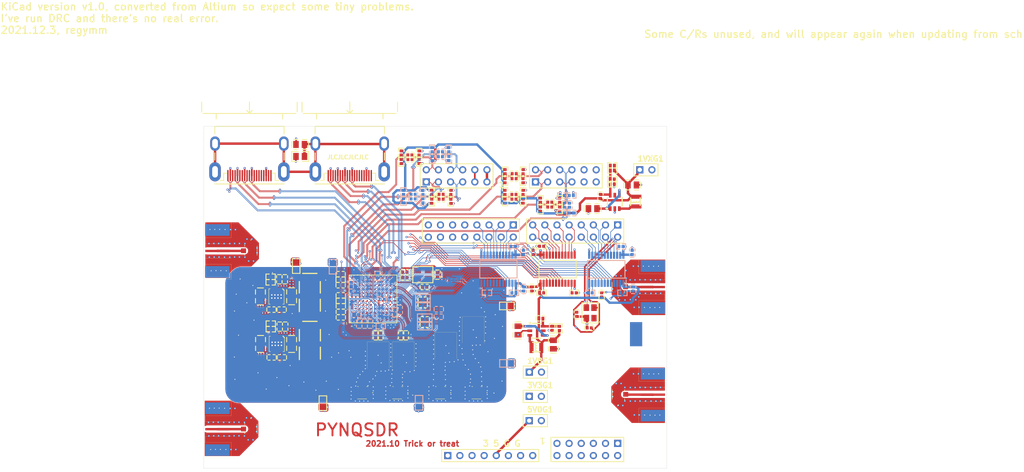
<source format=kicad_pcb>
(kicad_pcb (version 20211014) (generator pcbnew)
  (layers (0 "F.Cu" signal "Top Layer") (1 "In1.Cu" signal "Layer 1") (2 "In2.Cu" signal "Layer 2") (31 "B.Cu" signal "Bottom Layer") (34 "B.Paste" user "Bottom Paste") (35 "F.Paste" user "Top Paste") (36 "B.SilkS" user "Bottom Overlay") (37 "F.SilkS" user "Top Overlay") (38 "B.Mask" user "Bottom Solder") (39 "F.Mask" user "Top Solder") (44 "Edge.Cuts" user))
  (net 0 "")
  (net 1 "RFGND4")
  (net 2 "RFGND3")
  (net 3 "RFGND2")
  (net 4 "RFGND1")
  (net 5 "VCC_5V0")
  (net 6 "VCC1P5")
  (net 7 "VCC1P8")
  (net 8 "RFGND")
  (net 9 "GND")
  (net 10 "VCC_3V3")
  (net 11 "Net-(7020to9363_8-Pad2)")
  (net 12 "/XTAL1V8")
  (net 13 "/ENABLE")
  (net 14 "/AD9361_RST")
  (net 15 "/EN_AGC")
  (net 16 "/SPI_CLK")
  (net 17 "/SPI_ENB")
  (net 18 "/SPI_DI")
  (net 19 "/TXNRX")
  (net 20 "Net-(7020to9363_8-Pad11)")
  (net 21 "/OI8")
  (net 22 "/OI7")
  (net 23 "/OI6")
  (net 24 "/OI5")
  (net 25 "/OI3")
  (net 26 "/OI4")
  (net 27 "/OI1")
  (net 28 "/OI2")
  (net 29 "Net-(7020to9363_8-Pad22)")
  (net 30 "Net-(9363to7020_8-Pad2)")
  (net 31 "/CTRL_OUT6")
  (net 32 "/CTRL_OUT7")
  (net 33 "/CTRL_OUT5")
  (net 34 "/AD9361_CLKOUT")
  (net 35 "/CTRL_OUT0")
  (net 36 "/CTRL_OUT4")
  (net 39 "Net-(9363to7020_8-Pad11)")
  (net 40 "/OI9")
  (net 41 "/OI10")
  (net 42 "/OI11")
  (net 43 "/OI12")
  (net 44 "/OI13")
  (net 45 "/OI14")
  (net 46 "/OI15")
  (net 47 "/OI16")
  (net 48 "Net-(9363to7020_8-Pad22)")
  (net 49 "Net-(R23-Pad1)")
  (net 50 "/SPI_DO")
  (net 51 "/CTRL_OUT3")
  (net 52 "/CTRL_OUT2")
  (net 53 "/CTRL_OUT1")
  (net 54 "/CTRL_IN3")
  (net 55 "/CTRL_IN0")
  (net 56 "/CTRL_IN2")
  (net 57 "/CTRL_IN1")
  (net 58 "Net-(R27-Pad1)")
  (net 59 "/IO8")
  (net 60 "/IO7")
  (net 61 "/IO6")
  (net 62 "/IO5")
  (net 63 "/IO3")
  (net 64 "/IO4")
  (net 65 "/IO1")
  (net 66 "/IO2")
  (net 67 "Net-(R26-Pad2)")
  (net 68 "VCC1P3_A")
  (net 69 "/RX1AN_N")
  (net 70 "/RX1A_N")
  (net 71 "VCC1P3_B")
  (net 72 "Net-(C19-Pad1)")
  (net 73 "Net-(C24-Pad1)")
  (net 74 "Net-(C27-Pad2)")
  (net 75 "Net-(C28-Pad2)")
  (net 76 "/RX1BN_N")
  (net 77 "/RX1B_N")
  (net 78 "/RX1AN_P")
  (net 79 "/RX1A_P")
  (net 80 "/RX1BN_P")
  (net 81 "/RX1B_P")
  (net 82 "/TX1B_P")
  (net 83 "/TX1BN_P")
  (net 84 "Net-(C33-Pad1)")
  (net 85 "/TX1A_P")
  (net 86 "/TX1AN_P")
  (net 87 "/TX_D0_N")
  (net 88 "/P1_N")
  (net 89 "/TX_D0_P")
  (net 90 "/P1_P")
  (net 91 "/TX_D1_N")
  (net 92 "/Q2_N")
  (net 93 "/TX_D1_P")
  (net 94 "/Q2_P")
  (net 95 "/TX_D4_N")
  (net 96 "/P3_N")
  (net 97 "/TX_D4_P")
  (net 98 "/P3_P")
  (net 99 "/TX1B_N")
  (net 100 "/TX1BN_N")
  (net 101 "/TX1A_N")
  (net 102 "/TX1AN_N")
  (net 103 "/TX_D3_N")
  (net 104 "/Q1_N")
  (net 105 "/TX_D3_P")
  (net 106 "/Q1_P")
  (net 107 "/TX_D2_N")
  (net 108 "/P4_N")
  (net 109 "/TX_D2_P")
  (net 110 "/P4_P")
  (net 111 "/TX_D5_N")
  (net 112 "/P2_N")
  (net 113 "/TX_D5_P")
  (net 114 "/P2_P")
  (net 115 "/TX_FRAME_N")
  (net 116 "/Q3_N")
  (net 117 "/TX_FRAME_P")
  (net 118 "/Q3_P")
  (net 119 "/FB_CLK_N")
  (net 120 "/Q4_N")
  (net 121 "/1P3_TX")
  (net 122 "/FB_CLK_P")
  (net 123 "/Q4_P")
  (net 125 "Net-(C142-Pad1)")
  (net 126 "Net-(C145-Pad2)")
  (net 127 "Net-(C146-Pad2)")
  (net 128 "Net-(C150-Pad2)")
  (net 129 "Net-(C151-Pad2)")
  (net 130 "Net-(C152-Pad2)")
  (net 131 "Net-(CP2-Pad2)")
  (net 132 "Net-(CP5-Pad2)")
  (net 133 "/RX_D2_P")
  (net 134 "/RX_D2_N")
  (net 135 "/RX_D4_P")
  (net 136 "/RX_D4_N")
  (net 137 "/RX_D0_P")
  (net 138 "/RX_D0_N")
  (net 139 "/RX_D5_P")
  (net 140 "/RX_D5_N")
  (net 147 "/RX_FRAME_P")
  (net 148 "/RX_FRAME_N")
  (net 149 "/RX_D1_P")
  (net 150 "/RX_D1_N")
  (net 151 "/DATA_CLK_P")
  (net 152 "/DATA_CLK_N")
  (net 153 "/RX_D3_P")
  (net 154 "/RX_D3_N")
  (net 173 "/IO9")
  (net 174 "/IO10")
  (net 175 "/IO11")
  (net 176 "/IO12")
  (net 177 "/IO13")
  (net 178 "/IO14")
  (net 179 "/IO15")
  (net 180 "/IO16")
  (net 185 "Net-(LP1-Pad1)")
  (net 186 "Net-(LP2-Pad1)")
  (net 187 "Net-(R75-Pad1)")
  (net 188 "Net-(RX1-Pad1)")
  (net 189 "Net-(RX3-Pad1)")
  (net 190 "/TEST{slash}ENABLE")
  (net 191 "Net-(T1-Pad3)")
  (net 192 "Net-(T2-Pad3)")
  (net 193 "Net-(T3-Pad3)")
  (net 194 "Net-(T4-Pad3)")
  (net 195 "Net-(TX1-Pad1)")
  (net 196 "Net-(TX3-Pad1)")
  (footprint "PYNQSDR:HDR2X8" (layer "F.Cu") (at 164.849287 89.854532 180)
    (fp_text reference "J2J3" hide)
    (fp_text value "Header 8X2" hide)
  )
  (footprint "PYNQSDR:LC-0402_C" (layer "F.Cu") (at 165.017897 80.162403)
    (fp_text reference "C43" hide)
    (fp_text value "0.1μ" hide)
  )
  (footprint "PYNQSDR:HDR1X2" (layer "F.Cu") (at 168.1861 130.81)
    (fp_text reference "5V0G1")
    (fp_text value "Header 2" hide)
  )
  (footprint "PYNQSDR:AP3419" (layer "F.Cu") (at 186.0931 85.1662 -90)
    (fp_text reference "UP2" hide)
    (fp_text value "AP3419" hide)
  )
  (footprint "PYNQSDR:UFLRSMT10" (layer "F.Cu") (at 109.9185 95.25 -90)
    (fp_text reference "TX_SMT1" hide)
    (fp_text value "U.FL-R-SMT_10_" hide)
  )
  (footprint "PYNQSDR:LC-0402_C" (layer "F.Cu") (at 141.3637 112.9538 90)
    (fp_text reference "C30" hide)
    (fp_text value "18p" hide)
  )
  (footprint "PYNQSDR:LC-0402_C" (layer "F.Cu") (at 143.224697 76.149203)
    (fp_text reference "C54" hide)
    (fp_text value "0.1μ" hide)
  )
  (footprint "PYNQSDR:TPS7A8101" (layer "F.Cu") (at 115.348918 114.730378 -90)
    (fp_text reference "U12" hide)
    (fp_text value "TPS7A8101" hide)
  )
  (footprint "PYNQSDR:0805_R" (layer "F.Cu") (at 120.2563 75.5142 180)
    (fp_text reference "R2" hide)
    (fp_text value "1MΩ" hide)
  )
  (footprint "PYNQSDR:LC-0402_C" (layer "F.Cu") (at 170.617698 109.397803)
    (fp_text reference "CP2" hide)
    (fp_text value "22pF" hide)
  )
  (footprint "PYNQSDR:LC-0402_R" (layer "F.Cu") (at 163.1061 83.032603 90)
    (fp_text reference "R51" hide)
    (fp_text value "10K" hide)
  )
  (footprint "PYNQSDR:TSML150W160H160" (layer "F.Cu") (at 156.4767 111.8108 180)
    (fp_text reference "T3" hide)
    (fp_text value "TCM1-63AX+" hide)
  )
  (footprint "PYNQSDR:LC-0805_C" (layer "F.Cu") (at 118.4529 104.775 90)
    (fp_text reference "C17" hide)
    (fp_text value "2.2μF" hide)
  )
  (footprint "PYNQSDR:LC-0402_C" (layer "F.Cu") (at 149.7457 83.439)
    (fp_text reference "C45" hide)
    (fp_text value "0.1μ" hide)
  )
  (footprint "PYNQSDR:LC-0402_C" (layer "F.Cu") (at 116.4209 117.5766 180)
    (fp_text reference "C25" hide)
    (fp_text value "2.2μF" hide)
  )
  (footprint "PYNQSDR:TSML150W160H160" (layer "F.Cu") (at 141.8463 117.094 180)
    (fp_text reference "T1" hide)
    (fp_text value "TCM1-63AX+" hide)
  )
  (footprint "PYNQSDR:LC-0402_R" (layer "F.Cu") (at 145.129697 74.777603 90)
    (fp_text reference "R58" hide)
    (fp_text value "10K" hide)
  )
  (footprint "PYNQSDR:LC-0805_C" (layer "F.Cu") (at 111.9505 114.7572 -90)
    (fp_text reference "C26" hide)
    (fp_text value "0.1μF" hide)
  )
  (footprint "PYNQSDR:LC-0402_C" (layer "F.Cu") (at 164.9857 83.464403)
    (fp_text reference "C50" hide)
    (fp_text value "0.1μ" hide)
  )
  (footprint "PYNQSDR:LC-0402_C" (layer "F.Cu") (at 145.891697 105.486203)
    (fp_text reference "C47" hide)
    (fp_text value "18p" hide)
  )
  (footprint "PYNQSDR:LC-0402_C" (layer "F.Cu") (at 149.7457 84.455)
    (fp_text reference "C46" hide)
    (fp_text value "0.1μ" hide)
  )
  (footprint "PYNQSDR:LC-0402_C" (layer "F.Cu") (at 142.3543 112.9538 90)
    (fp_text reference "C16" hide)
    (fp_text value "18p" hide)
  )
  (footprint "PYNQSDR:LC-0402_C" (layer "F.Cu") (at 128.746702 106.883197 180)
    (fp_text reference "C142" hide)
    (fp_text value "1μ" hide)
  )
  (footprint "PYNQSDR:LC-0402_R" (layer "F.Cu") (at 147.7899 84.8868 -90)
    (fp_text reference "R45" hide)
    (fp_text value "10K" hide)
  )
  (footprint "PYNQSDR:LC-0603_L" (layer "F.Cu") (at 125.0061 127.1524 -90)
    (fp_text reference "RX15" hide)
    (fp_text value "0R" hide)
  )
  (footprint "PYNQSDR:AD936X" (layer "F.Cu") (at 135.26835 106.259739 90)
    (fp_text reference "U5" hide)
    (fp_text value "AD9363" hide)
  )
  (footprint "PYNQSDR:LC-0805_C" (layer "F.Cu") (at 165.8493 111.9378 90)
    (fp_text reference "CP1" hide)
    (fp_text value "22uF" hide)
  )
  (footprint "PYNQSDR:PCBComponent_1" (layer "F.Cu") (at 122.221879 104.317216 -90)
    (fp_text reference "Ct1" hide)
    (fp_text value "3.3nF" hide)
  )
  (footprint "PYNQSDR:OSC-SMD_4P-L3.2-W2.5-BL" (layer "F.Cu") (at 180.369357 106.9038 90)
    (fp_text reference "X1" hide)
    (fp_text value "40MHz" hide)
  )
  (footprint "PYNQSDR:LC-0805_C" (layer "F.Cu") (at 111.9251 104.8004 -90)
    (fp_text reference "C21" hide)
    (fp_text value "0.1μF" hide)
  )
  (footprint "PYNQSDR:LC-0402_R" (layer "F.Cu") (at 174.5615 84.6582 90)
    (fp_text reference "R67" hide)
    (fp_text value "10K" hide)
  )
  (footprint "PYNQSDR:LC-0402_R" (layer "F.Cu") (at 128.746697 105.740203)
    (fp_text reference "R73" hide)
    (fp_text value "1R" hide)
  )
  (footprint "PYNQSDR:HDR2X6" (layer "F.Cu") (at 186.693287 135.574532 180)
    (fp_text reference "J1" hide)
    (fp_text value "Header 6X2" hide)
  )
  (footprint "PYNQSDR:LC-0402_C" (layer "F.Cu") (at 142.157897 100.863403)
    (fp_text reference "C152" hide)
    (fp_text value "18p" hide)
  )
  (footprint "PYNQSDR:LC-0402_C" (layer "F.Cu") (at 172.4787 86.106)
    (fp_text reference "C55" hide)
    (fp_text value "0.1μ" hide)
  )
  (footprint "PYNQSDR:PCBComponent_1" (layer "F.Cu") (at 122.2375 114.3508 -90)
    (fp_text reference "Ct2" hide)
    (fp_text value "3.3nF" hide)
  )
  (footprint "PYNQSDR:TSML150W160H160" (layer "F.Cu") (at 150.7363 115.1128 180)
    (fp_text reference "T4" hide)
    (fp_text value "TCM1-63AX+" hide)
  )
  (footprint "PYNQSDR:LC-0402_C" (layer "F.Cu") (at 128.746702 109.194597 180)
    (fp_text reference "C58" hide)
    (fp_text value "10μ" hide)
  )
  (footprint "PYNQSDR:LC-0402_C" (layer "F.Cu") (at 143.199297 75.209403)
    (fp_text reference "C53" hide)
    (fp_text value "0.1μ" hide)
  )
  (footprint "PYNQSDR:LC-0402_R" (layer "F.Cu") (at 163.112897 80.594203 -90)
    (fp_text reference "R36" hide)
    (fp_text value "10K" hide)
  )
  (footprint "PYNQSDR:CNSMARAL687W375H171" (layer "F.Cu") (at 102.9843 132.588 180)
    (fp_text reference "RX3" hide)
    (fp_text value "JCCEM001" hide)
  )
  (footprint "PYNQSDR:LC-0402_R" (layer "F.Cu") (at 166.8907 83.032603 90)
    (fp_text reference "R49" hide)
    (fp_text value "10K" hide)
  )
  (footprint "PYNQSDR:LC-0402_R" (layer "F.Cu") (at 185.5724 81.3308)
    (fp_text reference "RP3" hide)
    (fp_text value "10K" hide)
  )
  (footprint "PYNQSDR:LC-0402_R" (layer "F.Cu") (at 114.088723 110.511641 180)
    (fp_text reference "R25" hide)
    (fp_text value "10K" hide)
  )
  (footprint "PYNQSDR:LC-0402_C" (layer "F.Cu") (at 117.106697 111.131797 -90)
    (fp_text reference "C23" hide)
    (fp_text value "0.1μF" hide)
  )
  (footprint "PYNQSDR:LC-0402_C" (layer "F.Cu") (at 165.043297 79.121003)
    (fp_text reference "C44" hide)
    (fp_text value "0.1μ" hide)
  )
  (footprint "PYNQSDR:LC-0805_C" (layer "F.Cu") (at 181.467905 86.434168)
    (fp_text reference "CP4" hide)
    (fp_text value "22uF" hide)
  )
  (footprint "PYNQSDR:HDMI_A" (layer "F.Cu") (at 130.624356 79.5274)
    (fp_text reference "HDMI1" hide)
    (fp_text value "${ALTIUM_VALUE}" hide)
  )
  (footprint "PYNQSDR:HDR1X8" (layer "F.Cu") (at 151.133277 138.114532)
    (fp_text reference "J7" hide)
    (fp_text value "Header 8" hide)
  )
  (footprint "PYNQSDR:HDR2X6" (layer "F.Cu") (at 146.638757 80.8482)
    (fp_text reference "PMODA1" hide)
    (fp_text value "Header 6X2" hide)
  )
  (footprint "PYNQSDR:LC-0402_C" (layer "F.Cu") (at 145.891697 106.629203)
    (fp_text reference "C32" hide)
    (fp_text value "18p" hide)
  )
  (footprint "PYNQSDR:LC-0805_C" (layer "F.Cu") (at 118.4529 114.756199 90)
    (fp_text reference "C22" hide)
    (fp_text value "2.2μF" hide)
  )
  (footprint "PYNQSDR:LC-0402_C" (layer "F.Cu") (at 180.750357 111.399599 180)
    (fp_text reference "C62" hide)
    (fp_text value "10μ" hide)
  )
  (footprint "PYNQSDR:L1008" (layer "F.Cu") (at 190.4111 84.963 90)
    (fp_text reference "LP2" hide)
    (fp_text value "4.7uH" hide)
  )
  (footprint "PYNQSDR:LC-0402_C" (layer "F.Cu") (at 172.480732 85.09)
    (fp_text reference "C56" hide)
    (fp_text value "0.1μ" hide)
  )
  (footprint "PYNQSDR:LC-0402_C" (layer "F.Cu") (at 128.746697 108.051603)
    (fp_text reference "C59" hide)
    (fp_text value "0.001μ" hide)
  )
  (footprint "PYNQSDR:UFLRSMT10" (layer "F.Cu") (at 140.5255 124.968 180)
    (fp_text reference "rxi1" hide)
    (fp_text value "ipex4" hide)
  )
  (footprint "PYNQSDR:LC-0402_C" (layer "F.Cu") (at 137.0457 112.9538 90)
    (fp_text reference "C29" hide)
    (fp_text value "18p" hide)
  )
  (footprint "PYNQSDR:TSML150W160H160" (layer "F.Cu") (at 136.5631 117.131846 180)
    (fp_text reference "T2" hide)
    (fp_text value "TCM1-63AX+" hide)
  )
  (footprint "PYNQSDR:LC-0402_R" (layer "F.Cu") (at 170.7769 104.0638 180)
    (fp_text reference "R3" hide)
    (fp_text value "10K" hide)
  )
  (footprint "PYNQSDR:HDR1X2" (layer "F.Cu") (at 168.1861 125.73)
    (fp_text reference "3V3G1")
    (fp_text value "Header 2" hide)
  )
  (footprint "PYNQSDR:UFLRSMT10" (layer "F.Cu") (at 186.8297 102.7684 90)
    (fp_text reference "RX_SMT2" hide)
    (fp_text value "U.FL-R-SMT_10_" hide)
  )
  (footprint "PYNQSDR:LC-0402_R" (layer "F.Cu") (at 114.0587 101.854)
    (fp_text reference "R21" hide)
    (fp_text value "6.25K" hide)
  )
  (footprint "PYNQSDR:LC-0402_C" (layer "F.Cu") (at 146.3167 109.601)
    (fp_text reference "C48" hide)
    (fp_text value "18p" hide)
  )
  (footprint "PYNQSDR:HDR1X2" (layer "F.Cu") (at 168.2115 120.65)
    (fp_text reference "1V8G1")
    (fp_text value "Header 2" hide)
  )
  (footprint "PYNQSDR:UFLRSMT10" (layer "F.Cu") (at 149.4917 124.968 180)
    (fp_text reference "txi2" hide)
    (fp_text value "U.FL-R-SMT_10_" hide)
  )
  (footprint "PYNQSDR:LC-0402_R" (layer "F.Cu") (at 145.129697 76.5624 -90)
    (fp_text reference "R61" hide)
    (fp_text value "10K" hide)
  )
  (footprint "PYNQSDR:LC-0603_L" (layer "F.Cu") (at 119.4181 98.4504 90)
    (fp_text reference "RX8" hide)
    (fp_text value "0R" hide)
  )
  (footprint "PYNQSDR:LC-0402_C" (layer "F.Cu") (at 146.298097 102.844603)
    (fp_text reference "C143" hide)
    (fp_text value "0.1μ" hide)
  )
  (footprint "PYNQSDR:CNSMARAL687W375H171" (layer "F.Cu") (at 102.9843 95.2881 180)
    (fp_text reference "TX3" hide)
    (fp_text value "JCCEM001" hide)
  )
  (footprint "PYNQSDR:OSC-SMD_4P-L3.2-W2.5-BL" (layer "F.Cu") (at 144.563948 100.812224 180)
    (fp_text reference "X4" hide)
    (fp_text value "40MHz" hide)
  )
  (footprint "PYNQSDR:SOP65P640X120-24N" (layer "F.Cu") (at 174.120287 99.1108 90)
    (fp_text reference "9363to7020_8" hide)
    (fp_text value "SN74AXC8T245PWR" hide)
  )
  (footprint "PYNQSDR:LC-0402_C" (layer "F.Cu") (at 148.983697 100.246998 -90)
    (fp_text reference "C144" hide)
    (fp_text value "10μ" hide)
  )
  (footprint "PYNQSDR:LC-0402_R" (layer "F.Cu") (at 170.7769 94.3102)
    (fp_text reference "R4" hide)
    (fp_text value "10K" hide)
  )
  (footprint "PYNQSDR:CNSMARAL687W375H171" (layer "F.Cu") (at 194.0052 125.3744)
    (fp_text reference "TX1" hide)
    (fp_text value "JCCEM001" hide)
  )
  (footprint "PYNQSDR:LC-0402_C" (layer "F.Cu") (at 128.714505 100.1522 180)
    (fp_text reference "C145" hide)
    (fp_text value "1μ" hide)
  )
  (footprint "PYNQSDR:LC-0402_C" (layer "F.Cu") (at 128.707703 102.463603)
    (fp_text reference "C151" hide)
    (fp_text value "0.001μ" hide)
  )
  (footprint "PYNQSDR:HDMI_A" (layer "F.Cu") (at 109.624353 79.5274)
    (fp_text reference "HDMI2" hide)
    (fp_text value "${ALTIUM_VALUE}" hide)
  )
  (footprint "PYNQSDR:LC-0805_C" (layer "F.Cu") (at 173.2407 114.8842 90)
    (fp_text reference "CP3" hide)
    (fp_text value "22uF" hide)
  )
  (footprint "PYNQSDR:LC-0402_R" (layer "F.Cu") (at 185.566497 80.238603)
    (fp_text reference "RP5" hide)
    (fp_text value "NC" hide)
  )
  (footprint "PYNQSDR:LC-0402_C" (layer "F.Cu") (at 115.8875 101.219 -90)
    (fp_text reference "C19" hide)
    (fp_text value "3.3nF" hide)
  )
  (footprint "PYNQSDR:LC-0402_C" (layer "F.Cu") (at 114.2619 117.5766)
    (fp_text reference "C28" hide)
    (fp_text value "0.1μF" hide)
  )
  (footprint "PYNQSDR:LC-0402_C" (layer "F.Cu") (at 136.0805 112.9538 90)
    (fp_text reference "C31" hide)
    (fp_text value "18p" hide)
  )
  (footprint "PYNQSDR:LC-0402_C" (layer "F.Cu") (at 116.3701 107.569 180)
    (fp_text reference "C20" hide)
    (fp_text value "2.2μF" hide)
  )
  (footprint "PYNQSDR:LC-0402_C" (layer "F.Cu") (at 142.157902 99.720397 180)
    (fp_text reference "C150" hide)
    (fp_text value "18p" hide)
  )
  (footprint "PYNQSDR:LC-0402_R" (layer "F.Cu") (at 141.3891 74.7776 90)
    (fp_text reference "R60" hide)
    (fp_text value "10K" hide)
  )
  (footprint "PYNQSDR:UFLRSMT10" (layer "F.Cu") (at 133.1849 124.968 180)
    (fp_text reference "rxi2" hide)
    (fp_text value "U.FL-R-SMT_10_" hide)
  )
  (footprint "PYNQSDR:LC-0402_R" (layer "F.Cu") (at 172.9867 111.4806 -90)
    (fp_text reference "RP1" hide)
    (fp_text value "10K" hide)
  )
  (footprint "PYNQSDR:L1008" (layer "F.Cu") (at 169.6847 115.4176)
    (fp_text reference "LP1" hide)
    (fp_text value "4.7uH" hide)
  )
  (footprint "PYNQSDR:LC-0402_R" (layer "F.Cu") (at 114.090897 111.658403)
    (fp_text reference "R22" hide)
    (fp_text value "6.25K" hide)
  )
  (footprint "PYNQSDR:LC-0402_R" (layer "F.Cu") (at 166.916097 84.8682 -90)
    (fp_text reference "R46" hide)
    (fp_text value "10K" hide)
  )
  (footprint "PYNQSDR:LC-0402_R" (layer "F.Cu") (at 128.714495 101.294204)
    (fp_text reference "R74" hide)
    (fp_text value "1R" hide)
  )
  (footprint "PYNQSDR:LC-0402_R" (layer "F.Cu") (at 151.7777 83.0326 90)
    (fp_text reference "R40" hide)
    (fp_text value "10K" hide)
  )
  (footprint "PYNQSDR:LC-0402_R" (layer "F.Cu") (at 170.5229 84.6582 90)
    (fp_text reference "R69" hide)
    (fp_text value "10K" hide)
  )
  (footprint "PYNQSDR:HDR2X8" (layer "F.Cu") (at 186.693287 89.854532 180)
    (fp_text reference "J4" hide)
    (fp_text value "Header 8X2" hide)
  )
  (footprint "PYNQSDR:LC-0402_C" (layer "F.Cu") (at 114.2365 107.569)
    (fp_text reference "C27" hide)
    (fp_text value "0.1μF" hide)
  )
  (footprint "PYNQSDR:LC-0402_C" (layer "F.Cu") (at 168.9989 95.6056 -90)
    (fp_text reference "C35" hide)
    (fp_text value "0.1μ" hide)
  )
  (footprint "PYNQSDR:LC-0402_R" (layer "F.Cu") (at 185.5851 77.3684 180)
    (fp_text reference "RP4" hide)
    (fp_text value "20K" hide)
  )
  (footprint "PYNQSDR:0805_C" (layer "F.Cu") (at 120.2563 72.9996 180)
    (fp_text reference "C33" hide)
    (fp_text value "1nF" hide)
  )
  (footprint "PYNQSDR:LC-0402_C" (layer "F.Cu") (at 183.0959 83.8708 90)
    (fp_text reference "CP5" hide)
    (fp_text value "22pF" hide)
  )
  (footprint "PYNQSDR:UFLRSMT10" (layer "F.Cu") (at 157.1117 124.968 180)
    (fp_text reference "txi1" hide)
    (fp_text value "U.FL-R-SMT_10_" hide)
  )
  (footprint "PYNQSDR:LC-0402_C" (layer "F.Cu") (at 117.0305 101.219 -90)
    (fp_text reference "C18" hide)
    (fp_text value "0.1μF" hide)
  )
  (footprint "PYNQSDR:LC-0402_C" (layer "F.Cu") (at 146.309898 110.744003)
    (fp_text reference "C40" hide)
    (fp_text value "18p" hide)
  )
  (footprint "PYNQSDR:LC-0402_R" (layer "F.Cu") (at 151.7777 84.9122 -90)
    (fp_text reference "R43" hide)
    (fp_text value "10K" hide)
  )
  (footprint "PYNQSDR:LC-0402_R" (layer "F.Cu") (at 177.5841 104.0638)
    (fp_text reference "R5" hide)
    (fp_text value "10K" hide)
  )
  (footprint "PYNQSDR:TPS7A8101" (layer "F.Cu") (at 115.2779 104.8258 -90)
    (fp_text reference "U11" hide)
    (fp_text value "TPS7A8101" hide)
  )
  (footprint "PYNQSDR:LC-0603_L" (layer "F.Cu") (at 163.504496 106.807)
    (fp_text reference "RX6" hide)
    (fp_text value "0R" hide)
  )
  (footprint "PYNQSDR:HDR1X2" (layer "F.Cu") (at 191.3255 78.3082)
    (fp_text reference "1VXG1")
    (fp_text value "Header 2" hide)
  )
  (footprint "PYNQSDR:HDR2X6" (layer "F.Cu") (at 169.498757 80.8482)
    (fp_text reference "PMODB1" hide)
    (fp_text value "Header 6X2" hide)
  )
  (footprint "PYNQSDR:LC-0402_R" (layer "F.Cu") (at 166.897497 78.696002 90)
    (fp_text reference "R37" hide)
    (fp_text value "10K" hide)
  )
  (footprint "PYNQSDR:LC-0402_R" (layer "F.Cu") (at 163.1061 84.861403 -90)
    (fp_text reference "R48" hide)
    (fp_text value "10K" hide)
  )
  (footprint "PYNQSDR:LC-0402_C" (layer "F.Cu") (at 178.134157 108.5548 -90)
    (fp_text reference "C1" hide)
    (fp_text value "0.1μ" hide)
  )
  (footprint "PYNQSDR:LC-0402_C" (layer "F.Cu") (at 164.9857 84.455003)
    (fp_text reference "C49" hide)
    (fp_text value "0.1μ" hide)
  )
  (footprint "PYNQSDR:LC-0402_R" (layer "F.Cu") (at 114.056526 100.707238 180)
    (fp_text reference "R24" hide)
    (fp_text value "10K" hide)
  )
  (footprint "PYNQSDR:LC-0402_C" (layer "F.Cu") (at 128.733103 104.597197 180)
    (fp_text reference "C146" hide)
    (fp_text value "0.001μ" hide)
  )
  (footprint "PYNQSDR:LC-0402_C" (layer "F.Cu") (at 168.7195 103.244599 90)
    (fp_text reference "C34" hide)
    (fp_text value "0.1μ" hide)
  )
  (footprint "PYNQSDR:LC-0402_R" (layer "F.Cu") (at 163.138297 78.689203 90)
    (fp_text reference "R39" hide)
    (fp_text value "10K" hide)
  )
  (footprint "PYNQSDR:LC-0402_R" (layer "F.Cu") (at 141.3891 76.581 -90)
    (fp_text reference "R63" hide)
    (fp_text value "10K" hide)
  )
  (footprint "PYNQSDR:LC-0805_C" (layer "F.Cu") (at 189.741287 81.4832 180)
    (fp_text reference "CP6" hide)
    (fp_text value "22uF" hide)
  )
  (footprint "PYNQSDR:LC-0402_C" (layer "F.Cu") (at 115.963697 111.131797 -90)
    (fp_text reference "C24" hide)
    (fp_text value "3.3nF" hide)
  )
  (footprint "PYNQSDR:LC-0402_R" (layer "F.Cu") (at 166.872097 80.594203 -90)
    (fp_text reference "R34" hide)
    (fp_text value "10K" hide)
  )
  (footprint "PYNQSDR:LC-0402_R" (layer "F.Cu") (at 174.5107 111.506 90)
    (fp_text reference "RP2" hide)
    (fp_text value "20K" hide)
  )
  (footprint "PYNQSDR:AP3419" (layer "F.Cu") (at 169.575048 112.003865 180)
    (fp_text reference "UP1" hide)
    (fp_text value "AP3419" hide)
  )
  (footprint "PYNQSDR:LC-0402_R" (layer "F.Cu") (at 147.7899 83.0072 90)
    (fp_text reference "R42" hide)
    (fp_text value "10K" hide)
  )
  (footprint "PYNQSDR:UFLRSMT10" (layer "F.Cu") (at 109.9185 132.5626 -90)
    (fp_text reference "RX_SMT1" hide)
    (fp_text value "U.FL-R-SMT_10_" hide)
  )
  (footprint "PYNQSDR:LC-0402_C" (layer "F.Cu") (at 183.3499 104.4956 -90)
    (fp_text reference "C64" hide)
    (fp_text value "10μ" hide)
  )
  (footprint "PYNQSDR:LC-0402_R" (layer "F.Cu") (at 170.5229 86.5378 -90)
    (fp_text reference "R66" hide)
    (fp_text value "10K" hide)
  )
  (footprint "PYNQSDR:LC-0402_R" (layer "F.Cu") (at 185.5851 78.486 180)
    (fp_text reference "RP6" hide)
    (fp_text value "NC" hide)
  )
  (footprint "PYNQSDR:LC-0402_R" (layer "F.Cu") (at 174.5615 86.5378 -90)
    (fp_text reference "R64" hide)
    (fp_text value "10K" hide)
  )
  (footprint "PYNQSDR:UFLRSMT10" (layer "F.Cu") (at 186.854109 125.2982 90)
    (fp_text reference "TX_SMT2" hide)
    (fp_text value "U.FL-R-SMT_10_" hide)
  )
  (footprint "PYNQSDR:CNSMARAL687W375H171" (layer "F.Cu") (at 193.9925 102.8446)
    (fp_text reference "RX1" hide)
    (fp_text value "JCCEM001" hide)
  )
  (footprint "PYNQSDR:LC-0402_R" (layer "B.Cu") (at 176.9999 87.3506)
    (fp_text reference "R72" hide)
    (fp_text value "10K" hide)
  )
  (footprint "PYNQSDR:LC-0402_R" (layer "B.Cu") (at 145.9357 83.058 90)
    (fp_text reference "R28" hide)
    (fp_text value "10K" hide)
  )
  (footprint "PYNQSDR:LC-0402_C" (layer "B.Cu") (at 143.8783 84.3788)
    (fp_text reference "C42" hide)
    (fp_text value "0.1μ" hide)
  )
  (footprint "PYNQSDR:LC-0603_L" (layer "B.Cu") (at 146.3167 109.2708 180)
    (fp_text reference "L9" hide)
    (fp_text value "330nh" hide)
  )
  (footprint "PYNQSDR:LC-0402_R" (layer "B.Cu") (at 145.9357 84.7852 -90)
    (fp_text reference "R31" hide)
    (fp_text value "10K" hide)
  )
  (footprint "PYNQSDR:LC-0402_C" (layer "B.Cu") (at 189.741292 95.6056 -90)
    (fp_text reference "C37" hide)
    (fp_text value "0.1μ" hide)
  )
  (footprint "PYNQSDR:LC-0402_C" (layer "B.Cu") (at 143.8783 83.4644)
    (fp_text reference "C41" hide)
    (fp_text value "0.1μ" hide)
  )
  (footprint "PYNQSDR:LC-0402_R" (layer "B.Cu") (at 147.8661 75.9714 -90)
    (fp_text reference "R57" hide)
    (fp_text value "10K" hide)
  )
  (footprint "PYNQSDR:LC-0402_R" (layer "B.Cu") (at 164.7825 94.3356 180)
    (fp_text reference "R26" hide)
    (fp_text value "10K" hide)
  )
  (footprint "PYNQSDR:LC-0402_C" (layer "B.Cu") (at 130.7973 102.2858 -90)
    (fp_text reference "C170" hide)
    (fp_text value "1μ" hide)
  )
  (footprint "PYNQSDR:LC-0402_C" (layer "B.Cu") (at 176.5935 85.725 90)
    (fp_text reference "C57" hide)
    (fp_text value "0.1μ" hide)
  )
  (footprint "PYNQSDR:LC-0603_L" (layer "B.Cu") (at 145.9357 105.156 180)
    (fp_text reference "L7" hide)
    (fp_text value "330nh" hide)
  )
  (footprint "PYNQSDR:LC-0402_R" (layer "B.Cu") (at 159.3469 104.0638)
    (fp_text reference "R27" hide)
    (fp_text value "10K" hide)
  )
  (footprint "PYNQSDR:LC-0603_L" (layer "B.Cu") (at 127.1143 98.5774 90)
    (fp_text reference "RX7" hide)
    (fp_text value "0R" hide)
  )
  (footprint "PYNQSDR:LC-0402_R" (layer "B.Cu") (at 136.4361 100.5332 -90)
    (fp_text reference "RX22" hide)
    (fp_text value "0R" hide)
  )
  (footprint "PYNQSDR:LC-0402_R" (layer "B.Cu") (at 175.0949 83.693 180)
    (fp_text reference "R76" hide)
    (fp_text value "10K" hide)
  )
  (footprint "PYNQSDR:LC-0402_R" (layer "B.Cu") (at 176.9999 83.693)
    (fp_text reference "R70" hide)
    (fp_text value "10K" hide)
  )
  (footprint "PYNQSDR:LC-0402_R" (layer "B.Cu") (at 187.3885 94.361 180)
    (fp_text reference "R19" hide)
    (fp_text value "10K" hide)
  )
  (footprint "PYNQSDR:LC-0402_R" (layer "B.Cu") (at 141.8717 83.0326 90)
    (fp_text reference "R30" hide)
    (fp_text value "10K" hide)
  )
  (footprint "PYNQSDR:LC-0603_L" (layer "B.Cu") (at 145.9357 106.934 180)
    (fp_text reference "L5" hide)
    (fp_text value "330nh" hide)
  )
  (footprint "PYNQSDR:LC-0402_R" (layer "B.Cu") (at 141.8717 84.7852 -90)
    (fp_text reference "R33" hide)
    (fp_text value "10K" hide)
  )
  (footprint "PYNQSDR:LC-0402_R" (layer "B.Cu") (at 151.3713 75.946 -90)
    (fp_text reference "R55" hide)
    (fp_text value "10K" hide)
  )
  (footprint "PYNQSDR:LC-0402_C" (layer "B.Cu") (at 166.9669 95.6056 -90)
    (fp_text reference "C39" hide)
    (fp_text value "0.1μ" hide)
  )
  (footprint "PYNQSDR:LC-0402_C" (layer "B.Cu") (at 167.0431 103.251 90)
    (fp_text reference "C38" hide)
    (fp_text value "0.1μ" hide)
  )
  (footprint "PYNQSDR:LC-0402_C" (layer "B.Cu") (at 133.743703 110.522197 -90)
    (fp_text reference "C175" hide)
    (fp_text value "0.001μ" hide)
  )
  (footprint "PYNQSDR:LC-0402_C" (layer "B.Cu") (at 141.0843 107.6198 90)
    (fp_text reference "C166" hide)
    (fp_text value "1μ" hide)
  )
  (footprint "PYNQSDR:SOP65P640X120-24N" (layer "B.Cu") (at 161.7345 99.1108 90)
    (fp_text reference "bydir_4_4" hide)
    (fp_text value "SN74AXC8T245PWR" hide)
  )
  (footprint "PYNQSDR:LC-0402_R" (layer "B.Cu") (at 175.0949 87.3506 180)
    (fp_text reference "R78" hide)
    (fp_text value "10K" hide)
  )
  (footprint "PYNQSDR:LC-0402_R" (layer "B.Cu") (at 147.872897 74.091797 90)
    (fp_text reference "R54" hide)
    (fp_text value "10K" hide)
  )
  (footprint "PYNQSDR:LC-0402_C" (layer "B.Cu") (at 149.600097 74.523597)
    (fp_text reference "C51" hide)
    (fp_text value "0.1μ" hide)
  )
  (footprint "PYNQSDR:LC-0402_C" (layer "B.Cu") (at 175.5267 85.6996 90)
    (fp_text reference "C61" hide)
    (fp_text value "0.1μ" hide)
  )
  (footprint "PYNQSDR:LC-0402_C" (layer "B.Cu") (at 189.9285 103.244599 90)
    (fp_text reference "C36" hide)
    (fp_text value "0.1μ" hide)
  )
  (footprint "PYNQSDR:LC-0402_C" (layer "B.Cu") (at 149.2631 107.4928 180)
    (fp_text reference "C63" hide)
    (fp_text value "0.001μ" hide)
  )
  (footprint "PYNQSDR:LC-0402_R" (layer "B.Cu") (at 151.352697 74.091797 90)
    (fp_text reference "R52" hide)
    (fp_text value "10K" hide)
  )
  (footprint "PYNQSDR:LC-0402_C" (layer "B.Cu") (at 149.5933 75.565)
    (fp_text reference "C52" hide)
    (fp_text value "0.1μ" hide)
  )
  (footprint "PYNQSDR:LC-0402_R" (layer "B.Cu") (at 137.1219 111.0234)
    (fp_text reference "RX5" hide)
    (fp_text value "0R" hide)
  )
  (footprint "PYNQSDR:LC-0402_R" (layer "B.Cu") (at 180.9369 104.0638 180)
    (fp_text reference "R20" hide)
    (fp_text value "10K" hide)
  )
  (footprint "PYNQSDR:LC-0402_R" (layer "B.Cu") (at 164.9857 104.0638)
    (fp_text reference "R23" hide)
    (fp_text value "10K" hide)
  )
  (footprint "PYNQSDR:LC-0603_L" (layer "B.Cu") (at 163.5379 118.830631)
    (fp_text reference "RX13" hide)
    (fp_text value "0R" hide)
  )
  (footprint "PYNQSDR:LC-0603_L" (layer "B.Cu") (at 146.3167 111.0234 180)
    (fp_text reference "L8" hide)
    (fp_text value "330nh" hide)
  )
  (footprint "PYNQSDR:LC-0402_R" (layer "B.Cu") (at 187.6933 104.0638)
    (fp_text reference "R6" hide)
    (fp_text value "10K" hide)
  )
  (footprint "PYNQSDR:LC-0603_L" (layer "B.Cu") (at 145.1229 127.068196 -90)
    (fp_text reference "RX14" hide)
    (fp_text value "0R" hide)
  )
  (footprint "PYNQSDR:LC-0402_C" (layer "B.Cu") (at 134.8867 110.5154 -90)
    (fp_text reference "C174" hide)
    (fp_text value "1μ" hide)
  )
  (footprint "PYNQSDR:SOP65P640X120-24N" (layer "B.Cu") (at 184.3151 99.1362 90)
    (fp_text reference "7020to9363_8" hide)
    (fp_text value "SN74AXC8T245PWR" hide)
  )
  (footprint "PYNQSDR:LC-0402_C" (layer "B.Cu") (at 132.6007 110.49 -90)
    (fp_text reference "C172" hide)
    (fp_text value "1μ" hide)
  )
  (footprint "PYNQSDR:LC-0402_C" (layer "B.Cu") (at 131.9911 108.6358 180)
    (fp_text reference "C177" hide)
    (fp_text value "0.001μ" hide)
  )
  (footprint "PYNQSDR:LC-0402_R" (layer "B.Cu") (at 137.4013 105.41 180)
    (fp_text reference "RX4" hide)
    (fp_text value "0R" hide)
  )
  (footprint "PYNQSDR:LC-0402_R" (layer "B.Cu") (at 140.1191 108.1278 -90)
    (fp_text reference "R75" hide)
    (fp_text value "14.3K" hide)
  )
  (footprint "PYNQSDR:LC-0402_C" (layer "B.Cu") (at 149.244497 109.067597)
    (fp_text reference "C60" hide)
    (fp_text value "10μ" hide)
  )
  (gr_poly (pts (xy 152.0063 100.8888) (xy 152.0063 101.8286) (xy 152.7937 101.8286) (xy 152.8191 101.854) (xy 152.8191 100.8888)) (layer "B.Cu") (width 0) (fill solid))
  (gr_poly (pts (xy 189.2681 110.1852) (xy 191.833497 110.185203) (xy 191.8335 115.2398) (xy 189.2681 115.2398)) (layer "B.Cu") (width 0) (fill solid))
  (gr_line (start 100.037903 140.7922) (end 100.0379 69.215) (layer "Edge.Cuts") (width 0.05))
  (gr_line (start 100.0379 69.215) (end 196.9643 69.215008) (layer "Edge.Cuts") (width 0.05))
  (gr_line (start 196.964285 140.7922) (end 100.037903 140.7922) (layer "Edge.Cuts") (width 0.05))
  (gr_line (start 196.9643 69.215008) (end 196.964285 140.7922) (layer "Edge.Cuts") (width 0.05))
  (gr_line (start 100.037903 140.7922) (end 100.037903 140.7922) (layer "Edge.Cuts") (width 0.05))
  (gr_text "2021.10 Trick or treat" (at 133.8199 136.2964) (layer "F.Cu") (effects (font (size 1.143 1.143) (thickness 0.254)) (justify left bottom)))
  (gr_text "PYNQSDR" (at 123.1265 134.239) (layer "F.Cu") (effects (font (size 2.54 2.54) (thickness 0.381)) (justify left bottom)))
  (gr_text "KiCad version v1.0, converted from Altium so expect some tiny problems.\nI've run DRC and there's no real error. \n2021.12.3, regymm" (at 57.4167 49.9618) (layer "F.SilkS") (effects (font (size 1.524 1.524) (thickness 0.254)) (justify left bottom)))
  (gr_text "" (at 112.3569 46.552917) (layer "F.SilkS") (effects (font (size 1.016 1.016) (thickness 0.254) bold) (justify left bottom)))
  (gr_text "JLCJLCJLCJLC" (at 125.8189 76.1492) (layer "F.SilkS") (effects (font (size 0.8382 0.8382) (thickness 0.254)) (justify left bottom)))
  (gr_text "3 5 G G" (at 158.3309 136.3472) (layer "F.SilkS") (effects (font (size 1.27 1.27) (thickness 0.254)) (justify left bottom)))
  (gr_text "Some C/Rs unused, and will appear again when updating from sch" (at 192.1129 50.8) (layer "F.SilkS") (effects (font (size 1.524 1.524) (thickness 0.254)) (justify left bottom)))
  (via (at 194.245509 121.031) (size 0.45) (drill 0.2) (layers "F.Cu" "B.Cu") (net 1))
  (via (at 194.626509 123.8758) (size 0.45) (drill 0.2) (layers "F.Cu" "B.Cu") (net 1))
  (via (at 192.467509 123.8504) (size 0.45) (drill 0.2) (layers "F.Cu" "B.Cu") (net 1))
  (via (at 193.229509 121.031) (size 0.45) (drill 0.2) (layers "F.Cu" "B.Cu") (net 1))
  (via (at 193.483509 129.667) (size 0.45) (drill 0.2) (layers "F.Cu" "B.Cu") (net 1))
  (via (at 190.358055 123.8758) (size 0.45) (drill 0.2) (layers "F.Cu" "B.Cu") (net 1))
  (via (at 189.342055 123.8758) (size 0.45) (drill 0.2) (layers "F.Cu" "B.Cu") (net 1))
  (via (at 186.396909 123.0376) (size 0.45) (drill 0.2) (layers "F.Cu" "B.Cu") (net 1))
  (via (at 194.499509 129.667) (size 0.45) (drill 0.2) (layers "F.Cu" "B.Cu") (net 1))
  (via (at 194.702709 126.7206) (size 0.45) (drill 0.2) (layers "F.Cu" "B.Cu") (net 1))
  (via (at 195.261509 121.0056) (size 0.45) (drill 0.2) (layers "F.Cu" "B.Cu") (net 1))
  (via (at 192.340509 129.6416) (size 0.45) (drill 0.2) (layers "F.Cu" "B.Cu") (net 1))
  (via (at 191.019709 121.0056) (size 0.45) (drill 0.2) (layers "F.Cu" "B.Cu") (net 1))
  (via (at 188.199055 123.8504) (size 0.45) (drill 0.2) (layers "F.Cu" "B.Cu") (net 1))
  (via (at 193.686709 126.7206) (size 0.45) (drill 0.2) (layers "F.Cu" "B.Cu") (net 1))
  (via (at 185.660309 125.7808) (size 0.45) (drill 0.2) (layers "F.Cu" "B.Cu") (net 1))
  (via (at 187.412909 123.0376) (size 0.45) (drill 0.2) (layers "F.Cu" "B.Cu") (net 1))
  (via (at 190.003709 121.0056) (size 0.45) (drill 0.2) (layers "F.Cu" "B.Cu") (net 1))
  (via (at 189.342055 126.7206) (size 0.45) (drill 0.2) (layers "F.Cu" "B.Cu") (net 1))
  (via (at 185.660309 124.7648) (size 0.45) (drill 0.2) (layers "F.Cu" "B.Cu") (net 1))
  (via (at 190.358055 126.7206) (size 0.45) (drill 0.2) (layers "F.Cu" "B.Cu") (net 1))
  (via (at 188.199055 126.6952) (size 0.45) (drill 0.2) (layers "F.Cu" "B.Cu") (net 1))
  (via (at 195.515509 129.6416) (size 0.45) (drill 0.2) (layers "F.Cu" "B.Cu") (net 1))
  (via (at 187.768509 127.635) (size 0.45) (drill 0.2) (layers "F.Cu" "B.Cu") (net 1))
  (via (at 191.201091 129.6162) (size 0.45) (drill 0.2) (layers "F.Cu" "B.Cu") (net 1))
  (via (at 193.610509 123.8758) (size 0.45) (drill 0.2) (layers "F.Cu" "B.Cu") (net 1))
  (via (at 191.374055 123.8504) (size 0.45) (drill 0.2) (layers "F.Cu" "B.Cu") (net 1))
  (via (at 191.374055 126.6952) (size 0.45) (drill 0.2) (layers "F.Cu" "B.Cu") (net 1))
  (via (at 190.185091 129.6162) (size 0.45) (drill 0.2) (layers "F.Cu" "B.Cu") (net 1))
  (via (at 195.642509 123.8504) (size 0.45) (drill 0.2) (layers "F.Cu" "B.Cu") (net 1))
  (via (at 186.752509 127.635) (size 0.45) (drill 0.2) (layers "F.Cu" "B.Cu") (net 1))
  (via (at 192.086509 121.0056) (size 0.45) (drill 0.2) (layers "F.Cu" "B.Cu") (net 1))
  (via (at 192.543709 126.6952) (size 0.45) (drill 0.2) (layers "F.Cu" "B.Cu") (net 1))
  (via (at 195.718709 126.6952) (size 0.45) (drill 0.2) (layers "F.Cu" "B.Cu") (net 1))
  (via (at 190.4873 105.5116) (size 0.45) (drill 0.2) (layers "F.Cu" "B.Cu") (net 2))
  (via (at 191.176681 107.0864) (size 0.45) (drill 0.2) (layers "F.Cu" "B.Cu") (net 2))
  (via (at 195.6181 101.3206) (size 0.45) (drill 0.2) (layers "F.Cu" "B.Cu") (net 2))
  (via (at 193.5861 101.346) (size 0.45) (drill 0.2) (layers "F.Cu" "B.Cu") (net 2))
  (via (at 195.4911 107.1118) (size 0.45) (drill 0.2) (layers "F.Cu" "B.Cu") (net 2))
  (via (at 192.4431 101.3206) (size 0.45) (drill 0.2) (layers "F.Cu" "B.Cu") (net 2))
  (via (at 195.6943 104.1654) (size 0.45) (drill 0.2) (layers "F.Cu" "B.Cu") (net 2))
  (via (at 194.2211 98.5012) (size 0.45) (drill 0.2) (layers "F.Cu" "B.Cu") (net 2))
  (via (at 189.9793 98.4758) (size 0.45) (drill 0.2) (layers "F.Cu" "B.Cu") (net 2))
  (via (at 185.6359 103.251) (size 0.45) (drill 0.2) (layers "F.Cu" "B.Cu") (net 2))
  (via (at 194.6021 101.346) (size 0.45) (drill 0.2) (layers "F.Cu" "B.Cu") (net 2))
  (via (at 192.0621 98.4758) (size 0.45) (drill 0.2) (layers "F.Cu" "B.Cu") (net 2))
  (via (at 193.4591 107.1372) (size 0.45) (drill 0.2) (layers "F.Cu" "B.Cu") (net 2))
  (via (at 194.6783 104.1908) (size 0.45) (drill 0.2) (layers "F.Cu" "B.Cu") (net 2))
  (via (at 187.3885 100.5078) (size 0.45) (drill 0.2) (layers "F.Cu" "B.Cu") (net 2))
  (via (at 189.342055 105.4862) (size 0.45) (drill 0.2) (layers "F.Cu" "B.Cu") (net 2))
  (via (at 191.349645 104.1654) (size 0.45) (drill 0.2) (layers "F.Cu" "B.Cu") (net 2))
  (via (at 193.2051 98.5012) (size 0.45) (drill 0.2) (layers "F.Cu" "B.Cu") (net 2))
  (via (at 190.333645 101.346) (size 0.45) (drill 0.2) (layers "F.Cu" "B.Cu") (net 2))
  (via (at 191.0969 104.902) (size 0.45) (drill 0.2) (layers "F.Cu" "B.Cu") (net 2))
  (via (at 194.4751 107.1372) (size 0.45) (drill 0.2) (layers "F.Cu" "B.Cu") (net 2))
  (via (at 188.4299 99.3902) (size 0.45) (drill 0.2) (layers "F.Cu" "B.Cu") (net 2))
  (via (at 187.0583 105.5116) (size 0.45) (drill 0.2) (layers "F.Cu" "B.Cu") (net 2))
  (via (at 191.349645 101.3206) (size 0.45) (drill 0.2) (layers "F.Cu" "B.Cu") (net 2))
  (via (at 195.2371 98.4758) (size 0.45) (drill 0.2) (layers "F.Cu" "B.Cu") (net 2))
  (via (at 192.5193 104.1654) (size 0.45) (drill 0.2) (layers "F.Cu" "B.Cu") (net 2))
  (via (at 190.160681 107.0864) (size 0.45) (drill 0.2) (layers "F.Cu" "B.Cu") (net 2))
  (via (at 190.9953 98.4758) (size 0.45) (drill 0.2) (layers "F.Cu" "B.Cu") (net 2))
  (via (at 186.3725 100.5078) (size 0.45) (drill 0.2) (layers "F.Cu" "B.Cu") (net 2))
  (via (at 188.2267 105.5624) (size 0.45) (drill 0.2) (layers "F.Cu" "B.Cu") (net 2))
  (via (at 189.317645 101.346) (size 0.45) (drill 0.2) (layers "F.Cu" "B.Cu") (net 2))
  (via (at 193.6623 104.1908) (size 0.45) (drill 0.2) (layers "F.Cu" "B.Cu") (net 2))
  (via (at 192.3161 107.1118) (size 0.45) (drill 0.2) (layers "F.Cu" "B.Cu") (net 2))
  (via (at 188.4807 100.9904) (size 0.45) (drill 0.2) (layers "F.Cu" "B.Cu") (net 2))
  (via (at 105.571519 128.2446) (size 0.45) (drill 0.2) (layers "F.Cu" "B.Cu") (net 3))
  (via (at 106.414555 131.1402) (size 0.45) (drill 0.2) (layers "F.Cu" "B.Cu") (net 3))
  (via (at 101.1301 134.0104) (size 0.45) (drill 0.2) (layers "F.Cu" "B.Cu") (net 3))
  (via (at 106.414555 133.985) (size 0.45) (drill 0.2) (layers "F.Cu" "B.Cu") (net 3))
  (via (at 108.573555 134.0104) (size 0.45) (drill 0.2) (layers "F.Cu" "B.Cu") (net 3))
  (via (at 108.573555 131.1656) (size 0.45) (drill 0.2) (layers "F.Cu" "B.Cu") (net 3))
  (via (at 103.2891 128.1938) (size 0.45) (drill 0.2) (layers "F.Cu" "B.Cu") (net 3))
  (via (at 110.0201 130.2258) (size 0.45) (drill 0.2) (layers "F.Cu" "B.Cu") (net 3))
  (via (at 105.398555 134.0104) (size 0.45) (drill 0.2) (layers "F.Cu" "B.Cu") (net 3))
  (via (at 102.2731 128.1938) (size 0.45) (drill 0.2) (layers "F.Cu" "B.Cu") (net 3))
  (via (at 103.1621 133.985) (size 0.45) (drill 0.2) (layers "F.Cu" "B.Cu") (net 3))
  (via (at 107.430555 131.1402) (size 0.45) (drill 0.2) (layers "F.Cu" "B.Cu") (net 3))
  (via (at 103.5431 136.8298) (size 0.45) (drill 0.2) (layers "F.Cu" "B.Cu") (net 3))
  (via (at 106.7689 136.8552) (size 0.45) (drill 0.2) (layers "F.Cu" "B.Cu") (net 3))
  (via (at 107.430555 133.985) (size 0.45) (drill 0.2) (layers "F.Cu" "B.Cu") (net 3))
  (via (at 111.1123 133.096) (size 0.45) (drill 0.2) (layers "F.Cu" "B.Cu") (net 3))
  (via (at 106.587519 128.2446) (size 0.45) (drill 0.2) (layers "F.Cu" "B.Cu") (net 3))
  (via (at 104.3051 134.0104) (size 0.45) (drill 0.2) (layers "F.Cu" "B.Cu") (net 3))
  (via (at 101.0539 131.1656) (size 0.45) (drill 0.2) (layers "F.Cu" "B.Cu") (net 3))
  (via (at 104.4321 128.2192) (size 0.45) (drill 0.2) (layers "F.Cu" "B.Cu") (net 3))
  (via (at 109.3597 134.8232) (size 0.45) (drill 0.2) (layers "F.Cu" "B.Cu") (net 3))
  (via (at 110.3757 134.8232) (size 0.45) (drill 0.2) (layers "F.Cu" "B.Cu") (net 3))
  (via (at 102.1461 133.985) (size 0.45) (drill 0.2) (layers "F.Cu" "B.Cu") (net 3))
  (via (at 102.5271 136.8298) (size 0.45) (drill 0.2) (layers "F.Cu" "B.Cu") (net 3))
  (via (at 104.6861 136.8552) (size 0.45) (drill 0.2) (layers "F.Cu" "B.Cu") (net 3))
  (via (at 111.1123 132.08) (size 0.45) (drill 0.2) (layers "F.Cu" "B.Cu") (net 3))
  (via (at 105.398555 131.1656) (size 0.45) (drill 0.2) (layers "F.Cu" "B.Cu") (net 3))
  (via (at 101.5111 136.8552) (size 0.45) (drill 0.2) (layers "F.Cu" "B.Cu") (net 3))
  (via (at 103.0859 131.1402) (size 0.45) (drill 0.2) (layers "F.Cu" "B.Cu") (net 3))
  (via (at 101.2571 128.2192) (size 0.45) (drill 0.2) (layers "F.Cu" "B.Cu") (net 3))
  (via (at 104.2289 131.1656) (size 0.45) (drill 0.2) (layers "F.Cu" "B.Cu") (net 3))
  (via (at 105.7529 136.8552) (size 0.45) (drill 0.2) (layers "F.Cu" "B.Cu") (net 3))
  (via (at 102.0699 131.1402) (size 0.45) (drill 0.2) (layers "F.Cu" "B.Cu") (net 3))
  (via (at 109.0041 130.2258) (size 0.45) (drill 0.2) (layers "F.Cu" "B.Cu") (net 3))
  (via (at 104.4067 96.5962) (size 0.45) (drill 0.2) (layers "F.Cu" "B.Cu") (net 4))
  (via (at 106.516155 93.726) (size 0.45) (drill 0.2) (layers "F.Cu" "B.Cu") (net 4))
  (via (at 105.500155 93.7514) (size 0.45) (drill 0.2) (layers "F.Cu" "B.Cu") (net 4))
  (via (at 102.6287 99.4156) (size 0.45) (drill 0.2) (layers "F.Cu" "B.Cu") (net 4))
  (via (at 111.2139 94.6658) (size 0.45) (drill 0.2) (layers "F.Cu" "B.Cu") (net 4))
  (via (at 108.675155 93.7514) (size 0.45) (drill 0.2) (layers "F.Cu" "B.Cu") (net 4))
  (via (at 103.3907 90.7796) (size 0.45) (drill 0.2) (layers "F.Cu" "B.Cu") (net 4))
  (via (at 106.516155 96.5708) (size 0.45) (drill 0.2) (layers "F.Cu" "B.Cu") (net 4))
  (via (at 107.532155 96.5708) (size 0.45) (drill 0.2) (layers "F.Cu" "B.Cu") (net 4))
  (via (at 108.675155 96.5962) (size 0.45) (drill 0.2) (layers "F.Cu" "B.Cu") (net 4))
  (via (at 110.4773 97.409) (size 0.45) (drill 0.2) (layers "F.Cu" "B.Cu") (net 4))
  (via (at 101.3587 90.805) (size 0.45) (drill 0.2) (layers "F.Cu" "B.Cu") (net 4))
  (via (at 107.532155 93.726) (size 0.45) (drill 0.2) (layers "F.Cu" "B.Cu") (net 4))
  (via (at 103.1875 93.726) (size 0.45) (drill 0.2) (layers "F.Cu" "B.Cu") (net 4))
  (via (at 105.673119 90.8304) (size 0.45) (drill 0.2) (layers "F.Cu" "B.Cu") (net 4))
  (via (at 101.2317 96.5962) (size 0.45) (drill 0.2) (layers "F.Cu" "B.Cu") (net 4))
  (via (at 109.1057 92.8116) (size 0.45) (drill 0.2) (layers "F.Cu" "B.Cu") (net 4))
  (via (at 102.3747 90.7796) (size 0.45) (drill 0.2) (layers "F.Cu" "B.Cu") (net 4))
  (via (at 101.1555 93.7514) (size 0.45) (drill 0.2) (layers "F.Cu" "B.Cu") (net 4))
  (via (at 109.4613 97.409) (size 0.45) (drill 0.2) (layers "F.Cu" "B.Cu") (net 4))
  (via (at 102.1715 93.726) (size 0.45) (drill 0.2) (layers "F.Cu" "B.Cu") (net 4))
  (via (at 110.1217 92.8116) (size 0.45) (drill 0.2) (layers "F.Cu" "B.Cu") (net 4))
  (via (at 101.6127 99.441) (size 0.45) (drill 0.2) (layers "F.Cu" "B.Cu") (net 4))
  (via (at 104.3305 93.7514) (size 0.45) (drill 0.2) (layers "F.Cu" "B.Cu") (net 4))
  (via (at 102.2477 96.5708) (size 0.45) (drill 0.2) (layers "F.Cu" "B.Cu") (net 4))
  (via (at 105.500155 96.5962) (size 0.45) (drill 0.2) (layers "F.Cu" "B.Cu") (net 4))
  (via (at 104.7877 99.441) (size 0.45) (drill 0.2) (layers "F.Cu" "B.Cu") (net 4))
  (via (at 104.5337 90.805) (size 0.45) (drill 0.2) (layers "F.Cu" "B.Cu") (net 4))
  (via (at 111.2139 95.6818) (size 0.45) (drill 0.2) (layers "F.Cu" "B.Cu") (net 4))
  (via (at 103.2637 96.5708) (size 0.45) (drill 0.2) (layers "F.Cu" "B.Cu") (net 4))
  (via (at 103.6447 99.4156) (size 0.45) (drill 0.2) (layers "F.Cu" "B.Cu") (net 4))
  (via (at 106.689119 90.8304) (size 0.45) (drill 0.2) (layers "F.Cu" "B.Cu") (net 4))
  (segment (start 161.484617 137.923191) (end 161.484617 137.511483) (width 0.5) (layer "F.Cu") (net 5))
  (segment (start 161.293277 138.114532) (end 161.484617 137.923191) (width 0.5) (layer "F.Cu") (net 5))
  (segment (start 161.484617 137.511483) (end 168.1861 130.81) (width 0.5) (layer "F.Cu") (net 5))
  (segment (start 175.97228 87.614402) (end 176.236081 87.3506) (width 0.5) (layer "F.Cu") (net 6))
  (segment (start 162.5473 82.6008) (end 163.099298 82.6008) (width 0.5) (layer "F.Cu") (net 6))
  (segment (start 163.131495 78.2574) (end 163.138295 78.2642) (width 0.5) (layer "F.Cu") (net 6))
  (segment (start 188.851286 83.209384) (end 189.58687 83.944968) (width 0.5) (layer "F.Cu") (net 6))
  (segment (start 188.851286 83.209384) (end 188.851286 81.4832) (width 0.5) (layer "F.Cu") (net 6))
  (segment (start 178.1175 87.3506) (end 178.8033 86.6648) (width 0.5) (layer "F.Cu") (net 6))
  (segment (start 170.5161 84.2264) (end 170.522897 84.233197) (width 0.5) (layer "F.Cu") (net 6))
  (segment (start 163.099298 82.6008) (end 163.106097 82.6076) (width 0.5) (layer "F.Cu") (net 6))
  (segment (start 148.4757 76.3778) (end 148.5265 76.327) (width 0.5) (layer "F.Cu") (net 6))
  (segment (start 147.7831 82.5754) (end 147.789897 82.582197) (width 0.5) (layer "F.Cu") (net 6))
  (segment (start 162.5219 78.2574) (end 163.131495 78.2574) (width 0.5) (layer "F.Cu") (net 6))
  (segment (start 179.876902 84.295798) (end 183.095897 84.295798) (width 0.5) (layer "F.Cu") (net 6))
  (segment (start 141.3705 76.9874) (end 141.9987 76.9874) (width 0.5) (layer "F.Cu") (net 6))
  (segment (start 188.851286 81.4832) (end 188.851286 81.327186) (width 0.5) (layer "F.Cu") (net 6))
  (segment (start 162.4965 85.2678) (end 163.087497 85.2678) (width 0.5) (layer "F.Cu") (net 6))
  (segment (start 147.1803 82.5754) (end 147.7831 82.5754) (width 0.5) (layer "F.Cu") (net 6))
  (segment (start 141.389097 74.352597) (end 141.4077 74.3712) (width 0.5) (layer "F.Cu") (net 6))
  (segment (start 141.4077 74.3712) (end 142.0495 74.3712) (width 0.5) (layer "F.Cu") (net 6))
  (segment (start 178.8033 85.3694) (end 179.876902 84.295798) (width 0.5) (layer "F.Cu") (net 6))
  (segment (start 188.848238 84.6836) (end 189.58687 83.944968) (width 0.5) (layer "F.Cu") (net 6))
  (segment (start 148.5265 76.327) (end 148.5265 73.66) (width 0.5) (layer "F.Cu") (net 6))
  (segment (start 189.58687 83.944968) (end 190.4111 83.944968) (width 0.5) (layer "F.Cu") (net 6))
  (segment (start 178.8033 86.6648) (end 178.8033 85.3694) (width 0.5) (layer "F.Cu") (net 6))
  (segment (start 147.783106 85.3186) (end 147.789903 85.311803) (width 0.5) (layer "F.Cu") (net 6))
  (segment (start 186.0101 78.486) (end 186.0101 77.3684) (width 0.5) (layer "F.Cu") (net 6))
  (segment (start 170.5043 86.9442) (end 170.522903 86.962803) (width 0.5) (layer "F.Cu") (net 6))
  (segment (start 163.106105 81.026) (end 163.1129 81.019205) (width 0.5) (layer "F.Cu") (net 6))
  (segment (start 169.8625 86.9442) (end 170.5043 86.9442) (width 0.5) (layer "F.Cu") (net 6))
  (segment (start 183.095897 84.295798) (end 183.120899 84.295798) (width 0.5) (layer "F.Cu") (net 6))
  (segment (start 176.236081 87.3506) (end 178.1175 87.3506) (width 0.5) (layer "F.Cu") (net 6))
  (segment (start 186.0101 78.486) (end 188.851286 81.327186) (width 0.5) (layer "F.Cu") (net 6))
  (segment (start 173.987102 87.614402) (end 175.97228 87.614402) (width 0.5) (layer "F.Cu") (net 6))
  (segment (start 169.9133 84.2264) (end 170.5161 84.2264) (width 0.5) (layer "F.Cu") (net 6))
  (segment (start 188.851286 81.214214) (end 190.825498 79.240002) (width 0.5) (layer "F.Cu") (net 6))
  (segment (start 163.087497 85.2678) (end 163.106103 85.286405) (width 0.5) (layer "F.Cu") (net 6))
  (segment (start 190.825498 78.808202) (end 191.3255 78.3082) (width 0.5) (layer "F.Cu") (net 6))
  (segment (start 190.825498 79.240002) (end 190.825498 78.808202) (width 0.5) (layer "F.Cu") (net 6))
  (segment (start 147.2057 85.3186) (end 147.783106 85.3186) (width 0.5) (layer "F.Cu") (net 6))
  (segment (start 141.3705 76.9874) (end 141.389103 77.006003) (width 0.5) (layer "F.Cu") (net 6))
  (segment (start 173.7995 87.4268) (end 173.987102 87.614402) (width 0.5) (layer "F.Cu") (net 6))
  (segment (start 183.120899 84.295798) (end 183.5087 84.6836) (width 0.5) (layer "F.Cu") (net 6))
  (segment (start 183.5087 84.6836) (end 188.848238 84.6836) (width 0.5) (layer "F.Cu") (net 6))
  (segment (start 162.5473 81.026) (end 163.106105 81.026) (width 0.5) (layer "F.Cu") (net 6))
  (segment (start 188.851286 81.327186) (end 188.851286 81.214214) (width 0.5) (layer "F.Cu") (net 6))
  (via (at 147.1803 82.5754) (size 0.45) (drill 0.2) (layers "F.Cu" "B.Cu") (net 6))
  (via (at 148.5265 73.66) (size 0.45) (drill 0.2) (layers "F.Cu" "B.Cu") (net 6))
  (via (at 148.4757 76.3778) (size 0.45) (drill 0.2) (layers "F.Cu" "B.Cu") (net 6))
  (via (at 173.7995 87.4268) (size 0.45) (drill 0.2) (layers "F.Cu" "B.Cu") (net 6))
  (via (at 162.4965 85.2678) (size 0.45) (drill 0.2) (layers "F.Cu" "B.Cu") (net 6))
  (via (at 169.8625 86.9442) (size 0.45) (drill 0.2) (layers "F.Cu" "B.Cu") (net 6))
  (via (at 162.5219 78.2574) (size 0.45) (drill 0.2) (layers "F.Cu" "B.Cu") (net 6))
  (via (at 162.5473 81.026) (size 0.45) (drill 0.2) (layers "F.Cu" "B.Cu") (net 6))
  (via (at 142.0495 74.3712) (size 0.45) (drill 0.2) (layers "F.Cu" "B.Cu") (net 6))
  (via (at 141.9987 76.9874) (size 0.45) (drill 0.2) (layers "F.Cu" "B.Cu") (net 6))
  (via (at 169.9133 84.2264) (size 0.45) (drill 0.2) (layers "F.Cu" "B.Cu") (net 6))
  (via (at 147.2057 85.3186) (size 0.45) (drill 0.2) (layers "F.Cu" "B.Cu") (net 6))
  (via (at 178.1175 87.3506) (size 0.45) (drill 0.2) (layers "F.Cu" "B.Cu") (net 6))
  (via (at 162.5473 82.6008) (size 0.45) (drill 0.2) (layers "F.Cu" "B.Cu") (net 6))
  (via (at 142.5575 82.6262) (size 0.45) (drill 0.2) (layers "F.Cu" "B.Cu") (net 6))
  (segment (start 166.507066 84.2772) (end 169.8625 84.2772) (width 0.5) (layer "B.Cu") (net 6))
  (segment (start 165.516466 85.2678) (end 166.507066 84.2772) (width 0.5) (layer "B.Cu") (net 6))
  (segment (start 139.7635 84.7852) (end 139.7635 83.312) (width 0.5) (layer "B.Cu") (net 6))
  (segment (start 177.424903 87.350603) (end 177.424906 87.3506) (width 0.5) (layer "B.Cu") (net 6))
  (segment (start 162.4965 85.2678) (end 165.516466 85.2678) (width 0.5) (layer "B.Cu") (net 6))
  (segment (start 142.5575 82.6262) (end 144.159521 82.6262) (width 0.5) (layer "B.Cu") (net 6))
  (segment (start 146.586298 81.981398) (end 147.1803 82.5754) (width 0.5) (layer "B.Cu") (net 6))
  (segment (start 142.2273 82.296) (end 142.2273 77.216) (width 0.5) (layer "B.Cu") (net 6))
  (segment (start 174.669897 87.375599) (end 174.669897 87.350597) (width 0.5) (layer "B.Cu") (net 6))
  (segment (start 149.171304 73.015196) (end 157.279696 73.015196) (width 0.5) (layer "B.Cu") (net 6))
  (segment (start 147.8847 76.3778) (end 148.4757 76.3778) (width 0.5) (layer "B.Cu") (net 6))
  (segment (start 162.5473 81.026) (end 162.5473 78.2828) (width 0.5) (layer "B.Cu") (net 6))
  (segment (start 140.467903 82.607597) (end 141.871703 82.607597) (width 0.5) (layer "B.Cu") (net 6))
  (segment (start 141.903895 85.2424) (end 143.790998 85.2424) (width 0.5) (layer "B.Cu") (net 6))
  (segment (start 169.8625 86.9442) (end 170.3451 87.4268) (width 0.5) (layer "B.Cu") (net 6))
  (segment (start 146.511899 86.024989) (end 146.511899 86.012401) (width 0.5) (layer "B.Cu") (net 6))
  (segment (start 147.8729 73.66) (end 148.5265 73.66) (width 0.5) (layer "B.Cu") (net 6))
  (segment (start 141.890306 82.6262) (end 142.5575 82.6262) (width 0.5) (layer "B.Cu") (net 6))
  (segment (start 170.3451 87.4268) (end 173.7995 87.4268) (width 0.5) (layer "B.Cu") (net 6))
  (segment (start 146.159489 86.377399) (end 146.511899 86.024989) (width 0.5) (layer "B.Cu") (net 6))
  (segment (start 174.619897 87.425599) (end 174.669897 87.375599) (width 0.5) (layer "B.Cu") (net 6))
  (segment (start 169.8625 86.9442) (end 169.8625 84.2772) (width 0.5) (layer "B.Cu") (net 6))
  (segment (start 144.925997 86.377399) (end 146.159489 86.377399) (width 0.5) (layer "B.Cu") (net 6))
  (segment (start 173.7995 87.4268) (end 173.8007 87.425599) (width 0.5) (layer "B.Cu") (net 6))
  (segment (start 173.8007 87.425599) (end 174.619897 87.425599) (width 0.5) (layer "B.Cu") (net 6))
  (segment (start 140.188503 85.210203) (end 141.871697 85.210203) (width 0.5) (layer "B.Cu") (net 6))
  (segment (start 141.9987 76.9874) (end 142.2273 77.216) (width 0.5) (layer "B.Cu") (net 6))
  (segment (start 162.5219 78.2574) (end 162.5473 78.2828) (width 0.5) (layer "B.Cu") (net 6))
  (segment (start 141.9987 74.422) (end 142.7607 73.66) (width 0.5) (layer "B.Cu") (net 6))
  (segment (start 162.4965 82.6516) (end 162.5473 82.6008) (width 0.5) (layer "B.Cu") (net 6))
  (segment (start 157.279696 73.015196) (end 162.5219 78.2574) (width 0.5) (layer "B.Cu") (net 6))
  (segment (start 144.159521 82.6262) (end 144.804323 81.981398) (width 0.5) (layer "B.Cu") (net 6))
  (segment (start 142.7607 73.66) (end 147.8729 73.66) (width 0.5) (layer "B.Cu") (net 6))
  (segment (start 142.2273 82.296) (end 142.5575 82.6262) (width 0.5) (layer "B.Cu") (net 6))
  (segment (start 144.804323 81.981398) (end 146.586298 81.981398) (width 0.5) (layer "B.Cu") (net 6))
  (segment (start 177.424906 87.3506) (end 178.1175 87.3506) (width 0.5) (layer "B.Cu") (net 6))
  (segment (start 162.4965 85.2678) (end 162.4965 82.6516) (width 0.5) (layer "B.Cu") (net 6))
  (segment (start 146.511899 86.012401) (end 147.2057 85.3186) (width 0.5) (layer "B.Cu") (net 6))
  (segment (start 139.7635 84.7852) (end 140.188503 85.210203) (width 0.5) (layer "B.Cu") (net 6))
  (segment (start 143.790998 85.2424) (end 144.925997 86.377399) (width 0.5) (layer "B.Cu") (net 6))
  (segment (start 141.871703 82.607597) (end 141.890306 82.6262) (width 0.5) (layer "B.Cu") (net 6))
  (segment (start 162.5473 82.6008) (end 162.5473 81.026) (width 0.5) (layer "B.Cu") (net 6))
  (segment (start 141.871697 85.210203) (end 141.903895 85.2424) (width 0.5) (layer "B.Cu") (net 6))
  (segment (start 141.9987 76.9874) (end 141.9987 74.422) (width 0.5) (layer "B.Cu") (net 6))
  (segment (start 147.866097 76.396403) (end 147.8847 76.3778) (width 0.5) (layer "B.Cu") (net 6))
  (segment (start 139.7635 83.312) (end 140.467903 82.607597) (width 0.5) (layer "B.Cu") (net 6))
  (segment (start 148.5265 73.66) (end 149.171304 73.015196) (width 0.5) (layer "B.Cu") (net 6))
  (segment (start 146.7231 101.336348) (end 147.018248 101.0412) (width 0.3048) (layer "F.Cu") (net 7))
  (segment (start 174.4599 112.902195) (end 174.4599 111.919197) (width 0.5) (layer "F.Cu") (net 7))
  (segment (start 144.911125 103.9368) (end 147.5105 103.9368) (width 0.127) (layer "F.Cu") (net 7))
  (segment (start 136.918446 100.649141) (end 136.918446 100.254054) (width 0.127) (layer "F.Cu") (net 7))
  (segment (start 170.351897 103.505) (end 170.545288 103.311609) (width 0.508) (layer "F.Cu") (net 7))
  (segment (start 148.9587 100.672001) (end 148.9837 100.672001) (width 0.3048) (layer "F.Cu") (net 7))
  (segment (start 170.351897 104.063803) (end 170.397896 104.109802) (width 0.508) (layer "F.Cu") (net 7))
  (segment (start 168.719497 102.819596) (end 168.751504 102.78759) (width 0.508) (layer "F.Cu") (net 7))
  (segment (start 170.702732 115.4176) (end 170.702732 114.59337) (width 0.5) (layer "F.Cu") (net 7))
  (segment (start 170.1927 109.3978) (end 170.1927 105.30631) (width 0.5) (layer "F.Cu") (net 7))
  (segment (start 136.918446 100.254054) (end 137.1219 100.0506) (width 0.127) (layer "F.Cu") (net 7))
  (segment (start 170.397896 104.387688) (end 170.754609 104.744401) (width 0.508) (layer "F.Cu") (net 7))
  (segment (start 143.590112 102.615787) (end 144.911125 103.9368) (width 0.127) (layer "F.Cu") (net 7))
  (segment (start 170.351897 104.063803) (end 170.351897 103.505) (width 0.508) (layer "F.Cu") (net 7))
  (segment (start 136.689846 100.877741) (end 136.918446 100.649141) (width 0.127) (layer "F.Cu") (net 7))
  (segment (start 173.2407 113.994199) (end 173.367896 113.994199) (width 0.5) (layer "F.Cu") (net 7))
  (segment (start 146.7231 102.8446) (end 146.7231 101.336348) (width 0.3048) (layer "F.Cu") (net 7))
  (segment (start 173.367896 113.994199) (end 174.4599 112.902195) (width 0.5) (layer "F.Cu") (net 7))
  (segment (start 169.8371 113.727738) (end 170.702732 114.59337) (width 0.5) (layer "F.Cu") (net 7))
  (segment (start 168.694494 102.8446) (end 168.719497 102.819596) (width 0.508) (layer "F.Cu") (net 7))
  (segment (start 157.5689 104.7496) (end 158.9913 104.7496) (width 0.4826) (layer "F.Cu") (net 7))
  (segment (start 167.6781 102.8446) (end 168.694494 102.8446) (width 0.508) (layer "F.Cu") (net 7))
  (segment (start 168.2115 120.65) (end 170.702732 118.158768) (width 0.5) (layer "F.Cu") (net 7))
  (segment (start 170.397896 104.387688) (end 170.397896 104.109802) (width 0.508) (layer "F.Cu") (net 7))
  (segment (start 147.5105 103.9368) (end 149.9997 101.4476) (width 0.127) (layer "F.Cu") (net 7))
  (segment (start 170.702732 118.158768) (end 170.702732 115.4176) (width 0.5) (layer "F.Cu") (net 7))
  (segment (start 171.301903 113.994199) (end 173.2407 113.994199) (width 0.5) (layer "F.Cu") (net 7))
  (segment (start 169.806498 102.78759) (end 170.545288 102.0488) (width 0.508) (layer "F.Cu") (net 7))
  (segment (start 147.018248 101.0412) (end 148.5895 101.0412) (width 0.3048) (layer "F.Cu") (net 7))
  (segment (start 170.545288 103.311609) (end 170.545288 102.0488) (width 0.508) (layer "F.Cu") (net 7))
  (segment (start 169.8371 111.753071) (end 170.1927 111.397471) (width 0.5) (layer "F.Cu") (net 7))
  (segment (start 148.5895 101.0412) (end 148.9587 100.672001) (width 0.3048) (layer "F.Cu") (net 7))
  (segment (start 149.9997 101.4476) (end 151.0665 101.4476) (width 0.127) (layer "F.Cu") (net 7))
  (segment (start 151.0665 101.4476) (end 154.2669 101.4476) (width 0.4826) (layer "F.Cu") (net 7))
  (segment (start 169.8371 113.727738) (end 169.8371 111.753071) (width 0.5) (layer "F.Cu") (net 7))
  (segment (start 170.702732 114.59337) (end 171.301903 113.994199) (width 0.5) (layer "F.Cu") (net 7))
  (segment (start 136.689846 100.9396) (end 136.689846 100.877741) (width 0.127) (layer "F.Cu") (net 7))
  (segment (start 154.2669 101.4476) (end 157.5689 104.7496) (width 0.4826) (layer "F.Cu") (net 7))
  (segment (start 137.1219 100.0506) (end 137.1219 100.0252) (width 0.127) (layer "F.Cu") (net 7))
  (segment (start 170.1927 105.30631) (end 170.754609 104.744401) (width 0.5) (layer "F.Cu") (net 7))
  (segment (start 168.751504 102.78759) (end 169.806498 102.78759) (width 0.508) (layer "F.Cu") (net 7))
  (segment (start 170.1927 111.397471) (end 170.1927 109.3978) (width 0.5) (layer "F.Cu") (net 7))
  (via (at 151.0665 101.4476) (size 0.45) (drill 0.2) (layers "F.Cu" "B.Cu") (net 7))
  (via (at 137.1219 100.0252) (size 0.45) (drill 0.2) (layers "F.Cu" "B.Cu") (net 7))
  (via (at 148.2471 101.0158) (size 0.45) (drill 0.2) (layers "F.Cu" "B.Cu") (net 7))
  (via (at 143.590112 102.615787) (size 0.45) (drill 0.2) (layers "F.Cu" "B.Cu") (net 7))
  (via (at 170.7515 104.7496) (size 0.45) (drill 0.2) (layers "F.Cu" "B.Cu") (net 7))
  (via (at 158.9913 104.7496) (size 0.45) (drill 0.2) (layers "F.Cu" "B.Cu") (net 7))
  (via (at 167.6781 102.8446) (size 0.45) (drill 0.2) (layers "F.Cu" "B.Cu") (net 7))
  (segment (start 159.725904 104.387688) (end 159.725904 104.109802) (width 0.508) (layer "B.Cu") (net 7))
  (segment (start 189.987202 102.878296) (end 190.647996 102.878296) (width 0.4826) (layer "B.Cu") (net 7))
  (segment (start 189.928503 102.819596) (end 189.987202 102.878296) (width 0.4826) (layer "B.Cu") (net 7))
  (segment (start 189.909955 105.139477) (end 190.781744 104.267688) (width 0.4826) (layer "B.Cu") (net 7))
  (segment (start 167.061706 102.8446) (end 167.6781 102.8446) (width 0.508) (layer "B.Cu") (net 7))
  (segment (start 165.364704 104.109802) (end 165.410703 104.063803) (width 0.508) (layer "B.Cu") (net 7))
  (segment (start 162.037149 104.063803) (end 162.717747 104.744401) (width 0.508) (layer "B.Cu") (net 7))
  (segment (start 187.890099 102.761999) (end 187.890099 102.0742) (width 0.4826) (layer "B.Cu") (net 7))
  (segment (start 165.338498 102.0778) (end 166.269904 102.0778) (width 0.508) (layer "B.Cu") (net 7))
  (segment (start 189.501087 106.130301) (end 189.909955 105.721432) (width 0.4826) (layer "B.Cu") (net 7))
  (segment (start 159.363992 104.7496) (end 159.725904 104.387688) (width 0.508) (layer "B.Cu") (net 7))
  (segment (start 148.2471 101.0158) (end 150.620809 101.0158) (width 0.3048) (layer "B.Cu") (net 7))
  (segment (start 158.9913 104.7496) (end 159.363992 104.7496) (width 0.508) (layer "B.Cu") (net 7))
  (segment (start 165.410703 104.063803) (end 165.410703 104.0388) (width 0.508) (layer "B.Cu") (net 7))
  (segment (start 190.781744 104.267688) (end 190.781744 103.930168) (width 0.4826) (layer "B.Cu") (net 7))
  (segment (start 183.98254 105.1052) (end 185.007641 106.130301) (width 0.4826) (layer "B.Cu") (net 7))
  (segment (start 189.909955 105.721432) (end 189.909955 105.139477) (width 0.4826) (layer "B.Cu") (net 7))
  (segment (start 159.771903 104.063803) (end 162.037149 104.063803) (width 0.508) (layer "B.Cu") (net 7))
  (segment (start 170.7515 104.7496) (end 171.1071 105.1052) (width 0.4826) (layer "B.Cu") (net 7))
  (segment (start 165.113122 104.744401) (end 165.364704 104.492819) (width 0.508) (layer "B.Cu") (net 7))
  (segment (start 191.040908 103.671004) (end 191.040908 103.271208) (width 0.4826) (layer "B.Cu") (net 7))
  (segment (start 185.007641 106.130301) (end 189.501087 106.130301) (width 0.4826) (layer "B.Cu") (net 7))
  (segment (start 187.890099 102.761999) (end 187.947696 102.819596) (width 0.4826) (layer "B.Cu") (net 7))
  (segment (start 171.1071 105.1052) (end 183.98254 105.1052) (width 0.4826) (layer "B.Cu") (net 7))
  (segment (start 167.043103 102.825997) (end 167.061706 102.8446) (width 0.508) (layer "B.Cu") (net 7))
  (segment (start 165.410703 104.0388) (end 165.410703 102.150004) (width 0.4826) (layer "B.Cu") (net 7))
  (segment (start 190.781744 103.930168) (end 191.040908 103.671004) (width 0.4826) (layer "B.Cu") (net 7))
  (segment (start 166.269904 102.0778) (end 167.018101 102.825997) (width 0.508) (layer "B.Cu") (net 7))
  (segment (start 187.947696 102.819596) (end 189.928503 102.819596) (width 0.4826) (layer "B.Cu") (net 7))
  (segment (start 167.018101 102.825997) (end 167.043103 102.825997) (width 0.508) (layer "B.Cu") (net 7))
  (segment (start 159.725904 104.109802) (end 159.771903 104.063803) (width 0.508) (layer "B.Cu") (net 7))
  (segment (start 165.364704 104.492819) (end 165.364704 104.109802) (width 0.508) (layer "B.Cu") (net 7))
  (segment (start 162.717747 104.744401) (end 165.113122 104.744401) (width 0.508) (layer "B.Cu") (net 7))
  (segment (start 150.620809 101.0158) (end 151.052609 101.4476) (width 0.3048) (layer "B.Cu") (net 7))
  (segment (start 190.647996 102.878296) (end 191.040908 103.271208) (width 0.4826) (layer "B.Cu") (net 7))
  (segment (start 165.338498 102.0778) (end 165.410703 102.150004) (width 0.4826) (layer "B.Cu") (net 7))
  (segment (start 139.463137 103.766501) (end 139.463137 103.712764) (width 0.3048) (layer "F.Cu") (net 8))
  (segment (start 139.089892 100.9396) (end 140.029692 99.9998) (width 0.3048) (layer "F.Cu") (net 8))
  (segment (start 134.2263 110.9472) (end 134.290054 110.883446) (width 0.3048) (layer "F.Cu") (net 8))
  (segment (start 149.5627 100.632798) (end 149.563099 100.6324) (width 0.3048) (layer "F.Cu") (net 8))
  (segment (start 138.285073 100.400973) (end 138.287559 100.403459) (width 0.3048) (layer "F.Cu") (net 8))
  (segment (start 135.0899 101.739703) (end 135.0899 101.738351) (width 0.3048) (layer "F.Cu") (net 8))
  (segment (start 138.290046 108.9411) (end 138.64416 109.295214) (width 0.35) (layer "F.Cu") (net 8))
  (segment (start 140.696569 106.546269) (end 140.7033 106.553) (width 0.3048) (layer "F.Cu") (net 8))
  (segment (start 136.689846 108.939584) (end 136.689846 108.938068) (width 0.35) (layer "F.Cu") (net 8))
  (segment (start 131.480758 100.535059) (end 131.480758 100.433942) (width 0.305) (layer "F.Cu") (net 8))
  (segment (start 132.284754 109.323708) (end 132.689854 109.728808) (width 0.3048) (layer "F.Cu") (net 8))
  (segment (start 139.489942 101.33965) (end 140.100599 101.33965) (width 0.2032) (layer "F.Cu") (net 8))
  (segment (start 131.536242 100.572143) (end 131.536242 100.433942) (width 0.305) (layer "F.Cu") (net 8))
  (segment (start 145.873099 102.8446) (end 145.9865 102.958001) (width 0.3048) (layer "F.Cu") (net 8))
  (segment (start 130.684808 106.123689) (end 131.089908 106.528789) (width 0.3048) (layer "F.Cu") (net 8))
  (segment (start 139.089892 103.339646) (end 139.090019 103.339646) (width 0.3048) (layer "F.Cu") (net 8))
  (segment (start 131.100789 108.939584) (end 131.474035 109.312829) (width 0.3048) (layer "F.Cu") (net 8))
  (segment (start 131.089908 108.939584) (end 131.100789 108.939584) (width 0.3048) (layer "F.Cu") (net 8))
  (segment (start 132.689854 104.939592) (end 132.689854 104.139746) (width 0.3048) (layer "F.Cu") (net 8))
  (segment (start 136.689846 104.939592) (end 137.089845 104.539593) (width 0.3048) (layer "F.Cu") (net 8))
  (segment (start 134.692601 101.341052) (end 135.0899 101.738351) (width 0.3048) (layer "F.Cu") (net 8))
  (segment (start 139.089892 104.139746) (end 139.463137 103.766501) (width 0.3048) (layer "F.Cu") (net 8))
  (segment (start 150.7363 115.113054) (end 150.7363 113.525554) (width 0.7) (layer "F.Cu") (net 8))
  (segment (start 138.290046 109.73817) (end 138.663291 109.364925) (width 0.35) (layer "F.Cu") (net 8))
  (segment (start 131.480758 100.433942) (end 131.5085 100.4062) (width 0.305) (layer "F.Cu") (net 8))
  (segment (start 157.1117 113.398554) (end 157.7467 113.398554) (width 0.7) (layer "F.Cu") (net 8))
  (segment (start 139.103638 108.139738) (end 139.455383 108.491482) (width 0.3048) (layer "F.Cu") (net 8))
  (segment (start 132.302862 109.312829) (end 132.676108 108.939584) (width 0.3048) (layer "F.Cu") (net 8))
  (segment (start 140.029692 99.9998) (end 140.4493 99.9998) (width 0.3048) (layer "F.Cu") (net 8))
  (segment (start 139.091924 100.916135) (end 139.091924 100.373691) (width 0.3048) (layer "F.Cu") (net 8))
  (segment (start 145.4531 103.5304) (end 146.0881 103.5304) (width 0.3048) (layer "F.Cu") (net 8))
  (segment (start 137.04396 109.325552) (end 137.04396 109.295214) (width 0.35) (layer "F.Cu") (net 8))
  (segment (start 148.9837 99.822) (end 149.090101 99.715599) (width 0.3048) (layer "F.Cu") (net 8))
  (segment (start 140.621024 101.860076) (end 143.742199 101.860076) (width 0.3048) (layer "F.Cu") (net 8))
  (segment (start 134.9375 110.6932) (end 135.0899 110.5408) (width 0.3048) (layer "F.Cu") (net 8))
  (segment (start 145.9865 103.4288) (end 145.9865 102.958001) (width 0.3048) (layer "F.Cu") (net 8))
  (segment (start 141.5669 98.8822) (end 142.2019 98.8822) (width 0.3048) (layer "F.Cu") (net 8))
  (segment (start 131.394388 110.030417) (end 131.585528 110.030417) (width 0.3048) (layer "F.Cu") (net 8))
  (segment (start 137.489946 108.9411) (end 137.84406 109.295214) (width 0.35) (layer "F.Cu") (net 8))
  (segment (start 136.5631 118.7196) (end 137.1981 118.7196) (width 0.7) (layer "F.Cu") (net 8))
  (segment (start 143.782776 101.860076) (end 145.4531 103.5304) (width 0.3048) (layer "F.Cu") (net 8))
  (segment (start 139.091924 100.373691) (end 139.093956 100.371659) (width 0.3048) (layer "F.Cu") (net 8))
  (segment (start 131.089908 109.739684) (end 131.103654 109.739684) (width 0.3048) (layer "F.Cu") (net 8))
  (segment (start 139.089892 109.739684) (end 139.089892 109.738168) (width 0.35) (layer "F.Cu") (net 8))
  (segment (start 139.889992 107.339638) (end 140.613971 107.339638) (width 0.3048) (layer "F.Cu") (net 8))
  (segment (start 150.7363 116.700554) (end 150.7363 115.113054) (width 0.7) (layer "F.Cu") (net 8))
  (segment (start 134.6835 108.5596) (end 134.6835 108.552869) (width 0.3048) (layer "F.Cu") (net 8))
  (segment (start 138.287559 100.937113) (end 138.287559 100.403459) (width 0.3048) (layer "F.Cu") (net 8))
  (segment (start 139.889992 105.739692) (end 140.804392 105.739692) (width 0.3048) (layer "F.Cu") (net 8))
  (segment (start 132.2959 101.337847) (end 132.685307 101.727254) (width 0.3048) (layer "F.Cu") (net 8))
  (segment (start 140.4493 99.9998) (end 141.5669 98.8822) (width 0.3048) (layer "F.Cu") (net 8))
  (segment (start 130.684808 106.123689) (end 130.684808 106.112937) (width 0.3048) (layer "F.Cu") (net 8))
  (segment (start 139.378439 109.325552) (end 139.39757 109.344684) (width 0.35) (layer "F.Cu") (net 8))
  (segment (start 140.804392 105.739692) (end 140.8303 105.7656) (width 0.3048) (layer "F.Cu") (net 8))
  (segment (start 131.536242 100.572143) (end 131.890008 100.925909) (width 0.305) (layer "F.Cu") (net 8))
  (segment (start 151.3713 116.700554) (end 152.0063 116.700554) (width 0.7) (layer "F.Cu") (net 8))
  (segment (start 146.0881 103.5304) (end 147.2819 103.5304) (width 0.3048) (layer "F.Cu") (net 8))
  (segment (start 136.5631 117.1321) (end 136.5631 115.5446) (width 0.7) (layer "F.Cu") (net 8))
  (segment (start 139.4841 102.145338) (end 139.4841 102.108) (width 0.3048) (layer "F.Cu") (net 8))
  (segment (start 136.689846 108.141254) (end 136.689846 108.139738) (width 0.35) (layer "F.Cu") (net 8))
  (segment (start 138.716647 105.312837) (end 139.089892 104.939592) (width 0.3048) (layer "F.Cu") (net 8))
  (segment (start 113.631523 100.707241) (end 113.631523 100.68224) (width 0.127) (layer "F.Cu") (net 8))
  (segment (start 140.740209 107.2134) (end 140.7795 107.2134) (width 0.3048) (layer "F.Cu") (net 8))
  (segment (start 142.2019 98.8822) (end 142.435301 99.115601) (width 0.3048) (layer "F.Cu") (net 8))
  (segment (start 131.089908 100.9396) (end 131.089908 100.925909) (width 0.305) (layer "F.Cu") (net 8))
  (segment (start 131.890008 100.9396) (end 131.890008 100.925909) (width 0.305) (layer "F.Cu") (net 8))
  (segment (start 137.489946 108.9411) (end 137.489946 108.939584) (width 0.35) (layer "F.Cu") (net 8))
  (segment (start 134.689901 104.539593) (end 135.0899 104.939592) (width 0.3048) (layer "F.Cu") (net 8))
  (segment (start 139.089892 101.7397) (end 139.489942 101.33965) (width 0.2032) (layer "F.Cu") (net 8))
  (segment (start 136.5631 118.7196) (end 136.5631 117.1321) (width 0.7) (layer "F.Cu") (net 8))
  (segment (start 143.742199 101.860076) (end 143.782776 101.860076) (width 0.3048) (layer "F.Cu") (net 8))
  (segment (start 138.64416 109.325552) (end 138.64416 109.295214) (width 0.35) (layer "F.Cu") (net 8))
  (segment (start 145.1483 98.4504) (end 148.2979 98.4504) (width 0.3048) (layer "F.Cu") (net 8))
  (segment (start 132.689854 109.739684) (end 132.689854 109.728808) (width 0.3048) (layer "F.Cu") (net 8))
  (segment (start 133.473401 100.433584) (end 133.481679 100.441862) (width 0.3048) (layer "F.Cu") (net 8))
  (segment (start 132.294897 100.544643) (end 132.689854 100.9396) (width 0.25) (layer "F.Cu") (net 8))
  (segment (start 144.8181 99.441) (end 145.1483 99.1108) (width 0.3048) (layer "F.Cu") (net 8))
  (segment (start 137.04396 108.525706) (end 137.063091 108.544838) (width 0.35) (layer "F.Cu") (net 8))
  (segment (start 131.103654 109.739684) (end 131.394388 110.030417) (width 0.3048) (layer "F.Cu") (net 8))
  (segment (start 131.089908 106.539538) (end 131.089908 106.528789) (width 0.3048) (layer "F.Cu") (net 8))
  (segment (start 136.689846 108.141254) (end 137.04396 108.495368) (width 0.35) (layer "F.Cu") (net 8))
  (segment (start 135.0899 108.146469) (end 135.0899 108.139738) (width 0.3048) (layer "F.Cu") (net 8))
  (segment (start 136.689846 106.539538) (end 137.089845 106.939537) (width 0.3048) (layer "F.Cu") (net 8))
  (segment (start 156.4767 111.8108) (end 156.4767 110.223554) (width 0.7) (layer "F.Cu") (net 8))
  (segment (start 142.435301 99.5728) (end 142.5829 99.7204) (width 0.3048) (layer "F.Cu") (net 8))
  (segment (start 136.689846 108.9411) (end 137.04396 109.295214) (width 0.35) (layer "F.Cu") (net 8))
  (segment (start 149.5627 101.249599) (end 149.5627 100.632798) (width 0.3048) (layer "F.Cu") (net 8))
  (segment (start 137.063091 108.564822) (end 137.063091 108.544838) (width 0.35) (layer "F.Cu") (net 8))
  (segment (start 135.89 100.9396) (end 135.891069 100.938531) (width 0.35) (layer "F.Cu") (net 8))
  (segment (start 147.2819 103.5304) (end 149.5627 101.249599) (width 0.3048) (layer "F.Cu") (net 8))
  (segment (start 139.378439 109.363815) (end 139.39757 109.344684) (width 0.35) (layer "F.Cu") (net 8))
  (segment (start 148.9305 99.7688) (end 148.9837 99.822) (width 0.3048) (layer "F.Cu") (net 8))
  (segment (start 138.663291 109.364925) (end 138.663291 109.344684) (width 0.35) (layer "F.Cu") (net 8))
  (segment (start 135.8519 109.777784) (end 135.89 109.739684) (width 0.3048) (layer "F.Cu") (net 8))
  (segment (start 135.8519 110.4138) (end 135.8519 109.777784) (width 0.3048) (layer "F.Cu") (net 8))
  (segment (start 156.4767 113.398554) (end 157.1117 113.398554) (width 0.7) (layer "F.Cu") (net 8))
  (segment (start 141.8463 117.094254) (end 141.8463 115.506754) (width 0.7) (layer "F.Cu") (net 8))
  (segment (start 139.089892 102.539546) (end 139.4841 102.145338) (width 0.3048) (layer "F.Cu") (net 8))
  (segment (start 144.1069 98.4504) (end 145.1483 98.4504) (width 0.3048) (layer "F.Cu") (net 8))
  (segment (start 137.84406 109.325552) (end 137.84406 109.295214) (width 0.35) (layer "F.Cu") (net 8))
  (segment (start 131.5085 100.4062) (end 131.536242 100.433942) (width 0.305) (layer "F.Cu") (net 8))
  (segment (start 138.290046 109.739684) (end 138.290046 109.73817) (width 0.35) (layer "F.Cu") (net 8))
  (segment (start 134.290054 110.883446) (end 134.290054 109.739684) (width 0.3048) (layer "F.Cu") (net 8))
  (segment (start 141.8463 118.681754) (end 142.4813 118.681754) (width 0.7) (layer "F.Cu") (net 8))
  (segment (start 138.64416 109.325552) (end 138.663291 109.344684) (width 0.35) (layer "F.Cu") (net 8))
  (segment (start 134.689901 102.939647) (end 135.0899 103.339646) (width 0.3048) (layer "F.Cu") (net 8))
  (segment (start 145.9865 103.4288) (end 146.0881 103.5304) (width 0.3048) (layer "F.Cu") (net 8))
  (segment (start 137.04396 108.525706) (end 137.04396 108.495368) (width 0.35) (layer "F.Cu") (net 8))
  (segment (start 131.089908 107.339638) (end 131.089908 106.539538) (width 0.3048) (layer "F.Cu") (net 8))
  (segment (start 132.284754 109.323708) (end 132.284754 109.312829) (width 0.3048) (layer "F.Cu") (net 8))
  (segment (start 132.256629 100.341529) (end 132.294897 100.379797) (width 0.25) (layer "F.Cu") (net 8))
  (segment (start 131.585528 110.030417) (end 131.876262 109.739684) (width 0.3048) (layer "F.Cu") (net 8))
  (segment (start 156.4767 113.398554) (end 156.4767 112.776) (width 0.3048) (layer "F.Cu") (net 8))
  (segment (start 136.689846 108.938068) (end 137.063091 108.564822) (width 0.35) (layer "F.Cu") (net 8))
  (segment (start 136.689846 106.539538) (end 136.689846 105.739692) (width 0.35) (layer "F.Cu") (net 8))
  (segment (start 131.876262 109.739684) (end 131.890008 109.739684) (width 0.3048) (layer "F.Cu") (net 8))
  (segment (start 134.692601 101.341052) (end 134.692601 101.339701) (width 0.3048) (layer "F.Cu") (net 8))
  (segment (start 131.474035 109.312829) (end 131.484908 109.312829) (width 0.3048) (layer "F.Cu") (net 8))
  (segment (start 135.0899 110.5408) (end 135.0899 109.739684) (width 0.3048) (layer "F.Cu") (net 8))
  (segment (start 134.6835 108.552869) (end 135.0899 108.146469) (width 0.3048) (layer "F.Cu") (net 8))
  (segment (start 139.089892 108.139738) (end 139.103638 108.139738) (width 0.3048) (layer "F.Cu") (net 8))
  (segment (start 139.089892 108.9411) (end 139.089892 108.939584) (width 0.35) (layer "F.Cu") (net 8))
  (segment (start 149.090101 99.715599) (end 149.563099 99.715599) (width 0.3048) (layer "F.Cu") (net 8))
  (segment (start 139.089892 109.738168) (end 139.378439 109.449621) (width 0.35) (layer "F.Cu") (net 8))
  (segment (start 132.316609 103.766501) (end 132.689854 104.139746) (width 0.3048) (layer "F.Cu") (net 8))
  (segment (start 135.891069 100.938531) (end 135.891069 99.568927) (width 0.35) (layer "F.Cu") (net 8))
  (segment (start 149.563099 100.6324) (end 149.563099 99.715599) (width 0.3048) (layer "F.Cu") (net 8))
  (segment (start 150.7363 116.700554) (end 151.3713 116.700554) (width 0.7) (layer "F.Cu") (net 8))
  (segment (start 130.716663 106.112937) (end 131.089908 105.739692) (width 0.3048) (layer "F.Cu") (net 8))
  (segment (start 135.891069 99.568927) (end 135.908296 99.551701) (width 0.35) (layer "F.Cu") (net 8))
  (segment (start 133.489954 110.566454) (end 133.489954 109.739684) (width 0.3048) (layer "F.Cu") (net 8))
  (segment (start 139.896723 106.546269) (end 140.696569 106.546269) (width 0.3048) (layer "F.Cu") (net 8))
  (segment (start 137.84406 109.325552) (end 137.863191 109.344684) (width 0.35) (layer "F.Cu") (net 8))
  (segment (start 133.481679 100.931325) (end 133.481679 100.441862) (width 0.3048) (layer "F.Cu") (net 8))
  (segment (start 133.489954 110.566454) (end 133.5659 110.6424) (width 0.3048) (layer "F.Cu") (net 8))
  (segment (start 113.631523 100.68224) (end 114.440962 99.8728) (width 0.127) (layer "F.Cu") (net 8))
  (segment (start 136.689846 108.9411) (end 136.689846 108.939584) (width 0.35) (layer "F.Cu") (net 8))
  (segment (start 138.287559 100.937113) (end 138.290046 100.9396) (width 0.3048) (layer "F.Cu") (net 8))
  (segment (start 132.316609 102.966401) (end 132.689854 103.339646) (width 0.3048) (layer "F.Cu") (net 8))
  (segment (start 140.613971 107.339638) (end 140.740209 107.2134) (width 0.3048) (layer "F.Cu") (net 8))
  (segment (start 132.689854 102.539546) (end 132.689854 101.7397) (width 0.3048) (layer "F.Cu") (net 8))
  (segment (start 143.6751 98.8822) (end 144.1069 98.4504) (width 0.3048) (layer "F.Cu") (net 8))
  (segment (start 139.889992 106.539538) (end 139.896723 106.546269) (width 0.3048) (layer "F.Cu") (net 8))
  (segment (start 131.890008 108.95333) (end 132.263253 109.326576) (width 0.3048) (layer "F.Cu") (net 8))
  (segment (start 142.2019 98.8822) (end 143.6751 98.8822) (width 0.3048) (layer "F.Cu") (net 8))
  (segment (start 136.689846 102.539546) (end 137.040752 102.18864) (width 0.3) (layer "F.Cu") (net 8))
  (segment (start 137.04396 109.325552) (end 137.063091 109.344684) (width 0.35) (layer "F.Cu") (net 8))
  (segment (start 137.1981 118.7196) (end 137.8331 118.7196) (width 0.7) (layer "F.Cu") (net 8))
  (segment (start 140.100599 101.33965) (end 140.621024 101.860076) (width 0.3048) (layer "F.Cu") (net 8))
  (segment (start 156.4767 112.776) (end 156.4767 111.8108) (width 0.7) (layer "F.Cu") (net 8))
  (segment (start 141.8463 118.681754) (end 141.8463 117.094254) (width 0.7) (layer "F.Cu") (net 8))
  (segment (start 138.290046 108.9411) (end 138.290046 108.939584) (width 0.35) (layer "F.Cu") (net 8))
  (segment (start 139.090019 103.339646) (end 139.463137 103.712764) (width 0.3048) (layer "F.Cu") (net 8))
  (segment (start 142.435301 99.5728) (end 142.435301 99.115601) (width 0.3048) (layer "F.Cu") (net 8))
  (segment (start 142.4813 118.681754) (end 143.1163 118.681754) (width 0.7) (layer "F.Cu") (net 8))
  (segment (start 139.455383 108.491482) (end 139.48328 108.491482) (width 0.3048) (layer "F.Cu") (net 8))
  (segment (start 139.378439 109.325552) (end 139.378439 109.229647) (width 0.35) (layer "F.Cu") (net 8))
  (segment (start 148.2979 98.4504) (end 149.563099 99.715599) (width 0.3048) (layer "F.Cu") (net 8))
  (segment (start 139.089892 108.9411) (end 139.378439 109.229647) (width 0.35) (layer "F.Cu") (net 8))
  (segment (start 131.089908 100.925909) (end 131.480758 100.535059) (width 0.305) (layer "F.Cu") (net 8))
  (segment (start 133.481679 100.931325) (end 133.483604 100.93325) (width 0.3048) (layer "F.Cu") (net 8))
  (segment (start 132.294897 100.544643) (end 132.294897 100.379797) (width 0.25) (layer "F.Cu") (net 8))
  (segment (start 145.1483 99.1108) (end 145.1483 98.4504) (width 0.3048) (layer "F.Cu") (net 8))
  (segment (start 139.378439 109.449621) (end 139.378439 109.363815) (width 0.35) (layer "F.Cu") (net 8))
  (via (at 159.3977 123.7234) (size 0.45) (drill 0.2) (layers "F.Cu" "B.Cu") (net 8))
  (via (at 153.5811 114.0206) (size 0.45) (drill 0.2) (layers "F.Cu" "B.Cu") (net 8))
  (via (at 140.7541 105.9942) (size 0.45) (drill 0.2) (layers "F.Cu" "B.Cu") (net 8))
  (via (at 138.7729 120.2182) (size 0.45) (drill 0.2) (layers "F.Cu" "B.Cu") (net 8))
  (via (at 144.4879 117.6528) (size 0.45) (drill 0.2) (layers "F.Cu" "B.Cu") (net 8))
  (via (at 139.39757 109.344684) (size 0.45) (drill 0.2) (layers "F.Cu" "B.Cu") (net 8))
  (via (at 140.7033 106.553) (size 0.45) (drill 0.2) (layers "F.Cu" "B.Cu") (net 8))
  (via (at 154.7749 125.476) (size 0.45) (drill 0.2) (layers "F.Cu" "B.Cu") (net 8))
  (via (at 135.5471 125.3744) (size 0.45) (drill 0.2) (layers "F.Cu" "B.Cu") (net 8))
  (via (at 158.8897 114.0968) (size 0.45) (drill 0.2) (layers "F.Cu" "B.Cu") (net 8))
  (via (at 115.602918 105.150818) (size 0.5) (drill 0.3) (layers "F.Cu" "B.Cu") (net 8))
  (via (at 142.7861 123.6472) (size 0.45) (drill 0.2) (layers "F.Cu" "B.Cu") (net 8))
  (via (at 143.742199 101.860076) (size 0.45) (drill 0.2) (layers "F.Cu" "B.Cu") (net 8))
  (via (at 111.415698 120.803794) (size 0.45) (drill 0.2) (layers "F.Cu" "B.Cu") (net 8))
  (via (at 155.4607 120.0912) (size 0.45) (drill 0.2) (layers "F.Cu" "B.Cu") (net 8))
  (via (at 137.1981 118.7196) (size 0.45) (drill 0.2) (layers "F.Cu" "B.Cu") (net 8))
  (via (at 158.2039 121.6152) (size 0.45) (drill 0.2) (layers "F.Cu" "B.Cu") (net 8))
  (via (at 157.4165 126.6698) (size 0.45) (drill 0.2) (layers "F.Cu" "B.Cu") (net 8))
  (via (at 138.663291 109.344684) (size 0.45) (drill 0.2) (layers "F.Cu" "B.Cu") (net 8))
  (via (at 148.1709 121.0818) (size 0.45) (drill 0.2) (layers "F.Cu" "B.Cu") (net 8))
  (via (at 151.8031 124.4854) (size 0.45) (drill 0.2) (layers "F.Cu" "B.Cu") (net 8))
  (via (at 144.4879 116.6876) (size 0.45) (drill 0.2) (layers "F.Cu" "B.Cu") (net 8))
  (via (at 158.0261 119.5578) (size 0.45) (drill 0.2) (layers "F.Cu" "B.Cu") (net 8))
  (via (at 138.6205 110.8456) (size 0.45) (drill 0.2) (layers "F.Cu" "B.Cu") (net 8))
  (via (at 114.952882 105.150818) (size 0.5) (drill 0.3) (layers "F.Cu" "B.Cu") (net 8))
  (via (at 154.0383 104.0638) (size 0.45) (drill 0.2) (layers "F.Cu" "B.Cu") (net 8))
  (via (at 148.161334 117.882932) (size 0.45) (drill 0.2) (layers "F.Cu" "B.Cu") (net 8))
  (via (at 133.8961 116.3066) (size 0.45) (drill 0.2) (layers "F.Cu" "B.Cu") (net 8))
  (via (at 147.1549 126.2126) (size 0.45) (drill 0.2) (layers "F.Cu" "B.Cu") (net 8))
  (via (at 139.4079 121.9962) (size 0.45) (drill 0.2) (layers "F.Cu" "B.Cu") (net 8))
  (via (at 131.8641 123.571) (size 0.45) (drill 0.2) (layers "F.Cu" "B.Cu") (net 8))
  (via (at 159.3977 125.349) (size 0.45) (drill 0.2) (layers "F.Cu" "B.Cu") (net 8))
  (via (at 162.4965 122.5296) (size 0.45) (drill 0.2) (layers "F.Cu" "B.Cu") (net 8))
  (via (at 156.9085 117.8306) (size 0.45) (drill 0.2) (layers "F.Cu" "B.Cu") (net 8))
  (via (at 154.7495 126.2634) (size 0.45) (drill 0.2) (layers "F.Cu" "B.Cu") (net 8))
  (via (at 150.6347 122.2248) (size 0.45) (drill 0.2) (layers "F.Cu" "B.Cu") (net 8))
  (via (at 130.8989 126.2888) (size 0.45) (drill 0.2) (layers "F.Cu" "B.Cu") (net 8))
  (via (at 118.1481 119.2784) (size 0.45) (drill 0.2) (layers "F.Cu" "B.Cu") (net 8))
  (via (at 158.1531 107.188) (size 0.45) (drill 0.2) (layers "F.Cu" "B.Cu") (net 8))
  (via (at 106.587519 122.170241) (size 0.45) (drill 0.2) (layers "F.Cu" "B.Cu") (net 8))
  (via (at 138.6967 105.3338) (size 0.45) (drill 0.2) (layers "F.Cu" "B.Cu") (net 8))
  (via (at 133.5659 126.6952) (size 0.45) (drill 0.2) (layers "F.Cu" "B.Cu") (net 8))
  (via (at 142.1511 120.5738) (size 0.45) (drill 0.2) (layers "F.Cu" "B.Cu") (net 8))
  (via (at 157.0863 115.0112) (size 0.45) (drill 0.2) (layers "F.Cu" "B.Cu") (net 8))
  (via (at 151.8031 123.6726) (size 0.45) (drill 0.2) (layers "F.Cu" "B.Cu") (net 8))
  (via (at 139.8143 111.2774) (size 0.45) (drill 0.2) (layers "F.Cu" "B.Cu") (net 8))
  (via (at 148.0439 126.619) (size 0.45) (drill 0.2) (layers "F.Cu" "B.Cu") (net 8))
  (via (at 157.1117 113.398554) (size 0.45) (drill 0.2) (layers "F.Cu" "B.Cu") (net 8))
  (via (at 155.9179 122.0978) (size 0.45) (drill 0.2) (layers "F.Cu" "B.Cu") (net 8))
  (via (at 148.1709 112.9538) (size 0.45) (drill 0.2) (layers "F.Cu" "B.Cu") (net 8))
  (via (at 135.5471 123.7488) (size 0.45) (drill 0.2) (layers "F.Cu" "B.Cu") (net 8))
  (via (at 139.1285 111.4044) (size 0.45) (drill 0.2) (layers "F.Cu" "B.Cu") (net 8))
  (via (at 115.0239 115.055396) (size 0.5) (drill 0.3) (layers "F.Cu" "B.Cu") (net 8))
  (via (at 110.348898 102.515794) (size 0.45) (drill 0.2) (layers "F.Cu" "B.Cu") (net 8))
  (via (at 141.6431 122.7074) (size 0.45) (drill 0.2) (layers "F.Cu" "B.Cu") (net 8))
  (via (at 141.6431 121.8184) (size 0.45) (drill 0.2) (layers "F.Cu" "B.Cu") (net 8))
  (via (at 134.7597 122.682) (size 0.45) (drill 0.2) (layers "F.Cu" "B.Cu") (net 8))
  (via (at 141.6685 126.619) (size 0.45) (drill 0.2) (layers "F.Cu" "B.Cu") (net 8))
  (via (at 137.089845 104.539593) (size 0.45) (drill 0.2) (layers "F.Cu" "B.Cu") (net 8))
  (via (at 151.8031 126.0856) (size 0.45) (drill 0.2) (layers "F.Cu" "B.Cu") (net 8))
  (via (at 125.588898 101.398194) (size 0.45) (drill 0.2) (layers "F.Cu" "B.Cu") (net 8))
  (via (at 136.2837 120.4976) (size 0.45) (drill 0.2) (layers "F.Cu" "B.Cu") (net 8))
  (via (at 153.5811 111.0742) (size 0.45) (drill 0.2) (layers "F.Cu" "B.Cu") (net 8))
  (via (at 121.016898 122.734194) (size 0.45) (drill 0.2) (layers "F.Cu" "B.Cu") (net 8))
  (via (at 125.715898 122.556394) (size 0.45) (drill 0.2) (layers "F.Cu" "B.Cu") (net 8))
  (via (at 157.9245 114.9858) (size 0.45) (drill 0.2) (layers "F.Cu" "B.Cu") (net 8))
  (via (at 148.1201 123.4948) (size 0.45) (drill 0.2) (layers "F.Cu" "B.Cu") (net 8))
  (via (at 131.4831 99.2378) (size 0.45) (drill 0.2) (layers "F.Cu" "B.Cu") (net 8))
  (via (at 132.0419 122.7074) (size 0.45) (drill 0.2) (layers "F.Cu" "B.Cu") (net 8))
  (via (at 144.4879 114.7318) (size 0.45) (drill 0.2) (layers "F.Cu" "B.Cu") (net 8))
  (via (at 136.0043 121.412) (size 0.45) (drill 0.2) (layers "F.Cu" "B.Cu") (net 8))
  (via (at 106.866919 104.339441) (size 0.45) (drill 0.2) (layers "F.Cu" "B.Cu") (net 8))
  (via (at 142.7861 125.2728) (size 0.45) (drill 0.2) (layers "F.Cu" "B.Cu") (net 8))
  (via (at 139.4841 103.7336) (size 0.45) (drill 0.2) (layers "F.Cu" "B.Cu") (net 8))
  (via (at 147.1803 124.6124) (size 0.45) (drill 0.2) (layers "F.Cu" "B.Cu") (net 8))
  (via (at 144.4879 115.7224) (size 0.45) (drill 0.2) (layers "F.Cu" "B.Cu") (net 8))
  (via (at 137.063091 108.544838) (size 0.45) (drill 0.2) (layers "F.Cu" "B.Cu") (net 8))
  (via (at 133.871208 119.9388) (size 0.45) (drill 0.2) (layers "F.Cu" "B.Cu") (net 8))
  (via (at 148.9329 126.6444) (size 0.45) (drill 0.2) (layers "F.Cu" "B.Cu") (net 8))
  (via (at 138.1633 125.3998) (size 0.45) (drill 0.2) (layers "F.Cu" "B.Cu") (net 8))
  (via (at 134.689901 102.939647) (size 0.45) (drill 0.2) (layers "F.Cu" "B.Cu") (net 8))
  (via (at 154.1145 115.7224) (size 0.45) (drill 0.2) (layers "F.Cu" "B.Cu") (net 8))
  (via (at 130.4925 116.1796) (size 0.45) (drill 0.2) (layers "F.Cu" "B.Cu") (net 8))
  (via (at 150.7363 115.113054) (size 0.45) (drill 0.2) (layers "F.Cu" "B.Cu") (net 8))
  (via (at 136.5631 117.1321) (size 0.45) (drill 0.2) (layers "F.Cu" "B.Cu") (net 8))
  (via (at 134.4295 126.7206) (size 0.45) (drill 0.2) (layers "F.Cu" "B.Cu") (net 8))
  (via (at 153.2763 118.0846) (size 0.45) (drill 0.2) (layers "F.Cu" "B.Cu") (net 8))
  (via (at 114.440566 99.865546) (size 0.45) (drill 0.2) (layers "F.Cu" "B.Cu") (net 8))
  (via (at 143.2179 120.5738) (size 0.45) (drill 0.2) (layers "F.Cu" "B.Cu") (net 8))
  (via (at 159.5501 116.3828) (size 0.45) (drill 0.2) (layers "F.Cu" "B.Cu") (net 8))
  (via (at 106.4641 117.5004) (size 0.45) (drill 0.2) (layers "F.Cu" "B.Cu") (net 8))
  (via (at 153.5811 112.0394) (size 0.45) (drill 0.2) (layers "F.Cu" "B.Cu") (net 8))
  (via (at 139.2047 117.475) (size 0.45) (drill 0.2) (layers "F.Cu" "B.Cu") (net 8))
  (via (at 142.7861 126.0602) (size 0.45) (drill 0.2) (layers "F.Cu" "B.Cu") (net 8))
  (via (at 134.6835 108.5596) (size 0.45) (drill 0.2) (layers "F.Cu" "B.Cu") (net 8))
  (via (at 134.692601 101.339701) (size 0.45) (drill 0.2) (layers "F.Cu" "B.Cu") (net 8))
  (via (at 137.089845 106.939537) (size 0.45) (drill 0.2) (layers "F.Cu" "B.Cu") (net 8))
  (via (at 123.5329 124.4346) (size 0.45) (drill 0.2) (layers "F.Cu" "B.Cu") (net 8))
  (via (at 115.378098 121.794394) (size 0.45) (drill 0.2) (layers "F.Cu" "B.Cu") (net 8))
  (via (at 139.2047 116.5098) (size 0.45) (drill 0.2) (layers "F.Cu" "B.Cu") (net 8))
  (via (at 148.1455 122.2248) (size 0.45) (drill 0.2) (layers "F.Cu" "B.Cu") (net 8))
  (via (at 148.1709 116.8654) (size 0.45) (drill 0.2) (layers "F.Cu" "B.Cu") (net 8))
  (via (at 139.4333 121.031) (size 0.45) (drill 0.2) (layers "F.Cu" "B.Cu") (net 8))
  (via (at 141.8463 117.094254) (size 0.45) (drill 0.2) (layers "F.Cu" "B.Cu") (net 8))
  (via (at 152.4889 118.4656) (size 0.45) (drill 0.2) (layers "F.Cu" "B.Cu") (net 8))
  (via (at 154.8003 119.1768) (size 0.45) (drill 0.2) (layers "F.Cu" "B.Cu") (net 8))
  (via (at 138.0617 120.4214) (size 0.45) (drill 0.2) (layers "F.Cu" "B.Cu") (net 8))
  (via (at 150.5585 120.265241) (size 0.45) (drill 0.2) (layers "F.Cu" "B.Cu") (net 8))
  (via (at 141.1605 105.5624) (size 0.45) (drill 0.2) (layers "F.Cu" "B.Cu") (net 8))
  (via (at 138.1379 126.1872) (size 0.45) (drill 0.2) (layers "F.Cu" "B.Cu") (net 8))
  (via (at 139.093956 100.371659) (size 0.45) (drill 0.2) (layers "F.Cu" "B.Cu") (net 8))
  (via (at 109.078898 106.147994) (size 0.45) (drill 0.2) (layers "F.Cu" "B.Cu") (net 8))
  (via (at 143.4465 112.776) (size 0.45) (drill 0.2) (layers "F.Cu" "B.Cu") (net 8))
  (via (at 147.2819 103.5304) (size 0.45) (drill 0.2) (layers "F.Cu" "B.Cu") (net 8))
  (via (at 160.4645 103.251) (size 0.45) (drill 0.2) (layers "F.Cu" "B.Cu") (net 8))
  (via (at 132.2959 121.8692) (size 0.45) (drill 0.2) (layers "F.Cu" "B.Cu") (net 8))
  (via (at 139.2047 115.5446) (size 0.45) (drill 0.2) (layers "F.Cu" "B.Cu") (net 8))
  (via (at 159.0675 110.0836) (size 0.45) (drill 0.2) (layers "F.Cu" "B.Cu") (net 8))
  (via (at 154.1653 116.8908) (size 0.45) (drill 0.2) (layers "F.Cu" "B.Cu") (net 8))
  (via (at 155.8925 121.0818) (size 0.45) (drill 0.2) (layers "F.Cu" "B.Cu") (net 8))
  (via (at 150.6855 126.6444) (size 0.45) (drill 0.2) (layers "F.Cu" "B.Cu") (net 8))
  (via (at 139.5603 120.2182) (size 0.45) (drill 0.2) (layers "F.Cu" "B.Cu") (net 8))
  (via (at 139.1031 123.4694) (size 0.45) (drill 0.2) (layers "F.Cu" "B.Cu") (net 8))
  (via (at 132.2959 102.937099) (size 0.45) (drill 0.2) (layers "F.Cu" "B.Cu") (net 8))
  (via (at 157.5943 118.6688) (size 0.45) (drill 0.2) (layers "F.Cu" "B.Cu") (net 8))
  (via (at 134.4295 123.4948) (size 0.45) (drill 0.2) (layers "F.Cu" "B.Cu") (net 8))
  (via (at 137.863191 109.344684) (size 0.45) (drill 0.2) (layers "F.Cu" "B.Cu") (net 8))
  (via (at 155.8417 122.8344) (size 0.45) (drill 0.2) (layers "F.Cu" "B.Cu") (net 8))
  (via (at 158.2293 122.6058) (size 0.45) (drill 0.2) (layers "F.Cu" "B.Cu") (net 8))
  (via (at 139.48328 108.491482) (size 0.45) (drill 0.2) (layers "F.Cu" "B.Cu") (net 8))
  (via (at 130.9243 123.825) (size 0.45) (drill 0.2) (layers "F.Cu" "B.Cu") (net 8))
  (via (at 162.8775 103.505) (size 0.45) (drill 0.2) (layers "F.Cu" "B.Cu") (net 8))
  (via (at 151.5237 118.5418) (size 0.45) (drill 0.2) (layers "F.Cu" "B.Cu") (net 8))
  (via (at 132.284754 109.312829) (size 0.45) (drill 0.2) (layers "F.Cu" "B.Cu") (net 8))
  (via (at 139.2047 118.4656) (size 0.45) (drill 0.2) (layers "F.Cu" "B.Cu") (net 8))
  (via (at 148.1709 120.0658) (size 0.45) (drill 0.2) (layers "F.Cu" "B.Cu") (net 8))
  (via (at 162.5981 111.0742) (size 0.45) (drill 0.2) (layers "F.Cu" "B.Cu") (net 8))
  (via (at 159.0675 109.0676) (size 0.45) (drill 0.2) (layers "F.Cu" "B.Cu") (net 8))
  (via (at 140.1445 110.7694) (size 0.45) (drill 0.2) (layers "F.Cu" "B.Cu") (net 8))
  (via (at 153.5557 99.0346) (size 0.45) (drill 0.2) (layers "F.Cu" "B.Cu") (net 8))
  (via (at 140.7795 107.2134) (size 0.45) (drill 0.2) (layers "F.Cu" "B.Cu") (net 8))
  (via (at 130.684808 106.112937) (size 0.45) (drill 0.2) (layers "F.Cu" "B.Cu") (net 8))
  (via (at 144.4371 119.4054) (size 0.45) (drill 0.2) (layers "F.Cu" "B.Cu") (net 8))
  (via (at 156.2989 115.062) (size 0.45) (drill 0.2) (layers "F.Cu" "B.Cu") (net 8))
  (via (at 148.2471 102.5398) (size 0.45) (drill 0.2) (layers "F.Cu" "B.Cu") (net 8))
  (via (at 125.535919 107.870041) (size 0.45) (drill 0.2) (layers "F.Cu" "B.Cu") (net 8))
  (via (at 151.8031 125.2982) (size 0.45) (drill 0.2) (layers "F.Cu" "B.Cu") (net 8))
  (via (at 155.7147 123.5456) (size 0.45) (drill 0.2) (layers "F.Cu" "B.Cu") (net 8))
  (via (at 139.2047 119.4562) (size 0.45) (drill 0.2) (layers "F.Cu" "B.Cu") (net 8))
  (via (at 141.6939 121.1072) (size 0.45) (drill 0.2) (layers "F.Cu" "B.Cu") (net 8))
  (via (at 158.2801 123.4694) (size 0.45) (drill 0.2) (layers "F.Cu" "B.Cu") (net 8))
  (via (at 128.2319 124.2568) (size 0.45) (drill 0.2) (layers "F.Cu" "B.Cu") (net 8))
  (via (at 128.2827 116.6368) (size 0.45) (drill 0.2) (layers "F.Cu" "B.Cu") (net 8))
  (via (at 160.796094 125.045602) (size 0.45) (drill 0.2) (layers "F.Cu" "B.Cu") (net 8))
  (via (at 156.3497 115.9764) (size 0.45) (drill 0.2) (layers "F.Cu" "B.Cu") (net 8))
  (via (at 150.6855 123.4186) (size 0.45) (drill 0.2) (layers "F.Cu" "B.Cu") (net 8))
  (via (at 158.2039 120.5738) (size 0.45) (drill 0.2) (layers "F.Cu" "B.Cu") (net 8))
  (via (at 118.5799 108.4072) (size 0.45) (drill 0.2) (layers "F.Cu" "B.Cu") (net 8))
  (via (at 138.1633 124.587) (size 0.45) (drill 0.2) (layers "F.Cu" "B.Cu") (net 8))
  (via (at 154.7749 123.7996) (size 0.45) (drill 0.2) (layers "F.Cu" "B.Cu") (net 8))
  (via (at 116.252904 104.500782) (size 0.5) (drill 0.3) (layers "F.Cu" "B.Cu") (net 8))
  (via (at 149.8219 126.619) (size 0.45) (drill 0.2) (layers "F.Cu" "B.Cu") (net 8))
  (via (at 159.3977 126.1364) (size 0.45) (drill 0.2) (layers "F.Cu" "B.Cu") (net 8))
  (via (at 126.300098 112.777394) (size 0.45) (drill 0.2) (layers "F.Cu" "B.Cu") (net 8))
  (via (at 138.1633 123.7234) (size 0.45) (drill 0.2) (layers "F.Cu" "B.Cu") (net 8))
  (via (at 154.7749 124.6632) (size 0.45) (drill 0.2) (layers "F.Cu" "B.Cu") (net 8))
  (via (at 129.2479 112.268) (size 0.45) (drill 0.2) (layers "F.Cu" "B.Cu") (net 8))
  (via (at 114.373914 115.055396) (size 0.5) (drill 0.3) (layers "F.Cu" "B.Cu") (net 8))
  (via (at 139.2047 114.7572) (size 0.45) (drill 0.2) (layers "F.Cu" "B.Cu") (net 8))
  (via (at 161.0741 108.6358) (size 0.45) (drill 0.2) (layers "F.Cu" "B.Cu") (net 8))
  (via (at 150.6347 121.2088) (size 0.45) (drill 0.2) (layers "F.Cu" "B.Cu") (net 8))
  (via (at 158.2801 126.6952) (size 0.45) (drill 0.2) (layers "F.Cu" "B.Cu") (net 8))
  (via (at 148.1455 119.0498) (size 0.45) (drill 0.2) (layers "F.Cu" "B.Cu") (net 8))
  (via (at 126.8349 117.5258) (size 0.45) (drill 0.2) (layers "F.Cu" "B.Cu") (net 8))
  (via (at 107.679719 101.164441) (size 0.45) (drill 0.2) (layers "F.Cu" "B.Cu") (net 8))
  (via (at 149.9235 99.0092) (size 0.45) (drill 0.2) (layers "F.Cu" "B.Cu") (net 8))
  (via (at 117.8941 123.4948) (size 0.45) (drill 0.2) (layers "F.Cu" "B.Cu") (net 8))
  (via (at 147.1803 125.4252) (size 0.45) (drill 0.2) (layers "F.Cu" "B.Cu") (net 8))
  (via (at 147.1803 123.7488) (size 0.45) (drill 0.2) (layers "F.Cu" "B.Cu") (net 8))
  (via (at 156.4767 111.8108) (size 0.45) (drill 0.2) (layers "F.Cu" "B.Cu") (net 8))
  (via (at 130.9243 124.6886) (size 0.45) (drill 0.2) (layers "F.Cu" "B.Cu") (net 8))
  (via (at 159.0675 111.2266) (size 0.45) (drill 0.2) (layers "F.Cu" "B.Cu") (net 8))
  (via (at 135.8519 110.4138) (size 0.45) (drill 0.2) (layers "F.Cu" "B.Cu") (net 8))
  (via (at 139.9159 126.619) (size 0.45) (drill 0.2) (layers "F.Cu" "B.Cu") (net 8))
  (via (at 116.252904 105.150818) (size 0.5) (drill 0.3) (layers "F.Cu" "B.Cu") (net 8))
  (via (at 153.571534 115.038132) (size 0.45) (drill 0.2) (layers "F.Cu" "B.Cu") (net 8))
  (via (at 131.5085 100.4062) (size 0.45) (drill 0.2) (layers "F.Cu" "B.Cu") (net 8))
  (via (at 148.1709 113.919) (size 0.45) (drill 0.2) (layers "F.Cu" "B.Cu") (net 8))
  (via (at 114.373914 114.405359) (size 0.5) (drill 0.3) (layers "F.Cu" "B.Cu") (net 8))
  (via (at 160.897694 113.590202) (size 0.45) (drill 0.2) (layers "F.Cu" "B.Cu") (net 8))
  (via (at 139.4841 102.108) (size 0.45) (drill 0.2) (layers "F.Cu" "B.Cu") (net 8))
  (via (at 151.3713 116.700554) (size 0.45) (drill 0.2) (layers "F.Cu" "B.Cu") (net 8))
  (via (at 154.3431 118.11) (size 0.45) (drill 0.2) (layers "F.Cu" "B.Cu") (net 8))
  (via (at 129.864018 112.889294) (size 0.45) (drill 0.2) (layers "F.Cu" "B.Cu") (net 8))
  (via (at 137.1727 120.4468) (size 0.45) (drill 0.2) (layers "F.Cu" "B.Cu") (net 8))
  (via (at 130.8481 117.5512) (size 0.45) (drill 0.2) (layers "F.Cu" "B.Cu") (net 8))
  (via (at 107.349519 112.924641) (size 0.45) (drill 0.2) (layers "F.Cu" "B.Cu") (net 8))
  (via (at 115.602918 104.500782) (size 0.5) (drill 0.3) (layers "F.Cu" "B.Cu") (net 8))
  (via (at 153.7335 109.1946) (size 0.45) (drill 0.2) (layers "F.Cu" "B.Cu") (net 8))
  (via (at 129.5019 99.0092) (size 0.45) (drill 0.2) (layers "F.Cu" "B.Cu") (net 8))
  (via (at 140.8049 126.5936) (size 0.45) (drill 0.2) (layers "F.Cu" "B.Cu") (net 8))
  (via (at 131.5085 110.0582) (size 0.45) (drill 0.2) (layers "F.Cu" "B.Cu") (net 8))
  (via (at 133.8961 119.2276) (size 0.45) (drill 0.2) (layers "F.Cu" "B.Cu") (net 8))
  (via (at 132.256629 100.341529) (size 0.45) (drill 0.2) (layers "F.Cu" "B.Cu") (net 8))
  (via (at 110.577498 109.780194) (size 0.45) (drill 0.2) (layers "F.Cu" "B.Cu") (net 8))
  (via (at 137.063091 109.344684) (size 0.45) (drill 0.2) (layers "F.Cu" "B.Cu") (net 8))
  (via (at 150.6093 119.4562) (size 0.45) (drill 0.2) (layers "F.Cu" "B.Cu") (net 8))
  (via (at 131.6863 110.7948) (size 0.45) (drill 0.2) (layers "F.Cu" "B.Cu") (net 8))
  (via (at 116.323923 115.055396) (size 0.5) (drill 0.3) (layers "F.Cu" "B.Cu") (net 8))
  (via (at 132.2959 101.329955) (size 0.45) (drill 0.2) (layers "F.Cu" "B.Cu") (net 8))
  (via (at 141.6685 123.3932) (size 0.45) (drill 0.2) (layers "F.Cu" "B.Cu") (net 8))
  (via (at 131.484908 109.312829) (size 0.45) (drill 0.2) (layers "F.Cu" "B.Cu") (net 8))
  (via (at 142.7861 124.46) (size 0.45) (drill 0.2) (layers "F.Cu" "B.Cu") (net 8))
  (via (at 115.673937 114.405359) (size 0.5) (drill 0.3) (layers "F.Cu" "B.Cu") (net 8))
  (via (at 135.5471 124.5616) (size 0.45) (drill 0.2) (layers "F.Cu" "B.Cu") (net 8))
  (via (at 106.4895 107.8738) (size 0.45) (drill 0.2) (layers "F.Cu" "B.Cu") (net 8))
  (via (at 134.689901 104.539593) (size 0.45) (drill 0.2) (layers "F.Cu" "B.Cu") (net 8))
  (via (at 156.5275 126.6952) (size 0.45) (drill 0.2) (layers "F.Cu" "B.Cu") (net 8))
  (via (at 153.5811 113.03) (size 0.45) (drill 0.2) (layers "F.Cu" "B.Cu") (net 8))
  (via (at 133.8961 118.2624) (size 0.45) (drill 0.2) (layers "F.Cu" "B.Cu") (net 8))
  (via (at 135.851887 111.007926) (size 0.45) (drill 0.2) (layers "F.Cu" "B.Cu") (net 8))
  (via (at 115.673937 115.055396) (size 0.5) (drill 0.3) (layers "F.Cu" "B.Cu") (net 8))
  (via (at 133.8961 117.2972) (size 0.45) (drill 0.2) (layers "F.Cu" "B.Cu") (net 8))
  (via (at 133.3373 120.523) (size 0.45) (drill 0.2) (layers "F.Cu" "B.Cu") (net 8))
  (via (at 135.4709 122.0724) (size 0.45) (drill 0.2) (layers "F.Cu" "B.Cu") (net 8))
  (via (at 156.4513 101.5492) (size 0.45) (drill 0.2) (layers "F.Cu" "B.Cu") (net 8))
  (via (at 159.3977 124.5362) (size 0.45) (drill 0.2) (layers "F.Cu" "B.Cu") (net 8))
  (via (at 114.302896 105.150818) (size 0.5) (drill 0.3) (layers "F.Cu" "B.Cu") (net 8))
  (via (at 143.8021 125.467996) (size 0.45) (drill 0.2) (layers "F.Cu" "B.Cu") (net 8))
  (via (at 132.7785 121.158) (size 0.45) (drill 0.2) (layers "F.Cu" "B.Cu") (net 8))
  (via (at 139.39757 122.8344) (size 0.45) (drill 0.2) (layers "F.Cu" "B.Cu") (net 8))
  (via (at 130.9243 125.5014) (size 0.45) (drill 0.2) (layers "F.Cu" "B.Cu") (net 8))
  (via (at 144.4625 118.4402) (size 0.45) (drill 0.2) (layers "F.Cu" "B.Cu") (net 8))
  (via (at 135.5471 126.1618) (size 0.45) (drill 0.2) (layers "F.Cu" "B.Cu") (net 8))
  (via (at 116.323923 114.405359) (size 0.5) (drill 0.3) (layers "F.Cu" "B.Cu") (net 8))
  (via (at 139.0269 126.5936) (size 0.45) (drill 0.2) (layers "F.Cu" "B.Cu") (net 8))
  (via (at 144.1323 120.2944) (size 0.45) (drill 0.2) (layers "F.Cu" "B.Cu") (net 8))
  (via (at 156.4513 116.967) (size 0.45) (drill 0.2) (layers "F.Cu" "B.Cu") (net 8))
  (via (at 155.6385 126.6698) (size 0.45) (drill 0.2) (layers "F.Cu" "B.Cu") (net 8))
  (via (at 148.1709 114.8842) (size 0.45) (drill 0.2) (layers "F.Cu" "B.Cu") (net 8))
  (via (at 113.142898 124.207394) (size 0.45) (drill 0.2) (layers "F.Cu" "B.Cu") (net 8))
  (via (at 142.4813 118.681754) (size 0.45) (drill 0.2) (layers "F.Cu" "B.Cu") (net 8))
  (via (at 132.6769 126.7206) (size 0.45) (drill 0.2) (layers "F.Cu" "B.Cu") (net 8))
  (via (at 133.473401 100.433584) (size 0.45) (drill 0.2) (layers "F.Cu" "B.Cu") (net 8))
  (via (at 153.5811 110.109) (size 0.45) (drill 0.2) (layers "F.Cu" "B.Cu") (net 8))
  (via (at 139.2809 110.744) (size 0.45) (drill 0.2) (layers "F.Cu" "B.Cu") (net 8))
  (via (at 159.0421 112.4966) (size 0.45) (drill 0.2) (layers "F.Cu" "B.Cu") (net 8))
  (via (at 138.285073 100.400973) (size 0.45) (drill 0.2) (layers "F.Cu" "B.Cu") (net 8))
  (via (at 115.0239 114.405359) (size 0.5) (drill 0.3) (layers "F.Cu" "B.Cu") (net 8))
  (via (at 135.908296 99.551701) (size 0.45) (drill 0.2) (layers "F.Cu" "B.Cu") (net 8))
  (via (at 148.1709 115.8748) (size 0.45) (drill 0.2) (layers "F.Cu" "B.Cu") (net 8))
  (via (at 114.302896 104.500782) (size 0.5) (drill 0.3) (layers "F.Cu" "B.Cu") (net 8))
  (via (at 132.3467 103.7336) (size 0.45) (drill 0.2) (layers "F.Cu" "B.Cu") (net 8))
  (via (at 114.952882 104.500782) (size 0.5) (drill 0.3) (layers "F.Cu" "B.Cu") (net 8))
  (via (at 131.7879 126.6952) (size 0.45) (drill 0.2) (layers "F.Cu" "B.Cu") (net 8))
  (via (at 150.6347 118.618) (size 0.45) (drill 0.2) (layers "F.Cu" "B.Cu") (net 8))
  (via (at 141.1859 106.5022) (size 0.45) (drill 0.2) (layers "F.Cu" "B.Cu") (net 8))
  (via (at 137.0711 102.1334) (size 0.45) (drill 0.2) (layers "F.Cu" "B.Cu") (net 8))
  (via (at 158.8135 108.0262) (size 0.45) (drill 0.2) (layers "F.Cu" "B.Cu") (net 8))
  (segment (start 140.085559 108.519265) (end 140.119097 108.552803) (width 0.3048) (layer "B.Cu") (net 8))
  (segment (start 107.4293 123.774949) (end 107.607849 123.5964) (width 0.3048) (layer "B.Cu") (net 8))
  (segment (start 107.8357 123.5964) (end 107.8865 123.5456) (width 0.3048) (layer "B.Cu") (net 8))
  (segment (start 135.908296 99.551701) (end 135.936078 99.579483) (width 0.3048) (layer "B.Cu") (net 8))
  (segment (start 135.936078 99.633179) (end 135.936078 99.579483) (width 0.3048) (layer "B.Cu") (net 8))
  (segment (start 135.936078 99.633179) (end 136.411099 100.1082) (width 0.3048) (layer "B.Cu") (net 8))
  (segment (start 107.607849 123.5964) (end 107.8357 123.5964) (width 0.3048) (layer "B.Cu") (net 8))
  (segment (start 136.6969 111.0234) (end 136.6969 110.998399) (width 0.3) (layer "B.Cu") (net 8))
  (segment (start 139.48328 108.491482) (end 139.511062 108.519265) (width 0.3048) (layer "B.Cu") (net 8))
  (segment (start 136.411099 100.1082) (end 136.4361 100.1082) (width 0.3048) (layer "B.Cu") (net 8))
  (segment (start 139.511062 108.519265) (end 140.085559 108.519265) (width 0.3048) (layer "B.Cu") (net 8))
  (segment (start 177.529759 110.795201) (end 178.972357 112.2378) (width 0.3556) (layer "F.Cu") (net 9))
  (segment (start 173.2407 115.774201) (end 173.2417 115.7732) (width 0.3048) (layer "F.Cu") (net 9))
  (segment (start 177.529759 108.1738) (end 177.529759 107.616544) (width 0.3556) (layer "F.Cu") (net 9))
  (segment (start 186.093024 86.434143) (end 186.093062 86.434181) (width 0.3556) (layer "F.Cu") (net 9))
  (segment (start 179.7431 105.918) (end 179.8193 105.8418) (width 0.3556) (layer "F.Cu") (net 9))
  (segment (start 177.677793 96.155307) (end 177.695286 96.1728) (width 0.3556) (layer "F.Cu") (net 9))
  (segment (start 168.998903 95.180602) (end 169.0116 95.167905) (width 0.3556) (layer "F.Cu") (net 9))
  (segment (start 165.8493 112.8278) (end 166.004298 112.8278) (width 0.3048) (layer "F.Cu") (net 9))
  (segment (start 180.577904 86.434168) (end 180.5813 86.437564) (width 0.3556) (layer "F.Cu") (net 9))
  (segment (start 190.631288 81.4832) (end 190.656688 81.4578) (width 0.3556) (layer "F.Cu") (net 9))
  (segment (start 190.656688 81.4578) (end 191.6049 81.4578) (width 0.3556) (layer "F.Cu") (net 9))
  (segment (start 168.719497 103.669597) (end 168.725596 103.663499) (width 0.3556) (layer "F.Cu") (net 9))
  (segment (start 180.7083 105.464887) (end 180.7083 103.124) (width 0.3556) (layer "F.Cu") (net 9))
  (segment (start 186.093062 87.223562) (end 186.0931 87.2236) (width 0.3556) (layer "F.Cu") (net 9))
  (segment (start 119.3927 72.973199) (end 119.3927 71.7804) (width 0.3556) (layer "F.Cu") (net 9))
  (segment (start 172.2755 111.9124) (end 172.278899 111.909001) (width 0.3556) (layer "F.Cu") (net 9))
  (segment (start 180.7083 103.124) (end 180.7083 99.1108) (width 0.3556) (layer "F.Cu") (net 9))
  (segment (start 173.2417 115.7732) (end 174.3329 115.7732) (width 0.3048) (layer "F.Cu") (net 9))
  (segment (start 169.7101 94.3102) (end 170.3519 94.3102) (width 0.3556) (layer "F.Cu") (net 9))
  (segment (start 166.004298 112.8278) (end 166.82831 112.003789) (width 0.3048) (layer "F.Cu") (net 9))
  (segment (start 179.8193 105.8418) (end 179.8193 104.0638) (width 0.3556) (layer "F.Cu") (net 9))
  (segment (start 181.626657 111.844099) (end 182.833157 110.637599) (width 0.3556) (layer "F.Cu") (net 9))
  (segment (start 180.7083 99.1108) (end 186.3471 93.472) (width 0.3556) (layer "F.Cu") (net 9))
  (segment (start 181.207557 105.938599) (end 182.325157 105.938599) (width 0.3556) (layer "F.Cu") (net 9))
  (segment (start 181.61698 111.834422) (end 181.626657 111.844099) (width 0.3556) (layer "F.Cu") (net 9))
  (segment (start 177.529759 110.795201) (end 177.529759 108.1738) (width 0.3556) (layer "F.Cu") (net 9))
  (segment (start 178.090162 108.1738) (end 178.13416 108.129802) (width 0.3556) (layer "F.Cu") (net 9))
  (segment (start 172.983304 111.909001) (end 172.986703 111.905603) (width 0.3556) (layer "F.Cu") (net 9))
  (segment (start 177.677793 102.066293) (end 177.695286 102.0488) (width 0.3556) (layer "F.Cu") (net 9))
  (segment (start 177.6603 94.996) (end 177.677793 95.013493) (width 0.3556) (layer "F.Cu") (net 9))
  (segment (start 168.725596 103.663499) (end 169.323001 103.663499) (width 0.3556) (layer "F.Cu") (net 9))
  (segment (start 185.994451 81.327846) (end 185.994451 80.241551) (width 0.3556) (layer "F.Cu") (net 9))
  (segment (start 180.7083 105.464887) (end 181.182013 105.938599) (width 0.3556) (layer "F.Cu") (net 9))
  (segment (start 126.624364 79.5274) (end 126.624364 78.0034) (width 0.3556) (layer "F.Cu") (net 9))
  (segment (start 119.3419 76.581) (end 119.3419 75.538599) (width 0.3556) (layer "F.Cu") (net 9))
  (segment (start 185.9915 80.2386) (end 185.994451 80.241551) (width 0.3556) (layer "F.Cu") (net 9))
  (segment (start 131.124355 79.5274) (end 131.124355 78.0034) (width 0.3556) (layer "F.Cu") (net 9))
  (segment (start 178.972357 112.2378) (end 181.232957 112.2378) (width 0.3556) (layer "F.Cu") (net 9))
  (segment (start 113.124346 79.5274) (end 113.124346 77.9526) (width 0.3556) (layer "F.Cu") (net 9))
  (segment (start 129.624358 79.5274) (end 129.624358 78.0034) (width 0.3556) (layer "F.Cu") (net 9))
  (segment (start 177.6857 103.2002) (end 177.6857 102.0742) (width 0.3556) (layer "F.Cu") (net 9))
  (segment (start 172.278899 111.909001) (end 172.983304 111.909001) (width 0.3556) (layer "F.Cu") (net 9))
  (segment (start 181.175355 111.424603) (end 181.175355 111.399602) (width 0.3556) (layer "F.Cu") (net 9))
  (segment (start 182.325157 105.938599) (end 182.833157 106.446599) (width 0.3556) (layer "F.Cu") (net 9))
  (segment (start 169.0116 95.167905) (end 169.0116 94.6277) (width 0.3556) (layer "F.Cu") (net 9))
  (segment (start 179.8193 104.0638) (end 179.8193 98.552) (width 0.3556) (layer "F.Cu") (net 9))
  (segment (start 186.093062 87.223562) (end 186.093062 86.434181) (width 0.3556) (layer "F.Cu") (net 9))
  (segment (start 180.5813 87.4522) (end 180.5813 86.437564) (width 0.3556) (layer "F.Cu") (net 9))
  (segment (start 179.228303 105.918) (end 179.7431 105.918) (width 0.3556) (layer "F.Cu") (net 9))
  (segment (start 178.021803 104.051097) (end 178.587403 104.051097) (width 0.3556) (layer "F.Cu") (net 9))
  (segment (start 181.740734 107.1578) (end 182.833157 107.1578) (width 0.3556) (layer "F.Cu") (net 9))
  (segment (start 182.833157 110.637599) (end 182.833157 107.1578) (width 0.3556) (layer "F.Cu") (net 9))
  (segment (start 105.624361 79.5274) (end 105.624361 77.9526) (width 0.3556) (layer "F.Cu") (net 9))
  (segment (start 128.124361 79.5274) (end 128.124361 78.0034) (width 0.3556) (layer "F.Cu") (net 9))
  (segment (start 169.0116 94.6277) (end 169.0243 94.615) (width 0.3556) (layer "F.Cu") (net 9))
  (segment (start 181.232957 112.2378) (end 181.626657 111.844099) (width 0.3556) (layer "F.Cu") (net 9))
  (segment (start 185.9915 81.915) (end 185.994451 81.912049) (width 0.3556) (layer "F.Cu") (net 9))
  (segment (start 181.740581 107.157952) (end 181.740734 107.1578) (width 0.3556) (layer "F.Cu") (net 9))
  (segment (start 107.124358 79.5274) (end 107.124358 77.9526) (width 0.3556) (layer "F.Cu") (net 9))
  (segment (start 185.994451 81.912049) (end 185.994451 81.333749) (width 0.3556) (layer "F.Cu") (net 9))
  (segment (start 119.3419 75.538599) (end 119.366299 75.5142) (width 0.3556) (layer "F.Cu") (net 9))
  (segment (start 169.323001 103.663499) (end 169.3291 103.6574) (width 0.3556) (layer "F.Cu") (net 9))
  (segment (start 181.585174 111.834422) (end 181.61698 111.834422) (width 0.3556) (layer "F.Cu") (net 9))
  (segment (start 177.529759 108.1738) (end 178.090162 108.1738) (width 0.3556) (layer "F.Cu") (net 9))
  (segment (start 185.994451 81.327846) (end 185.997403 81.330797) (width 0.3556) (layer "F.Cu") (net 9))
  (segment (start 178.009103 104.063797) (end 178.021803 104.051097) (width 0.3556) (layer "F.Cu") (net 9))
  (segment (start 177.677793 102.066293) (end 177.6857 102.0742) (width 0.3556) (layer "F.Cu") (net 9))
  (segment (start 178.587403 104.051097) (end 178.6001 104.0384) (width 0.3556) (layer "F.Cu") (net 9))
  (segment (start 179.8193 98.552) (end 185.6105 92.7608) (width 0.3556) (layer "F.Cu") (net 9))
  (segment (start 181.175355 111.424603) (end 181.585174 111.834422) (width 0.3556) (layer "F.Cu") (net 9))
  (segment (start 110.124352 79.5274) (end 110.124352 77.9526) (width 0.3556) (layer "F.Cu") (net 9))
  (segment (start 177.529759 107.616544) (end 179.228303 105.918) (width 0.3556) (layer "F.Cu") (net 9))
  (segment (start 185.994451 81.333749) (end 185.997403 81.330797) (width 0.3556) (layer "F.Cu") (net 9))
  (segment (start 181.182013 105.938599) (end 181.207557 105.938599) (width 0.3556) (layer "F.Cu") (net 9))
  (segment (start 166.82831 112.003789) (end 168.307106 112.003789) (width 0.3048) (layer "F.Cu") (net 9))
  (segment (start 108.624355 79.5274) (end 108.624355 77.9526) (width 0.3556) (layer "F.Cu") (net 9))
  (segment (start 177.677793 96.155307) (end 177.677793 95.013493) (width 0.3556) (layer "F.Cu") (net 9))
  (segment (start 182.833157 107.1578) (end 182.833157 106.446599) (width 0.3556) (layer "F.Cu") (net 9))
  (segment (start 156.798757 80.8482) (end 156.798757 78.3082) (width 0.3556) (layer "F.Cu") (net 9))
  (segment (start 119.366299 72.9996) (end 119.3927 72.973199) (width 0.3556) (layer "F.Cu") (net 9))
  (segment (start 134.124349 79.5274) (end 134.124349 78.0034) (width 0.3556) (layer "F.Cu") (net 9))
  (via (at 158.1785 95.0468) (size 0.45) (drill 0.2) (layers "F.Cu" "B.Cu") (net 9))
  (via (at 125.4125 128.7526) (size 0.45) (drill 0.2) (layers "F.Cu" "B.Cu") (net 9))
  (via (at 166.3827 103.6574) (size 0.45) (drill 0.2) (layers "F.Cu" "B.Cu") (net 9))
  (via (at 144.2339 127.753996) (size 0.45) (drill 0.2) (layers "F.Cu" "B.Cu") (net 9))
  (via (at 180.7083 103.124) (size 0.45) (drill 0.2) (layers "F.Cu" "B.Cu") (net 9))
  (via (at 128.124361 78.0034) (size 0.45) (drill 0.2) (layers "F.Cu" "B.Cu") (net 9))
  (via (at 169.3291 103.6574) (size 0.45) (drill 0.2) (layers "F.Cu" "B.Cu") (net 9))
  (via (at 158.1277 103.124) (size 0.45) (drill 0.2) (layers "F.Cu" "B.Cu") (net 9))
  (via (at 110.124352 77.9526) (size 0.45) (drill 0.2) (layers "F.Cu" "B.Cu") (net 9))
  (via (at 113.124346 77.9526) (size 0.45) (drill 0.2) (layers "F.Cu" "B.Cu") (net 9))
  (via (at 124.6251 128.7272) (size 0.45) (drill 0.2) (layers "F.Cu" "B.Cu") (net 9))
  (via (at 125.9459 127.9906) (size 0.45) (drill 0.2) (layers "F.Cu" "B.Cu") (net 9))
  (via (at 181.207557 105.938599) (size 0.45) (drill 0.2) (layers "F.Cu" "B.Cu") (net 9))
  (via (at 165.8493 112.8278) (size 0.45) (drill 0.2) (layers "F.Cu" "B.Cu") (net 9))
  (via (at 145.9611 128.007996) (size 0.45) (drill 0.2) (layers "F.Cu" "B.Cu") (net 9))
  (via (at 188.3537 94.3864) (size 0.45) (drill 0.2) (layers "F.Cu" "B.Cu") (net 9))
  (via (at 185.6105 92.7608) (size 0.45) (drill 0.2) (layers "F.Cu" "B.Cu") (net 9))
  (via (at 164.4015 117.967031) (size 0.45) (drill 0.2) (layers "F.Cu" "B.Cu") (net 9))
  (via (at 178.6001 104.0384) (size 0.45) (drill 0.2) (layers "F.Cu" "B.Cu") (net 9))
  (via (at 129.624358 78.0034) (size 0.45) (drill 0.2) (layers "F.Cu" "B.Cu") (net 9))
  (via (at 126.3015 97.9424) (size 0.45) (drill 0.2) (layers "F.Cu" "B.Cu") (net 9))
  (via (at 165.1635 118.500431) (size 0.45) (drill 0.2) (layers "F.Cu" "B.Cu") (net 9))
  (via (at 165.1635 106.4768) (size 0.45) (drill 0.2) (layers "F.Cu" "B.Cu") (net 9))
  (via (at 179.7431 105.918) (size 0.45) (drill 0.2) (layers "F.Cu" "B.Cu") (net 9))
  (via (at 120.2563 97.917) (size 0.45) (drill 0.2) (layers "F.Cu" "B.Cu") (net 9))
  (via (at 145.0213 128.8796) (size 0.45) (drill 0.2) (layers "F.Cu" "B.Cu") (net 9))
  (via (at 177.956357 111.247199) (size 0.45) (drill 0.2) (layers "F.Cu" "B.Cu") (net 9))
  (via (at 169.7101 94.3102) (size 0.45) (drill 0.2) (layers "F.Cu" "B.Cu") (net 9))
  (via (at 127.9271 97.9932) (size 0.45) (drill 0.2) (layers "F.Cu" "B.Cu") (net 9))
  (via (at 127.6223 97.2058) (size 0.45) (drill 0.2) (layers "F.Cu" "B.Cu") (net 9))
  (via (at 177.6603 94.996) (size 0.45) (drill 0.2) (layers "F.Cu" "B.Cu") (net 9))
  (via (at 165.8493 94.3356) (size 0.45) (drill 0.2) (layers "F.Cu" "B.Cu") (net 9))
  (via (at 118.4529 97.6376) (size 0.45) (drill 0.2) (layers "F.Cu" "B.Cu") (net 9))
  (via (at 165.1381 107.2642) (size 0.45) (drill 0.2) (layers "F.Cu" "B.Cu") (net 9))
  (via (at 107.124358 77.9526) (size 0.45) (drill 0.2) (layers "F.Cu" "B.Cu") (net 9))
  (via (at 165.1381 119.287831) (size 0.45) (drill 0.2) (layers "F.Cu" "B.Cu") (net 9))
  (via (at 185.9915 81.915) (size 0.45) (drill 0.2) (layers "F.Cu" "B.Cu") (net 9))
  (via (at 164.1475 107.6706) (size 0.45) (drill 0.2) (layers "F.Cu" "B.Cu") (net 9))
  (via (at 174.3329 115.7732) (size 0.45) (drill 0.2) (layers "F.Cu" "B.Cu") (net 9))
  (via (at 186.0931 87.2236) (size 0.45) (drill 0.2) (layers "F.Cu" "B.Cu") (net 9))
  (via (at 119.3927 71.7804) (size 0.45) (drill 0.2) (layers "F.Cu" "B.Cu") (net 9))
  (via (at 119.3419 76.581) (size 0.45) (drill 0.2) (layers "F.Cu" "B.Cu") (net 9))
  (via (at 134.124349 78.0034) (size 0.45) (drill 0.2) (layers "F.Cu" "B.Cu") (net 9))
  (via (at 180.7337 95.0214) (size 0.45) (drill 0.2) (layers "F.Cu" "B.Cu") (net 9))
  (via (at 105.624361 77.9526) (size 0.45) (drill 0.2) (layers "F.Cu" "B.Cu") (net 9))
  (via (at 164.1475 119.694231) (size 0.45) (drill 0.2) (layers "F.Cu" "B.Cu") (net 9))
  (via (at 126.624364 78.0034) (size 0.45) (drill 0.2) (layers "F.Cu" "B.Cu") (net 9))
  (via (at 169.0243 94.615) (size 0.45) (drill 0.2) (layers "F.Cu" "B.Cu") (net 9))
  (via (at 119.7737 96.901) (size 0.45) (drill 0.2) (layers "F.Cu" "B.Cu") (net 9))
  (via (at 131.124355 78.0034) (size 0.45) (drill 0.2) (layers "F.Cu" "B.Cu") (net 9))
  (via (at 164.4015 105.9434) (size 0.45) (drill 0.2) (layers "F.Cu" "B.Cu") (net 9))
  (via (at 118.9863 96.8756) (size 0.45) (drill 0.2) (layers "F.Cu" "B.Cu") (net 9))
  (via (at 126.8349 97.1804) (size 0.45) (drill 0.2) (layers "F.Cu" "B.Cu") (net 9))
  (via (at 108.624355 77.9526) (size 0.45) (drill 0.2) (layers "F.Cu" "B.Cu") (net 9))
  (via (at 186.3471 93.472) (size 0.45) (drill 0.2) (layers "F.Cu" "B.Cu") (net 9))
  (via (at 185.2549 105.2576) (size 0.45) (drill 0.2) (layers "F.Cu" "B.Cu") (net 9))
  (via (at 166.9415 94.5642) (size 0.45) (drill 0.2) (layers "F.Cu" "B.Cu") (net 9))
  (via (at 172.2755 111.9124) (size 0.45) (drill 0.2) (layers "F.Cu" "B.Cu") (net 9))
  (via (at 191.6049 81.4578) (size 0.45) (drill 0.2) (layers "F.Cu" "B.Cu") (net 9))
  (via (at 179.8193 104.0638) (size 0.45) (drill 0.2) (layers "F.Cu" "B.Cu") (net 9))
  (via (at 177.6857 103.2002) (size 0.45) (drill 0.2) (layers "F.Cu" "B.Cu") (net 9))
  (via (at 180.5813 87.4522) (size 0.45) (drill 0.2) (layers "F.Cu" "B.Cu") (net 9))
  (via (at 189.7253 94.5896) (size 0.45) (drill 0.2) (layers "F.Cu" "B.Cu") (net 9))
  (segment (start 166.954197 95.167902) (end 166.966897 95.180602) (width 0.3556) (layer "B.Cu") (net 9))
  (segment (start 180.7242 102.090101) (end 180.740101 102.0742) (width 0.3556) (layer "B.Cu") (net 9))
  (segment (start 158.169 95.0563) (end 158.1785 95.0468) (width 0.3556) (layer "B.Cu") (net 9))
  (segment (start 158.169 96.1633) (end 158.169 95.0563) (width 0.3556) (layer "B.Cu") (net 9))
  (segment (start 189.7253 94.5896) (end 189.733293 94.597593) (width 0.3556) (layer "B.Cu") (net 9))
  (segment (start 187.8262 94.3737) (end 188.341 94.3737) (width 0.3556) (layer "B.Cu") (net 9))
  (segment (start 187.8477 104.359408) (end 188.118303 104.088804) (width 0.3556) (layer "B.Cu") (net 9))
  (segment (start 185.2549 105.2576) (end 185.844299 104.668201) (width 0.3556) (layer "B.Cu") (net 9))
  (segment (start 188.118303 104.0388) (end 188.487507 103.669597) (width 0.3556) (layer "B.Cu") (net 9))
  (segment (start 158.159501 96.1728) (end 158.169 96.1633) (width 0.3556) (layer "B.Cu") (net 9))
  (segment (start 165.2075 94.3356) (end 165.8493 94.3356) (width 0.3556) (layer "B.Cu") (net 9))
  (segment (start 159.3977 105.9434) (end 164.4015 105.9434) (width 0.3556) (layer "B.Cu") (net 9))
  (segment (start 167.033804 103.666699) (end 167.043103 103.675998) (width 0.3556) (layer "B.Cu") (net 9))
  (segment (start 166.3827 103.6574) (end 166.391999 103.666699) (width 0.3556) (layer "B.Cu") (net 9))
  (segment (start 166.391999 103.666699) (end 167.033804 103.666699) (width 0.3556) (layer "B.Cu") (net 9))
  (segment (start 187.8477 104.504531) (end 187.8477 104.359408) (width 0.3556) (layer "B.Cu") (net 9))
  (segment (start 187.684029 104.668201) (end 187.8477 104.504531) (width 0.3556) (layer "B.Cu") (net 9))
  (segment (start 180.7337 95.0214) (end 180.7369 95.0246) (width 0.3556) (layer "B.Cu") (net 9))
  (segment (start 158.1277 104.6734) (end 159.3977 105.9434) (width 0.3556) (layer "B.Cu") (net 9))
  (segment (start 189.733293 95.172606) (end 189.741289 95.180602) (width 0.3556) (layer "B.Cu") (net 9))
  (segment (start 158.1436 103.1081) (end 158.1436 102.064701) (width 0.3556) (layer "B.Cu") (net 9))
  (segment (start 189.9285 103.6696) (end 189.928503 103.669597) (width 0.3556) (layer "B.Cu") (net 9))
  (segment (start 166.9415 94.5642) (end 166.954197 94.576897) (width 0.3556) (layer "B.Cu") (net 9))
  (segment (start 158.1277 104.6734) (end 158.1277 103.124) (width 0.3556) (layer "B.Cu") (net 9))
  (segment (start 166.954197 95.167902) (end 166.954197 94.576897) (width 0.3556) (layer "B.Cu") (net 9))
  (segment (start 189.733293 95.172606) (end 189.733293 94.597593) (width 0.3556) (layer "B.Cu") (net 9))
  (segment (start 158.1277 103.124) (end 158.1436 103.1081) (width 0.3556) (layer "B.Cu") (net 9))
  (segment (start 158.1436 102.064701) (end 158.159501 102.0488) (width 0.3556) (layer "B.Cu") (net 9))
  (segment (start 180.7369 96.194999) (end 180.7369 95.0246) (width 0.3556) (layer "B.Cu") (net 9))
  (segment (start 180.7369 96.194999) (end 180.740101 96.1982) (width 0.3556) (layer "B.Cu") (net 9))
  (segment (start 187.8135 94.361) (end 187.8262 94.3737) (width 0.3556) (layer "B.Cu") (net 9))
  (segment (start 188.341 94.3737) (end 188.3537 94.3864) (width 0.3556) (layer "B.Cu") (net 9))
  (segment (start 179.8193 104.0638) (end 179.819303 104.063797) (width 0.3556) (layer "B.Cu") (net 9))
  (segment (start 179.819303 104.063797) (end 180.511897 104.063797) (width 0.3556) (layer "B.Cu") (net 9))
  (segment (start 188.118303 104.088804) (end 188.118303 104.063803) (width 0.3556) (layer "B.Cu") (net 9))
  (segment (start 188.118303 104.063803) (end 188.118303 104.0388) (width 0.3556) (layer "B.Cu") (net 9))
  (segment (start 185.844299 104.668201) (end 187.684029 104.668201) (width 0.3556) (layer "B.Cu") (net 9))
  (segment (start 180.7242 103.1081) (end 180.7242 102.090101) (width 0.3556) (layer "B.Cu") (net 9))
  (segment (start 188.487507 103.669597) (end 189.928503 103.669597) (width 0.3556) (layer "B.Cu") (net 9))
  (segment (start 180.7083 103.124) (end 180.7242 103.1081) (width 0.3556) (layer "B.Cu") (net 9))
  (segment (start 151.777703 85.337203) (end 151.7845 85.344) (width 0.5) (layer "F.Cu") (net 10))
  (segment (start 166.3065 85.2932) (end 166.916097 85.2932) (width 0.5) (layer "F.Cu") (net 10))
  (segment (start 165.8493 111.0478) (end 165.852315 111.050814) (width 0.5) (layer "F.Cu") (net 10))
  (segment (start 171.132056 112.978755) (end 172.021056 112.978755) (width 0.5) (layer "F.Cu") (net 10))
  (segment (start 145.111094 74.3712) (end 145.129695 74.3526) (width 0.5) (layer "F.Cu") (net 10))
  (segment (start 174.511503 86.912803) (end 174.561503 86.962803) (width 0.5) (layer "F.Cu") (net 10))
  (segment (start 166.916097 85.2932) (end 166.9161 85.293203) (width 0.5) (layer "F.Cu") (net 10))
  (segment (start 145.111094 74.3712) (end 145.8087 74.3712) (width 0.5) (layer "F.Cu") (net 10))
  (segment (start 151.777697 82.607597) (end 151.784495 82.6008) (width 0.5) (layer "F.Cu") (net 10))
  (segment (start 173.9519 84.2518) (end 174.542895 84.2518) (width 0.5) (layer "F.Cu") (net 10))
  (segment (start 168.246577 111.028823) (end 168.268569 111.050814) (width 0.5) (layer "F.Cu") (net 10))
  (segment (start 168.998903 96.030603) (end 169.048902 96.080603) (width 0.5) (layer "F.Cu") (net 10))
  (segment (start 151.784495 82.6008) (end 152.3365 82.6008) (width 0.5) (layer "F.Cu") (net 10))
  (segment (start 166.911094 78.2574) (end 167.4241 78.2574) (width 0.5) (layer "F.Cu") (net 10))
  (segment (start 174.136291 86.912803) (end 174.511503 86.912803) (width 0.5) (layer "F.Cu") (net 10))
  (segment (start 166.897495 78.270999) (end 166.911094 78.2574) (width 0.5) (layer "F.Cu") (net 10))
  (segment (start 166.8721 81.019205) (end 166.890705 81.0006) (width 0.5) (layer "F.Cu") (net 10))
  (segment (start 151.7845 85.344) (end 152.3619 85.344) (width 0.5) (layer "F.Cu") (net 10))
  (segment (start 173.705901 86.825201) (end 174.048689 86.825201) (width 0.5) (layer "F.Cu") (net 10))
  (segment (start 170.5483 96.169787) (end 170.5483 96.080603) (width 0.5) (layer "F.Cu") (net 10))
  (segment (start 180.275354 110.510599) (end 180.275354 109.493073) (width 0.5) (layer "F.Cu") (net 10))
  (segment (start 168.268569 111.050814) (end 168.271533 111.053778) (width 0.5) (layer "F.Cu") (net 10))
  (segment (start 166.890705 81.0006) (end 167.4749 81.0006) (width 0.5) (layer "F.Cu") (net 10))
  (segment (start 180.140381 109.3581) (end 180.275354 109.493073) (width 0.5) (layer "F.Cu") (net 10))
  (segment (start 159.338757 80.8482) (end 159.338757 78.3082) (width 0.5) (layer "F.Cu") (net 10))
  (segment (start 174.542895 84.2518) (end 174.561497 84.233197) (width 0.5) (layer "F.Cu") (net 10))
  (segment (start 180.275354 111.349602) (end 180.275354 110.510599) (width 0.5) (layer "F.Cu") (net 10))
  (segment (start 180.140381 109.3581) (end 180.140381 109.354732) (width 0.5) (layer "F.Cu") (net 10))
  (segment (start 174.048689 86.825201) (end 174.136291 86.912803) (width 0.5) (layer "F.Cu") (net 10))
  (segment (start 145.129697 76.9874) (end 145.155097 76.962) (width 0.5) (layer "F.Cu") (net 10))
  (segment (start 168.224586 111.050814) (end 168.246577 111.028823) (width 0.5) (layer "F.Cu") (net 10))
  (segment (start 170.5483 96.080603) (end 170.5483 95.1484) (width 0.5) (layer "F.Cu") (net 10))
  (segment (start 178.13416 108.979802) (end 178.18416 109.029802) (width 0.5) (layer "F.Cu") (net 10))
  (segment (start 187.043035 83.634148) (end 187.057856 83.619327) (width 0.508) (layer "F.Cu") (net 10))
  (segment (start 180.275354 111.349602) (end 180.325354 111.399602) (width 0.5) (layer "F.Cu") (net 10))
  (segment (start 182.357906 86.434168) (end 182.357918 86.434181) (width 0.508) (layer "F.Cu") (net 10))
  (segment (start 166.890697 82.6076) (end 166.9161 82.582197) (width 0.5) (layer "F.Cu") (net 10))
  (segment (start 182.357918 86.434181) (end 185.142975 86.434181) (width 0.508) (layer "F.Cu") (net 10))
  (segment (start 168.271533 111.053778) (end 168.307106 111.053778) (width 0.5) (layer "F.Cu") (net 10))
  (segment (start 178.18416 109.029802) (end 179.815452 109.029802) (width 0.5) (layer "F.Cu") (net 10))
  (segment (start 165.852315 111.050814) (end 168.268569 111.050814) (width 0.5) (layer "F.Cu") (net 10))
  (segment (start 166.9161 82.582197) (end 167.5003 82.582197) (width 0.5) (layer "F.Cu") (net 10))
  (segment (start 187.057856 83.619327) (end 187.057856 82.546685) (width 0.5) (layer "F.Cu") (net 10))
  (segment (start 170.545288 96.1728) (end 170.5483 96.169787) (width 0.5) (layer "F.Cu") (net 10))
  (segment (start 169.048902 96.080603) (end 170.5483 96.080603) (width 0.5) (layer "F.Cu") (net 10))
  (segment (start 170.5483 96.080603) (end 171.170288 96.080603) (width 0.5) (layer "F.Cu") (net 10))
  (segment (start 179.815452 109.029802) (end 180.140381 109.354732) (width 0.5) (layer "F.Cu") (net 10))
  (segment (start 171.1071 112.9538) (end 171.132056 112.978755) (width 0.5) (layer "F.Cu") (net 10))
  (segment (start 173.6725 86.7918) (end 173.705901 86.825201) (width 0.5) (layer "F.Cu") (net 10))
  (segment (start 145.155097 76.962) (end 145.8087 76.962) (width 0.5) (layer "F.Cu") (net 10))
  (segment (start 145.129697 76.9874) (end 145.1297 76.987403) (width 0.5) (layer "F.Cu") (net 10))
  (segment (start 185.142975 86.434181) (end 185.143013 86.434143) (width 0.508) (layer "F.Cu") (net 10))
  (via (at 167.4241 78.2574) (size 0.45) (drill 0.2) (layers "F.Cu" "B.Cu") (net 10))
  (via (at 111.526996 116.703056) (size 0.45) (drill 0.2) (layers "F.Cu" "B.Cu") (net 10))
  (via (at 112.034996 116.703056) (size 0.45) (drill 0.2) (layers "F.Cu" "B.Cu") (net 10))
  (via (at 184.263856 86.436644) (size 0.45) (drill 0.2) (layers "F.Cu" "B.Cu") (net 10))
  (via (at 167.5003 82.582197) (size 0.45) (drill 0.2) (layers "F.Cu" "B.Cu") (net 10))
  (via (at 174.6631 83.0326) (size 0.45) (drill 0.2) (layers "F.Cu" "B.Cu") (net 10))
  (via (at 113.0173 116.1542) (size 0.45) (drill 0.2) (layers "F.Cu" "B.Cu") (net 10))
  (via (at 166.3065 85.2932) (size 0.45) (drill 0.2) (layers "F.Cu" "B.Cu") (net 10))
  (via (at 173.6725 86.7918) (size 0.45) (drill 0.2) (layers "F.Cu" "B.Cu") (net 10))
  (via (at 111.9505 106.7562) (size 0.45) (drill 0.2) (layers "F.Cu" "B.Cu") (net 10))
  (via (at 152.3365 82.6008) (size 0.45) (drill 0.2) (layers "F.Cu" "B.Cu") (net 10))
  (via (at 115.9383 108.1786) (size 0.45) (drill 0.2) (layers "F.Cu" "B.Cu") (net 10))
  (via (at 172.021056 112.978755) (size 0.45) (drill 0.2) (layers "F.Cu" "B.Cu") (net 10))
  (via (at 177.4063 83.0326) (size 0.45) (drill 0.2) (layers "F.Cu" "B.Cu") (net 10))
  (via (at 115.9891 118.1862) (size 0.45) (drill 0.2) (layers "F.Cu" "B.Cu") (net 10))
  (via (at 113.254196 116.703056) (size 0.45) (drill 0.2) (layers "F.Cu" "B.Cu") (net 10))
  (via (at 112.619196 116.703056) (size 0.45) (drill 0.2) (layers "F.Cu" "B.Cu") (net 10))
  (via (at 187.057856 82.546685) (size 0.45) (drill 0.2) (layers "F.Cu" "B.Cu") (net 10))
  (via (at 112.9411 108.2802) (size 0.45) (drill 0.2) (layers "F.Cu" "B.Cu") (net 10))
  (via (at 112.8903 105.6386) (size 0.45) (drill 0.2) (layers "F.Cu" "B.Cu") (net 10))
  (via (at 112.9411 106.299) (size 0.45) (drill 0.2) (layers "F.Cu" "B.Cu") (net 10))
  (via (at 116.1161 116.9162) (size 0.45) (drill 0.2) (layers "F.Cu" "B.Cu") (net 10))
  (via (at 111.4171 106.7562) (size 0.45) (drill 0.2) (layers "F.Cu" "B.Cu") (net 10))
  (via (at 167.4749 81.0006) (size 0.45) (drill 0.2) (layers "F.Cu" "B.Cu") (net 10))
  (via (at 112.4839 106.7562) (size 0.45) (drill 0.2) (layers "F.Cu" "B.Cu") (net 10))
  (via (at 187.8457 95.0976) (size 0.45) (drill 0.2) (layers "F.Cu" "B.Cu") (net 10))
  (via (at 180.275354 110.510599) (size 0.45) (drill 0.2) (layers "F.Cu" "B.Cu") (net 10))
  (via (at 145.9103 85.7758) (size 0.45) (drill 0.2) (layers "F.Cu" "B.Cu") (net 10))
  (via (at 145.8087 74.3712) (size 0.45) (drill 0.2) (layers "F.Cu" "B.Cu") (net 10))
  (via (at 112.9665 115.5954) (size 0.45) (drill 0.2) (layers "F.Cu" "B.Cu") (net 10))
  (via (at 113.5253 108.2802) (size 0.45) (drill 0.2) (layers "F.Cu" "B.Cu") (net 10))
  (via (at 170.5483 95.1484) (size 0.45) (drill 0.2) (layers "F.Cu" "B.Cu") (net 10))
  (via (at 173.9519 84.2518) (size 0.45) (drill 0.2) (layers "F.Cu" "B.Cu") (net 10))
  (via (at 150.7871 76.3524) (size 0.45) (drill 0.2) (layers "F.Cu" "B.Cu") (net 10))
  (via (at 152.3619 85.344) (size 0.45) (drill 0.2) (layers "F.Cu" "B.Cu") (net 10))
  (via (at 145.8087 76.962) (size 0.45) (drill 0.2) (layers "F.Cu" "B.Cu") (net 10))
  (via (at 150.7363 73.66) (size 0.45) (drill 0.2) (layers "F.Cu" "B.Cu") (net 10))
  (via (at 165.309499 95.0468) (size 0.45) (drill 0.2) (layers "F.Cu" "B.Cu") (net 10))
  (via (at 145.3515 82.6262) (size 0.45) (drill 0.2) (layers "F.Cu" "B.Cu") (net 10))
  (via (at 112.3823 108.2802) (size 0.45) (drill 0.2) (layers "F.Cu" "B.Cu") (net 10))
  (via (at 167.3733 111.050814) (size 0.45) (drill 0.2) (layers "F.Cu" "B.Cu") (net 10))
  (segment (start 164.684499 96.080603) (end 165.309499 96.080603) (width 0.5) (layer "B.Cu") (net 10))
  (segment (start 187.265099 96.080603) (end 187.865101 96.080603) (width 0.5) (layer "B.Cu") (net 10))
  (segment (start 151.345905 73.66) (end 151.3527 73.666794) (width 0.5) (layer "B.Cu") (net 10))
  (segment (start 169.421139 111.050814) (end 171.349081 112.978755) (width 0.5) (layer "B.Cu") (net 10))
  (segment (start 187.057856 83.642644) (end 187.057856 82.546685) (width 0.5) (layer "B.Cu") (net 10))
  (segment (start 166.916898 96.080603) (end 166.966897 96.030603) (width 0.5) (layer "B.Cu") (net 10))
  (segment (start 187.8457 95.0976) (end 187.865101 95.117001) (width 0.5) (layer "B.Cu") (net 10))
  (segment (start 165.309499 96.080603) (end 165.309499 95.0468) (width 0.5) (layer "B.Cu") (net 10))
  (segment (start 184.263856 86.436644) (end 187.057856 83.642644) (width 0.5) (layer "B.Cu") (net 10))
  (segment (start 165.309499 96.080603) (end 166.916898 96.080603) (width 0.5) (layer "B.Cu") (net 10))
  (segment (start 174.6631 83.6862) (end 174.6631 83.0326) (width 0.5) (layer "B.Cu") (net 10))
  (segment (start 145.9103 85.2356) (end 145.935697 85.210203) (width 0.5) (layer "B.Cu") (net 10))
  (segment (start 177.4063 83.6744) (end 177.4063 83.0326) (width 0.5) (layer "B.Cu") (net 10))
  (segment (start 150.7871 76.3524) (end 151.352695 76.3524) (width 0.5) (layer "B.Cu") (net 10))
  (segment (start 187.865101 96.173201) (end 187.890099 96.1982) (width 0.5) (layer "B.Cu") (net 10))
  (segment (start 145.928906 82.6262) (end 145.935703 82.632997) (width 0.5) (layer "B.Cu") (net 10))
  (segment (start 151.352695 76.3524) (end 151.371297 76.371003) (width 0.5) (layer "B.Cu") (net 10))
  (segment (start 177.4063 83.6744) (end 177.424903 83.693003) (width 0.5) (layer "B.Cu") (net 10))
  (segment (start 174.6631 83.6862) (end 174.669897 83.692997) (width 0.5) (layer "B.Cu") (net 10))
  (segment (start 171.349081 112.978755) (end 172.021056 112.978755) (width 0.5) (layer "B.Cu") (net 10))
  (segment (start 187.865101 96.173201) (end 187.865101 96.080603) (width 0.5) (layer "B.Cu") (net 10))
  (segment (start 165.309499 96.1728) (end 165.309499 96.080603) (width 0.5) (layer "B.Cu") (net 10))
  (segment (start 167.3733 111.050814) (end 169.421139 111.050814) (width 0.5) (layer "B.Cu") (net 10))
  (segment (start 189.691289 96.080603) (end 189.741289 96.030603) (width 0.5) (layer "B.Cu") (net 10))
  (segment (start 187.865101 96.080603) (end 187.865101 95.117001) (width 0.5) (layer "B.Cu") (net 10))
  (segment (start 145.3515 82.6262) (end 145.928906 82.6262) (width 0.5) (layer "B.Cu") (net 10))
  (segment (start 187.865101 96.080603) (end 189.691289 96.080603) (width 0.5) (layer "B.Cu") (net 10))
  (segment (start 145.9103 85.7758) (end 145.9103 85.2356) (width 0.5) (layer "B.Cu") (net 10))
  (segment (start 150.7363 73.66) (end 151.345905 73.66) (width 0.5) (layer "B.Cu") (net 10))
  (segment (start 187.240101 104.035601) (end 187.2683 104.0638) (width 0.127) (layer "B.Cu") (net 11))
  (segment (start 187.240101 104.035601) (end 187.240101 102.0742) (width 0.127) (layer "B.Cu") (net 11))
  (segment (start 183.511449 103.909056) (end 184.2897 103.909056) (width 0.127) (layer "F.Cu") (net 12))
  (segment (start 183.349903 104.070602) (end 183.511449 103.909056) (width 0.127) (layer "F.Cu") (net 12))
  (via (at 184.2897 103.909056) (size 0.45) (drill 0.2) (layers "F.Cu" "B.Cu") (net 12))
  (segment (start 186.118513 103.909056) (end 186.590099 103.437469) (width 0.127) (layer "B.Cu") (net 12))
  (segment (start 186.590099 103.437469) (end 186.590099 102.0742) (width 0.127) (layer "B.Cu") (net 12))
  (segment (start 184.2897 103.909056) (end 186.118513 103.909056) (width 0.127) (layer "B.Cu") (net 12))
  (segment (start 133.0579 99.4918) (end 133.364831 99.798731) (width 0.127) (layer "F.Cu") (net 13))
  (segment (start 135.4963 105.3592) (end 135.4963 100.5586) (width 0.127) (layer "F.Cu") (net 13))
  (segment (start 134.056935 100.0379) (end 134.9756 100.0379) (width 0.127) (layer "F.Cu") (net 13))
  (segment (start 135.4963 105.3592) (end 135.876792 105.739692) (width 0.127) (layer "F.Cu") (net 13))
  (segment (start 134.9756 100.0379) (end 135.4963 100.5586) (width 0.127) (layer "F.Cu") (net 13))
  (segment (start 135.876792 105.739692) (end 135.89 105.739692) (width 0.127) (layer "F.Cu") (net 13))
  (segment (start 133.817766 99.798731) (end 134.056935 100.0379) (width 0.127) (layer "F.Cu") (net 13))
  (segment (start 134.6581 97.1296) (end 134.6581 96.868485) (width 0.127) (layer "F.Cu") (net 13))
  (segment (start 133.6675 97.6122) (end 134.1755 97.6122) (width 0.127) (layer "F.Cu") (net 13))
  (segment (start 133.364831 99.798731) (end 133.817766 99.798731) (width 0.127) (layer "F.Cu") (net 13))
  (segment (start 134.1755 97.6122) (end 134.6581 97.1296) (width 0.127) (layer "F.Cu") (net 13))
  (segment (start 133.0579 98.2218) (end 133.6675 97.6122) (width 0.127) (layer "F.Cu") (net 13))
  (segment (start 133.0579 99.4918) (end 133.0579 98.2218) (width 0.127) (layer "F.Cu") (net 13))
  (segment (start 134.8359 96.690685) (end 134.8359 95.3516) (width 0.127) (layer "F.Cu") (net 13))
  (segment (start 167.4495 93.6498) (end 167.9829 94.1832) (width 0.127) (layer "F.Cu") (net 13))
  (segment (start 156.5275 93.6498) (end 167.4495 93.6498) (width 0.127) (layer "F.Cu") (net 13))
  (segment (start 134.6581 96.868485) (end 134.8359 96.690685) (width 0.127) (layer "F.Cu") (net 13))
  (via (at 145.4023 92.4814) (size 0.45) (drill 0.2) (layers "F.Cu" "B.Cu") (net 13))
  (via (at 134.8359 95.3516) (size 0.45) (drill 0.2) (layers "F.Cu" "B.Cu") (net 13))
  (via (at 156.5275 93.6498) (size 0.45) (drill 0.2) (layers "F.Cu" "B.Cu") (net 13))
  (via (at 167.9829 94.1832) (size 0.45) (drill 0.2) (layers "F.Cu" "B.Cu") (net 13))
  (segment (start 185.940101 102.0742) (end 185.940101 101.187773) (width 0.127) (layer "B.Cu") (net 13))
  (segment (start 171.3865 97.5868) (end 182.339127 97.5868) (width 0.127) (layer "B.Cu") (net 13))
  (segment (start 146.5707 93.6498) (end 156.5275 93.6498) (width 0.127) (layer "B.Cu") (net 13))
  (segment (start 167.9829 94.1832) (end 171.3865 97.5868) (width 0.127) (layer "B.Cu") (net 13))
  (segment (start 145.4023 92.4814) (end 146.5707 93.6498) (width 0.127) (layer "B.Cu") (net 13))
  (segment (start 182.339127 97.5868) (end 185.940101 101.187773) (width 0.127) (layer "B.Cu") (net 13))
  (segment (start 138.682727 106.924899) (end 138.687599 106.924899) (width 0.127) (layer "F.Cu") (net 14))
  (segment (start 157.1879 94.1832) (end 165.3667 94.1832) (width 0.127) (layer "F.Cu") (net 14))
  (segment (start 138.297366 106.539538) (end 138.682727 106.924899) (width 0.127) (layer "F.Cu") (net 14))
  (segment (start 165.3667 94.1832) (end 165.604401 93.945499) (width 0.127) (layer "F.Cu") (net 14))
  (segment (start 138.290046 106.539538) (end 138.297366 106.539538) (width 0.127) (layer "F.Cu") (net 14))
  (segment (start 165.604401 93.945499) (end 166.906999 93.945499) (width 0.127) (layer "F.Cu") (net 14))
  (segment (start 166.906999 93.945499) (end 167.9067 94.9452) (width 0.127) (layer "F.Cu") (net 14))
  (via (at 138.687599 106.924899) (size 0.45) (drill 0.2) (layers "F.Cu" "B.Cu") (net 14))
  (via (at 157.1879 94.1832) (size 0.45) (drill 0.2) (layers "F.Cu" "B.Cu") (net 14))
  (via (at 142.8877 95.5802) (size 0.45) (drill 0.2) (layers "F.Cu" "B.Cu") (net 14))
  (via (at 167.9067 94.9452) (size 0.45) (drill 0.2) (layers "F.Cu" "B.Cu") (net 14))
  (segment (start 138.299944 106.537244) (end 138.299944 105.908645) (width 0.127) (layer "B.Cu") (net 14))
  (segment (start 137.8263 105.435001) (end 138.299944 105.908645) (width 0.127) (layer "B.Cu") (net 14))
  (segment (start 137.8263 105.435001) (end 137.8263 105.41) (width 0.127) (layer "B.Cu") (net 14))
  (segment (start 142.8877 95.5802) (end 144.0815 95.5802) (width 0.127) (layer "B.Cu") (net 14))
  (segment (start 182.1815 98.044) (end 185.290099 101.152599) (width 0.127) (layer "B.Cu") (net 14))
  (segment (start 138.299944 106.537244) (end 138.687599 106.924899) (width 0.127) (layer "B.Cu") (net 14))
  (segment (start 167.9067 94.9452) (end 171.0055 98.044) (width 0.127) (layer "B.Cu") (net 14))
  (segment (start 144.0815 95.5802) (end 145.4785 94.1832) (width 0.127) (layer "B.Cu") (net 14))
  (segment (start 171.0055 98.044) (end 182.1815 98.044) (width 0.127) (layer "B.Cu") (net 14))
  (segment (start 185.290099 102.0742) (end 185.290099 101.152599) (width 0.127) (layer "B.Cu") (net 14))
  (segment (start 145.4785 94.1832) (end 157.1879 94.1832) (width 0.127) (layer "B.Cu") (net 14))
  (segment (start 166.572385 95.758) (end 167.8813 95.758) (width 0.127) (layer "F.Cu") (net 15))
  (segment (start 139.7635 93.5736) (end 142.2019 96.012) (width 0.127) (layer "F.Cu") (net 15))
  (segment (start 137.6429 93.5736) (end 139.7635 93.5736) (width 0.127) (layer "F.Cu") (net 15))
  (segment (start 156.5783 94.6404) (end 165.454785 94.6404) (width 0.127) (layer "F.Cu") (net 15))
  (segment (start 135.89 106.539538) (end 136.289999 106.939537) (width 0.127) (layer "F.Cu") (net 15))
  (segment (start 136.328998 97.328736) (end 136.328998 94.887501) (width 0.127) (layer "F.Cu") (net 15))
  (segment (start 136.328998 94.887501) (end 137.6429 93.5736) (width 0.127) (layer "F.Cu") (net 15))
  (segment (start 133.8199 99.1616) (end 134.496134 99.1616) (width 0.127) (layer "F.Cu") (net 15))
  (segment (start 134.496134 99.1616) (end 136.328998 97.328736) (width 0.127) (layer "F.Cu") (net 15))
  (segment (start 165.454785 94.6404) (end 166.572385 95.758) (width 0.127) (layer "F.Cu") (net 15))
  (segment (start 133.77611 99.20539) (end 133.8199 99.1616) (width 0.127) (layer "F.Cu") (net 15))
  (via (at 133.77611 99.20539) (size 0.45) (drill 0.2) (layers "F.Cu" "B.Cu") (net 15))
  (via (at 142.2019 96.012) (size 0.45) (drill 0.2) (layers "F.Cu" "B.Cu") (net 15))
  (via (at 136.289999 106.939537) (size 0.45) (drill 0.2) (layers "F.Cu" "B.Cu") (net 15))
  (via (at 167.8813 95.758) (size 0.45) (drill 0.2) (layers "F.Cu" "B.Cu") (net 15))
  (via (at 156.5783 94.6404) (size 0.45) (drill 0.2) (layers "F.Cu" "B.Cu") (net 15))
  (segment (start 184.640101 102.0742) (end 184.640101 101.188401) (width 0.127) (layer "B.Cu") (net 15))
  (segment (start 136.248643 106.898181) (end 136.289999 106.939537) (width 0.127) (layer "B.Cu") (net 15))
  (segment (start 156.5275 94.6912) (end 156.5783 94.6404) (width 0.127) (layer "B.Cu") (net 15))
  (segment (start 142.2019 96.012) (end 144.2085 96.012) (width 0.127) (layer "B.Cu") (net 15))
  (segment (start 136.248643 106.898181) (end 136.248643 106.524036) (width 0.127) (layer "B.Cu") (net 15))
  (segment (start 181.9021 98.4504) (end 184.640101 101.188401) (width 0.127) (layer "B.Cu") (net 15))
  (segment (start 167.8813 95.758) (end 170.5737 98.4504) (width 0.127) (layer "B.Cu") (net 15))
  (segment (start 135.0899 105.365293) (end 136.248643 106.524036) (width 0.127) (layer "B.Cu") (net 15))
  (segment (start 144.2085 96.012) (end 145.5293 94.6912) (width 0.127) (layer "B.Cu") (net 15))
  (segment (start 133.894347 99.192362) (end 135.0899 100.387915) (width 0.127) (layer "B.Cu") (net 15))
  (segment (start 145.5293 94.6912) (end 156.5275 94.6912) (width 0.127) (layer "B.Cu") (net 15))
  (segment (start 170.5737 98.4504) (end 181.9021 98.4504) (width 0.127) (layer "B.Cu") (net 15))
  (segment (start 135.0899 105.365293) (end 135.0899 100.387915) (width 0.127) (layer "B.Cu") (net 15))
  (segment (start 137.489946 106.539538) (end 137.889945 106.939537) (width 0.127) (layer "F.Cu") (net 16))
  (via (at 145.2245 95.631) (size 0.45) (drill 0.2) (layers "F.Cu" "B.Cu") (net 16))
  (via (at 136.2837 105.3338) (size 0.45) (drill 0.2) (layers "F.Cu" "B.Cu") (net 16))
  (via (at 137.889945 106.939537) (size 0.45) (drill 0.2) (layers "F.Cu" "B.Cu") (net 16))
  (segment (start 168.4147 97.282) (end 170.0657 98.933) (width 0.127) (layer "B.Cu") (net 16))
  (segment (start 145.7325 95.631) (end 146.2405 95.123) (width 0.127) (layer "B.Cu") (net 16))
  (segment (start 146.2405 95.123) (end 154.0383 95.123) (width 0.127) (layer "B.Cu") (net 16))
  (segment (start 181.7497 98.933) (end 183.990099 101.173399) (width 0.127) (layer "B.Cu") (net 16))
  (segment (start 170.0657 98.933) (end 181.7497 98.933) (width 0.127) (layer "B.Cu") (net 16))
  (segment (start 156.1973 97.282) (end 168.4147 97.282) (width 0.127) (layer "B.Cu") (net 16))
  (segment (start 183.990099 102.0742) (end 183.990099 101.173399) (width 0.127) (layer "B.Cu") (net 16))
  (segment (start 145.2245 95.631) (end 145.7325 95.631) (width 0.127) (layer "B.Cu") (net 16))
  (segment (start 154.0383 95.123) (end 156.1973 97.282) (width 0.127) (layer "B.Cu") (net 16))
  (segment (start 138.290046 105.739692) (end 138.690045 106.139691) (width 0.127) (layer "F.Cu") (net 17))
  (via (at 138.690045 106.139691) (size 0.45) (drill 0.2) (layers "F.Cu" "B.Cu") (net 17))
  (segment (start 141.831794 101.785397) (end 141.831794 100.319106) (width 0.127) (layer "B.Cu") (net 17))
  (segment (start 139.1285 105.63494) (end 139.1285 105.2068) (width 0.127) (layer "B.Cu") (net 17))
  (segment (start 141.831794 100.319106) (end 146.6723 95.4786) (width 0.127) (layer "B.Cu") (net 17))
  (segment (start 139.1285 105.2068) (end 139.6873 104.648) (width 0.127) (layer "B.Cu") (net 17))
  (segment (start 146.6723 95.4786) (end 153.8097 95.4786) (width 0.127) (layer "B.Cu") (net 17))
  (segment (start 138.690045 106.073395) (end 139.1285 105.63494) (width 0.127) (layer "B.Cu") (net 17))
  (segment (start 153.8097 95.4786) (end 155.9687 97.6376) (width 0.127) (layer "B.Cu") (net 17))
  (segment (start 155.9687 97.6376) (end 167.8813 97.6376) (width 0.127) (layer "B.Cu") (net 17))
  (segment (start 138.690045 106.139691) (end 138.690045 106.073395) (width 0.127) (layer "B.Cu") (net 17))
  (segment (start 140.892002 103.617796) (end 140.892002 102.72519) (width 0.127) (layer "B.Cu") (net 17))
  (segment (start 181.5211 99.3902) (end 183.340101 101.209201) (width 0.127) (layer "B.Cu") (net 17))
  (segment (start 169.6339 99.3902) (end 181.5211 99.3902) (width 0.127) (layer "B.Cu") (net 17))
  (segment (start 139.861798 104.648) (end 140.892002 103.617796) (width 0.127) (layer "B.Cu") (net 17))
  (segment (start 167.8813 97.6376) (end 169.6339 99.3902) (width 0.127) (layer "B.Cu") (net 17))
  (segment (start 140.892002 102.72519) (end 141.831794 101.785397) (width 0.127) (layer "B.Cu") (net 17))
  (segment (start 183.340101 102.0742) (end 183.340101 101.209201) (width 0.127) (layer "B.Cu") (net 17))
  (segment (start 139.6873 104.648) (end 139.861798 104.648) (width 0.127) (layer "B.Cu") (net 17))
  (segment (start 146.6723 97.3836) (end 146.6723 96.6216) (width 0.127) (layer "F.Cu") (net 18))
  (segment (start 137.489946 107.339638) (end 137.889945 107.739637) (width 0.127) (layer "F.Cu") (net 18))
  (segment (start 146.6723 96.6216) (end 147.0533 96.2406) (width 0.127) (layer "F.Cu") (net 18))
  (via (at 146.6723 97.3836) (size 0.45) (drill 0.2) (layers "F.Cu" "B.Cu") (net 18))
  (via (at 147.0533 96.2406) (size 0.45) (drill 0.2) (layers "F.Cu" "B.Cu") (net 18))
  (via (at 137.889945 107.739637) (size 0.45) (drill 0.2) (layers "F.Cu" "B.Cu") (net 18))
  (segment (start 137.889945 107.664555) (end 137.965028 107.664555) (width 0.127) (layer "B.Cu") (net 18))
  (segment (start 137.889945 107.739637) (end 137.889945 107.664555) (width 0.127) (layer "B.Cu") (net 18))
  (segment (start 142.3162 100.7237) (end 145.359504 97.680396) (width 0.127) (layer "B.Cu") (net 18))
  (segment (start 142.3162 101.974089) (end 142.3162 100.7237) (width 0.127) (layer "B.Cu") (net 18))
  (segment (start 169.2275 99.8474) (end 181.3433 99.8474) (width 0.127) (layer "B.Cu") (net 18))
  (segment (start 141.391993 102.898296) (end 142.3162 101.974089) (width 0.127) (layer "B.Cu") (net 18))
  (segment (start 182.690099 102.0742) (end 182.690099 101.194199) (width 0.127) (layer "B.Cu") (net 18))
  (segment (start 147.0533 96.2406) (end 147.5613 95.7326) (width 0.127) (layer "B.Cu") (net 18))
  (segment (start 146.375504 97.680396) (end 146.6723 97.3836) (width 0.127) (layer "B.Cu") (net 18))
  (segment (start 138.9888 107.3277) (end 139.9921 106.3244) (width 0.127) (layer "B.Cu") (net 18))
  (segment (start 139.9921 105.192977) (end 141.391993 103.793084) (width 0.127) (layer "B.Cu") (net 18))
  (segment (start 145.359504 97.680396) (end 146.375504 97.680396) (width 0.127) (layer "B.Cu") (net 18))
  (segment (start 141.391993 103.793084) (end 141.391993 102.898296) (width 0.127) (layer "B.Cu") (net 18))
  (segment (start 137.965028 107.664555) (end 138.301882 107.3277) (width 0.127) (layer "B.Cu") (net 18))
  (segment (start 139.9921 106.3244) (end 139.9921 105.192977) (width 0.127) (layer "B.Cu") (net 18))
  (segment (start 155.7401 97.9424) (end 167.3225 97.9424) (width 0.127) (layer "B.Cu") (net 18))
  (segment (start 138.301882 107.3277) (end 138.9888 107.3277) (width 0.127) (layer "B.Cu") (net 18))
  (segment (start 153.5303 95.7326) (end 155.7401 97.9424) (width 0.127) (layer "B.Cu") (net 18))
  (segment (start 181.3433 99.8474) (end 182.690099 101.194199) (width 0.127) (layer "B.Cu") (net 18))
  (segment (start 147.5613 95.7326) (end 153.5303 95.7326) (width 0.127) (layer "B.Cu") (net 18))
  (segment (start 167.3225 97.9424) (end 169.2275 99.8474) (width 0.127) (layer "B.Cu") (net 18))
  (segment (start 147.3581 96.7232) (end 147.7645 96.3168) (width 0.127) (layer "F.Cu") (net 19))
  (segment (start 136.689846 107.339638) (end 137.089845 107.739637) (width 0.127) (layer "F.Cu") (net 19))
  (segment (start 147.3581 97.4598) (end 147.3581 96.7232) (width 0.127) (layer "F.Cu") (net 19))
  (via (at 147.3581 97.4598) (size 0.45) (drill 0.2) (layers "F.Cu" "B.Cu") (net 19))
  (via (at 147.7645 96.3168) (size 0.45) (drill 0.2) (layers "F.Cu" "B.Cu") (net 19))
  (via (at 137.089845 107.739637) (size 0.45) (drill 0.2) (layers "F.Cu" "B.Cu") (net 19))
  (segment (start 182.040101 102.0742) (end 182.040101 101.1538) (width 0.127) (layer "B.Cu") (net 19))
  (segment (start 168.8719 100.33) (end 181.2163 100.33) (width 0.127) (layer "B.Cu") (net 19))
  (segment (start 138.306139 108.134838) (end 138.824876 108.134838) (width 0.127) (layer "B.Cu") (net 19))
  (segment (start 153.5303 96.3168) (end 155.5115 98.298) (width 0.127) (layer "B.Cu") (net 19))
  (segment (start 142.5448 102.068777) (end 142.5448 100.9015) (width 0.127) (layer "B.Cu") (net 19))
  (segment (start 145.4531 97.9932) (end 146.8247 97.9932) (width 0.127) (layer "B.Cu") (net 19))
  (segment (start 140.2969 106.3752) (end 140.2969 105.211466) (width 0.127) (layer "B.Cu") (net 19))
  (segment (start 138.824876 108.134838) (end 139.0904 107.869314) (width 0.127) (layer "B.Cu") (net 19))
  (segment (start 181.2163 100.33) (end 182.040101 101.1538) (width 0.127) (layer "B.Cu") (net 19))
  (segment (start 146.8247 97.9932) (end 147.3581 97.4598) (width 0.127) (layer "B.Cu") (net 19))
  (segment (start 155.5115 98.298) (end 166.8399 98.298) (width 0.127) (layer "B.Cu") (net 19))
  (segment (start 137.089845 107.739637) (end 137.479946 108.129738) (width 0.127) (layer "B.Cu") (net 19))
  (segment (start 141.620593 103.887773) (end 141.620593 102.992984) (width 0.127) (layer "B.Cu") (net 19))
  (segment (start 142.5448 100.9015) (end 145.4531 97.9932) (width 0.127) (layer "B.Cu") (net 19))
  (segment (start 166.8399 98.298) (end 168.8719 100.33) (width 0.127) (layer "B.Cu") (net 19))
  (segment (start 138.301039 108.129738) (end 138.306139 108.134838) (width 0.127) (layer "B.Cu") (net 19))
  (segment (start 139.0904 107.5817) (end 140.2969 106.3752) (width 0.127) (layer "B.Cu") (net 19))
  (segment (start 139.0904 107.869314) (end 139.0904 107.5817) (width 0.127) (layer "B.Cu") (net 19))
  (segment (start 141.620593 102.992984) (end 142.5448 102.068777) (width 0.127) (layer "B.Cu") (net 19))
  (segment (start 147.7645 96.3168) (end 153.5303 96.3168) (width 0.127) (layer "B.Cu") (net 19))
  (segment (start 137.479946 108.129738) (end 138.301039 108.129738) (width 0.127) (layer "B.Cu") (net 19))
  (segment (start 140.2969 105.211466) (end 141.620593 103.887773) (width 0.127) (layer "B.Cu") (net 19))
  (segment (start 181.3619 104.0638) (end 181.3901 104.035601) (width 0.127) (layer "B.Cu") (net 20))
  (segment (start 181.3901 104.035601) (end 181.3901 102.0742) (width 0.127) (layer "B.Cu") (net 20))
  (segment (start 181.3901 96.1982) (end 181.3901 94.711345) (width 0.127) (layer "B.Cu") (net 21))
  (segment (start 179.073287 92.394532) (end 181.3901 94.711345) (width 0.127) (layer "B.Cu") (net 21))
  (segment (start 180.3781 92.964) (end 180.3781 91.159345) (width 0.127) (layer "B.Cu") (net 22))
  (segment (start 180.3781 92.964) (end 182.040101 94.626001) (width 0.127) (layer "B.Cu") (net 22))
  (segment (start 179.073287 89.854532) (end 180.3781 91.159345) (width 0.127) (layer "B.Cu") (net 22))
  (segment (start 182.040101 96.1982) (end 182.040101 94.626001) (width 0.127) (layer "B.Cu") (net 22))
  (segment (start 181.613287 92.776787) (end 181.613287 92.394532) (width 0.127) (layer "B.Cu") (net 23))
  (segment (start 181.613287 92.776787) (end 182.690099 93.853599) (width 0.127) (layer "B.Cu") (net 23))
  (segment (start 182.690099 96.1982) (end 182.690099 93.853599) (width 0.127) (layer "B.Cu") (net 23))
  (segment (start 181.613287 89.854532) (end 182.7149 90.956145) (width 0.127) (layer "B.Cu") (net 24))
  (segment (start 183.340101 96.1982) (end 183.340101 93.843201) (width 0.127) (layer "B.Cu") (net 24))
  (segment (start 182.7149 93.218) (end 183.340101 93.843201) (width 0.127) (layer "B.Cu") (net 24))
  (segment (start 182.7149 93.218) (end 182.7149 90.956145) (width 0.127) (layer "B.Cu") (net 24))
  (segment (start 183.990099 96.1982) (end 183.990099 93.789388) (width 0.127) (layer "B.Cu") (net 25))
  (segment (start 183.0451 92.844389) (end 183.990099 93.789388) (width 0.127) (layer "B.Cu") (net 25))
  (segment (start 183.0451 90.962719) (end 184.153287 89.854532) (width 0.127) (layer "B.Cu") (net 25))
  (segment (start 183.0451 92.844389) (end 183.0451 90.962719) (width 0.127) (layer "B.Cu") (net 25))
  (segment (start 184.153287 92.766065) (end 184.153287 92.394532) (width 0.127) (layer "B.Cu") (net 26))
  (segment (start 184.640101 96.1982) (end 184.640101 93.252879) (width 0.127) (layer "B.Cu") (net 26))
  (segment (start 184.153287 92.766065) (end 184.640101 93.252879) (width 0.127) (layer "B.Cu") (net 26))
  (segment (start 185.220399 96.1285) (end 185.220399 91.32742) (width 0.127) (layer "B.Cu") (net 27))
  (segment (start 185.220399 91.32742) (end 186.693287 89.854532) (width 0.127) (layer "B.Cu") (net 27))
  (segment (start 185.220399 96.1285) (end 185.290099 96.1982) (width 0.127) (layer "B.Cu") (net 27))
  (segment (start 180.140381 107.157952) (end 180.3019 106.996433) (width 0.127) (layer "F.Cu") (net 28))
  (segment (start 180.3019 98.785919) (end 186.693287 92.394532) (width 0.127) (layer "F.Cu") (net 28))
  (segment (start 180.3019 106.996433) (end 180.3019 98.785919) (width 0.127) (layer "F.Cu") (net 28))
  (segment (start 180.3019 107.2388) (end 180.3019 106.996433) (width 0.127) (layer "F.Cu") (net 28))
  (segment (start 185.940101 96.1982) (end 185.940101 93.147718) (width 0.127) (layer "B.Cu") (net 28))
  (segment (start 185.940101 93.147718) (end 186.693287 92.394532) (width 0.127) (layer "B.Cu") (net 28))
  (segment (start 186.590099 94.734395) (end 186.963497 94.360997) (width 0.127) (layer "B.Cu") (net 29))
  (segment (start 186.590099 96.1982) (end 186.590099 94.734395) (width 0.127) (layer "B.Cu") (net 29))
  (segment (start 171.2019 104.0638) (end 171.2019 102.055414) (width 0.127) (layer "F.Cu") (net 30))
  (segment (start 171.195286 102.0488) (end 171.2019 102.055414) (width 0.127) (layer "F.Cu") (net 30))
  (segment (start 143.991104 94.9452) (end 144.232513 95.186609) (width 0.127) (layer "F.Cu") (net 31))
  (segment (start 166.6367 98.3234) (end 169.2021 100.8888) (width 0.127) (layer "F.Cu") (net 31))
  (segment (start 171.845288 102.0488) (end 171.845288 101.144387) (width 0.127) (layer "F.Cu") (net 31))
  (segment (start 134.689901 107.755901) (end 134.689901 107.739637) (width 0.127) (layer "F.Cu") (net 31))
  (segment (start 144.232513 95.186609) (end 147.447109 95.186609) (width 0.127) (layer "F.Cu") (net 31))
  (segment (start 169.2021 100.8888) (end 171.5897 100.8888) (width 0.127) (layer "F.Cu") (net 31))
  (segment (start 171.5897 100.8888) (end 171.845288 101.144387) (width 0.127) (layer "F.Cu") (net 31))
  (segment (start 143.9037 94.9452) (end 143.991104 94.9452) (width 0.127) (layer "F.Cu") (net 31))
  (segment (start 134.689901 107.739637) (end 135.0899 107.339638) (width 0.127) (layer "F.Cu") (net 31))
  (segment (start 147.447109 95.186609) (end 150.5839 98.3234) (width 0.127) (layer "F.Cu") (net 31))
  (segment (start 150.5839 98.3234) (end 166.6367 98.3234) (width 0.127) (layer "F.Cu") (net 31))
  (via (at 137.3759 96.1898) (size 0.45) (drill 0.2) (layers "F.Cu" "B.Cu") (net 31))
  (via (at 134.689901 107.755901) (size 0.45) (drill 0.2) (layers "F.Cu" "B.Cu") (net 31))
  (via (at 143.9037 94.9452) (size 0.45) (drill 0.2) (layers "F.Cu" "B.Cu") (net 31))
  (via (at 140.458441 99.279459) (size 0.45) (drill 0.2) (layers "F.Cu" "B.Cu") (net 31))
  (segment (start 140.389359 99.279459) (end 140.458441 99.279459) (width 0.127) (layer "B.Cu") (net 31))
  (segment (start 137.3759 97.5106) (end 137.3759 96.1898) (width 0.127) (layer "B.Cu") (net 31))
  (segment (start 137.3759 97.5106) (end 138.9507 99.0854) (width 0.127) (layer "B.Cu") (net 31))
  (segment (start 138.9507 99.0854) (end 140.1953 99.0854) (width 0.127) (layer "B.Cu") (net 31))
  (segment (start 140.1953 99.0854) (end 140.389359 99.279459) (width 0.127) (layer "B.Cu") (net 31))
  (segment (start 172.4787 102.032214) (end 172.4787 101.0666) (width 0.127) (layer "F.Cu") (net 32))
  (segment (start 144.6403 94.7674) (end 147.4851 94.7674) (width 0.127) (layer "F.Cu") (net 32))
  (segment (start 171.9453 100.5332) (end 172.4787 101.0666) (width 0.127) (layer "F.Cu") (net 32))
  (segment (start 147.4851 94.7674) (end 150.6347 97.917) (width 0.127) (layer "F.Cu") (net 32))
  (segment (start 135.89 107.339638) (end 136.289999 107.739637) (width 0.127) (layer "F.Cu") (net 32))
  (segment (start 150.6347 97.917) (end 166.7891 97.917) (width 0.127) (layer "F.Cu") (net 32))
  (segment (start 169.4053 100.5332) (end 171.9453 100.5332) (width 0.127) (layer "F.Cu") (net 32))
  (segment (start 172.4787 102.032214) (end 172.495286 102.0488) (width 0.127) (layer "F.Cu") (net 32))
  (segment (start 144.2847 94.4118) (end 144.6403 94.7674) (width 0.127) (layer "F.Cu") (net 32))
  (segment (start 166.7891 97.917) (end 169.4053 100.5332) (width 0.127) (layer "F.Cu") (net 32))
  (segment (start 143.3195 94.4118) (end 144.2847 94.4118) (width 0.127) (layer "F.Cu") (net 32))
  (via (at 143.3195 94.4118) (size 0.45) (drill 0.2) (layers "F.Cu" "B.Cu") (net 32))
  (via (at 136.289999 107.739637) (size 0.45) (drill 0.2) (layers "F.Cu" "B.Cu") (net 32))
  (segment (start 169.762736 100.1522) (end 172.1993 100.1522) (width 0.127) (layer "F.Cu") (net 33))
  (segment (start 150.785264 97.508764) (end 167.1193 97.508764) (width 0.127) (layer "F.Cu") (net 33))
  (segment (start 144.8435 94.4372) (end 147.7137 94.4372) (width 0.127) (layer "F.Cu") (net 33))
  (segment (start 173.145287 102.0488) (end 173.145287 101.098187) (width 0.127) (layer "F.Cu") (net 33))
  (segment (start 142.9385 93.6752) (end 144.0815 93.6752) (width 0.127) (layer "F.Cu") (net 33))
  (segment (start 144.0815 93.6752) (end 144.8435 94.4372) (width 0.127) (layer "F.Cu") (net 33))
  (segment (start 134.689901 106.939537) (end 135.0899 106.539538) (width 0.127) (layer "F.Cu") (net 33))
  (segment (start 172.1993 100.1522) (end 173.145287 101.098187) (width 0.127) (layer "F.Cu") (net 33))
  (segment (start 147.7137 94.4372) (end 150.785264 97.508764) (width 0.127) (layer "F.Cu") (net 33))
  (segment (start 167.1193 97.508764) (end 169.762736 100.1522) (width 0.127) (layer "F.Cu") (net 33))
  (via (at 134.689901 106.939537) (size 0.45) (drill 0.2) (layers "F.Cu" "B.Cu") (net 33))
  (via (at 142.9385 93.6752) (size 0.45) (drill 0.2) (layers "F.Cu" "B.Cu") (net 33))
  (segment (start 150.9649 97.1296) (end 167.2463 97.1296) (width 0.127) (layer "F.Cu") (net 34))
  (segment (start 147.9423 94.107) (end 150.9649 97.1296) (width 0.127) (layer "F.Cu") (net 34))
  (segment (start 137.489946 105.739692) (end 137.889945 106.139691) (width 0.127) (layer "F.Cu") (net 34))
  (segment (start 173.795286 102.0488) (end 173.795286 101.06437) (width 0.127) (layer "F.Cu") (net 34))
  (segment (start 133.5405 98.689991) (end 133.5405 98.3488) (width 0.127) (layer "F.Cu") (net 34))
  (segment (start 133.5405 98.3488) (end 133.8453 98.044) (width 0.127) (layer "F.Cu") (net 34))
  (segment (start 169.9133 99.7966) (end 172.527516 99.7966) (width 0.127) (layer "F.Cu") (net 34))
  (segment (start 145.0467 94.107) (end 147.9423 94.107) (width 0.127) (layer "F.Cu") (net 34))
  (segment (start 144.0815 93.1418) (end 145.0467 94.107) (width 0.127) (layer "F.Cu") (net 34))
  (segment (start 172.527516 99.7966) (end 173.795286 101.06437) (width 0.127) (layer "F.Cu") (net 34))
  (segment (start 136.100398 97.234047) (end 136.100398 94.792813) (width 0.127) (layer "F.Cu") (net 34))
  (segment (start 136.100398 94.792813) (end 137.751411 93.1418) (width 0.127) (layer "F.Cu") (net 34))
  (segment (start 135.290446 98.044) (end 136.100398 97.234047) (width 0.127) (layer "F.Cu") (net 34))
  (segment (start 167.2463 97.1296) (end 169.9133 99.7966) (width 0.127) (layer "F.Cu") (net 34))
  (segment (start 137.889945 106.139691) (end 137.893255 106.139691) (width 0.127) (layer "F.Cu") (net 34))
  (segment (start 133.8453 98.044) (end 135.290446 98.044) (width 0.127) (layer "F.Cu") (net 34))
  (segment (start 137.751411 93.1418) (end 144.0815 93.1418) (width 0.127) (layer "F.Cu") (net 34))
  (segment (start 133.506093 98.724397) (end 133.5405 98.689991) (width 0.127) (layer "F.Cu") (net 34))
  (via (at 133.506093 98.724397) (size 0.45) (drill 0.2) (layers "F.Cu" "B.Cu") (net 34))
  (via (at 137.893255 106.139691) (size 0.45) (drill 0.2) (layers "F.Cu" "B.Cu") (net 34))
  (segment (start 135.3185 105.100095) (end 136.748197 106.529792) (width 0.127) (layer "B.Cu") (net 34))
  (segment (start 135.3185 105.100095) (end 135.3185 100.196094) (width 0.127) (layer "B.Cu") (net 34))
  (segment (start 136.748197 106.529792) (end 137.503154 106.529792) (width 0.127) (layer "B.Cu") (net 34))
  (segment (start 133.83781 98.715403) (end 135.3185 100.196094) (width 0.127) (layer "B.Cu") (net 34))
  (segment (start 137.503154 106.529792) (end 137.893255 106.139691) (width 0.127) (layer "B.Cu") (net 34))
  (segment (start 133.506093 98.724397) (end 133.515087 98.715403) (width 0.127) (layer "B.Cu") (net 34))
  (segment (start 133.515087 98.715403) (end 133.83781 98.715403) (width 0.127) (layer "B.Cu") (net 34))
  (segment (start 142.5067 92.3798) (end 143.7513 92.3798) (width 0.127) (layer "F.Cu") (net 35))
  (segment (start 172.7835 99.4156) (end 174.4091 101.0412) (width 0.127) (layer "F.Cu") (net 35))
  (segment (start 170.1165 99.4156) (end 172.7835 99.4156) (width 0.127) (layer "F.Cu") (net 35))
  (segment (start 148.2217 93.8022) (end 151.1681 96.7486) (width 0.127) (layer "F.Cu") (net 35))
  (segment (start 174.4091 102.012613) (end 174.445287 102.0488) (width 0.127) (layer "F.Cu") (net 35))
  (segment (start 145.1737 93.8022) (end 148.2217 93.8022) (width 0.127) (layer "F.Cu") (net 35))
  (segment (start 133.089955 107.739637) (end 133.489954 107.339638) (width 0.127) (layer "F.Cu") (net 35))
  (segment (start 174.4091 102.012613) (end 174.4091 101.0412) (width 0.127) (layer "F.Cu") (net 35))
  (segment (start 167.4495 96.7486) (end 170.1165 99.4156) (width 0.127) (layer "F.Cu") (net 35))
  (segment (start 143.7513 92.3798) (end 145.1737 93.8022) (width 0.127) (layer "F.Cu") (net 35))
  (segment (start 151.1681 96.7486) (end 167.4495 96.7486) (width 0.127) (layer "F.Cu") (net 35))
  (via (at 128.8923 97.5614) (size 0.45) (drill 0.2) (layers "F.Cu" "B.Cu") (net 35))
  (via (at 142.5067 92.3798) (size 0.45) (drill 0.2) (layers "F.Cu" "B.Cu") (net 35))
  (via (at 133.089955 107.739637) (size 0.45) (drill 0.2) (layers "F.Cu" "B.Cu") (net 35))
  (segment (start 133.4643 107.365292) (end 133.4643 105.978107) (width 0.127) (layer "B.Cu") (net 35))
  (segment (start 128.8923 103.879907) (end 130.560493 105.5481) (width 0.127) (layer "B.Cu") (net 35))
  (segment (start 133.034293 105.5481) (end 133.4643 105.978107) (width 0.127) (layer "B.Cu") (net 35))
  (segment (start 130.560493 105.5481) (end 133.034293 105.5481) (width 0.127) (layer "B.Cu") (net 35))
  (segment (start 133.089955 107.739637) (end 133.4643 107.365292) (width 0.127) (layer "B.Cu") (net 35))
  (segment (start 128.8923 103.879907) (end 128.8923 97.5614) (width 0.127) (layer "B.Cu") (net 35))
  (segment (start 170.3959 99.06) (end 173.0629 99.06) (width 0.127) (layer "F.Cu") (net 36))
  (segment (start 143.430201 91.880901) (end 143.785801 91.880901) (width 0.127) (layer "F.Cu") (net 36))
  (segment (start 143.3703 91.821) (end 143.430201 91.880901) (width 0.127) (layer "F.Cu") (net 36))
  (segment (start 151.3459 96.3422) (end 167.6781 96.3422) (width 0.127) (layer "F.Cu") (net 36))
  (segment (start 134.690996 106.137499) (end 135.088803 105.739692) (width 0.127) (layer "F.Cu") (net 36))
  (segment (start 135.088803 105.739692) (end 135.0899 105.739692) (width 0.127) (layer "F.Cu") (net 36))
  (segment (start 143.785801 91.880901) (end 145.3769 93.472) (width 0.127) (layer "F.Cu") (net 36))
  (segment (start 134.689901 106.137499) (end 134.690996 106.137499) (width 0.127) (layer "F.Cu") (net 36))
  (segment (start 175.095286 102.0488) (end 175.095286 101.092386) (width 0.127) (layer "F.Cu") (net 36))
  (segment (start 145.3769 93.472) (end 148.4757 93.472) (width 0.127) (layer "F.Cu") (net 36))
  (segment (start 148.4757 93.472) (end 151.3459 96.3422) (width 0.127) (layer "F.Cu") (net 36))
  (segment (start 173.0629 99.06) (end 175.095286 101.092386) (width 0.127) (layer "F.Cu") (net 36))
  (segment (start 167.6781 96.3422) (end 170.3959 99.06) (width 0.127) (layer "F.Cu") (net 36))
  (via (at 143.3703 91.821) (size 0.45) (drill 0.2) (layers "F.Cu" "B.Cu") (net 36))
  (via (at 134.689901 106.137499) (size 0.45) (drill 0.2) (layers "F.Cu" "B.Cu") (net 36))
  (segment (start 177.045287 103.949988) (end 177.1591 104.0638) (width 0.127) (layer "F.Cu") (net 39))
  (segment (start 177.045287 103.949988) (end 177.045287 102.0488) (width 0.127) (layer "F.Cu") (net 39))
  (segment (start 177.045287 93.602282) (end 177.6349 93.012669) (width 0.127) (layer "F.Cu") (net 40))
  (segment (start 177.6349 93.012669) (end 177.6349 90.956145) (width 0.127) (layer "F.Cu") (net 40))
  (segment (start 177.045287 96.1728) (end 177.045287 93.602282) (width 0.127) (layer "F.Cu") (net 40))
  (segment (start 176.533287 89.854532) (end 177.6349 90.956145) (width 0.127) (layer "F.Cu") (net 40))
  (segment (start 176.533287 96.0348) (end 176.533287 92.394532) (width 0.127) (layer "F.Cu") (net 41))
  (segment (start 176.395286 96.1728) (end 176.533287 96.0348) (width 0.127) (layer "F.Cu") (net 41))
  (segment (start 175.2981 92.964) (end 175.745287 93.411187) (width 0.127) (layer "F.Cu") (net 42))
  (segment (start 173.993287 89.854532) (end 175.2981 91.159345) (width 0.127) (layer "F.Cu") (net 42))
  (segment (start 175.2981 92.964) (end 175.2981 91.159345) (width 0.127) (layer "F.Cu") (net 42))
  (segment (start 175.745287 96.1728) (end 175.745287 93.411187) (width 0.127) (layer "F.Cu") (net 42))
  (segment (start 173.993287 92.394532) (end 175.095286 93.496531) (width 0.127) (layer "F.Cu") (net 43))
  (segment (start 175.095286 96.1728) (end 175.095286 93.496531) (width 0.127) (layer "F.Cu") (net 43))
  (segment (start 174.445287 96.1728) (end 174.445287 94.574987) (width 0.127) (layer "F.Cu") (net 44))
  (segment (start 172.7581 92.8878) (end 172.7581 91.159345) (width 0.127) (layer "F.Cu") (net 44))
  (segment (start 172.7581 92.8878) (end 174.445287 94.574987) (width 0.127) (layer "F.Cu") (net 44))
  (segment (start 171.453287 89.854532) (end 172.7581 91.159345) (width 0.127) (layer "F.Cu") (net 44))
  (segment (start 171.453287 92.394532) (end 173.795286 94.736531) (width 0.127) (layer "F.Cu") (net 45))
  (segment (start 173.795286 96.1728) (end 173.795286 94.736531) (width 0.127) (layer "F.Cu") (net 45))
  (segment (start 170.9547 93.5736) (end 172.0215 93.5736) (width 0.127) (layer "F.Cu") (net 46))
  (segment (start 173.145287 96.1728) (end 173.145287 94.697387) (width 0.127) (layer "F.Cu") (net 46))
  (segment (start 170.1927 92.8116) (end 170.1927 91.133945) (width 0.127) (layer "F.Cu") (net 46))
  (segment (start 172.0215 93.5736) (end 173.145287 94.697387) (width 0.127) (layer "F.Cu") (net 46))
  (segment (start 168.913287 89.854532) (end 170.1927 91.133945) (width 0.127) (layer "F.Cu") (net 46))
  (segment (start 170.1927 92.8116) (end 170.9547 93.5736) (width 0.127) (layer "F.Cu") (net 46))
  (segment (start 172.495286 96.1728) (end 172.495286 94.910986) (width 0.127) (layer "F.Cu") (net 47))
  (segment (start 172.4025 94.8182) (end 172.495286 94.910986) (width 0.127) (layer "F.Cu") (net 47))
  (via (at 172.4025 94.8182) (size 0.45) (drill 0.2) (layers "F.Cu" "B.Cu") (net 47))
  (segment (start 169.155047 92.636292) (end 170.220592 92.636292) (width 0.127) (layer "B.Cu") (net 47))
  (segment (start 168.913287 92.394532) (end 169.155047 92.636292) (width 0.127) (layer "B.Cu") (net 47))
  (segment (start 170.220592 92.636292) (end 172.4025 94.8182) (width 0.127) (layer "B.Cu") (net 47))
  (segment (start 171.201903 94.335199) (end 171.845288 94.978583) (width 0.127) (layer "F.Cu") (net 48))
  (segment (start 171.201903 94.335199) (end 171.201903 94.310197) (width 0.127) (layer "F.Cu") (net 48))
  (segment (start 171.845288 96.1728) (end 171.845288 94.978583) (width 0.127) (layer "F.Cu") (net 48))
  (segment (start 164.659501 103.964999) (end 164.659501 102.0488) (width 0.127) (layer "B.Cu") (net 49))
  (segment (start 164.5607 104.0638) (end 164.659501 103.964999) (width 0.127) (layer "B.Cu") (net 49))
  (segment (start 139.089892 105.739692) (end 139.489891 106.139691) (width 0.127) (layer "F.Cu") (net 50))
  (via (at 139.489891 106.139691) (size 0.45) (drill 0.2) (layers "F.Cu" "B.Cu") (net 50))
  (segment (start 142.0876 101.8794) (end 142.0876 100.5713) (width 0.127) (layer "B.Cu") (net 50))
  (segment (start 139.781989 104.8766) (end 139.985189 104.8766) (width 0.127) (layer "B.Cu") (net 50))
  (segment (start 164.009499 102.0488) (end 164.009499 101.1318) (width 0.127) (layer "B.Cu") (net 50))
  (segment (start 139.493343 105.165246) (end 139.781989 104.8766) (width 0.127) (layer "B.Cu") (net 50))
  (segment (start 139.489891 106.139691) (end 139.493343 106.136239) (width 0.127) (layer "B.Cu") (net 50))
  (segment (start 139.985189 104.8766) (end 141.120602 103.741187) (width 0.127) (layer "B.Cu") (net 50))
  (segment (start 142.0876 100.5713) (end 145.9103 96.7486) (width 0.127) (layer "B.Cu") (net 50))
  (segment (start 155.229834 98.6028) (end 161.4805 98.6028) (width 0.127) (layer "B.Cu") (net 50))
  (segment (start 161.4805 98.6028) (end 164.009499 101.1318) (width 0.127) (layer "B.Cu") (net 50))
  (segment (start 153.375634 96.7486) (end 155.229834 98.6028) (width 0.127) (layer "B.Cu") (net 50))
  (segment (start 141.120602 102.846398) (end 142.0876 101.8794) (width 0.127) (layer "B.Cu") (net 50))
  (segment (start 141.120602 103.741187) (end 141.120602 102.846398) (width 0.127) (layer "B.Cu") (net 50))
  (segment (start 139.493343 106.136239) (end 139.493343 105.165246) (width 0.127) (layer "B.Cu") (net 50))
  (segment (start 145.9103 96.7486) (end 153.375634 96.7486) (width 0.127) (layer "B.Cu") (net 50))
  (segment (start 133.890055 106.139691) (end 134.290054 105.739692) (width 0.127) (layer "F.Cu") (net 51))
  (via (at 133.890055 106.139691) (size 0.45) (drill 0.2) (layers "F.Cu" "B.Cu") (net 51))
  (segment (start 141.8717 108.458) (end 141.8717 103.065166) (width 0.127) (layer "B.Cu") (net 51))
  (segment (start 136.901507 109.734784) (end 140.594916 109.734784) (width 0.127) (layer "B.Cu") (net 51))
  (segment (start 134.9121 106.5276) (end 135.378546 106.994046) (width 0.127) (layer "B.Cu") (net 51))
  (segment (start 154.4955 98.9584) (end 161.168789 98.9584) (width 0.127) (layer "B.Cu") (net 51))
  (segment (start 142.7734 102.163466) (end 142.7734 101.0539) (width 0.127) (layer "B.Cu") (net 51))
  (segment (start 142.7734 101.0539) (end 144.2085 99.6188) (width 0.127) (layer "B.Cu") (net 51))
  (segment (start 135.378546 107.966154) (end 135.782329 108.369938) (width 0.127) (layer "B.Cu") (net 51))
  (segment (start 144.2085 99.6188) (end 153.8351 99.6188) (width 0.127) (layer "B.Cu") (net 51))
  (segment (start 161.168789 98.9584) (end 163.359501 101.149112) (width 0.127) (layer "B.Cu") (net 51))
  (segment (start 135.782329 108.615607) (end 135.782329 108.369938) (width 0.127) (layer "B.Cu") (net 51))
  (segment (start 133.890055 106.139691) (end 133.914591 106.139691) (width 0.127) (layer "B.Cu") (net 51))
  (segment (start 135.782329 108.615607) (end 136.901507 109.734784) (width 0.127) (layer "B.Cu") (net 51))
  (segment (start 133.914591 106.139691) (end 134.3025 106.5276) (width 0.127) (layer "B.Cu") (net 51))
  (segment (start 141.8717 103.065166) (end 142.7734 102.163466) (width 0.127) (layer "B.Cu") (net 51))
  (segment (start 134.3025 106.5276) (end 134.9121 106.5276) (width 0.127) (layer "B.Cu") (net 51))
  (segment (start 153.8351 99.6188) (end 154.4955 98.9584) (width 0.127) (layer "B.Cu") (net 51))
  (segment (start 135.378546 107.966154) (end 135.378546 106.994046) (width 0.127) (layer "B.Cu") (net 51))
  (segment (start 140.594916 109.734784) (end 141.8717 108.458) (width 0.127) (layer "B.Cu") (net 51))
  (segment (start 163.359501 102.0488) (end 163.359501 101.149112) (width 0.127) (layer "B.Cu") (net 51))
  (segment (start 133.890055 106.939537) (end 134.290054 106.539538) (width 0.127) (layer "F.Cu") (net 52))
  (via (at 133.890055 106.939537) (size 0.45) (drill 0.2) (layers "F.Cu" "B.Cu") (net 52))
  (segment (start 143.002 101.2063) (end 144.2847 99.9236) (width 0.127) (layer "B.Cu") (net 52))
  (segment (start 143.002 102.258155) (end 143.002 101.2063) (width 0.127) (layer "B.Cu") (net 52))
  (segment (start 136.806818 109.963384) (end 140.689604 109.963384) (width 0.127) (layer "B.Cu") (net 52))
  (segment (start 135.553729 108.710296) (end 135.553729 108.464627) (width 0.127) (layer "B.Cu") (net 52))
  (segment (start 134.316318 107.3658) (end 135.011762 107.3658) (width 0.127) (layer "B.Cu") (net 52))
  (segment (start 135.115303 108.0262) (end 135.553729 108.464627) (width 0.127) (layer "B.Cu") (net 52))
  (segment (start 135.011762 107.3658) (end 135.115303 107.469341) (width 0.127) (layer "B.Cu") (net 52))
  (segment (start 135.115303 108.0262) (end 135.115303 107.469341) (width 0.127) (layer "B.Cu") (net 52))
  (segment (start 142.1003 108.552689) (end 142.1003 103.159855) (width 0.127) (layer "B.Cu") (net 52))
  (segment (start 154.122498 99.9236) (end 154.808298 99.2378) (width 0.127) (layer "B.Cu") (net 52))
  (segment (start 142.1003 103.159855) (end 143.002 102.258155) (width 0.127) (layer "B.Cu") (net 52))
  (segment (start 135.553729 108.710296) (end 136.806818 109.963384) (width 0.127) (layer "B.Cu") (net 52))
  (segment (start 154.808298 99.2378) (end 160.778441 99.2378) (width 0.127) (layer "B.Cu") (net 52))
  (segment (start 133.890055 106.939537) (end 134.316318 107.3658) (width 0.127) (layer "B.Cu") (net 52))
  (segment (start 144.2847 99.9236) (end 154.122498 99.9236) (width 0.127) (layer "B.Cu") (net 52))
  (segment (start 160.778441 99.2378) (end 162.709499 101.168858) (width 0.127) (layer "B.Cu") (net 52))
  (segment (start 140.689604 109.963384) (end 142.1003 108.552689) (width 0.127) (layer "B.Cu") (net 52))
  (segment (start 162.709499 102.0488) (end 162.709499 101.168858) (width 0.127) (layer "B.Cu") (net 52))
  (segment (start 133.890055 107.739637) (end 134.290054 107.339638) (width 0.127) (layer "F.Cu") (net 53))
  (via (at 133.890055 107.739637) (size 0.45) (drill 0.2) (layers "F.Cu" "B.Cu") (net 53))
  (segment (start 133.890055 107.739637) (end 134.303618 108.1532) (width 0.127) (layer "B.Cu") (net 53))
  (segment (start 143.2306 101.3841) (end 144.4117 100.203) (width 0.127) (layer "B.Cu") (net 53))
  (segment (start 144.4117 100.203) (end 154.3431 100.203) (width 0.127) (layer "B.Cu") (net 53))
  (segment (start 155.0289 99.5172) (end 160.4137 99.5172) (width 0.127) (layer "B.Cu") (net 53))
  (segment (start 154.3431 100.203) (end 155.0289 99.5172) (width 0.127) (layer "B.Cu") (net 53))
  (segment (start 140.784293 110.191984) (end 142.3289 108.647377) (width 0.127) (layer "B.Cu") (net 53))
  (segment (start 142.3289 103.254543) (end 143.2306 102.352843) (width 0.127) (layer "B.Cu") (net 53))
  (segment (start 134.874559 108.1532) (end 135.325129 108.603771) (width 0.127) (layer "B.Cu") (net 53))
  (segment (start 135.325129 108.804984) (end 135.325129 108.603771) (width 0.127) (layer "B.Cu") (net 53))
  (segment (start 135.325129 108.804984) (end 136.712129 110.191984) (width 0.127) (layer "B.Cu") (net 53))
  (segment (start 142.3289 108.647377) (end 142.3289 103.254543) (width 0.127) (layer "B.Cu") (net 53))
  (segment (start 162.059501 102.0488) (end 162.059501 101.163001) (width 0.127) (layer "B.Cu") (net 53))
  (segment (start 134.303618 108.1532) (end 134.874559 108.1532) (width 0.127) (layer "B.Cu") (net 53))
  (segment (start 143.2306 102.352843) (end 143.2306 101.3841) (width 0.127) (layer "B.Cu") (net 53))
  (segment (start 160.4137 99.5172) (end 162.059501 101.163001) (width 0.127) (layer "B.Cu") (net 53))
  (segment (start 136.712129 110.191984) (end 140.784293 110.191984) (width 0.127) (layer "B.Cu") (net 53))
  (segment (start 133.074199 106.939537) (end 133.089955 106.939537) (width 0.127) (layer "F.Cu") (net 54))
  (segment (start 133.089955 106.939537) (end 133.489954 106.539538) (width 0.127) (layer "F.Cu") (net 54))
  (via (at 133.074199 106.939537) (size 0.45) (drill 0.2) (layers "F.Cu" "B.Cu") (net 54))
  (segment (start 155.3591 99.822) (end 160.1343 99.822) (width 0.127) (layer "B.Cu") (net 54))
  (segment (start 131.4831 107.3658) (end 132.647936 107.3658) (width 0.127) (layer "B.Cu") (net 54))
  (segment (start 160.1343 99.822) (end 161.409499 101.097199) (width 0.127) (layer "B.Cu") (net 54))
  (segment (start 148.468585 102.87) (end 152.3111 102.87) (width 0.127) (layer "B.Cu") (net 54))
  (segment (start 148.085515 102.929901) (end 148.408685 102.929901) (width 0.127) (layer "B.Cu") (net 54))
  (segment (start 148.025615 102.87) (end 148.085515 102.929901) (width 0.127) (layer "B.Cu") (net 54))
  (segment (start 130.5433 111.346681) (end 130.5433 108.3056) (width 0.127) (layer "B.Cu") (net 54))
  (segment (start 152.3111 102.87) (end 155.3591 99.822) (width 0.127) (layer "B.Cu") (net 54))
  (segment (start 148.408685 102.929901) (end 148.468585 102.87) (width 0.127) (layer "B.Cu") (net 54))
  (segment (start 142.5067 109.651803) (end 142.7861 109.372403) (width 0.127) (layer "B.Cu") (net 54))
  (segment (start 144.303189 102.87) (end 148.025615 102.87) (width 0.127) (layer "B.Cu") (net 54))
  (segment (start 130.5433 108.3056) (end 131.4831 107.3658) (width 0.127) (layer "B.Cu") (net 54))
  (segment (start 132.647936 107.3658) (end 133.074199 106.939537) (width 0.127) (layer "B.Cu") (net 54))
  (segment (start 142.7861 109.372403) (end 142.7861 104.387089) (width 0.127) (layer "B.Cu") (net 54))
  (segment (start 142.7861 104.387089) (end 144.303189 102.87) (width 0.127) (layer "B.Cu") (net 54))
  (segment (start 139.985191 112.1664) (end 142.503243 109.648348) (width 0.127) (layer "B.Cu") (net 54))
  (segment (start 131.363019 112.1664) (end 139.985191 112.1664) (width 0.127) (layer "B.Cu") (net 54))
  (segment (start 130.5433 111.346681) (end 131.363019 112.1664) (width 0.127) (layer "B.Cu") (net 54))
  (segment (start 161.409499 102.0488) (end 161.409499 101.097199) (width 0.127) (layer "B.Cu") (net 54))
  (segment (start 132.289855 106.939537) (end 132.689854 106.539538) (width 0.127) (layer "F.Cu") (net 55))
  (via (at 132.289855 106.939537) (size 0.45) (drill 0.2) (layers "F.Cu" "B.Cu") (net 55))
  (segment (start 143.0147 109.467091) (end 143.0147 104.4956) (width 0.127) (layer "B.Cu") (net 55))
  (segment (start 130.3147 111.44137) (end 131.273217 112.399887) (width 0.127) (layer "B.Cu") (net 55))
  (segment (start 144.370001 103.140299) (end 147.806199 103.140299) (width 0.127) (layer "B.Cu") (net 55))
  (segment (start 147.806199 103.140299) (end 147.8661 103.2002) (width 0.127) (layer "B.Cu") (net 55))
  (segment (start 130.3147 111.44137) (end 130.3147 108.1786) (width 0.127) (layer "B.Cu") (net 55))
  (segment (start 160.7947 101.487049) (end 160.7947 101.1174) (width 0.127) (layer "B.Cu") (net 55))
  (segment (start 130.3147 108.1786) (end 131.553763 106.939537) (width 0.127) (layer "B.Cu") (net 55))
  (segment (start 160.598 101.683749) (end 160.7947 101.487049) (width 0.127) (layer "B.Cu") (net 55))
  (segment (start 131.553763 106.939537) (end 132.289855 106.939537) (width 0.127) (layer "B.Cu") (net 55))
  (segment (start 159.8549 100.1776) (end 160.7947 101.1174) (width 0.127) (layer "B.Cu") (net 55))
  (segment (start 131.273217 112.399887) (end 140.081904 112.399887) (width 0.127) (layer "B.Cu") (net 55))
  (segment (start 152.5397 103.2002) (end 155.5623 100.1776) (width 0.127) (layer "B.Cu") (net 55))
  (segment (start 160.598 101.887299) (end 160.598 101.683749) (width 0.127) (layer "B.Cu") (net 55))
  (segment (start 143.0147 104.4956) (end 144.370001 103.140299) (width 0.127) (layer "B.Cu") (net 55))
  (segment (start 155.5623 100.1776) (end 159.8549 100.1776) (width 0.127) (layer "B.Cu") (net 55))
  (segment (start 147.8661 103.2002) (end 152.5397 103.2002) (width 0.127) (layer "B.Cu") (net 55))
  (segment (start 140.081904 112.399887) (end 143.0147 109.467091) (width 0.127) (layer "B.Cu") (net 55))
  (segment (start 133.089955 106.139691) (end 133.489954 105.739692) (width 0.127) (layer "F.Cu") (net 56))
  (segment (start 133.074199 106.139691) (end 133.089955 106.139691) (width 0.127) (layer "F.Cu") (net 56))
  (via (at 133.074199 106.139691) (size 0.45) (drill 0.2) (layers "F.Cu" "B.Cu") (net 56))
  (segment (start 132.684098 106.529792) (end 133.074199 106.139691) (width 0.127) (layer "B.Cu") (net 56))
  (segment (start 130.0861 111.536058) (end 131.201376 112.651334) (width 0.127) (layer "B.Cu") (net 56))
  (segment (start 143.845989 103.9876) (end 152.2603 103.9876) (width 0.127) (layer "B.Cu") (net 56))
  (segment (start 130.0861 111.536058) (end 130.0861 108.053792) (width 0.127) (layer "B.Cu") (net 56))
  (segment (start 143.2433 104.590289) (end 143.845989 103.9876) (width 0.127) (layer "B.Cu") (net 56))
  (segment (start 131.6101 106.529792) (end 132.684098 106.529792) (width 0.127) (layer "B.Cu") (net 56))
  (segment (start 155.7401 100.5078) (end 159.4993 100.5078) (width 0.127) (layer "B.Cu") (net 56))
  (segment (start 143.2433 109.594091) (end 143.2433 104.590289) (width 0.127) (layer "B.Cu") (net 56))
  (segment (start 160.109499 102.0488) (end 160.109499 101.117999) (width 0.127) (layer "B.Cu") (net 56))
  (segment (start 131.201376 112.651334) (end 140.186057 112.651334) (width 0.127) (layer "B.Cu") (net 56))
  (segment (start 159.4993 100.5078) (end 160.109499 101.117999) (width 0.127) (layer "B.Cu") (net 56))
  (segment (start 140.186057 112.651334) (end 143.2433 109.594091) (width 0.127) (layer "B.Cu") (net 56))
  (segment (start 152.2603 103.9876) (end 155.7401 100.5078) (width 0.127) (layer "B.Cu") (net 56))
  (segment (start 130.0861 108.053792) (end 131.6101 106.529792) (width 0.127) (layer "B.Cu") (net 56))
  (segment (start 132.289855 106.139691) (end 132.689854 105.739692) (width 0.127) (layer "F.Cu") (net 57))
  (via (at 132.289855 106.139691) (size 0.45) (drill 0.2) (layers "F.Cu" "B.Cu") (net 57))
  (segment (start 143.4719 104.754266) (end 143.933766 104.2924) (width 0.127) (layer "B.Cu") (net 57))
  (segment (start 143.933766 104.2924) (end 152.6159 104.2924) (width 0.127) (layer "B.Cu") (net 57))
  (segment (start 131.676912 106.139691) (end 132.289855 106.139691) (width 0.127) (layer "B.Cu") (net 57))
  (segment (start 140.280746 112.879934) (end 143.4719 109.68878) (width 0.127) (layer "B.Cu") (net 57))
  (segment (start 129.8575 107.959103) (end 131.676912 106.139691) (width 0.127) (layer "B.Cu") (net 57))
  (segment (start 152.6159 104.2924) (end 156.0449 100.8634) (width 0.127) (layer "B.Cu") (net 57))
  (segment (start 159.459501 102.0488) (end 159.459501 101.230001) (width 0.127) (layer "B.Cu") (net 57))
  (segment (start 143.4719 109.68878) (end 143.4719 104.754266) (width 0.127) (layer "B.Cu") (net 57))
  (segment (start 131.106687 112.879934) (end 140.280746 112.879934) (width 0.127) (layer "B.Cu") (net 57))
  (segment (start 129.8575 111.630747) (end 129.8575 107.959103) (width 0.127) (layer "B.Cu") (net 57))
  (segment (start 129.8575 111.630747) (end 131.106687 112.879934) (width 0.127) (layer "B.Cu") (net 57))
  (segment (start 156.0449 100.8634) (end 159.0929 100.8634) (width 0.127) (layer "B.Cu") (net 57))
  (segment (start 159.0929 100.8634) (end 159.459501 101.230001) (width 0.127) (layer "B.Cu") (net 57))
  (segment (start 158.8095 103.9514) (end 158.9219 104.0638) (width 0.127) (layer "B.Cu") (net 58))
  (segment (start 158.8095 103.9514) (end 158.8095 102.0488) (width 0.127) (layer "B.Cu") (net 58))
  (segment (start 157.229287 92.394532) (end 158.8095 93.974745) (width 0.127) (layer "B.Cu") (net 59))
  (segment (start 158.8095 96.1728) (end 158.8095 93.974745) (width 0.127) (layer "B.Cu") (net 59))
  (segment (start 159.459501 96.1728) (end 159.459501 93.737001) (width 0.127) (layer "B.Cu") (net 60))
  (segment (start 158.4579 92.7354) (end 158.4579 91.083145) (width 0.127) (layer "B.Cu") (net 60))
  (segment (start 157.229287 89.854532) (end 158.4579 91.083145) (width 0.127) (layer "B.Cu") (net 60))
  (segment (start 158.4579 92.7354) (end 159.459501 93.737001) (width 0.127) (layer "B.Cu") (net 60))
  (segment (start 159.769287 92.394532) (end 160.109499 92.734745) (width 0.127) (layer "B.Cu") (net 61))
  (segment (start 160.109499 96.1728) (end 160.109499 92.734745) (width 0.127) (layer "B.Cu") (net 61))
  (segment (start 159.769287 89.854532) (end 160.759501 90.844746) (width 0.127) (layer "B.Cu") (net 62))
  (segment (start 160.759501 96.1728) (end 160.759501 90.844746) (width 0.127) (layer "B.Cu") (net 62))
  (segment (start 161.2011 90.962719) (end 162.309287 89.854532) (width 0.127) (layer "B.Cu") (net 63))
  (segment (start 161.2011 93.091) (end 161.2011 90.962719) (width 0.127) (layer "B.Cu") (net 63))
  (segment (start 161.409499 96.1728) (end 161.409499 93.299399) (width 0.127) (layer "B.Cu") (net 63))
  (segment (start 161.2011 93.091) (end 161.409499 93.299399) (width 0.127) (layer "B.Cu") (net 63))
  (segment (start 162.221001 92.482817) (end 162.309287 92.394532) (width 0.127) (layer "B.Cu") (net 64))
  (segment (start 162.221001 96.011299) (end 162.221001 92.482817) (width 0.127) (layer "B.Cu") (net 64))
  (segment (start 162.059501 96.1728) (end 162.221001 96.011299) (width 0.127) (layer "B.Cu") (net 64))
  (segment (start 163.46934 91.234478) (end 164.849287 89.854532) (width 0.127) (layer "B.Cu") (net 65))
  (segment (start 162.709499 96.1728) (end 162.7759 96.106399) (width 0.127) (layer "B.Cu") (net 65))
  (segment (start 162.7759 93.7006) (end 163.46934 93.00716) (width 0.127) (layer "B.Cu") (net 65))
  (segment (start 162.7759 96.106399) (end 162.7759 93.7006) (width 0.127) (layer "B.Cu") (net 65))
  (segment (start 163.46934 93.00716) (end 163.46934 91.234478) (width 0.127) (layer "B.Cu") (net 65))
  (segment (start 163.359501 93.884318) (end 164.849287 92.394532) (width 0.127) (layer "B.Cu") (net 66))
  (segment (start 163.359501 96.1728) (end 163.359501 93.884318) (width 0.127) (layer "B.Cu") (net 66))
  (segment (start 164.120998 94.572097) (end 164.357497 94.335597) (width 0.127) (layer "B.Cu") (net 67))
  (segment (start 164.120998 96.061301) (end 164.120998 94.572097) (width 0.127) (layer "B.Cu") (net 67))
  (segment (start 164.009499 96.1728) (end 164.120998 96.061301) (width 0.127) (layer "B.Cu") (net 67))
  (segment (start 131.516763 103.766501) (end 131.890008 104.139746) (width 0.3048) (layer "F.Cu") (net 68))
  (segment (start 113.6464 112.2485) (end 113.6464 111.6779) (width 0.3) (layer "F.Cu") (net 68))
  (segment (start 113.6464 111.6779) (end 113.665897 111.658403) (width 0.3) (layer "F.Cu") (net 68))
  (segment (start 134.692601 100.542301) (end 135.0899 100.9396) (width 0.3048) (layer "F.Cu") (net 68))
  (segment (start 133.903062 108.512983) (end 134.276308 108.139738) (width 0.3048) (layer "F.Cu") (net 68))
  (segment (start 138.290046 107.339638) (end 138.663291 107.712883) (width 0.3048) (layer "F.Cu") (net 68))
  (segment (start 113.6269 112.268) (end 113.6464 112.2485) (width 0.3) (layer "F.Cu") (net 68))
  (segment (start 133.102962 109.312829) (end 133.476208 108.939584) (width 0.3048) (layer "F.Cu") (net 68))
  (segment (start 133.102962 108.512983) (end 133.476208 108.139738) (width 0.3048) (layer "F.Cu") (net 68))
  (via (at 133.071108 108.512983) (size 0.45) (drill 0.2) (layers "F.Cu" "B.Cu") (net 68))
  (via (at 115.8113 112.4712) (size 0.45) (drill 0.2) (layers "F.Cu" "B.Cu") (net 68))
  (via (at 133.871208 108.512983) (size 0.45) (drill 0.2) (layers "F.Cu" "B.Cu") (net 68))
  (via (at 116.9035 112.4712) (size 0.45) (drill 0.2) (layers "F.Cu" "B.Cu") (net 68))
  (via (at 118.1735 112.141) (size 0.45) (drill 0.2) (layers "F.Cu" "B.Cu") (net 68))
  (via (at 118.8593 112.141) (size 0.45) (drill 0.2) (layers "F.Cu" "B.Cu") (net 68))
  (via (at 134.692601 100.542301) (size 0.45) (drill 0.2) (layers "F.Cu" "B.Cu") (net 68))
  (via (at 138.663291 107.744738) (size 0.45) (drill 0.2) (layers "F.Cu" "B.Cu") (net 68))
  (via (at 118.1735 112.6998) (size 0.45) (drill 0.2) (layers "F.Cu" "B.Cu") (net 68))
  (via (at 117.4877 112.4712) (size 0.45) (drill 0.2) (layers "F.Cu" "B.Cu") (net 68))
  (via (at 118.1735 111.5568) (size 0.45) (drill 0.2) (layers "F.Cu" "B.Cu") (net 68))
  (via (at 118.8593 111.5568) (size 0.45) (drill 0.2) (layers "F.Cu" "B.Cu") (net 68))
  (via (at 137.068443 105.406401) (size 0.45) (drill 0.2) (layers "F.Cu" "B.Cu") (net 68))
  (via (at 131.516763 103.734646) (size 0.45) (drill 0.2) (layers "F.Cu" "B.Cu") (net 68))
  (via (at 133.071108 109.312829) (size 0.45) (drill 0.2) (layers "F.Cu" "B.Cu") (net 68))
  (via (at 118.8593 112.6998) (size 0.45) (drill 0.2) (layers "F.Cu" "B.Cu") (net 68))
  (via (at 113.6269 112.268) (size 0.45) (drill 0.2) (layers "F.Cu" "B.Cu") (net 68))
  (via (at 116.3447 112.4712) (size 0.45) (drill 0.2) (layers "F.Cu" "B.Cu") (net 68))
  (segment (start 132.600697 110.065002) (end 132.6257 110.065002) (width 0.3) (layer "B.Cu") (net 68))
  (segment (start 133.042409 109.341529) (end 133.071108 109.312829) (width 0.3) (layer "B.Cu") (net 68))
  (segment (start 133.042409 109.648292) (end 133.042409 109.341529) (width 0.3) (layer "B.Cu") (net 68))
  (segment (start 133.042409 108.541683) (end 133.071108 108.512983) (width 0.3) (layer "B.Cu") (net 68))
  (segment (start 132.510213 108.541683) (end 133.042409 108.541683) (width 0.3) (layer "B.Cu") (net 68))
  (segment (start 132.416098 108.635797) (end 132.510213 108.541683) (width 0.3) (layer "B.Cu") (net 68))
  (segment (start 132.6257 110.065002) (end 133.042409 109.648292) (width 0.3) (layer "B.Cu") (net 68))
  (arc (start 143.1163 115.506754) (mid 142.890792 114.437764) (end 142.2527 113.550954) (width 0.4826) (layer "F.Cu") (net 69))
  (segment (start 142.177176 112.376676) (end 142.311618 112.511119) (width 0.2286) (layer "F.Cu") (net 70))
  (segment (start 141.310203 109.52721) (end 141.589745 109.806753) (width 0.2286) (layer "F.Cu") (net 70))
  (segment (start 142.0495 112.007106) (end 142.0495 110.9167) (width 0.2286) (layer "F.Cu") (net 70))
  (segment (start 142.177021 112.376521) (end 142.177176 112.376676) (width 0.2286) (layer "F.Cu") (net 70))
  (segment (start 142.049497 112.007104) (end 142.0495 112.007106) (width 0.2286) (layer "F.Cu") (net 70))
  (segment (start 140.426552 109.161834) (end 140.428104 109.161834) (width 0.2286) (layer "F.Cu") (net 70))
  (arc (start 139.889992 108.939584) (mid 140.136168 109.104073) (end 140.426552 109.161834) (width 0.2286) (layer "F.Cu") (net 70))
  (arc (start 142.311617 112.511119) (mid 142.331199 112.524203) (end 142.354297 112.528798) (width 0.2286) (layer "F.Cu") (net 70))
  (arc (start 142.0495 110.9167) (mid 141.930014 110.316001) (end 141.589745 109.806753) (width 0.2286) (layer "F.Cu") (net 70))
  (arc (start 142.036798 112.037772) (mid 142.073239 112.221085) (end 142.177022 112.376522) (width 0.2286) (layer "F.Cu") (net 70))
  (arc (start 142.177022 112.376522) (mid 142.1771 112.3766) (end 142.177178 112.376678) (width 0.2286) (layer "F.Cu") (net 70))
  (arc (start 141.310202 109.527211) (mid 140.905492 109.256792) (end 140.428104 109.161834) (width 0.2286) (layer "F.Cu") (net 70))
  (arc (start 142.049497 112.007104) (mid 142.040095 112.021175) (end 142.036794 112.037772) (width 0.2286) (layer "F.Cu") (net 70))
  (segment (start 113.6337 101.854) (end 113.6337 101.828999) (width 0.2) (layer "F.Cu") (net 71))
  (segment (start 133.903062 109.312829) (end 134.276308 108.939584) (width 0.3048) (layer "F.Cu") (net 71))
  (segment (start 117.134897 99.3648) (end 117.76998 99.999884) (width 0.2) (layer "F.Cu") (net 71))
  (segment (start 113.71439 99.3648) (end 117.134897 99.3648) (width 0.2) (layer "F.Cu") (net 71))
  (segment (start 117.76998 100.33288) (end 117.76998 99.999884) (width 0.2) (layer "F.Cu") (net 71))
  (segment (start 131.885461 102.5271) (end 131.890008 102.5271) (width 0.3048) (layer "F.Cu") (net 71))
  (segment (start 131.496054 102.137693) (end 131.885461 102.5271) (width 0.3048) (layer "F.Cu") (net 71))
  (segment (start 134.702908 109.312829) (end 135.076154 108.939584) (width 0.3048) (layer "F.Cu") (net 71))
  (segment (start 137.489946 108.139738) (end 137.863191 108.512983) (width 0.3048) (layer "F.Cu") (net 71))
  (segment (start 112.9411 100.13809) (end 113.71439 99.3648) (width 0.2) (layer "F.Cu") (net 71))
  (segment (start 131.890008 103.339646) (end 131.890008 102.539546) (width 0.15) (layer "F.Cu") (net 71))
  (segment (start 112.9411 101.136399) (end 112.9411 100.13809) (width 0.2) (layer "F.Cu") (net 71))
  (segment (start 112.9411 101.136399) (end 113.6337 101.828999) (width 0.2) (layer "F.Cu") (net 71))
  (segment (start 131.496054 102.137693) (end 131.496054 102.1298) (width 0.3048) (layer "F.Cu") (net 71))
  (segment (start 138.290046 108.139738) (end 138.663291 108.512983) (width 0.3048) (layer "F.Cu") (net 71))
  (segment (start 117.76998 100.33288) (end 118.4529 101.0158) (width 0.2) (layer "F.Cu") (net 71))
  (via (at 118.7831 102.2604) (size 0.45) (drill 0.2) (layers "F.Cu" "B.Cu") (net 71))
  (via (at 118.0973 102.8192) (size 0.45) (drill 0.2) (layers "F.Cu" "B.Cu") (net 71))
  (via (at 138.663291 108.544838) (size 0.45) (drill 0.2) (layers "F.Cu" "B.Cu") (net 71))
  (via (at 118.0973 101.6762) (size 0.45) (drill 0.2) (layers "F.Cu" "B.Cu") (net 71))
  (via (at 137.863191 108.544838) (size 0.45) (drill 0.2) (layers "F.Cu" "B.Cu") (net 71))
  (via (at 118.7831 101.6762) (size 0.45) (drill 0.2) (layers "F.Cu" "B.Cu") (net 71))
  (via (at 117.4115 102.5906) (size 0.45) (drill 0.2) (layers "F.Cu" "B.Cu") (net 71))
  (via (at 118.0973 102.2604) (size 0.45) (drill 0.2) (layers "F.Cu" "B.Cu") (net 71))
  (via (at 118.4529 101.0158) (size 0.45) (drill 0.2) (layers "F.Cu" "B.Cu") (net 71))
  (via (at 118.7831 102.8192) (size 0.45) (drill 0.2) (layers "F.Cu" "B.Cu") (net 71))
  (via (at 115.7351 102.5906) (size 0.45) (drill 0.2) (layers "F.Cu" "B.Cu") (net 71))
  (via (at 140.881926 108.710946) (size 0.45) (drill 0.2) (layers "F.Cu" "B.Cu") (net 71))
  (via (at 116.8273 102.5906) (size 0.45) (drill 0.2) (layers "F.Cu" "B.Cu") (net 71))
  (via (at 134.671054 109.312829) (size 0.45) (drill 0.2) (layers "F.Cu" "B.Cu") (net 71))
  (via (at 116.2685 102.5906) (size 0.45) (drill 0.2) (layers "F.Cu" "B.Cu") (net 71))
  (via (at 131.496054 102.1298) (size 0.45) (drill 0.2) (layers "F.Cu" "B.Cu") (net 71))
  (via (at 133.871208 109.312829) (size 0.45) (drill 0.2) (layers "F.Cu" "B.Cu") (net 71))
  (segment (start 137.863191 108.544838) (end 138.663291 108.544838) (width 0.3048) (layer "B.Cu") (net 71))
  (segment (start 139.710592 109.054402) (end 140.589498 109.054402) (width 0.2) (layer "B.Cu") (net 71))
  (segment (start 130.797297 101.860802) (end 130.944897 102.008402) (width 0.3048) (layer "B.Cu") (net 71))
  (segment (start 133.843425 109.340612) (end 133.871208 109.312829) (width 0.3048) (layer "B.Cu") (net 71))
  (segment (start 134.714097 109.942803) (end 134.861696 110.090402) (width 0.3048) (layer "B.Cu") (net 71))
  (segment (start 131.335363 102.008402) (end 131.456763 102.1298) (width 0.3048) (layer "B.Cu") (net 71))
  (segment (start 134.671054 109.312829) (end 134.698837 109.340612) (width 0.3048) (layer "B.Cu") (net 71))
  (segment (start 140.826409 108.817491) (end 140.881926 108.710946) (width 0.2) (layer "B.Cu") (net 71))
  (segment (start 138.681938 108.563484) (end 139.036537 108.918083) (width 0.2) (layer "B.Cu") (net 71))
  (segment (start 140.90744 108.73646) (end 141.084303 108.559597) (width 0.2) (layer "B.Cu") (net 71))
  (segment (start 133.843425 109.997474) (end 133.843425 109.340612) (width 0.3048) (layer "B.Cu") (net 71))
  (segment (start 138.663291 108.544838) (end 138.681938 108.544838) (width 0.2) (layer "B.Cu") (net 71))
  (segment (start 134.698837 109.902541) (end 134.698837 109.340612) (width 0.3048) (layer "B.Cu") (net 71))
  (segment (start 138.681938 108.563484) (end 138.681938 108.544838) (width 0.2) (layer "B.Cu") (net 71))
  (segment (start 134.861696 110.090402) (end 134.886697 110.090402) (width 0.3048) (layer "B.Cu") (net 71))
  (segment (start 140.589498 109.054402) (end 140.826409 108.817491) (width 0.2) (layer "B.Cu") (net 71))
  (segment (start 133.7437 110.097199) (end 133.843425 109.997474) (width 0.3048) (layer "B.Cu") (net 71))
  (segment (start 131.456763 102.1298) (end 131.496054 102.1298) (width 0.3048) (layer "B.Cu") (net 71))
  (segment (start 139.036537 108.918083) (end 139.574273 108.918083) (width 0.2) (layer "B.Cu") (net 71))
  (segment (start 141.084303 108.559597) (end 141.084303 108.044798) (width 0.2) (layer "B.Cu") (net 71))
  (segment (start 134.698837 109.902541) (end 134.714097 109.9178) (width 0.3048) (layer "B.Cu") (net 71))
  (segment (start 139.574273 108.918083) (end 139.710592 109.054402) (width 0.2) (layer "B.Cu") (net 71))
  (segment (start 134.714097 109.942803) (end 134.714097 109.9178) (width 0.3048) (layer "B.Cu") (net 71))
  (segment (start 130.944897 102.008402) (end 131.335363 102.008402) (width 0.3048) (layer "B.Cu") (net 71))
  (segment (start 114.952882 103.325778) (end 114.952882 102.348177) (width 0.127) (layer "F.Cu") (net 72))
  (segment (start 115.800739 100.707238) (end 115.887503 100.794002) (width 0.127) (layer "F.Cu") (net 72))
  (segment (start 114.481526 101.876822) (end 114.952882 102.348177) (width 0.127) (layer "F.Cu") (net 72))
  (segment (start 114.481526 101.876822) (end 114.481526 100.707238) (width 0.127) (layer "F.Cu") (net 72))
  (segment (start 114.481526 100.707238) (end 115.800739 100.707238) (width 0.127) (layer "F.Cu") (net 72))
  (segment (start 114.513723 111.681224) (end 115.0239 112.191401) (width 0.127) (layer "F.Cu") (net 73))
  (segment (start 114.513723 110.511641) (end 115.768542 110.511641) (width 0.127) (layer "F.Cu") (net 73))
  (segment (start 115.768542 110.511641) (end 115.9637 110.7068) (width 0.127) (layer "F.Cu") (net 73))
  (segment (start 115.0239 113.230355) (end 115.0239 112.191401) (width 0.127) (layer "F.Cu") (net 73))
  (segment (start 114.513723 111.681224) (end 114.513723 110.511641) (width 0.127) (layer "F.Cu") (net 73))
  (segment (start 114.661503 107.543996) (end 114.952882 107.252618) (width 0.127) (layer "F.Cu") (net 74))
  (segment (start 114.952882 107.252618) (end 114.952882 106.325822) (width 0.127) (layer "F.Cu") (net 74))
  (segment (start 114.661503 107.568997) (end 114.661503 107.543996) (width 0.127) (layer "F.Cu") (net 74))
  (segment (start 114.686903 117.576597) (end 114.686903 117.551596) (width 0.127) (layer "F.Cu") (net 75))
  (segment (start 114.686903 117.551596) (end 115.0239 117.214599) (width 0.127) (layer "F.Cu") (net 75))
  (segment (start 115.0239 117.214599) (end 115.0239 116.2304) (width 0.127) (layer "F.Cu") (net 75))
  (arc (start 137.8331 115.556998) (mid 137.607592 114.488008) (end 136.9695 113.601198) (width 0.4826) (layer "F.Cu") (net 76))
  (segment (start 136.7663 111.948636) (end 136.7663 111.0742) (width 0.2286) (layer "F.Cu") (net 77))
  (segment (start 136.740897 112.051153) (end 136.740897 112.009961) (width 0.2286) (layer "F.Cu") (net 77))
  (segment (start 137.267693 110.18152) (end 137.267696 110.18152) (width 0.2286) (layer "F.Cu") (net 77))
  (segment (start 137.422966 109.806664) (end 137.489946 109.739684) (width 0.2286) (layer "F.Cu") (net 77))
  (segment (start 136.880796 112.388896) (end 137.003018 112.511119) (width 0.2286) (layer "F.Cu") (net 77))
  (segment (start 136.88063 112.388731) (end 136.880796 112.388896) (width 0.2286) (layer "F.Cu") (net 77))
  (segment (start 136.7663 111.0742) (end 136.766303 111.0742) (width 0.2286) (layer "F.Cu") (net 77))
  (segment (start 136.753597 111.979293) (end 136.7536 111.979296) (width 0.2286) (layer "F.Cu") (net 77))
  (segment (start 136.887709 110.781092) (end 137.112426 110.556375) (width 0.2286) (layer "F.Cu") (net 77))
  (arc (start 136.88063 112.388731) (mid 136.880713 112.388814) (end 136.880796 112.388897) (width 0.2286) (layer "F.Cu") (net 77))
  (arc (start 136.753597 111.979293) (mid 136.744195 111.993364) (end 136.740894 112.009961) (width 0.2286) (layer "F.Cu") (net 77))
  (arc (start 136.887712 110.781094) (mid 136.797857 110.915572) (end 136.766304 111.0742) (width 0.2286) (layer "F.Cu") (net 77))
  (arc (start 136.753602 111.979298) (mid 136.763002 111.96523) (end 136.766303 111.948636) (width 0.2286) (layer "F.Cu") (net 77))
  (arc (start 137.003017 112.511119) (mid 137.022599 112.524203) (end 137.045697 112.528798) (width 0.2286) (layer "F.Cu") (net 77))
  (arc (start 137.112424 110.556374) (mid 137.22734 110.38439) (end 137.267694 110.18152) (width 0.2286) (layer "F.Cu") (net 77))
  (arc (start 137.422968 109.806666) (mid 137.308052 109.97865) (end 137.267698 110.18152) (width 0.2286) (layer "F.Cu") (net 77))
  (arc (start 136.740897 112.051153) (mid 136.777211 112.23383) (end 136.88063 112.388731) (width 0.2286) (layer "F.Cu") (net 77))
  (segment (start 140.5763 115.506754) (end 140.5763 115.494356) (width 0.381) (layer "F.Cu") (net 78))
  (segment (start 140.576292 115.494405) (end 140.576297 115.494405) (width 0.381) (layer "F.Cu") (net 78))
  (arc (start 141.4399 113.538556) (mid 140.801808 114.425366) (end 140.5763 115.494356) (width 0.4826) (layer "F.Cu") (net 78))
  (segment (start 141.6939 111.841851) (end 141.6939 111.310476) (width 0.2286) (layer "F.Cu") (net 79))
  (segment (start 140.426552 109.517437) (end 140.426552 109.517434) (width 0.2286) (layer "F.Cu") (net 79))
  (segment (start 141.406377 112.511119) (end 141.534949 112.382546) (width 0.2286) (layer "F.Cu") (net 79))
  (segment (start 141.681197 111.872517) (end 141.6812 111.872519) (width 0.2286) (layer "F.Cu") (net 79))
  (segment (start 141.681197 112.029471) (end 141.681197 111.872517) (width 0.2286) (layer "F.Cu") (net 79))
  (arc (start 141.059856 109.779759) (mid 140.769294 109.585611) (end 140.426552 109.517436) (width 0.2286) (layer "F.Cu") (net 79))
  (arc (start 141.363697 112.528797) (mid 141.386795 112.524203) (end 141.406377 112.511119) (width 0.2286) (layer "F.Cu") (net 79))
  (arc (start 140.426552 109.517434) (mid 140.136168 109.575195) (end 139.889992 109.739684) (width 0.2286) (layer "F.Cu") (net 79))
  (arc (start 141.6812 111.872519) (mid 141.690602 111.858448) (end 141.693903 111.841851) (width 0.2286) (layer "F.Cu") (net 79))
  (arc (start 141.6939 111.310476) (mid 141.529118 110.482058) (end 141.059858 109.779758) (width 0.2286) (layer "F.Cu") (net 79))
  (arc (start 141.534947 112.382544) (mid 141.643186 112.220553) (end 141.681195 112.029471) (width 0.2286) (layer "F.Cu") (net 79))
  (arc (start 136.1567 113.5888) (mid 135.518608 114.47561) (end 135.2931 115.5446) (width 0.4826) (layer "F.Cu") (net 80))
  (segment (start 136.4107 111.801344) (end 136.4107 111.073133) (width 0.2286) (layer "F.Cu") (net 81))
  (segment (start 136.689846 109.739684) (end 136.808901 109.858739) (width 0.2286) (layer "F.Cu") (net 81))
  (segment (start 136.385297 112.051153) (end 136.385297 111.862669) (width 0.2286) (layer "F.Cu") (net 81))
  (segment (start 136.635505 110.530404) (end 136.808901 110.357008) (width 0.2286) (layer "F.Cu") (net 81))
  (segment (start 136.123177 112.511119) (end 136.245399 112.388896) (width 0.2286) (layer "F.Cu") (net 81))
  (segment (start 136.912093 110.107872) (end 136.912096 110.107872) (width 0.2286) (layer "F.Cu") (net 81))
  (arc (start 136.398002 111.832006) (mid 136.407402 111.817938) (end 136.410703 111.801344) (width 0.2286) (layer "F.Cu") (net 81))
  (arc (start 136.245401 112.388898) (mid 136.348941 112.233939) (end 136.3853 112.051153) (width 0.2286) (layer "F.Cu") (net 81))
  (arc (start 136.808899 110.357006) (mid 136.885274 110.242702) (end 136.912094 110.107872) (width 0.2286) (layer "F.Cu") (net 81))
  (arc (start 136.635503 110.530404) (mid 136.469122 110.77941) (end 136.410697 111.073133) (width 0.2286) (layer "F.Cu") (net 81))
  (arc (start 136.912096 110.107872) (mid 136.885277 109.973043) (end 136.808902 109.85874) (width 0.2286) (layer "F.Cu") (net 81))
  (arc (start 136.080497 112.528797) (mid 136.103595 112.524203) (end 136.123177 112.511119) (width 0.2286) (layer "F.Cu") (net 81))
  (arc (start 136.397999 111.832005) (mid 136.388599 111.846074) (end 136.385298 111.862669) (width 0.2286) (layer "F.Cu") (net 81))
  (segment (start 145.214043 106.302454) (end 145.254807 106.343219) (width 0.2286) (layer "F.Cu") (net 82))
  (segment (start 142.101811 103.811311) (end 144.306412 106.015912) (width 0.2286) (layer "F.Cu") (net 82))
  (segment (start 144.836543 106.2355) (end 145.0524 106.2355) (width 0.2286) (layer "F.Cu") (net 82))
  (segment (start 145.4667 107.144647) (end 145.4667 106.6292) (width 0.2286) (layer "F.Cu") (net 82))
  (segment (start 145.254807 106.343219) (end 145.254891 106.343303) (width 0.2286) (layer "F.Cu") (net 82))
  (segment (start 145.307195 106.469696) (end 145.4667 106.6292) (width 0.2286) (layer "F.Cu") (net 82))
  (via (at 145.4277 107.2388) (size 0.45) (drill 0.2) (layers "F.Cu" "B.Cu") (net 82))
  (arc (start 145.4277 107.2388) (mid 145.456564 107.195602) (end 145.466699 107.144647) (width 0.2286) (layer "F.Cu") (net 82))
  (arc (start 145.281 106.406455) (mid 145.274216 106.372287) (end 145.254892 106.343303) (width 0.2286) (layer "F.Cu") (net 82))
  (arc (start 142.101812 103.811311) (mid 141.333196 103.297738) (end 140.426552 103.117396) (width 0.2286) (layer "F.Cu") (net 82))
  (arc (start 140.426552 103.117396) (mid 140.136168 103.175157) (end 139.889992 103.339646) (width 0.2286) (layer "F.Cu") (net 82))
  (arc (start 144.306412 106.015914) (mid 144.549638 106.178433) (end 144.836543 106.235501) (width 0.2286) (layer "F.Cu") (net 82))
  (arc (start 145.214041 106.302456) (mid 145.139879 106.252903) (end 145.0524 106.235502) (width 0.2286) (layer "F.Cu") (net 82))
  (arc (start 145.254891 106.343303) (mid 145.254849 106.343261) (end 145.254807 106.343219) (width 0.2286) (layer "F.Cu") (net 82))
  (arc (start 145.281 106.406455) (mid 145.287808 106.440681) (end 145.307195 106.469696) (width 0.2286) (layer "F.Cu") (net 82))
  (segment (start 155.511993 107.106448) (end 155.990892 107.585347) (width 0.4826) (layer "F.Cu") (net 83))
  (segment (start 156.070297 108.267751) (end 156.0703 108.267754) (width 0.4826) (layer "F.Cu") (net 83))
  (segment (start 146.334378 106.58652) (end 146.437551 106.483348) (width 0.4826) (layer "F.Cu") (net 83))
  (segment (start 146.3167 106.6292) (end 146.316703 106.6292) (width 0.4826) (layer "F.Cu") (net 83))
  (segment (start 146.729303 106.3625) (end 153.715941 106.3625) (width 0.4826) (layer "F.Cu") (net 83))
  (arc (start 156.1719 108.022469) (mid 156.124859 107.785911) (end 155.990892 107.585348) (width 0.4826) (layer "F.Cu") (net 83))
  (arc (start 146.334381 106.586523) (mid 146.321298 106.606103) (end 146.316704 106.6292) (width 0.4826) (layer "F.Cu") (net 83))
  (arc (start 146.729303 106.3625) (mid 146.571408 106.393907) (end 146.437551 106.483348) (width 0.4826) (layer "F.Cu") (net 83))
  (arc (start 156.0703 108.267754) (mid 155.432208 109.154564) (end 155.2067 110.223553) (width 0.4826) (layer "F.Cu") (net 83))
  (arc (start 156.070298 108.267752) (mid 156.145493 108.155215) (end 156.171898 108.022469) (width 0.4826) (layer "F.Cu") (net 83))
  (arc (start 155.51199 107.106451) (mid 154.687956 106.555849) (end 153.715941 106.362503) (width 0.4826) (layer "F.Cu") (net 83))
  (segment (start 137.824357 78.727399) (end 137.824357 72.827401) (width 0.508) (layer "F.Cu") (net 84))
  (segment (start 116.824354 78.727399) (end 116.824354 72.827401) (width 0.508) (layer "F.Cu") (net 84))
  (segment (start 116.824354 78.727399) (end 123.424356 78.727399) (width 0.508) (layer "F.Cu") (net 84))
  (segment (start 123.424356 72.913502) (end 137.738256 72.913502) (width 0.508) (layer "F.Cu") (net 84))
  (segment (start 137.738256 72.913502) (end 137.824357 72.827401) (width 0.508) (layer "F.Cu") (net 84))
  (segment (start 123.424356 78.727399) (end 123.424356 72.913502) (width 0.508) (layer "F.Cu") (net 84))
  (segment (start 123.424356 72.913502) (end 123.424356 72.827401) (width 0.508) (layer "F.Cu") (net 84))
  (segment (start 102.424352 72.827401) (end 116.824354 72.827401) (width 0.508) (layer "F.Cu") (net 84))
  (segment (start 102.424352 78.727399) (end 102.424352 72.827401) (width 0.508) (layer "F.Cu") (net 84))
  (segment (start 121.146301 75.5142) (end 121.146301 72.9996) (width 0.508) (layer "F.Cu") (net 84))
  (segment (start 121.146301 72.9996) (end 121.232399 72.913502) (width 0.508) (layer "F.Cu") (net 84))
  (segment (start 121.232399 72.913502) (end 123.424356 72.913502) (width 0.508) (layer "F.Cu") (net 84))
  (segment (start 143.2433 108.913767) (end 143.2433 107.630504) (width 0.2286) (layer "F.Cu") (net 85))
  (segment (start 145.8849 111.266879) (end 145.8849 110.744) (width 0.2286) (layer "F.Cu") (net 85))
  (segment (start 143.599913 109.774706) (end 143.684145 109.858937) (width 0.2286) (layer "F.Cu") (net 85))
  (segment (start 145.632244 110.417254) (end 145.673008 110.458019) (width 0.2286) (layer "F.Cu") (net 85))
  (segment (start 144.870399 110.3503) (end 145.470601 110.3503) (width 0.2286) (layer "F.Cu") (net 85))
  (segment (start 141.8717 105.2068) (end 142.499352 105.834452) (width 0.2286) (layer "F.Cu") (net 85))
  (segment (start 145.725396 110.584496) (end 145.8849 110.744) (width 0.2286) (layer "F.Cu") (net 85))
  (segment (start 145.673008 110.458019) (end 145.673092 110.458103) (width 0.2286) (layer "F.Cu") (net 85))
  (segment (start 140.426244 104.717469) (end 140.690351 104.717469) (width 0.2286) (layer "F.Cu") (net 85))
  (via (at 145.8595 111.3282) (size 0.45) (drill 0.2) (layers "F.Cu" "B.Cu") (net 85))
  (arc (start 141.8717 105.2068) (mid 141.329692 104.844642) (end 140.690351 104.717469) (width 0.2286) (layer "F.Cu") (net 85))
  (arc (start 145.699201 110.521255) (mid 145.692417 110.487087) (end 145.673093 110.458103) (width 0.2286) (layer "F.Cu") (net 85))
  (arc (start 145.8595 111.3282) (mid 145.878299 111.300066) (end 145.8849 111.266879) (width 0.2286) (layer "F.Cu") (net 85))
  (arc (start 145.632242 110.417256) (mid 145.55808 110.367703) (end 145.470601 110.350302) (width 0.2286) (layer "F.Cu") (net 85))
  (arc (start 145.699201 110.521255) (mid 145.706009 110.555481) (end 145.725396 110.584496) (width 0.2286) (layer "F.Cu") (net 85))
  (arc (start 143.2433 108.913767) (mid 143.33598 109.379703) (end 143.599912 109.774704) (width 0.2286) (layer "F.Cu") (net 85))
  (arc (start 140.426244 104.717469) (mid 140.136026 104.775197) (end 139.889992 104.939592) (width 0.2286) (layer "F.Cu") (net 85))
  (arc (start 145.673092 110.458103) (mid 145.67305 110.458061) (end 145.673008 110.458019) (width 0.2286) (layer "F.Cu") (net 85))
  (arc (start 143.684145 109.85894) (mid 144.228403 110.222602) (end 144.870399 110.350302) (width 0.2286) (layer "F.Cu") (net 85))
  (arc (start 143.2433 107.630504) (mid 143.049954 106.658488) (end 142.499351 105.834453) (width 0.2286) (layer "F.Cu") (net 85))
  (segment (start 146.752579 110.70132) (end 146.855752 110.598148) (width 0.4826) (layer "F.Cu") (net 86))
  (segment (start 147.147504 110.4773) (end 149.057479 110.4773) (width 0.4826) (layer "F.Cu") (net 86))
  (segment (start 146.734901 110.744) (end 146.734903 110.744) (width 0.4826) (layer "F.Cu") (net 86))
  (arc (start 147.147504 110.4773) (mid 146.989609 110.508707) (end 146.855752 110.598148) (width 0.4826) (layer "F.Cu") (net 86))
  (arc (start 150.3299 111.569754) (mid 149.691808 112.456564) (end 149.4663 113.525554) (width 0.4826) (layer "F.Cu") (net 86))
  (arc (start 150.047196 110.887252) (mid 149.59311 110.583843) (end 149.057479 110.4773) (width 0.4826) (layer "F.Cu") (net 86))
  (arc (start 146.752582 110.701323) (mid 146.739499 110.720903) (end 146.734905 110.744) (width 0.4826) (layer "F.Cu") (net 86))
  (arc (start 150.3299 111.569753) (mid 150.256428 111.200388) (end 150.0472 110.887255) (width 0.4826) (layer "F.Cu") (net 86))
  (segment (start 134.277999 104.939744) (end 134.289902 104.939744) (width 0.127) (layer "F.Cu") (net 87))
  (segment (start 130.486597 90.505778) (end 137.143376 83.848999) (width 0.127) (layer "F.Cu") (net 87))
  (segment (start 140.467403 83.848999) (end 140.641603 83.674798) (width 0.127) (layer "F.Cu") (net 87))
  (segment (start 133.861599 104.523344) (end 134.277999 104.939744) (width 0.127) (layer "F.Cu") (net 87))
  (segment (start 130.240237 90.505778) (end 130.486597 90.505778) (width 0.127) (layer "F.Cu") (net 87))
  (segment (start 137.143376 83.848999) (end 140.467403 83.848999) (width 0.127) (layer "F.Cu") (net 87))
  (segment (start 130.178658 90.567358) (end 130.240237 90.505778) (width 0.127) (layer "F.Cu") (net 87))
  (segment (start 140.641603 83.674798) (end 140.7287 83.674798) (width 0.127) (layer "F.Cu") (net 87))
  (via (at 140.7287 83.674798) (size 0.45) (drill 0.2) (layers "F.Cu" "B.Cu") (net 87))
  (via (at 130.178658 90.567358) (size 0.45) (drill 0.2) (layers "F.Cu" "B.Cu") (net 87))
  (via (at 133.861599 104.523344) (size 0.45) (drill 0.2) (layers "F.Cu" "B.Cu") (net 87))
  (segment (start 143.135406 83.8073) (end 143.453302 83.489404) (width 0.127) (layer "B.Cu") (net 87))
  (segment (start 141.8717 83.4576) (end 141.8967 83.4576) (width 0.127) (layer "B.Cu") (net 87))
  (segment (start 141.494104 83.823599) (end 141.610199 83.707503) (width 0.127) (layer "B.Cu") (net 87))
  (segment (start 141.610199 83.6941) (end 141.8467 83.4576) (width 0.127) (layer "B.Cu") (net 87))
  (segment (start 133.425029 104.959915) (end 133.861599 104.523344) (width 0.127) (layer "B.Cu") (net 87))
  (segment (start 129.954729 103.828291) (end 130.850637 104.7242) (width 0.127) (layer "B.Cu") (net 87))
  (segment (start 143.453302 83.489404) (end 143.453302 83.464403) (width 0.127) (layer "B.Cu") (net 87))
  (segment (start 129.954729 91.037651) (end 130.11708 90.8753) (width 0.127) (layer "B.Cu") (net 87))
  (segment (start 132.7785 104.7242) (end 133.014215 104.959915) (width 0.127) (layer "B.Cu") (net 87))
  (segment (start 140.815797 83.674798) (end 140.964597 83.823599) (width 0.127) (layer "B.Cu") (net 87))
  (segment (start 129.954729 103.828291) (end 129.954729 91.037651) (width 0.127) (layer "B.Cu") (net 87))
  (segment (start 133.014215 104.959915) (end 133.425029 104.959915) (width 0.127) (layer "B.Cu") (net 87))
  (segment (start 130.11708 90.8753) (end 130.11708 90.628935) (width 0.127) (layer "B.Cu") (net 87))
  (segment (start 142.133201 83.707503) (end 142.232997 83.8073) (width 0.127) (layer "B.Cu") (net 87))
  (segment (start 141.8467 83.4576) (end 141.8717 83.4576) (width 0.127) (layer "B.Cu") (net 87))
  (segment (start 141.8967 83.4576) (end 142.133201 83.6941) (width 0.127) (layer "B.Cu") (net 87))
  (segment (start 140.964597 83.823599) (end 141.494104 83.823599) (width 0.127) (layer "B.Cu") (net 87))
  (segment (start 130.11708 90.628935) (end 130.178658 90.567358) (width 0.127) (layer "B.Cu") (net 87))
  (segment (start 141.610199 83.707503) (end 141.610199 83.6941) (width 0.127) (layer "B.Cu") (net 87))
  (segment (start 140.7287 83.674798) (end 140.815797 83.674798) (width 0.127) (layer "B.Cu") (net 87))
  (segment (start 142.232997 83.8073) (end 143.135406 83.8073) (width 0.127) (layer "B.Cu") (net 87))
  (segment (start 142.133201 83.707503) (end 142.133201 83.6941) (width 0.127) (layer "B.Cu") (net 87))
  (segment (start 130.850637 104.7242) (end 132.7785 104.7242) (width 0.127) (layer "B.Cu") (net 87))
  (segment (start 148.35301 81.788701) (end 149.314924 81.788701) (width 0.127) (layer "F.Cu") (net 88))
  (segment (start 148.035757 81.471447) (end 148.035757 81.262743) (width 0.127) (layer "F.Cu") (net 88))
  (segment (start 148.4503 80.8482) (end 149.178757 80.8482) (width 0.127) (layer "F.Cu") (net 88))
  (segment (start 148.035757 81.262743) (end 148.4503 80.8482) (width 0.127) (layer "F.Cu") (net 88))
  (segment (start 148.035757 81.471447) (end 148.35301 81.788701) (width 0.127) (layer "F.Cu") (net 88))
  (segment (start 149.314924 81.788701) (end 149.777 82.250778) (width 0.127) (layer "F.Cu") (net 88))
  (segment (start 149.777 82.250778) (end 150.023363 82.250778) (width 0.127) (layer "F.Cu") (net 88))
  (segment (start 150.023363 82.250778) (end 150.084942 82.312358) (width 0.127) (layer "F.Cu") (net 88))
  (via (at 150.084942 82.312358) (size 0.45) (drill 0.2) (layers "F.Cu" "B.Cu") (net 88))
  (segment (start 145.012321 83.820003) (end 145.012324 83.82) (width 0.127) (layer "B.Cu") (net 88))
  (segment (start 145.012324 83.82) (end 145.574403 83.82) (width 0.127) (layer "B.Cu") (net 88))
  (segment (start 144.633902 83.820003) (end 145.012321 83.820003) (width 0.127) (layer "B.Cu") (net 88))
  (segment (start 147.154903 83.7946) (end 148.856764 82.092739) (width 0.127) (layer "B.Cu") (net 88))
  (segment (start 148.856764 82.092739) (end 149.618959 82.092739) (width 0.127) (layer "B.Cu") (net 88))
  (segment (start 146.197201 83.720203) (end 146.197201 83.7195) (width 0.127) (layer "B.Cu") (net 88))
  (segment (start 149.618959 82.092739) (end 149.777 82.25078) (width 0.127) (layer "B.Cu") (net 88))
  (segment (start 144.303303 83.489404) (end 144.303303 83.464403) (width 0.127) (layer "B.Cu") (net 88))
  (segment (start 145.9107 83.483) (end 145.9357 83.483) (width 0.127) (layer "B.Cu") (net 88))
  (segment (start 145.674199 83.7195) (end 145.9107 83.483) (width 0.127) (layer "B.Cu") (net 88))
  (segment (start 145.9607 83.483) (end 146.197201 83.7195) (width 0.127) (layer "B.Cu") (net 88))
  (segment (start 145.9357 83.483) (end 145.9607 83.483) (width 0.127) (layer "B.Cu") (net 88))
  (segment (start 146.271597 83.7946) (end 147.154903 83.7946) (width 0.127) (layer "B.Cu") (net 88))
  (segment (start 149.777 82.25078) (end 150.023365 82.25078) (width 0.127) (layer "B.Cu") (net 88))
  (segment (start 145.674199 83.720203) (end 145.674199 83.7195) (width 0.127) (layer "B.Cu") (net 88))
  (segment (start 144.303303 83.489404) (end 144.633902 83.820003) (width 0.127) (layer "B.Cu") (net 88))
  (segment (start 150.023365 82.25078) (end 150.084942 82.312358) (width 0.127) (layer "B.Cu") (net 88))
  (segment (start 146.197201 83.720203) (end 146.271597 83.7946) (width 0.127) (layer "B.Cu") (net 88))
  (segment (start 145.574403 83.82) (end 145.674199 83.720203) (width 0.127) (layer "B.Cu") (net 88))
  (segment (start 140.641603 84.2264) (end 140.7287 84.2264) (width 0.127) (layer "F.Cu") (net 89))
  (segment (start 130.630282 90.895818) (end 130.630282 90.685381) (width 0.127) (layer "F.Cu") (net 89))
  (segment (start 130.5687 90.9574) (end 130.630282 90.895818) (width 0.127) (layer "F.Cu") (net 89))
  (segment (start 135.072526 104.139749) (end 135.0899 104.139749) (width 0.127) (layer "F.Cu") (net 89))
  (segment (start 137.238064 84.077599) (end 140.492803 84.077599) (width 0.127) (layer "F.Cu") (net 89))
  (segment (start 140.492803 84.077599) (end 140.641603 84.2264) (width 0.127) (layer "F.Cu") (net 89))
  (segment (start 134.700879 103.768101) (end 135.072526 104.139749) (width 0.127) (layer "F.Cu") (net 89))
  (segment (start 130.630282 90.685381) (end 137.238064 84.077599) (width 0.127) (layer "F.Cu") (net 89))
  (segment (start 134.6835 103.768101) (end 134.700879 103.768101) (width 0.127) (layer "F.Cu") (net 89))
  (via (at 140.7287 84.2264) (size 0.45) (drill 0.2) (layers "F.Cu" "B.Cu") (net 89))
  (via (at 134.6835 103.768101) (size 0.45) (drill 0.2) (layers "F.Cu" "B.Cu") (net 89))
  (via (at 130.5687 90.9574) (size 0.45) (drill 0.2) (layers "F.Cu" "B.Cu") (net 89))
  (segment (start 142.207597 84.0359) (end 143.135401 84.0359) (width 0.127) (layer "B.Cu") (net 89))
  (segment (start 130.183329 91.13234) (end 130.296684 91.018985) (width 0.127) (layer "B.Cu") (net 89))
  (segment (start 141.8717 84.3602) (end 141.8967 84.3602) (width 0.127) (layer "B.Cu") (net 89))
  (segment (start 143.135401 84.0359) (end 143.453302 84.3538) (width 0.127) (layer "B.Cu") (net 89))
  (segment (start 130.183329 103.733603) (end 130.945326 104.4956) (width 0.127) (layer "B.Cu") (net 89))
  (segment (start 142.133201 84.1237) (end 142.133201 84.110297) (width 0.127) (layer "B.Cu") (net 89))
  (segment (start 130.945326 104.4956) (end 132.6007 104.4956) (width 0.127) (layer "B.Cu") (net 89))
  (segment (start 132.963498 104.132802) (end 134.318799 104.132802) (width 0.127) (layer "B.Cu") (net 89))
  (segment (start 142.133201 84.110297) (end 142.207597 84.0359) (width 0.127) (layer "B.Cu") (net 89))
  (segment (start 140.989997 84.052199) (end 141.538698 84.052199) (width 0.127) (layer "B.Cu") (net 89))
  (segment (start 132.6007 104.4956) (end 132.963498 104.132802) (width 0.127) (layer "B.Cu") (net 89))
  (segment (start 141.8467 84.3602) (end 141.8717 84.3602) (width 0.127) (layer "B.Cu") (net 89))
  (segment (start 130.296684 91.018985) (end 130.507115 91.018985) (width 0.127) (layer "B.Cu") (net 89))
  (segment (start 130.183329 103.733603) (end 130.183329 91.13234) (width 0.127) (layer "B.Cu") (net 89))
  (segment (start 140.7287 84.2264) (end 140.815797 84.2264) (width 0.127) (layer "B.Cu") (net 89))
  (segment (start 143.453302 84.378803) (end 143.453302 84.3538) (width 0.127) (layer "B.Cu") (net 89))
  (segment (start 141.8967 84.3602) (end 142.133201 84.1237) (width 0.127) (layer "B.Cu") (net 89))
  (segment (start 141.538698 84.052199) (end 141.8467 84.3602) (width 0.127) (layer "B.Cu") (net 89))
  (segment (start 140.815797 84.2264) (end 140.989997 84.052199) (width 0.127) (layer "B.Cu") (net 89))
  (segment (start 130.507115 91.018985) (end 130.5687 90.9574) (width 0.127) (layer "B.Cu") (net 89))
  (segment (start 134.318799 104.132802) (end 134.6835 103.768101) (width 0.127) (layer "B.Cu") (net 89))
  (segment (start 149.633318 82.640818) (end 149.633318 82.430384) (width 0.127) (layer "F.Cu") (net 90))
  (segment (start 149.633318 82.640818) (end 149.6949 82.7024) (width 0.127) (layer "F.Cu") (net 90))
  (segment (start 147.807157 81.566136) (end 148.258322 82.017301) (width 0.127) (layer "F.Cu") (net 90))
  (segment (start 146.638757 80.8482) (end 147.3581 80.8482) (width 0.127) (layer "F.Cu") (net 90))
  (segment (start 147.807157 81.566136) (end 147.807157 81.297257) (width 0.127) (layer "F.Cu") (net 90))
  (segment (start 149.220235 82.017301) (end 149.633318 82.430384) (width 0.127) (layer "F.Cu") (net 90))
  (segment (start 148.258322 82.017301) (end 149.220235 82.017301) (width 0.127) (layer "F.Cu") (net 90))
  (segment (start 147.3581 80.8482) (end 147.807157 81.297257) (width 0.127) (layer "F.Cu") (net 90))
  (via (at 149.6949 82.7024) (size 0.45) (drill 0.2) (layers "F.Cu" "B.Cu") (net 90))
  (segment (start 144.608502 84.048603) (end 145.10701 84.048603) (width 0.127) (layer "B.Cu") (net 90))
  (segment (start 145.599803 84.0486) (end 145.674199 84.122997) (width 0.127) (layer "B.Cu") (net 90))
  (segment (start 145.9607 84.3602) (end 146.197201 84.1237) (width 0.127) (layer "B.Cu") (net 90))
  (segment (start 147.249591 84.0232) (end 148.951452 82.321339) (width 0.127) (layer "B.Cu") (net 90))
  (segment (start 148.951452 82.321339) (end 149.52427 82.321339) (width 0.127) (layer "B.Cu") (net 90))
  (segment (start 145.107012 84.0486) (end 145.599803 84.0486) (width 0.127) (layer "B.Cu") (net 90))
  (segment (start 145.674199 84.1237) (end 145.674199 84.122997) (width 0.127) (layer "B.Cu") (net 90))
  (segment (start 145.674199 84.1237) (end 145.9107 84.3602) (width 0.127) (layer "B.Cu") (net 90))
  (segment (start 149.633315 82.640815) (end 149.6949 82.7024) (width 0.127) (layer "B.Cu") (net 90))
  (segment (start 146.197201 84.1237) (end 146.197201 84.122997) (width 0.127) (layer "B.Cu") (net 90))
  (segment (start 144.303303 84.3538) (end 144.608502 84.048603) (width 0.127) (layer "B.Cu") (net 90))
  (segment (start 149.52427 82.321339) (end 149.633315 82.430384) (width 0.127) (layer "B.Cu") (net 90))
  (segment (start 145.9107 84.3602) (end 145.9357 84.3602) (width 0.127) (layer "B.Cu") (net 90))
  (segment (start 144.303303 84.378803) (end 144.303303 84.3538) (width 0.127) (layer "B.Cu") (net 90))
  (segment (start 145.9357 84.3602) (end 145.9607 84.3602) (width 0.127) (layer "B.Cu") (net 90))
  (segment (start 146.296997 84.0232) (end 147.249591 84.0232) (width 0.127) (layer "B.Cu") (net 90))
  (segment (start 145.10701 84.048603) (end 145.107012 84.0486) (width 0.127) (layer "B.Cu") (net 90))
  (segment (start 149.633315 82.640815) (end 149.633315 82.430384) (width 0.127) (layer "B.Cu") (net 90))
  (segment (start 146.197201 84.122997) (end 146.296997 84.0232) (width 0.127) (layer "B.Cu") (net 90))
  (segment (start 163.087896 80.169202) (end 163.112897 80.169202) (width 0.127) (layer "F.Cu") (net 91))
  (segment (start 133.168855 104.578925) (end 133.490056 104.900125) (width 0.127) (layer "F.Cu") (net 91))
  (segment (start 163.374398 79.932703) (end 163.374398 79.848359) (width 0.127) (layer "F.Cu") (net 91))
  (segment (start 162.851396 79.932703) (end 163.087896 80.169202) (width 0.127) (layer "F.Cu") (net 91))
  (segment (start 163.456234 79.766523) (end 163.998173 79.766523) (width 0.127) (layer "F.Cu") (net 91))
  (segment (start 162.777 79.756117) (end 162.851396 79.830513) (width 0.127) (layer "F.Cu") (net 91))
  (segment (start 144.186712 87.8078) (end 145.202712 86.7918) (width 0.127) (layer "F.Cu") (net 91))
  (segment (start 163.374398 79.848359) (end 163.456234 79.766523) (width 0.127) (layer "F.Cu") (net 91))
  (segment (start 164.00126 79.763437) (end 164.282003 79.763437) (width 0.127) (layer "F.Cu") (net 91))
  (segment (start 132.3721 95.6564) (end 132.406454 95.622046) (width 0.127) (layer "F.Cu") (net 91))
  (segment (start 161.4297 81.105809) (end 161.4297 80.3402) (width 0.127) (layer "F.Cu") (net 91))
  (segment (start 132.406454 95.270429) (end 132.6007 95.076183) (width 0.127) (layer "F.Cu") (net 91))
  (segment (start 138.159691 87.8078) (end 144.186712 87.8078) (width 0.127) (layer "F.Cu") (net 91))
  (segment (start 163.137898 80.169202) (end 163.374398 79.932703) (width 0.127) (layer "F.Cu") (net 91))
  (segment (start 133.168855 104.578925) (end 133.168855 104.539357) (width 0.127) (layer "F.Cu") (net 91))
  (segment (start 161.4297 80.3402) (end 162.013783 79.756117) (width 0.127) (layer "F.Cu") (net 91))
  (segment (start 132.6007 93.366791) (end 138.159691 87.8078) (width 0.127) (layer "F.Cu") (net 91))
  (segment (start 132.406454 95.622046) (end 132.406454 95.270429) (width 0.127) (layer "F.Cu") (net 91))
  (segment (start 162.851396 79.932703) (end 162.851396 79.830513) (width 0.127) (layer "F.Cu") (net 91))
  (segment (start 164.3564 79.925901) (end 164.592899 80.1624) (width 0.127) (layer "F.Cu") (net 91))
  (segment (start 132.6007 95.076183) (end 132.6007 93.366791) (width 0.127) (layer "F.Cu") (net 91))
  (segment (start 163.112897 80.169202) (end 163.137898 80.169202) (width 0.127) (layer "F.Cu") (net 91))
  (segment (start 133.490056 104.939744) (end 133.490056 104.900125) (width 0.127) (layer "F.Cu") (net 91))
  (segment (start 164.282003 79.763437) (end 164.3564 79.837834) (width 0.127) (layer "F.Cu") (net 91))
  (segment (start 163.998173 79.766523) (end 164.00126 79.763437) (width 0.127) (layer "F.Cu") (net 91))
  (segment (start 164.3564 79.925901) (end 164.3564 79.837834) (width 0.127) (layer "F.Cu") (net 91))
  (segment (start 145.202712 86.7918) (end 155.743709 86.7918) (width 0.127) (layer "F.Cu") (net 91))
  (segment (start 155.743709 86.7918) (end 161.4297 81.105809) (width 0.127) (layer "F.Cu") (net 91))
  (segment (start 162.013783 79.756117) (end 162.777 79.756117) (width 0.127) (layer "F.Cu") (net 91))
  (via (at 133.168855 104.539357) (size 0.45) (drill 0.2) (layers "F.Cu" "B.Cu") (net 91))
  (via (at 132.3721 95.6564) (size 0.45) (drill 0.2) (layers "F.Cu" "B.Cu") (net 91))
  (segment (start 170.186218 79.751961) (end 170.870357 79.067823) (width 0.127) (layer "F.Cu") (net 92))
  (segment (start 166.297359 79.766841) (end 166.5362 79.766841) (width 0.127) (layer "F.Cu") (net 92))
  (segment (start 170.870357 78.722743) (end 171.2849 78.3082) (width 0.127) (layer "F.Cu") (net 92))
  (segment (start 167.233394 79.751961) (end 170.186218 79.751961) (width 0.127) (layer "F.Cu") (net 92))
  (segment (start 166.610596 79.932703) (end 166.847096 80.169202) (width 0.127) (layer "F.Cu") (net 92))
  (segment (start 166.897098 80.169202) (end 167.133598 79.932703) (width 0.127) (layer "F.Cu") (net 92))
  (segment (start 165.679399 79.848357) (end 165.753796 79.77396) (width 0.127) (layer "F.Cu") (net 92))
  (segment (start 171.2849 78.3082) (end 172.038757 78.3082) (width 0.127) (layer "F.Cu") (net 92))
  (segment (start 166.610596 79.932703) (end 166.610596 79.841237) (width 0.127) (layer "F.Cu") (net 92))
  (segment (start 166.290239 79.77396) (end 166.297359 79.766841) (width 0.127) (layer "F.Cu") (net 92))
  (segment (start 166.5362 79.766841) (end 166.610596 79.841237) (width 0.127) (layer "F.Cu") (net 92))
  (segment (start 170.870357 79.067823) (end 170.870357 78.722743) (width 0.127) (layer "F.Cu") (net 92))
  (segment (start 167.133598 79.932703) (end 167.133598 79.851758) (width 0.127) (layer "F.Cu") (net 92))
  (segment (start 166.847096 80.169202) (end 166.872097 80.169202) (width 0.127) (layer "F.Cu") (net 92))
  (segment (start 166.872097 80.169202) (end 166.897098 80.169202) (width 0.127) (layer "F.Cu") (net 92))
  (segment (start 165.4429 80.1624) (end 165.679399 79.925901) (width 0.127) (layer "F.Cu") (net 92))
  (segment (start 165.753796 79.77396) (end 166.290239 79.77396) (width 0.127) (layer "F.Cu") (net 92))
  (segment (start 167.133598 79.851758) (end 167.233394 79.751961) (width 0.127) (layer "F.Cu") (net 92))
  (segment (start 165.679399 79.925901) (end 165.679399 79.848357) (width 0.127) (layer "F.Cu") (net 92))
  (segment (start 161.2011 80.245511) (end 161.919095 79.527517) (width 0.127) (layer "F.Cu") (net 93))
  (segment (start 163.903485 79.537923) (end 163.906571 79.534837) (width 0.127) (layer "F.Cu") (net 93))
  (segment (start 163.138297 79.114203) (end 163.163298 79.114203) (width 0.127) (layer "F.Cu") (net 93))
  (segment (start 163.113296 79.114203) (end 163.138297 79.114203) (width 0.127) (layer "F.Cu") (net 93))
  (segment (start 134.274347 104.139746) (end 134.290054 104.139746) (width 0.127) (layer "F.Cu") (net 93))
  (segment (start 132.3721 93.272102) (end 138.065002 87.5792) (width 0.127) (layer "F.Cu") (net 93))
  (segment (start 163.399798 79.445566) (end 163.399798 79.350702) (width 0.127) (layer "F.Cu") (net 93))
  (segment (start 164.3818 79.435041) (end 164.3818 79.357499) (width 0.127) (layer "F.Cu") (net 93))
  (segment (start 162.777 79.527517) (end 162.876796 79.42772) (width 0.127) (layer "F.Cu") (net 93))
  (segment (start 138.065002 87.5792) (end 144.056103 87.5792) (width 0.127) (layer "F.Cu") (net 93))
  (segment (start 162.876796 79.42772) (end 162.876796 79.350702) (width 0.127) (layer "F.Cu") (net 93))
  (segment (start 131.9149 95.1992) (end 131.976703 95.137397) (width 0.127) (layer "F.Cu") (net 93))
  (segment (start 144.056103 87.5792) (end 145.097503 86.5378) (width 0.127) (layer "F.Cu") (net 93))
  (segment (start 164.282003 79.534837) (end 164.3818 79.435041) (width 0.127) (layer "F.Cu") (net 93))
  (segment (start 163.163298 79.114203) (end 163.399798 79.350702) (width 0.127) (layer "F.Cu") (net 93))
  (segment (start 161.2011 81.011121) (end 161.2011 80.245511) (width 0.127) (layer "F.Cu") (net 93))
  (segment (start 132.216197 95.137397) (end 132.3721 94.981494) (width 0.127) (layer "F.Cu") (net 93))
  (segment (start 161.919095 79.527517) (end 162.777 79.527517) (width 0.127) (layer "F.Cu") (net 93))
  (segment (start 145.097503 86.5378) (end 155.674421 86.5378) (width 0.127) (layer "F.Cu") (net 93))
  (segment (start 163.906571 79.534837) (end 164.282003 79.534837) (width 0.127) (layer "F.Cu") (net 93))
  (segment (start 155.674421 86.5378) (end 161.2011 81.011121) (width 0.127) (layer "F.Cu") (net 93))
  (segment (start 133.877301 103.742701) (end 134.274347 104.139746) (width 0.127) (layer "F.Cu") (net 93))
  (segment (start 132.3721 94.981494) (end 132.3721 93.272102) (width 0.127) (layer "F.Cu") (net 93))
  (segment (start 163.492155 79.537923) (end 163.903485 79.537923) (width 0.127) (layer "F.Cu") (net 93))
  (segment (start 164.3818 79.357499) (end 164.618299 79.121) (width 0.127) (layer "F.Cu") (net 93))
  (segment (start 133.861599 103.742701) (end 133.877301 103.742701) (width 0.127) (layer "F.Cu") (net 93))
  (segment (start 163.399798 79.445566) (end 163.492155 79.537923) (width 0.127) (layer "F.Cu") (net 93))
  (segment (start 131.976703 95.137397) (end 132.216197 95.137397) (width 0.127) (layer "F.Cu") (net 93))
  (segment (start 162.876796 79.350702) (end 163.113296 79.114203) (width 0.127) (layer "F.Cu") (net 93))
  (via (at 133.861599 103.742701) (size 0.45) (drill 0.2) (layers "F.Cu" "B.Cu") (net 93))
  (via (at 131.9149 95.1992) (size 0.45) (drill 0.2) (layers "F.Cu" "B.Cu") (net 93))
  (segment (start 165.704799 79.445564) (end 165.804596 79.54536) (width 0.127) (layer "F.Cu") (net 94))
  (segment (start 166.635996 79.438444) (end 166.635996 79.357502) (width 0.127) (layer "F.Cu") (net 94))
  (segment (start 165.804596 79.54536) (end 166.19555 79.54536) (width 0.127) (layer "F.Cu") (net 94))
  (segment (start 166.922498 79.121003) (end 167.158998 79.357502) (width 0.127) (layer "F.Cu") (net 94))
  (segment (start 170.2435 78.3082) (end 170.641757 78.706457) (width 0.127) (layer "F.Cu") (net 94))
  (segment (start 166.20267 79.538241) (end 166.536202 79.538241) (width 0.127) (layer "F.Cu") (net 94))
  (segment (start 166.536202 79.538238) (end 166.635996 79.438444) (width 0.127) (layer "F.Cu") (net 94))
  (segment (start 166.19555 79.54536) (end 166.20267 79.538241) (width 0.127) (layer "F.Cu") (net 94))
  (segment (start 170.091529 79.523361) (end 170.641757 78.973134) (width 0.127) (layer "F.Cu") (net 94))
  (segment (start 165.704799 79.445564) (end 165.704799 79.357499) (width 0.127) (layer "F.Cu") (net 94))
  (segment (start 166.536202 79.538241) (end 166.536202 79.538238) (width 0.127) (layer "F.Cu") (net 94))
  (segment (start 167.158998 79.448965) (end 167.233394 79.523361) (width 0.127) (layer "F.Cu") (net 94))
  (segment (start 165.4683 79.121) (end 165.704799 79.357499) (width 0.127) (layer "F.Cu") (net 94))
  (segment (start 167.158998 79.448965) (end 167.158998 79.357502) (width 0.127) (layer "F.Cu") (net 94))
  (segment (start 169.498757 78.3082) (end 170.2435 78.3082) (width 0.127) (layer "F.Cu") (net 94))
  (segment (start 170.641757 78.973134) (end 170.641757 78.706457) (width 0.127) (layer "F.Cu") (net 94))
  (segment (start 167.233394 79.523361) (end 170.091529 79.523361) (width 0.127) (layer "F.Cu") (net 94))
  (segment (start 166.897497 79.121003) (end 166.922498 79.121003) (width 0.127) (layer "F.Cu") (net 94))
  (segment (start 166.872496 79.121003) (end 166.897497 79.121003) (width 0.127) (layer "F.Cu") (net 94))
  (segment (start 166.635996 79.357502) (end 166.872496 79.121003) (width 0.127) (layer "F.Cu") (net 94))
  (segment (start 148.44222 83.8454) (end 148.442223 83.845397) (width 0.127) (layer "F.Cu") (net 95))
  (segment (start 148.151197 83.8454) (end 148.44222 83.8454) (width 0.127) (layer "F.Cu") (net 95))
  (segment (start 143.44966 86.5632) (end 146.19286 83.82) (width 0.127) (layer "F.Cu") (net 95))
  (segment (start 149.084203 83.675497) (end 149.320702 83.438997) (width 0.127) (layer "F.Cu") (net 95))
  (segment (start 147.528399 83.6687) (end 147.764899 83.4322) (width 0.127) (layer "F.Cu") (net 95))
  (segment (start 137.753288 86.5632) (end 143.44966 86.5632) (width 0.127) (layer "F.Cu") (net 95))
  (segment (start 148.442223 83.845397) (end 148.984406 83.845397) (width 0.127) (layer "F.Cu") (net 95))
  (segment (start 148.051401 83.745603) (end 148.051401 83.6687) (width 0.127) (layer "F.Cu") (net 95))
  (segment (start 130.429902 96.323219) (end 130.429902 93.886586) (width 0.127) (layer "F.Cu") (net 95))
  (segment (start 131.7117 97.8916) (end 131.7117 97.605017) (width 0.127) (layer "F.Cu") (net 95))
  (segment (start 147.528399 83.745603) (end 147.528399 83.6687) (width 0.127) (layer "F.Cu") (net 95))
  (segment (start 130.429902 96.323219) (end 131.7117 97.605017) (width 0.127) (layer "F.Cu") (net 95))
  (segment (start 147.454003 83.82) (end 147.528399 83.745603) (width 0.127) (layer "F.Cu") (net 95))
  (segment (start 149.084203 83.745601) (end 149.084203 83.675497) (width 0.127) (layer "F.Cu") (net 95))
  (segment (start 148.984406 83.845397) (end 149.084203 83.745601) (width 0.127) (layer "F.Cu") (net 95))
  (segment (start 133.490056 102.539698) (end 133.490056 102.508655) (width 0.127) (layer "F.Cu") (net 95))
  (segment (start 130.429902 93.886586) (end 137.753288 86.5632) (width 0.127) (layer "F.Cu") (net 95))
  (segment (start 148.051401 83.745603) (end 148.151197 83.8454) (width 0.127) (layer "F.Cu") (net 95))
  (segment (start 147.7899 83.4322) (end 147.814901 83.4322) (width 0.127) (layer "F.Cu") (net 95))
  (segment (start 147.764899 83.4322) (end 147.7899 83.4322) (width 0.127) (layer "F.Cu") (net 95))
  (segment (start 133.168855 102.187454) (end 133.490056 102.508655) (width 0.127) (layer "F.Cu") (net 95))
  (segment (start 147.814901 83.4322) (end 148.051401 83.6687) (width 0.127) (layer "F.Cu") (net 95))
  (segment (start 133.168855 102.187454) (end 133.168855 102.156456) (width 0.127) (layer "F.Cu") (net 95))
  (segment (start 146.19286 83.82) (end 147.454003 83.82) (width 0.127) (layer "F.Cu") (net 95))
  (via (at 133.168855 102.156456) (size 0.45) (drill 0.2) (layers "F.Cu" "B.Cu") (net 95))
  (via (at 131.7117 97.8916) (size 0.45) (drill 0.2) (layers "F.Cu" "B.Cu") (net 95))
  (segment (start 131.7117 97.8916) (end 131.764334 97.944234) (width 0.127) (layer "B.Cu") (net 95))
  (segment (start 133.0833 101.983497) (end 133.0833 100.271999) (width 0.127) (layer "B.Cu") (net 95))
  (segment (start 133.0833 101.983497) (end 133.168855 102.069052) (width 0.127) (layer "B.Cu") (net 95))
  (segment (start 132.484223 99.118768) (end 132.484223 98.435792) (width 0.127) (layer "B.Cu") (net 95))
  (segment (start 133.168855 102.156456) (end 133.168855 102.069052) (width 0.127) (layer "B.Cu") (net 95))
  (segment (start 131.992665 97.944234) (end 132.484223 98.435792) (width 0.127) (layer "B.Cu") (net 95))
  (segment (start 131.764334 97.944234) (end 131.992665 97.944234) (width 0.127) (layer "B.Cu") (net 95))
  (segment (start 133.0833 100.271999) (end 133.259157 100.096142) (width 0.127) (layer "B.Cu") (net 95))
  (segment (start 131.631802 97.8916) (end 131.7117 97.8916) (width 0.127) (layer "B.Cu") (net 95))
  (segment (start 133.259157 100.096142) (end 133.259157 99.893702) (width 0.127) (layer "B.Cu") (net 95))
  (segment (start 132.484223 99.118768) (end 133.259157 99.893702) (width 0.127) (layer "B.Cu") (net 95))
  (segment (start 150.407202 83.745601) (end 150.407202 83.675497) (width 0.127) (layer "F.Cu") (net 96))
  (segment (start 152.946425 83.8708) (end 153.333003 84.257378) (width 0.127) (layer "F.Cu") (net 96))
  (segment (start 152.039201 83.771003) (end 152.039201 83.6941) (width 0.127) (layer "F.Cu") (net 96))
  (segment (start 151.516199 83.6941) (end 151.7527 83.4576) (width 0.127) (layer "F.Cu") (net 96))
  (segment (start 151.7777 83.4576) (end 151.8027 83.4576) (width 0.127) (layer "F.Cu") (net 96))
  (segment (start 151.7527 83.4576) (end 151.7777 83.4576) (width 0.127) (layer "F.Cu") (net 96))
  (segment (start 153.579363 84.257378) (end 153.640942 84.318958) (width 0.127) (layer "F.Cu") (net 96))
  (segment (start 153.333003 84.257378) (end 153.579363 84.257378) (width 0.127) (layer "F.Cu") (net 96))
  (segment (start 150.506999 83.845397) (end 151.441805 83.845397) (width 0.127) (layer "F.Cu") (net 96))
  (segment (start 152.138997 83.8708) (end 152.946425 83.8708) (width 0.127) (layer "F.Cu") (net 96))
  (segment (start 150.170703 83.438997) (end 150.407202 83.675497) (width 0.127) (layer "F.Cu") (net 96))
  (segment (start 152.039201 83.771003) (end 152.138997 83.8708) (width 0.127) (layer "F.Cu") (net 96))
  (segment (start 151.516199 83.771003) (end 151.516199 83.6941) (width 0.127) (layer "F.Cu") (net 96))
  (segment (start 151.441805 83.845397) (end 151.516199 83.771003) (width 0.127) (layer "F.Cu") (net 96))
  (segment (start 151.8027 83.4576) (end 152.039201 83.6941) (width 0.127) (layer "F.Cu") (net 96))
  (segment (start 150.407202 83.745601) (end 150.506999 83.845397) (width 0.127) (layer "F.Cu") (net 96))
  (via (at 153.640942 84.318958) (size 0.45) (drill 0.2) (layers "F.Cu" "B.Cu") (net 96))
  (segment (start 153.090357 83.978813) (end 153.368921 84.257378) (width 0.127) (layer "B.Cu") (net 96))
  (segment (start 153.090357 81.440543) (end 153.6827 80.8482) (width 0.127) (layer "B.Cu") (net 96))
  (segment (start 153.579363 84.257378) (end 153.640942 84.318958) (width 0.127) (layer "B.Cu") (net 96))
  (segment (start 153.368921 84.257378) (end 153.579363 84.257378) (width 0.127) (layer "B.Cu") (net 96))
  (segment (start 153.6827 80.8482) (end 154.258757 80.8482) (width 0.127) (layer "B.Cu") (net 96))
  (segment (start 153.090357 83.978813) (end 153.090357 81.440543) (width 0.127) (layer "B.Cu") (net 96))
  (segment (start 133.928053 101.364898) (end 134.290054 101.726898) (width 0.127) (layer "F.Cu") (net 97))
  (segment (start 149.009806 84.073997) (end 149.084203 84.148394) (width 0.127) (layer "F.Cu") (net 97))
  (segment (start 137.847977 86.7918) (end 143.544348 86.7918) (width 0.127) (layer "F.Cu") (net 97))
  (segment (start 131.938735 97.508764) (end 132.167064 97.508764) (width 0.127) (layer "F.Cu") (net 97))
  (segment (start 134.290054 101.7397) (end 134.290054 101.726898) (width 0.127) (layer "F.Cu") (net 97))
  (segment (start 147.814901 84.4618) (end 148.051401 84.2253) (width 0.127) (layer "F.Cu") (net 97))
  (segment (start 148.536911 84.073997) (end 149.009806 84.073997) (width 0.127) (layer "F.Cu") (net 97))
  (segment (start 130.658502 93.981275) (end 137.847977 86.7918) (width 0.127) (layer "F.Cu") (net 97))
  (segment (start 143.544348 86.7918) (end 146.287548 84.0486) (width 0.127) (layer "F.Cu") (net 97))
  (segment (start 148.536909 84.074) (end 148.536911 84.073997) (width 0.127) (layer "F.Cu") (net 97))
  (segment (start 149.084203 84.218498) (end 149.320702 84.454997) (width 0.127) (layer "F.Cu") (net 97))
  (segment (start 147.764899 84.4618) (end 147.7899 84.4618) (width 0.127) (layer "F.Cu") (net 97))
  (segment (start 149.084203 84.218498) (end 149.084203 84.148394) (width 0.127) (layer "F.Cu") (net 97))
  (segment (start 148.051401 84.2253) (end 148.051401 84.148397) (width 0.127) (layer "F.Cu") (net 97))
  (segment (start 148.051401 84.148397) (end 148.125797 84.074) (width 0.127) (layer "F.Cu") (net 97))
  (segment (start 146.287548 84.0486) (end 147.428603 84.0486) (width 0.127) (layer "F.Cu") (net 97))
  (segment (start 147.428603 84.0486) (end 147.528399 84.148397) (width 0.127) (layer "F.Cu") (net 97))
  (segment (start 147.7899 84.4618) (end 147.814901 84.4618) (width 0.127) (layer "F.Cu") (net 97))
  (segment (start 148.125797 84.074) (end 148.536909 84.074) (width 0.127) (layer "F.Cu") (net 97))
  (segment (start 147.528399 84.2253) (end 147.764899 84.4618) (width 0.127) (layer "F.Cu") (net 97))
  (segment (start 133.915252 101.364898) (end 133.928053 101.364898) (width 0.127) (layer "F.Cu") (net 97))
  (segment (start 147.528399 84.2253) (end 147.528399 84.148397) (width 0.127) (layer "F.Cu") (net 97))
  (segment (start 130.658502 96.22853) (end 131.938735 97.508764) (width 0.127) (layer "F.Cu") (net 97))
  (segment (start 130.658502 96.22853) (end 130.658502 93.981275) (width 0.127) (layer "F.Cu") (net 97))
  (via (at 132.167064 97.508764) (size 0.45) (drill 0.2) (layers "F.Cu" "B.Cu") (net 97))
  (via (at 133.896456 101.320498) (size 0.45) (drill 0.2) (layers "F.Cu" "B.Cu") (net 97))
  (segment (start 132.167064 97.795344) (end 132.167064 97.508764) (width 0.127) (layer "B.Cu") (net 97))
  (segment (start 132.712823 99.024079) (end 132.712823 98.341104) (width 0.127) (layer "B.Cu") (net 97))
  (segment (start 132.712823 99.024079) (end 133.896456 100.207712) (width 0.127) (layer "B.Cu") (net 97))
  (segment (start 133.896456 101.320498) (end 133.896456 100.207712) (width 0.127) (layer "B.Cu") (net 97))
  (segment (start 132.167064 97.795344) (end 132.712823 98.341104) (width 0.127) (layer "B.Cu") (net 97))
  (segment (start 151.516199 84.2507) (end 151.7527 84.4872) (width 0.127) (layer "F.Cu") (net 98))
  (segment (start 150.481599 84.073997) (end 151.4164 84.073997) (width 0.127) (layer "F.Cu") (net 98))
  (segment (start 153.189318 84.647418) (end 153.189318 84.436981) (width 0.127) (layer "F.Cu") (net 98))
  (segment (start 150.407202 84.148394) (end 150.481599 84.073997) (width 0.127) (layer "F.Cu") (net 98))
  (segment (start 151.7777 84.4872) (end 151.8027 84.4872) (width 0.127) (layer "F.Cu") (net 98))
  (segment (start 153.189318 84.647418) (end 153.2509 84.709) (width 0.127) (layer "F.Cu") (net 98))
  (segment (start 151.516199 84.2507) (end 151.516199 84.173797) (width 0.127) (layer "F.Cu") (net 98))
  (segment (start 150.407202 84.218498) (end 150.407202 84.148394) (width 0.127) (layer "F.Cu") (net 98))
  (segment (start 151.4164 84.073997) (end 151.516199 84.173797) (width 0.127) (layer "F.Cu") (net 98))
  (segment (start 151.7527 84.4872) (end 151.7777 84.4872) (width 0.127) (layer "F.Cu") (net 98))
  (segment (start 152.113597 84.0994) (end 152.851736 84.0994) (width 0.127) (layer "F.Cu") (net 98))
  (segment (start 150.170703 84.454997) (end 150.407202 84.218498) (width 0.127) (layer "F.Cu") (net 98))
  (segment (start 152.039201 84.173797) (end 152.113597 84.0994) (width 0.127) (layer "F.Cu") (net 98))
  (segment (start 151.8027 84.4872) (end 152.039201 84.2507) (width 0.127) (layer "F.Cu") (net 98))
  (segment (start 152.851736 84.0994) (end 153.189318 84.436981) (width 0.127) (layer "F.Cu") (net 98))
  (segment (start 152.039201 84.2507) (end 152.039201 84.173797) (width 0.127) (layer "F.Cu") (net 98))
  (via (at 153.2509 84.709) (size 0.45) (drill 0.2) (layers "F.Cu" "B.Cu") (net 98))
  (segment (start 151.718757 80.8482) (end 152.2857 80.8482) (width 0.127) (layer "B.Cu") (net 98))
  (segment (start 152.2857 80.8482) (end 152.861757 81.424257) (width 0.127) (layer "B.Cu") (net 98))
  (segment (start 152.861757 84.073502) (end 152.861757 81.424257) (width 0.127) (layer "B.Cu") (net 98))
  (segment (start 152.861757 84.073502) (end 153.189318 84.401063) (width 0.127) (layer "B.Cu") (net 98))
  (segment (start 153.189318 84.647418) (end 153.189318 84.401063) (width 0.127) (layer "B.Cu") (net 98))
  (segment (start 153.189318 84.647418) (end 153.2509 84.709) (width 0.127) (layer "B.Cu") (net 98))
  (segment (start 144.91019 105.8799) (end 145.0524 105.8799) (width 0.2286) (layer "F.Cu") (net 99))
  (segment (start 145.307195 105.645704) (end 145.4667 105.4862) (width 0.2286) (layer "F.Cu") (net 99))
  (segment (start 145.281 105.708945) (end 145.281002 105.708945) (width 0.2286) (layer "F.Cu") (net 99))
  (segment (start 140.426552 102.761796) (end 140.430905 102.761796) (width 0.2286) (layer "F.Cu") (net 99))
  (segment (start 145.214043 105.812946) (end 145.254807 105.772181) (width 0.2286) (layer "F.Cu") (net 99))
  (segment (start 145.307195 105.645704) (end 145.307197 105.645707) (width 0.2286) (layer "F.Cu") (net 99))
  (segment (start 145.254807 105.772181) (end 145.254891 105.772097) (width 0.2286) (layer "F.Cu") (net 99))
  (segment (start 142.350175 103.556783) (end 144.505779 105.712387) (width 0.2286) (layer "F.Cu") (net 99))
  (segment (start 145.4277 105.392047) (end 145.4277 104.902) (width 0.2286) (layer "F.Cu") (net 99))
  (via (at 145.4277 104.902) (size 0.45) (drill 0.2) (layers "F.Cu" "B.Cu") (net 99))
  (arc (start 145.254892 105.772097) (mid 145.274216 105.743113) (end 145.281 105.708945) (width 0.2286) (layer "F.Cu") (net 99))
  (arc (start 139.889992 102.539546) (mid 140.136168 102.704035) (end 140.426552 102.761796) (width 0.2286) (layer "F.Cu") (net 99))
  (arc (start 145.4277 105.392047) (mid 145.437836 105.443002) (end 145.466699 105.4862) (width 0.2286) (layer "F.Cu") (net 99))
  (arc (start 144.505779 105.712389) (mid 144.691324 105.836366) (end 144.91019 105.879902) (width 0.2286) (layer "F.Cu") (net 99))
  (arc (start 145.307197 105.645706) (mid 145.28781 105.67472) (end 145.281003 105.708945) (width 0.2286) (layer "F.Cu") (net 99))
  (arc (start 145.0524 105.8799) (mid 145.13988 105.862499) (end 145.214042 105.812945) (width 0.2286) (layer "F.Cu") (net 99))
  (arc (start 145.254808 105.772181) (mid 145.25485 105.772139) (end 145.254892 105.772097) (width 0.2286) (layer "F.Cu") (net 99))
  (arc (start 142.350175 103.556783) (mid 141.469606 102.968406) (end 140.430905 102.761795) (width 0.2286) (layer "F.Cu") (net 99))
  (segment (start 156.7815 108.034866) (end 156.7815 108.020053) (width 0.4826) (layer "F.Cu") (net 100))
  (segment (start 146.334378 105.52888) (end 146.437551 105.632052) (width 0.4826) (layer "F.Cu") (net 100))
  (segment (start 146.729303 105.7529) (end 153.717597 105.7529) (width 0.4826) (layer "F.Cu") (net 100))
  (segment (start 155.941873 106.674224) (end 156.423563 107.155915) (width 0.4826) (layer "F.Cu") (net 100))
  (arc (start 155.941872 106.674224) (mid 154.921366 105.992344) (end 153.717597 105.752899) (width 0.4826) (layer "F.Cu") (net 100))
  (arc (start 146.437549 105.632054) (mid 146.571407 105.721495) (end 146.729303 105.752902) (width 0.4826) (layer "F.Cu") (net 100))
  (arc (start 146.3167 105.4862) (mid 146.321294 105.509298) (end 146.334378 105.52888) (width 0.4826) (layer "F.Cu") (net 100))
  (arc (start 156.7815 108.034866) (mid 156.807905 108.167613) (end 156.8831 108.28015) (width 0.4826) (layer "F.Cu") (net 100))
  (arc (start 157.7467 110.235952) (mid 157.521192 109.166962) (end 156.8831 108.280152) (width 0.4826) (layer "F.Cu") (net 100))
  (arc (start 156.7815 108.020053) (mid 156.688475 107.552385) (end 156.423563 107.155915) (width 0.4826) (layer "F.Cu") (net 100))
  (segment (start 142.121202 104.95341) (end 142.753555 105.585763) (width 0.2286) (layer "F.Cu") (net 101))
  (segment (start 143.5989 108.911591) (end 143.5989 107.626605) (width 0.2286) (layer "F.Cu") (net 101))
  (segment (start 145.732198 109.760502) (end 145.7322 109.760504) (width 0.2286) (layer "F.Cu") (net 101))
  (segment (start 145.732198 109.760502) (end 145.891702 109.600997) (width 0.2286) (layer "F.Cu") (net 101))
  (segment (start 143.8529 109.5248) (end 143.881109 109.553009) (width 0.2286) (layer "F.Cu") (net 101))
  (segment (start 145.706003 109.823743) (end 145.706005 109.823743) (width 0.2286) (layer "F.Cu") (net 101))
  (segment (start 140.426244 104.361869) (end 140.693097 104.361869) (width 0.2286) (layer "F.Cu") (net 101))
  (segment (start 145.8087 109.400612) (end 145.8087 109.0168) (width 0.2286) (layer "F.Cu") (net 101))
  (segment (start 144.947444 109.9947) (end 145.477403 109.9947) (width 0.2286) (layer "F.Cu") (net 101))
  (segment (start 145.639046 109.927746) (end 145.679808 109.886984) (width 0.2286) (layer "F.Cu") (net 101))
  (via (at 145.8087 109.0168) (size 0.45) (drill 0.2) (layers "F.Cu" "B.Cu") (net 101))
  (arc (start 145.477403 109.9947) (mid 145.564883 109.977299) (end 145.639045 109.927745) (width 0.2286) (layer "F.Cu") (net 101))
  (arc (start 145.7322 109.760504) (mid 145.712813 109.789518) (end 145.706006 109.823743) (width 0.2286) (layer "F.Cu") (net 101))
  (arc (start 143.5989 107.626605) (mid 143.379202 106.522109) (end 142.753555 105.585763) (width 0.2286) (layer "F.Cu") (net 101))
  (arc (start 143.5989 108.911591) (mid 143.664912 109.243458) (end 143.8529 109.5248) (width 0.2286) (layer "F.Cu") (net 101))
  (arc (start 145.8087 109.400612) (mid 145.830272 109.50906) (end 145.891702 109.600998) (width 0.2286) (layer "F.Cu") (net 101))
  (arc (start 142.1212 104.953409) (mid 141.465981 104.515606) (end 140.693097 104.361869) (width 0.2286) (layer "F.Cu") (net 101))
  (arc (start 139.889992 104.139746) (mid 140.136027 104.304141) (end 140.426244 104.361869) (width 0.2286) (layer "F.Cu") (net 101))
  (arc (start 145.679806 109.886982) (mid 145.699193 109.857968) (end 145.706 109.823743) (width 0.2286) (layer "F.Cu") (net 101))
  (arc (start 143.881107 109.553011) (mid 144.370347 109.87991) (end 144.947444 109.994702) (width 0.2286) (layer "F.Cu") (net 101))
  (segment (start 150.475376 110.453327) (end 150.776333 110.754284) (width 0.4826) (layer "F.Cu") (net 102))
  (segment (start 147.154313 109.8677) (end 149.061543 109.8677) (width 0.4826) (layer "F.Cu") (net 102))
  (segment (start 151.102665 111.542116) (end 151.142697 111.582149) (width 0.4826) (layer "F.Cu") (net 102))
  (segment (start 151.142697 111.582149) (end 151.1427 111.582152) (width 0.4826) (layer "F.Cu") (net 102))
  (segment (start 146.759381 109.643677) (end 146.862554 109.746849) (width 0.4826) (layer "F.Cu") (net 102))
  (arc (start 152.0063 113.537952) (mid 151.780792 112.468962) (end 151.1427 111.582152) (width 0.4826) (layer "F.Cu") (net 102))
  (arc (start 150.475371 110.45333) (mid 149.826701 110.019903) (end 149.061543 109.867703) (width 0.4826) (layer "F.Cu") (net 102))
  (arc (start 150.9395 111.148203) (mid 150.981905 111.361388) (end 151.102664 111.542117) (width 0.4826) (layer "F.Cu") (net 102))
  (arc (start 146.862554 109.746849) (mid 146.996414 109.836292) (end 147.154313 109.8677) (width 0.4826) (layer "F.Cu") (net 102))
  (arc (start 146.741703 109.600997) (mid 146.746297 109.624095) (end 146.759381 109.643677) (width 0.4826) (layer "F.Cu") (net 102))
  (arc (start 150.9395 111.148203) (mid 150.897095 110.935017) (end 150.776334 110.754286) (width 0.4826) (layer "F.Cu") (net 102))
  (segment (start 163.367601 84.148399) (end 163.441997 84.074003) (width 0.127) (layer "F.Cu") (net 103))
  (segment (start 145.649391 87.7062) (end 157.84673 87.7062) (width 0.127) (layer "F.Cu") (net 103))
  (segment (start 132.061897 96.901) (end 132.226997 96.7359) (width 0.127) (layer "F.Cu") (net 103))
  (segment (start 163.1061 84.436402) (end 163.131101 84.436402) (width 0.127) (layer "F.Cu") (net 103))
  (segment (start 163.842944 84.074003) (end 163.855641 84.0867) (width 0.127) (layer "F.Cu") (net 103))
  (segment (start 133.490056 103.339544) (end 133.490056 103.335046) (width 0.127) (layer "F.Cu") (net 103))
  (segment (start 144.493691 88.8619) (end 145.649391 87.7062) (width 0.127) (layer "F.Cu") (net 103))
  (segment (start 162.844599 84.199903) (end 162.844599 84.148399) (width 0.127) (layer "F.Cu") (net 103))
  (segment (start 164.249806 84.0867) (end 164.324203 84.161097) (width 0.127) (layer "F.Cu") (net 103))
  (segment (start 133.632425 93.705629) (end 138.476154 88.8619) (width 0.127) (layer "F.Cu") (net 103))
  (segment (start 164.324203 84.218501) (end 164.560702 84.455) (width 0.127) (layer "F.Cu") (net 103))
  (segment (start 132.482895 96.7359) (end 133.632425 95.58637) (width 0.127) (layer "F.Cu") (net 103))
  (segment (start 163.367601 84.199903) (end 163.367601 84.148399) (width 0.127) (layer "F.Cu") (net 103))
  (segment (start 161.504328 84.048603) (end 162.744803 84.048603) (width 0.127) (layer "F.Cu") (net 103))
  (segment (start 157.84673 87.7062) (end 161.504328 84.048603) (width 0.127) (layer "F.Cu") (net 103))
  (segment (start 163.441997 84.074003) (end 163.842944 84.074003) (width 0.127) (layer "F.Cu") (net 103))
  (segment (start 131.9911 96.901) (end 132.061897 96.901) (width 0.127) (layer "F.Cu") (net 103))
  (segment (start 162.844599 84.199903) (end 163.081099 84.436402) (width 0.127) (layer "F.Cu") (net 103))
  (segment (start 138.476154 88.8619) (end 144.493691 88.8619) (width 0.127) (layer "F.Cu") (net 103))
  (segment (start 162.744803 84.048603) (end 162.844599 84.148399) (width 0.127) (layer "F.Cu") (net 103))
  (segment (start 164.324203 84.218501) (end 164.324203 84.161097) (width 0.127) (layer "F.Cu") (net 103))
  (segment (start 133.09681 102.9418) (end 133.490056 103.335046) (width 0.127) (layer "F.Cu") (net 103))
  (segment (start 163.131101 84.436402) (end 163.367601 84.199903) (width 0.127) (layer "F.Cu") (net 103))
  (segment (start 163.855641 84.0867) (end 164.249806 84.0867) (width 0.127) (layer "F.Cu") (net 103))
  (segment (start 163.081099 84.436402) (end 163.1061 84.436402) (width 0.127) (layer "F.Cu") (net 103))
  (segment (start 133.09681 102.9418) (end 133.09681 102.937099) (width 0.127) (layer "F.Cu") (net 103))
  (segment (start 133.632425 95.58637) (end 133.632425 93.705629) (width 0.127) (layer "F.Cu") (net 103))
  (segment (start 132.226997 96.7359) (end 132.482895 96.7359) (width 0.127) (layer "F.Cu") (net 103))
  (via (at 133.09681 102.937099) (size 0.45) (drill 0.2) (layers "F.Cu" "B.Cu") (net 103))
  (via (at 131.9911 96.901) (size 0.45) (drill 0.2) (layers "F.Cu" "B.Cu") (net 103))
  (segment (start 171.3357 80.8482) (end 172.038757 80.8482) (width 0.127) (layer "F.Cu") (net 104))
  (segment (start 169.066439 84.046741) (end 170.870357 82.242823) (width 0.127) (layer "F.Cu") (net 104))
  (segment (start 166.133435 84.082659) (end 166.5802 84.082659) (width 0.127) (layer "F.Cu") (net 104))
  (segment (start 166.5802 84.082659) (end 166.654597 84.157055) (width 0.127) (layer "F.Cu") (net 104))
  (segment (start 165.647202 84.161097) (end 165.721599 84.0867) (width 0.127) (layer "F.Cu") (net 104))
  (segment (start 165.647202 84.218501) (end 165.647202 84.161097) (width 0.127) (layer "F.Cu") (net 104))
  (segment (start 166.654597 84.2067) (end 166.654597 84.157055) (width 0.127) (layer "F.Cu") (net 104))
  (segment (start 165.410703 84.455) (end 165.647202 84.218501) (width 0.127) (layer "F.Cu") (net 104))
  (segment (start 166.941099 84.443199) (end 167.177598 84.2067) (width 0.127) (layer "F.Cu") (net 104))
  (segment (start 167.177598 84.146537) (end 167.277395 84.046741) (width 0.127) (layer "F.Cu") (net 104))
  (segment (start 166.129393 84.0867) (end 166.133435 84.082659) (width 0.127) (layer "F.Cu") (net 104))
  (segment (start 166.916097 84.443199) (end 166.941099 84.443199) (width 0.127) (layer "F.Cu") (net 104))
  (segment (start 166.654597 84.2067) (end 166.891096 84.443199) (width 0.127) (layer "F.Cu") (net 104))
  (segment (start 167.277395 84.046741) (end 169.066439 84.046741) (width 0.127) (layer "F.Cu") (net 104))
  (segment (start 167.177598 84.2067) (end 167.177598 84.146537) (width 0.127) (layer "F.Cu") (net 104))
  (segment (start 165.721599 84.0867) (end 166.129393 84.0867) (width 0.127) (layer "F.Cu") (net 104))
  (segment (start 170.870357 82.242823) (end 170.870357 81.313543) (width 0.127) (layer "F.Cu") (net 104))
  (segment (start 166.891096 84.443199) (end 166.916097 84.443199) (width 0.127) (layer "F.Cu") (net 104))
  (segment (start 170.870357 81.313543) (end 171.3357 80.8482) (width 0.127) (layer "F.Cu") (net 104))
  (segment (start 163.081099 83.457603) (end 163.1061 83.457603) (width 0.127) (layer "F.Cu") (net 105))
  (segment (start 162.844599 83.745606) (end 162.844599 83.694102) (width 0.127) (layer "F.Cu") (net 105))
  (segment (start 162.844599 83.694102) (end 163.081099 83.457603) (width 0.127) (layer "F.Cu") (net 105))
  (segment (start 133.403825 95.491681) (end 133.403825 93.610941) (width 0.127) (layer "F.Cu") (net 105))
  (segment (start 163.367601 83.745606) (end 163.367601 83.694102) (width 0.127) (layer "F.Cu") (net 105))
  (segment (start 164.224406 83.8581) (end 164.324203 83.758303) (width 0.127) (layer "F.Cu") (net 105))
  (segment (start 144.399003 88.6333) (end 145.554703 87.4776) (width 0.127) (layer "F.Cu") (net 105))
  (segment (start 161.409639 83.820003) (end 162.770203 83.820003) (width 0.127) (layer "F.Cu") (net 105))
  (segment (start 163.937633 83.845403) (end 163.95033 83.8581) (width 0.127) (layer "F.Cu") (net 105))
  (segment (start 157.752042 87.4776) (end 161.409639 83.820003) (width 0.127) (layer "F.Cu") (net 105))
  (segment (start 164.324203 83.758303) (end 164.324203 83.700899) (width 0.127) (layer "F.Cu") (net 105))
  (segment (start 163.1061 83.457603) (end 163.131101 83.457603) (width 0.127) (layer "F.Cu") (net 105))
  (segment (start 145.554703 87.4776) (end 157.752042 87.4776) (width 0.127) (layer "F.Cu") (net 105))
  (segment (start 163.95033 83.8581) (end 164.224406 83.8581) (width 0.127) (layer "F.Cu") (net 105))
  (segment (start 162.770203 83.820003) (end 162.844599 83.745606) (width 0.127) (layer "F.Cu") (net 105))
  (segment (start 132.061897 96.3168) (end 132.252397 96.5073) (width 0.127) (layer "F.Cu") (net 105))
  (segment (start 138.381466 88.6333) (end 144.399003 88.6333) (width 0.127) (layer "F.Cu") (net 105))
  (segment (start 132.252397 96.5073) (end 132.388206 96.5073) (width 0.127) (layer "F.Cu") (net 105))
  (segment (start 163.131101 83.457603) (end 163.367601 83.694102) (width 0.127) (layer "F.Cu") (net 105))
  (segment (start 131.9911 96.3168) (end 132.061897 96.3168) (width 0.127) (layer "F.Cu") (net 105))
  (segment (start 132.388206 96.5073) (end 133.403825 95.491681) (width 0.127) (layer "F.Cu") (net 105))
  (segment (start 163.367601 83.745606) (end 163.467397 83.845403) (width 0.127) (layer "F.Cu") (net 105))
  (segment (start 163.467397 83.845403) (end 163.937633 83.845403) (width 0.127) (layer "F.Cu") (net 105))
  (segment (start 133.403825 93.610941) (end 138.381466 88.6333) (width 0.127) (layer "F.Cu") (net 105))
  (segment (start 133.890055 102.139547) (end 134.290054 102.539546) (width 0.127) (layer "F.Cu") (net 105))
  (segment (start 164.324203 83.700899) (end 164.560702 83.4644) (width 0.127) (layer "F.Cu") (net 105))
  (via (at 133.890055 102.139547) (size 0.45) (drill 0.2) (layers "F.Cu" "B.Cu") (net 105))
  (via (at 131.9911 96.3168) (size 0.45) (drill 0.2) (layers "F.Cu" "B.Cu") (net 105))
  (segment (start 166.8907 83.457603) (end 166.9157 83.457603) (width 0.127) (layer "F.Cu") (net 106))
  (segment (start 170.1927 80.8482) (end 170.641757 81.297257) (width 0.127) (layer "F.Cu") (net 106))
  (segment (start 166.629199 83.694102) (end 166.8657 83.457603) (width 0.127) (layer "F.Cu") (net 106))
  (segment (start 167.152201 83.743744) (end 167.152201 83.694102) (width 0.127) (layer "F.Cu") (net 106))
  (segment (start 166.9157 83.457603) (end 167.152201 83.694102) (width 0.127) (layer "F.Cu") (net 106))
  (segment (start 166.038746 83.854059) (end 166.529403 83.854059) (width 0.127) (layer "F.Cu") (net 106))
  (segment (start 166.034705 83.8581) (end 166.038746 83.854059) (width 0.127) (layer "F.Cu") (net 106))
  (segment (start 168.97175 83.818141) (end 170.641757 82.148134) (width 0.127) (layer "F.Cu") (net 106))
  (segment (start 167.226597 83.818141) (end 168.97175 83.818141) (width 0.127) (layer "F.Cu") (net 106))
  (segment (start 170.641757 82.148134) (end 170.641757 81.297257) (width 0.127) (layer "F.Cu") (net 106))
  (segment (start 169.498757 80.8482) (end 170.1927 80.8482) (width 0.127) (layer "F.Cu") (net 106))
  (segment (start 165.746999 83.8581) (end 166.034705 83.8581) (width 0.127) (layer "F.Cu") (net 106))
  (segment (start 166.629199 83.754262) (end 166.629199 83.694102) (width 0.127) (layer "F.Cu") (net 106))
  (segment (start 165.410703 83.4644) (end 165.647202 83.700899) (width 0.127) (layer "F.Cu") (net 106))
  (segment (start 166.529403 83.854059) (end 166.629199 83.754262) (width 0.127) (layer "F.Cu") (net 106))
  (segment (start 165.647202 83.758303) (end 165.647202 83.700899) (width 0.127) (layer "F.Cu") (net 106))
  (segment (start 167.152201 83.743744) (end 167.226597 83.818141) (width 0.127) (layer "F.Cu") (net 106))
  (segment (start 166.8657 83.457603) (end 166.8907 83.457603) (width 0.127) (layer "F.Cu") (net 106))
  (segment (start 165.647202 83.758303) (end 165.746999 83.8581) (width 0.127) (layer "F.Cu") (net 106))
  (segment (start 131.273997 91.724978) (end 137.578775 85.4202) (width 0.127) (layer "F.Cu") (net 107))
  (segment (start 131.027637 91.724978) (end 131.273997 91.724978) (width 0.127) (layer "F.Cu") (net 107))
  (segment (start 133.1133 103.752896) (end 133.490056 104.129652) (width 0.127) (layer "F.Cu") (net 107))
  (segment (start 133.490056 104.139644) (end 133.490056 104.129652) (width 0.127) (layer "F.Cu") (net 107))
  (segment (start 143.6497 77.861897) (end 143.798501 78.010697) (width 0.127) (layer "F.Cu") (net 107))
  (segment (start 140.663021 85.4202) (end 143.798501 82.28472) (width 0.127) (layer "F.Cu") (net 107))
  (segment (start 143.798501 82.28472) (end 143.798501 78.010697) (width 0.127) (layer "F.Cu") (net 107))
  (segment (start 143.6497 77.861897) (end 143.6497 77.7748) (width 0.127) (layer "F.Cu") (net 107))
  (segment (start 137.578775 85.4202) (end 140.663021 85.4202) (width 0.127) (layer "F.Cu") (net 107))
  (segment (start 133.1133 103.752896) (end 133.1133 103.742701) (width 0.127) (layer "F.Cu") (net 107))
  (segment (start 130.966058 91.786558) (end 131.027637 91.724978) (width 0.127) (layer "F.Cu") (net 107))
  (via (at 143.6497 77.7748) (size 0.45) (drill 0.2) (layers "F.Cu" "B.Cu") (net 107))
  (via (at 133.1133 103.742701) (size 0.45) (drill 0.2) (layers "F.Cu" "B.Cu") (net 107))
  (via (at 130.966058 91.786558) (size 0.45) (drill 0.2) (layers "F.Cu" "B.Cu") (net 107))
  (segment (start 148.864203 74.915895) (end 148.9386 74.841499) (width 0.127) (layer "B.Cu") (net 107))
  (segment (start 130.904478 92.094497) (end 130.904478 91.848137) (width 0.127) (layer "B.Cu") (net 107))
  (segment (start 130.56395 100.600218) (end 130.56395 92.435025) (width 0.127) (layer "B.Cu") (net 107))
  (segment (start 143.823901 77.290011) (end 146.185319 74.928593) (width 0.127) (layer "B.Cu") (net 107))
  (segment (start 132.706709 103.33611) (end 132.706709 102.742977) (width 0.127) (layer "B.Cu") (net 107))
  (segment (start 146.185319 74.928593) (end 147.5116 74.928593) (width 0.127) (layer "B.Cu") (net 107))
  (segment (start 148.134398 74.831611) (end 148.218682 74.915895) (width 0.127) (layer "B.Cu") (net 107))
  (segment (start 147.5116 74.928593) (end 147.611396 74.828796) (width 0.127) (layer "B.Cu") (net 107))
  (segment (start 147.872897 74.516798) (end 147.897898 74.516798) (width 0.127) (layer "B.Cu") (net 107))
  (segment (start 148.495403 74.913447) (end 148.497851 74.915895) (width 0.127) (layer "B.Cu") (net 107))
  (segment (start 132.706709 103.33611) (end 133.1133 103.742701) (width 0.127) (layer "B.Cu") (net 107))
  (segment (start 148.134398 74.831611) (end 148.134398 74.753297) (width 0.127) (layer "B.Cu") (net 107))
  (segment (start 148.306025 74.913447) (end 148.495403 74.913447) (width 0.127) (layer "B.Cu") (net 107))
  (segment (start 148.9386 74.760099) (end 149.175099 74.5236) (width 0.127) (layer "B.Cu") (net 107))
  (segment (start 143.6497 77.7748) (end 143.6497 77.687703) (width 0.127) (layer "B.Cu") (net 107))
  (segment (start 130.56395 100.600218) (end 132.706709 102.742977) (width 0.127) (layer "B.Cu") (net 107))
  (segment (start 130.56395 92.435025) (end 130.904478 92.094497) (width 0.127) (layer "B.Cu") (net 107))
  (segment (start 147.611396 74.828796) (end 147.611396 74.753297) (width 0.127) (layer "B.Cu") (net 107))
  (segment (start 147.897898 74.516798) (end 148.134398 74.753297) (width 0.127) (layer "B.Cu") (net 107))
  (segment (start 148.218682 74.915895) (end 148.303577 74.915895) (width 0.127) (layer "B.Cu") (net 107))
  (segment (start 148.9386 74.841499) (end 148.9386 74.760099) (width 0.127) (layer "B.Cu") (net 107))
  (segment (start 147.847896 74.516798) (end 147.872897 74.516798) (width 0.127) (layer "B.Cu") (net 107))
  (segment (start 130.904478 91.848137) (end 130.966058 91.786558) (width 0.127) (layer "B.Cu") (net 107))
  (segment (start 143.6497 77.687703) (end 143.823901 77.513503) (width 0.127) (layer "B.Cu") (net 107))
  (segment (start 148.497851 74.915895) (end 148.864203 74.915895) (width 0.127) (layer "B.Cu") (net 107))
  (segment (start 143.823901 77.513503) (end 143.823901 77.290011) (width 0.127) (layer "B.Cu") (net 107))
  (segment (start 147.611396 74.753297) (end 147.847896 74.516798) (width 0.127) (layer "B.Cu") (net 107))
  (segment (start 148.303577 74.915895) (end 148.306025 74.913447) (width 0.127) (layer "B.Cu") (net 107))
  (segment (start 151.091196 74.753297) (end 151.327696 74.516798) (width 0.127) (layer "B.Cu") (net 108))
  (segment (start 151.713994 74.907999) (end 152.654099 74.907999) (width 0.127) (layer "B.Cu") (net 108))
  (segment (start 150.338439 74.921153) (end 150.9914 74.921153) (width 0.127) (layer "B.Cu") (net 108))
  (segment (start 151.614198 74.808202) (end 151.614198 74.753297) (width 0.127) (layer "B.Cu") (net 108))
  (segment (start 151.091196 74.821357) (end 151.091196 74.753297) (width 0.127) (layer "B.Cu") (net 108))
  (segment (start 153.090357 77.715857) (end 153.090357 75.344256) (width 0.127) (layer "B.Cu") (net 108))
  (segment (start 153.6827 78.3082) (end 154.258757 78.3082) (width 0.127) (layer "B.Cu") (net 108))
  (segment (start 150.9914 74.921153) (end 151.091196 74.821357) (width 0.127) (layer "B.Cu") (net 108))
  (segment (start 151.614198 74.808202) (end 151.713994 74.907999) (width 0.127) (layer "B.Cu") (net 108))
  (segment (start 151.377698 74.516798) (end 151.614198 74.753297) (width 0.127) (layer "B.Cu") (net 108))
  (segment (start 150.0251 74.5236) (end 150.261599 74.760099) (width 0.127) (layer "B.Cu") (net 108))
  (segment (start 151.327696 74.516798) (end 151.352697 74.516798) (width 0.127) (layer "B.Cu") (net 108))
  (segment (start 150.261599 74.844313) (end 150.338439 74.921153) (width 0.127) (layer "B.Cu") (net 108))
  (segment (start 153.090357 77.715857) (end 153.6827 78.3082) (width 0.127) (layer "B.Cu") (net 108))
  (segment (start 152.654099 74.907999) (end 153.090357 75.344256) (width 0.127) (layer "B.Cu") (net 108))
  (segment (start 151.352697 74.516798) (end 151.377698 74.516798) (width 0.127) (layer "B.Cu") (net 108))
  (segment (start 150.261599 74.844313) (end 150.261599 74.760099) (width 0.127) (layer "B.Cu") (net 108))
  (segment (start 134.288126 103.339646) (end 134.290054 103.339646) (width 0.127) (layer "F.Cu") (net 109))
  (segment (start 133.885579 102.937099) (end 134.288126 103.339646) (width 0.127) (layer "F.Cu") (net 109))
  (segment (start 144.027101 78.036097) (end 144.201302 77.861897) (width 0.127) (layer "F.Cu") (net 109))
  (segment (start 140.757709 85.6488) (end 144.027101 82.379409) (width 0.127) (layer "F.Cu") (net 109))
  (segment (start 131.417682 92.115018) (end 131.417682 91.904581) (width 0.127) (layer "F.Cu") (net 109))
  (segment (start 131.417682 91.904581) (end 137.673464 85.6488) (width 0.127) (layer "F.Cu") (net 109))
  (segment (start 131.3561 92.1766) (end 131.417682 92.115018) (width 0.127) (layer "F.Cu") (net 109))
  (segment (start 133.883654 102.937099) (end 133.885579 102.937099) (width 0.127) (layer "F.Cu") (net 109))
  (segment (start 137.673464 85.6488) (end 140.757709 85.6488) (width 0.127) (layer "F.Cu") (net 109))
  (segment (start 144.201302 77.861897) (end 144.201302 77.7748) (width 0.127) (layer "F.Cu") (net 109))
  (segment (start 144.027101 82.379409) (end 144.027101 78.036097) (width 0.127) (layer "F.Cu") (net 109))
  (via (at 131.3561 92.1766) (size 0.45) (drill 0.2) (layers "F.Cu" "B.Cu") (net 109))
  (via (at 144.201302 77.7748) (size 0.45) (drill 0.2) (layers "F.Cu" "B.Cu") (net 109))
  (via (at 133.883654 102.937099) (size 0.45) (drill 0.2) (layers "F.Cu" "B.Cu") (net 109))
  (segment (start 144.052501 77.384699) (end 146.280007 75.157193) (width 0.127) (layer "B.Cu") (net 109))
  (segment (start 147.891101 75.5464) (end 148.127601 75.3099) (width 0.127) (layer "B.Cu") (net 109))
  (segment (start 147.530203 75.157193) (end 147.604599 75.231589) (width 0.127) (layer "B.Cu") (net 109))
  (segment (start 133.493553 102.546998) (end 133.883654 102.937099) (width 0.127) (layer "B.Cu") (net 109))
  (segment (start 144.201302 77.7748) (end 144.201302 77.687703) (width 0.127) (layer "B.Cu") (net 109))
  (segment (start 131.084081 92.238182) (end 131.294518 92.238182) (width 0.127) (layer "B.Cu") (net 109))
  (segment (start 130.79255 100.505529) (end 132.834019 102.546998) (width 0.127) (layer "B.Cu") (net 109))
  (segment (start 148.832006 75.144495) (end 148.931803 75.244292) (width 0.127) (layer "B.Cu") (net 109))
  (segment (start 148.931803 75.328503) (end 149.168302 75.565003) (width 0.127) (layer "B.Cu") (net 109))
  (segment (start 144.052501 77.538903) (end 144.052501 77.384699) (width 0.127) (layer "B.Cu") (net 109))
  (segment (start 147.841099 75.5464) (end 147.8661 75.5464) (width 0.127) (layer "B.Cu") (net 109))
  (segment (start 146.280007 75.157193) (end 147.530203 75.157193) (width 0.127) (layer "B.Cu") (net 109))
  (segment (start 148.398266 75.144495) (end 148.400714 75.142047) (width 0.127) (layer "B.Cu") (net 109))
  (segment (start 131.294518 92.238182) (end 131.3561 92.1766) (width 0.127) (layer "B.Cu") (net 109))
  (segment (start 147.604599 75.3099) (end 147.841099 75.5464) (width 0.127) (layer "B.Cu") (net 109))
  (segment (start 147.604599 75.3099) (end 147.604599 75.231589) (width 0.127) (layer "B.Cu") (net 109))
  (segment (start 148.400714 75.142047) (end 148.403163 75.144495) (width 0.127) (layer "B.Cu") (net 109))
  (segment (start 148.127601 75.3099) (end 148.127601 75.234404) (width 0.127) (layer "B.Cu") (net 109))
  (segment (start 147.8661 75.5464) (end 147.891101 75.5464) (width 0.127) (layer "B.Cu") (net 109))
  (segment (start 148.127601 75.234404) (end 148.217509 75.144495) (width 0.127) (layer "B.Cu") (net 109))
  (segment (start 148.931803 75.328503) (end 148.931803 75.244292) (width 0.127) (layer "B.Cu") (net 109))
  (segment (start 144.052501 77.538903) (end 144.201302 77.687703) (width 0.127) (layer "B.Cu") (net 109))
  (segment (start 132.834019 102.546998) (end 133.493553 102.546998) (width 0.127) (layer "B.Cu") (net 109))
  (segment (start 148.217509 75.144495) (end 148.398266 75.144495) (width 0.127) (layer "B.Cu") (net 109))
  (segment (start 130.79255 100.505529) (end 130.79255 92.529713) (width 0.127) (layer "B.Cu") (net 109))
  (segment (start 130.79255 92.529713) (end 131.084081 92.238182) (width 0.127) (layer "B.Cu") (net 109))
  (segment (start 148.403163 75.144495) (end 148.832006 75.144495) (width 0.127) (layer "B.Cu") (net 109))
  (segment (start 152.2857 78.3082) (end 152.861757 77.732143) (width 0.127) (layer "B.Cu") (net 110))
  (segment (start 150.018303 75.565003) (end 150.254802 75.328503) (width 0.127) (layer "B.Cu") (net 110))
  (segment (start 152.861757 77.732143) (end 152.861757 75.438945) (width 0.127) (layer "B.Cu") (net 110))
  (segment (start 151.396301 75.521) (end 151.632801 75.2845) (width 0.127) (layer "B.Cu") (net 110))
  (segment (start 152.55941 75.136599) (end 152.861757 75.438945) (width 0.127) (layer "B.Cu") (net 110))
  (segment (start 150.352155 75.149753) (end 151.035403 75.149753) (width 0.127) (layer "B.Cu") (net 110))
  (segment (start 151.718757 78.3082) (end 152.2857 78.3082) (width 0.127) (layer "B.Cu") (net 110))
  (segment (start 151.346299 75.521) (end 151.3713 75.521) (width 0.127) (layer "B.Cu") (net 110))
  (segment (start 151.109799 75.2845) (end 151.346299 75.521) (width 0.127) (layer "B.Cu") (net 110))
  (segment (start 151.035403 75.149753) (end 151.109799 75.22415) (width 0.127) (layer "B.Cu") (net 110))
  (segment (start 151.707197 75.136599) (end 152.55941 75.136599) (width 0.127) (layer "B.Cu") (net 110))
  (segment (start 151.3713 75.521) (end 151.396301 75.521) (width 0.127) (layer "B.Cu") (net 110))
  (segment (start 151.632801 75.210995) (end 151.707197 75.136599) (width 0.127) (layer "B.Cu") (net 110))
  (segment (start 151.109799 75.2845) (end 151.109799 75.22415) (width 0.127) (layer "B.Cu") (net 110))
  (segment (start 150.254802 75.328503) (end 150.254802 75.247106) (width 0.127) (layer "B.Cu") (net 110))
  (segment (start 151.632801 75.2845) (end 151.632801 75.210995) (width 0.127) (layer "B.Cu") (net 110))
  (segment (start 150.254802 75.247106) (end 150.352155 75.149753) (width 0.127) (layer "B.Cu") (net 110))
  (segment (start 129.346795 90.052614) (end 136.544609 82.8548) (width 0.127) (layer "F.Cu") (net 111))
  (segment (start 140.76839 75.5777) (end 141.027803 75.5777) (width 0.127) (layer "F.Cu") (net 111))
  (segment (start 129.346795 96.531524) (end 129.346795 90.052614) (width 0.127) (layer "F.Cu") (net 111))
  (segment (start 142.438003 75.582963) (end 142.5378 75.483166) (width 0.127) (layer "F.Cu") (net 111))
  (segment (start 141.75566 75.582963) (end 142.438003 75.582963) (width 0.127) (layer "F.Cu") (net 111))
  (segment (start 141.650601 75.477903) (end 141.75566 75.582963) (width 0.127) (layer "F.Cu") (net 111))
  (segment (start 141.3891 75.2026) (end 141.414101 75.2026) (width 0.127) (layer "F.Cu") (net 111))
  (segment (start 142.5378 75.445899) (end 142.774299 75.2094) (width 0.127) (layer "F.Cu") (net 111))
  (segment (start 138.703611 82.8548) (end 140.229841 81.32857) (width 0.127) (layer "F.Cu") (net 111))
  (segment (start 129.346795 96.531524) (end 133.0833 100.268029) (width 0.127) (layer "F.Cu") (net 111))
  (segment (start 141.650601 75.477903) (end 141.650601 75.4391) (width 0.127) (layer "F.Cu") (net 111))
  (segment (start 141.414101 75.2026) (end 141.650601 75.4391) (width 0.127) (layer "F.Cu") (net 111))
  (segment (start 133.0833 101.333046) (end 133.489954 101.7397) (width 0.127) (layer "F.Cu") (net 111))
  (segment (start 141.364099 75.2026) (end 141.3891 75.2026) (width 0.127) (layer "F.Cu") (net 111))
  (segment (start 133.0833 101.333046) (end 133.0833 100.268029) (width 0.127) (layer "F.Cu") (net 111))
  (segment (start 142.5378 75.483166) (end 142.5378 75.445899) (width 0.127) (layer "F.Cu") (net 111))
  (segment (start 136.544609 82.8548) (end 138.703611 82.8548) (width 0.127) (layer "F.Cu") (net 111))
  (segment (start 140.229841 76.116249) (end 140.76839 75.5777) (width 0.127) (layer "F.Cu") (net 111))
  (segment (start 140.229841 81.32857) (end 140.229841 76.116249) (width 0.127) (layer "F.Cu") (net 111))
  (segment (start 141.027803 75.5777) (end 141.127599 75.477903) (width 0.127) (layer "F.Cu") (net 111))
  (segment (start 141.127599 75.4391) (end 141.364099 75.2026) (width 0.127) (layer "F.Cu") (net 111))
  (segment (start 141.127599 75.477903) (end 141.127599 75.4391) (width 0.127) (layer "F.Cu") (net 111))
  (segment (start 143.860799 75.472641) (end 143.95656 75.568401) (width 0.127) (layer "F.Cu") (net 112))
  (segment (start 145.391198 75.468604) (end 145.490994 75.568401) (width 0.127) (layer "F.Cu") (net 112))
  (segment (start 145.154698 75.202603) (end 145.391198 75.439102) (width 0.127) (layer "F.Cu") (net 112))
  (segment (start 145.104696 75.202603) (end 145.129697 75.202603) (width 0.127) (layer "F.Cu") (net 112))
  (segment (start 148.010357 77.817457) (end 148.010357 76.312123) (width 0.127) (layer "F.Cu") (net 112))
  (segment (start 145.490994 75.568401) (end 147.266635 75.568401) (width 0.127) (layer "F.Cu") (net 112))
  (segment (start 143.6243 75.2094) (end 143.860799 75.445899) (width 0.127) (layer "F.Cu") (net 112))
  (segment (start 143.95656 75.568401) (end 144.7684 75.568401) (width 0.127) (layer "F.Cu") (net 112))
  (segment (start 145.129697 75.202603) (end 145.154698 75.202603) (width 0.127) (layer "F.Cu") (net 112))
  (segment (start 145.391198 75.468604) (end 145.391198 75.439102) (width 0.127) (layer "F.Cu") (net 112))
  (segment (start 144.868196 75.439102) (end 145.104696 75.202603) (width 0.127) (layer "F.Cu") (net 112))
  (segment (start 144.7684 75.568401) (end 144.868196 75.468604) (width 0.127) (layer "F.Cu") (net 112))
  (segment (start 147.266635 75.568401) (end 148.010357 76.312123) (width 0.127) (layer "F.Cu") (net 112))
  (segment (start 148.010357 77.817457) (end 148.5011 78.3082) (width 0.127) (layer "F.Cu") (net 112))
  (segment (start 148.5011 78.3082) (end 149.178757 78.3082) (width 0.127) (layer "F.Cu") (net 112))
  (segment (start 144.868196 75.468604) (end 144.868196 75.439102) (width 0.127) (layer "F.Cu") (net 112))
  (segment (start 143.860799 75.472641) (end 143.860799 75.445899) (width 0.127) (layer "F.Cu") (net 112))
  (segment (start 141.127599 75.9195) (end 141.364099 76.156) (width 0.127) (layer "F.Cu") (net 113))
  (segment (start 138.7983 83.0834) (end 140.458441 81.423259) (width 0.127) (layer "F.Cu") (net 113))
  (segment (start 133.940649 100.590195) (end 133.940649 100.349147) (width 0.127) (layer "F.Cu") (net 113))
  (segment (start 141.650601 75.880697) (end 141.719734 75.811563) (width 0.127) (layer "F.Cu") (net 113))
  (segment (start 141.364099 76.156) (end 141.3891 76.156) (width 0.127) (layer "F.Cu") (net 113))
  (segment (start 140.458441 81.423259) (end 140.458441 76.210937) (width 0.127) (layer "F.Cu") (net 113))
  (segment (start 142.5632 75.912701) (end 142.5632 75.885959) (width 0.127) (layer "F.Cu") (net 113))
  (segment (start 141.127599 75.9195) (end 141.127599 75.880697) (width 0.127) (layer "F.Cu") (net 113))
  (segment (start 141.650601 75.9195) (end 141.650601 75.880697) (width 0.127) (layer "F.Cu") (net 113))
  (segment (start 140.458441 76.210937) (end 140.863079 75.8063) (width 0.127) (layer "F.Cu") (net 113))
  (segment (start 140.863079 75.8063) (end 141.053203 75.8063) (width 0.127) (layer "F.Cu") (net 113))
  (segment (start 142.488803 75.811563) (end 142.5632 75.885959) (width 0.127) (layer "F.Cu") (net 113))
  (segment (start 141.414101 76.156) (end 141.650601 75.9195) (width 0.127) (layer "F.Cu") (net 113))
  (segment (start 133.634985 100.043483) (end 133.940649 100.349147) (width 0.127) (layer "F.Cu") (net 113))
  (segment (start 129.575395 90.147303) (end 136.639297 83.0834) (width 0.127) (layer "F.Cu") (net 113))
  (segment (start 136.639297 83.0834) (end 138.7983 83.0834) (width 0.127) (layer "F.Cu") (net 113))
  (segment (start 141.3891 76.156) (end 141.414101 76.156) (width 0.127) (layer "F.Cu") (net 113))
  (segment (start 141.053203 75.8063) (end 141.127599 75.880697) (width 0.127) (layer "F.Cu") (net 113))
  (segment (start 129.575395 96.436835) (end 129.575395 90.147303) (width 0.127) (layer "F.Cu") (net 113))
  (segment (start 133.940649 100.590195) (end 134.290054 100.9396) (width 0.127) (layer "F.Cu") (net 113))
  (segment (start 141.719734 75.811563) (end 142.488803 75.811563) (width 0.127) (layer "F.Cu") (net 113))
  (segment (start 142.5632 75.912701) (end 142.7997 76.1492) (width 0.127) (layer "F.Cu") (net 113))
  (segment (start 129.575395 96.436835) (end 133.182043 100.043483) (width 0.127) (layer "F.Cu") (net 113))
  (segment (start 133.182043 100.043483) (end 133.634985 100.043483) (width 0.127) (layer "F.Cu") (net 113))
  (segment (start 147.171946 75.797001) (end 147.781757 76.406812) (width 0.127) (layer "F.Cu") (net 114))
  (segment (start 145.104696 76.137399) (end 145.129697 76.137399) (width 0.127) (layer "F.Cu") (net 114))
  (segment (start 144.7938 75.797001) (end 144.868196 75.871398) (width 0.127) (layer "F.Cu") (net 114))
  (segment (start 143.964632 75.797001) (end 144.7938 75.797001) (width 0.127) (layer "F.Cu") (net 114))
  (segment (start 145.465594 75.797001) (end 147.171946 75.797001) (width 0.127) (layer "F.Cu") (net 114))
  (segment (start 145.391198 75.9009) (end 145.391198 75.871398) (width 0.127) (layer "F.Cu") (net 114))
  (segment (start 145.391198 75.871398) (end 145.465594 75.797001) (width 0.127) (layer "F.Cu") (net 114))
  (segment (start 144.868196 75.9009) (end 144.868196 75.871398) (width 0.127) (layer "F.Cu") (net 114))
  (segment (start 147.3073 78.3082) (end 147.781757 77.833743) (width 0.127) (layer "F.Cu") (net 114))
  (segment (start 145.154698 76.137399) (end 145.391198 75.9009) (width 0.127) (layer "F.Cu") (net 114))
  (segment (start 147.781757 77.833743) (end 147.781757 76.406812) (width 0.127) (layer "F.Cu") (net 114))
  (segment (start 143.6497 76.1492) (end 143.886199 75.912701) (width 0.127) (layer "F.Cu") (net 114))
  (segment (start 145.129697 76.137399) (end 145.154698 76.137399) (width 0.127) (layer "F.Cu") (net 114))
  (segment (start 143.886199 75.875434) (end 143.964632 75.797001) (width 0.127) (layer "F.Cu") (net 114))
  (segment (start 146.638757 78.3082) (end 147.3073 78.3082) (width 0.127) (layer "F.Cu") (net 114))
  (segment (start 144.868196 75.9009) (end 145.104696 76.137399) (width 0.127) (layer "F.Cu") (net 114))
  (segment (start 143.886199 75.912701) (end 143.886199 75.875434) (width 0.127) (layer "F.Cu") (net 114))
  (segment (start 170.884197 85.699597) (end 171.717828 85.699597) (width 0.127) (layer "F.Cu") (net 115))
  (segment (start 171.817203 85.869498) (end 171.817203 85.798972) (width 0.127) (layer "F.Cu") (net 115))
  (segment (start 134.1755 96.7994) (end 134.237077 96.737823) (width 0.127) (layer "F.Cu") (net 115))
  (segment (start 167.979151 85.725) (end 170.187003 85.725) (width 0.127) (layer "F.Cu") (net 115))
  (segment (start 170.5229 86.1128) (end 170.547901 86.1128) (width 0.127) (layer "F.Cu") (net 115))
  (segment (start 144.948709 89.8144) (end 146.193309 88.5698) (width 0.127) (layer "F.Cu") (net 115))
  (segment (start 134.237077 96.737823) (end 134.237077 96.491458) (width 0.127) (layer "F.Cu") (net 115))
  (segment (start 170.261399 85.8763) (end 170.261399 85.799397) (width 0.127) (layer "F.Cu") (net 115))
  (segment (start 138.664389 89.8144) (end 144.948709 89.8144) (width 0.127) (layer "F.Cu") (net 115))
  (segment (start 134.395119 96.333417) (end 134.395119 94.08367) (width 0.127) (layer "F.Cu") (net 115))
  (segment (start 136.689846 103.339646) (end 136.689846 103.33482) (width 0.127) (layer "F.Cu") (net 115))
  (segment (start 171.817203 85.869498) (end 172.053702 86.105997) (width 0.127) (layer "F.Cu") (net 115))
  (segment (start 146.193309 88.5698) (end 165.134351 88.5698) (width 0.127) (layer "F.Cu") (net 115))
  (segment (start 170.547901 86.1128) (end 170.784401 85.8763) (width 0.127) (layer "F.Cu") (net 115))
  (segment (start 165.134351 88.5698) (end 167.979151 85.725) (width 0.127) (layer "F.Cu") (net 115))
  (segment (start 170.784401 85.799394) (end 170.884197 85.699597) (width 0.127) (layer "F.Cu") (net 115))
  (segment (start 170.497899 86.1128) (end 170.5229 86.1128) (width 0.127) (layer "F.Cu") (net 115))
  (segment (start 136.689846 103.33482) (end 137.080201 102.944465) (width 0.127) (layer "F.Cu") (net 115))
  (segment (start 170.261399 85.8763) (end 170.497899 86.1128) (width 0.127) (layer "F.Cu") (net 115))
  (segment (start 137.080201 102.944465) (end 137.080201 102.939647) (width 0.127) (layer "F.Cu") (net 115))
  (segment (start 134.237077 96.491458) (end 134.395119 96.333417) (width 0.127) (layer "F.Cu") (net 115))
  (segment (start 170.187003 85.725) (end 170.261399 85.799397) (width 0.127) (layer "F.Cu") (net 115))
  (segment (start 171.717828 85.699597) (end 171.817203 85.798972) (width 0.127) (layer "F.Cu") (net 115))
  (segment (start 170.784401 85.8763) (end 170.784401 85.799394) (width 0.127) (layer "F.Cu") (net 115))
  (segment (start 134.395119 94.08367) (end 138.664389 89.8144) (width 0.127) (layer "F.Cu") (net 115))
  (via (at 134.1755 96.7994) (size 0.45) (drill 0.2) (layers "F.Cu" "B.Cu") (net 115))
  (via (at 137.080201 102.939647) (size 0.45) (drill 0.2) (layers "F.Cu" "B.Cu") (net 115))
  (segment (start 137.254315 98.884003) (end 137.894972 99.52466) (width 0.127) (layer "B.Cu") (net 115))
  (segment (start 135.828303 98.884003) (end 137.254315 98.884003) (width 0.127) (layer "B.Cu") (net 115))
  (segment (start 134.032191 97.087891) (end 134.032191 97.030113) (width 0.127) (layer "B.Cu") (net 115))
  (segment (start 137.4775 102.542348) (end 137.4775 101.265429) (width 0.127) (layer "B.Cu") (net 115))
  (segment (start 137.4775 101.265429) (end 137.894972 100.847957) (width 0.127) (layer "B.Cu") (net 115))
  (segment (start 137.894972 100.847957) (end 137.894972 99.52466) (width 0.127) (layer "B.Cu") (net 115))
  (segment (start 134.032191 97.030113) (end 134.1755 96.886804) (width 0.127) (layer "B.Cu") (net 115))
  (segment (start 134.1755 96.886804) (end 134.1755 96.7994) (width 0.127) (layer "B.Cu") (net 115))
  (segment (start 137.082748 102.937099) (end 137.4775 102.542348) (width 0.127) (layer "B.Cu") (net 115))
  (segment (start 137.080201 102.937099) (end 137.082748 102.937099) (width 0.127) (layer "B.Cu") (net 115))
  (segment (start 134.032191 97.087891) (end 135.828303 98.884003) (width 0.127) (layer "B.Cu") (net 115))
  (segment (start 137.080201 102.939647) (end 137.080201 102.937099) (width 0.127) (layer "B.Cu") (net 115))
  (segment (start 174.299999 85.8763) (end 174.536499 86.1128) (width 0.127) (layer "F.Cu") (net 116))
  (segment (start 174.922797 85.6996) (end 175.389179 85.6996) (width 0.127) (layer "F.Cu") (net 116))
  (segment (start 175.389179 85.6996) (end 175.950357 85.138423) (width 0.127) (layer "F.Cu") (net 116))
  (segment (start 174.299999 85.8763) (end 174.299999 85.799394) (width 0.127) (layer "F.Cu") (net 116))
  (segment (start 173.239999 85.700017) (end 173.846487 85.700017) (width 0.127) (layer "F.Cu") (net 116))
  (segment (start 174.200203 85.699597) (end 174.299999 85.799394) (width 0.127) (layer "F.Cu") (net 116))
  (segment (start 173.846907 85.699597) (end 174.200203 85.699597) (width 0.127) (layer "F.Cu") (net 116))
  (segment (start 176.4157 80.8482) (end 177.118757 80.8482) (width 0.127) (layer "F.Cu") (net 116))
  (segment (start 174.823001 85.8763) (end 174.823001 85.799397) (width 0.127) (layer "F.Cu") (net 116))
  (segment (start 173.846487 85.700017) (end 173.846907 85.699597) (width 0.127) (layer "F.Cu") (net 116))
  (segment (start 174.823001 85.799397) (end 174.922797 85.6996) (width 0.127) (layer "F.Cu") (net 116))
  (segment (start 172.903703 86.105997) (end 173.140202 85.869498) (width 0.127) (layer "F.Cu") (net 116))
  (segment (start 174.586501 86.1128) (end 174.823001 85.8763) (width 0.127) (layer "F.Cu") (net 116))
  (segment (start 175.950357 81.313543) (end 176.4157 80.8482) (width 0.127) (layer "F.Cu") (net 116))
  (segment (start 174.536499 86.1128) (end 174.5615 86.1128) (width 0.127) (layer "F.Cu") (net 116))
  (segment (start 173.140202 85.799813) (end 173.239999 85.700017) (width 0.127) (layer "F.Cu") (net 116))
  (segment (start 175.950357 85.138423) (end 175.950357 81.313543) (width 0.127) (layer "F.Cu") (net 116))
  (segment (start 174.5615 86.1128) (end 174.586501 86.1128) (width 0.127) (layer "F.Cu") (net 116))
  (segment (start 173.140202 85.869498) (end 173.140202 85.799813) (width 0.127) (layer "F.Cu") (net 116))
  (segment (start 167.884462 85.4964) (end 170.161603 85.4964) (width 0.127) (layer "F.Cu") (net 117))
  (segment (start 136.291721 102.9462) (end 136.299999 102.9462) (width 0.127) (layer "F.Cu") (net 117))
  (segment (start 165.039662 88.3412) (end 167.884462 85.4964) (width 0.127) (layer "F.Cu") (net 117))
  (segment (start 133.847042 96.347773) (end 134.057474 96.347773) (width 0.127) (layer "F.Cu") (net 117))
  (segment (start 171.313704 85.470576) (end 171.744838 85.470576) (width 0.127) (layer "F.Cu") (net 117))
  (segment (start 170.497899 85.0832) (end 170.5229 85.0832) (width 0.127) (layer "F.Cu") (net 117))
  (segment (start 170.5229 85.0832) (end 170.547901 85.0832) (width 0.127) (layer "F.Cu") (net 117))
  (segment (start 170.858797 85.470997) (end 171.313282 85.470997) (width 0.127) (layer "F.Cu") (net 117))
  (segment (start 134.166519 96.238728) (end 134.166519 93.988981) (width 0.127) (layer "F.Cu") (net 117))
  (segment (start 170.547901 85.0832) (end 170.784401 85.3197) (width 0.127) (layer "F.Cu") (net 117))
  (segment (start 171.819235 85.396179) (end 171.819235 85.326497) (width 0.127) (layer "F.Cu") (net 117))
  (segment (start 136.299999 102.955301) (end 136.299999 102.9462) (width 0.127) (layer "F.Cu") (net 117))
  (segment (start 171.313282 85.470997) (end 171.313704 85.470576) (width 0.127) (layer "F.Cu") (net 117))
  (segment (start 146.098621 88.3412) (end 165.039662 88.3412) (width 0.127) (layer "F.Cu") (net 117))
  (segment (start 134.166519 93.988981) (end 138.5697 89.5858) (width 0.127) (layer "F.Cu") (net 117))
  (segment (start 135.898275 103.339646) (end 136.291721 102.9462) (width 0.127) (layer "F.Cu") (net 117))
  (segment (start 171.744838 85.470576) (end 171.819235 85.396179) (width 0.127) (layer "F.Cu") (net 117))
  (segment (start 170.261399 85.3197) (end 170.497899 85.0832) (width 0.127) (layer "F.Cu") (net 117))
  (segment (start 170.161603 85.4964) (end 170.261399 85.396603) (width 0.127) (layer "F.Cu") (net 117))
  (segment (start 171.819235 85.326497) (end 172.055734 85.089997) (width 0.127) (layer "F.Cu") (net 117))
  (segment (start 170.784401 85.396601) (end 170.858797 85.470997) (width 0.127) (layer "F.Cu") (net 117))
  (segment (start 170.261399 85.396603) (end 170.261399 85.3197) (width 0.127) (layer "F.Cu") (net 117))
  (segment (start 135.889848 103.339646) (end 135.898275 103.339646) (width 0.127) (layer "F.Cu") (net 117))
  (segment (start 170.784401 85.396601) (end 170.784401 85.3197) (width 0.127) (layer "F.Cu") (net 117))
  (segment (start 134.057474 96.347773) (end 134.166519 96.238728) (width 0.127) (layer "F.Cu") (net 117))
  (segment (start 144.854021 89.5858) (end 146.098621 88.3412) (width 0.127) (layer "F.Cu") (net 117))
  (segment (start 138.5697 89.5858) (end 144.854021 89.5858) (width 0.127) (layer "F.Cu") (net 117))
  (segment (start 133.785458 96.409358) (end 133.847042 96.347773) (width 0.127) (layer "F.Cu") (net 117))
  (via (at 133.785458 96.409358) (size 0.45) (drill 0.2) (layers "F.Cu" "B.Cu") (net 117))
  (via (at 136.299999 102.955301) (size 0.45) (drill 0.2) (layers "F.Cu" "B.Cu") (net 117))
  (segment (start 133.778191 97.1931) (end 135.723094 99.138003) (width 0.127) (layer "B.Cu") (net 117))
  (segment (start 136.299999 102.955301) (end 136.299999 102.947475) (width 0.127) (layer "B.Cu") (net 117))
  (segment (start 136.299999 102.947475) (end 136.6801 102.567374) (width 0.127) (layer "B.Cu") (net 117))
  (segment (start 135.723094 99.138003) (end 137.149106 99.138003) (width 0.127) (layer "B.Cu") (net 117))
  (segment (start 136.6801 101.673873) (end 137.640972 100.713002) (width 0.127) (layer "B.Cu") (net 117))
  (segment (start 137.149106 99.138003) (end 137.640972 99.629869) (width 0.127) (layer "B.Cu") (net 117))
  (segment (start 133.778191 97.1931) (end 133.778191 96.416625) (width 0.127) (layer "B.Cu") (net 117))
  (segment (start 133.778191 96.416625) (end 133.785458 96.409358) (width 0.127) (layer "B.Cu") (net 117))
  (segment (start 137.640972 100.713002) (end 137.640972 99.629869) (width 0.127) (layer "B.Cu") (net 117))
  (segment (start 136.6801 102.567374) (end 136.6801 101.673873) (width 0.127) (layer "B.Cu") (net 117))
  (segment (start 174.578757 80.8482) (end 175.2727 80.8482) (width 0.127) (layer "F.Cu") (net 118))
  (segment (start 174.299999 85.3197) (end 174.536499 85.0832) (width 0.127) (layer "F.Cu") (net 118))
  (segment (start 174.823001 85.396603) (end 174.823001 85.3197) (width 0.127) (layer "F.Cu") (net 118))
  (segment (start 172.905735 85.089997) (end 173.142234 85.326497) (width 0.127) (layer "F.Cu") (net 118))
  (segment (start 175.294491 85.471) (end 175.721757 85.043734) (width 0.127) (layer "F.Cu") (net 118))
  (segment (start 173.752218 85.470997) (end 174.225603 85.470997) (width 0.127) (layer "F.Cu") (net 118))
  (segment (start 174.586501 85.0832) (end 174.823001 85.3197) (width 0.127) (layer "F.Cu") (net 118))
  (segment (start 173.142234 85.39702) (end 173.142234 85.326497) (width 0.127) (layer "F.Cu") (net 118))
  (segment (start 174.225603 85.470997) (end 174.299999 85.396601) (width 0.127) (layer "F.Cu") (net 118))
  (segment (start 174.536499 85.0832) (end 174.5615 85.0832) (width 0.127) (layer "F.Cu") (net 118))
  (segment (start 174.897397 85.471) (end 175.294491 85.471) (width 0.127) (layer "F.Cu") (net 118))
  (segment (start 174.5615 85.0832) (end 174.586501 85.0832) (width 0.127) (layer "F.Cu") (net 118))
  (segment (start 173.216631 85.471417) (end 173.751799 85.471417) (width 0.127) (layer "F.Cu") (net 118))
  (segment (start 173.142234 85.39702) (end 173.216631 85.471417) (width 0.127) (layer "F.Cu") (net 118))
  (segment (start 175.721757 85.043734) (end 175.721757 81.297257) (width 0.127) (layer "F.Cu") (net 118))
  (segment (start 175.2727 80.8482) (end 175.721757 81.297257) (width 0.127) (layer "F.Cu") (net 118))
  (segment (start 174.823001 85.396603) (end 174.897397 85.471) (width 0.127) (layer "F.Cu") (net 118))
  (segment (start 174.299999 85.396601) (end 174.299999 85.3197) (width 0.127) (layer "F.Cu") (net 118))
  (segment (start 173.751799 85.471417) (end 173.752218 85.470997) (width 0.127) (layer "F.Cu") (net 118))
  (segment (start 165.954509 91.2368) (end 168.570709 88.6206) (width 0.127) (layer "F.Cu") (net 119))
  (segment (start 175.036803 88.6206) (end 175.185603 88.769401) (width 0.127) (layer "F.Cu") (net 119))
  (segment (start 138.715189 91.2368) (end 165.954509 91.2368) (width 0.127) (layer "F.Cu") (net 119))
  (segment (start 168.570709 88.6206) (end 175.036803 88.6206) (width 0.127) (layer "F.Cu") (net 119))
  (segment (start 175.185603 88.769401) (end 175.2727 88.769401) (width 0.127) (layer "F.Cu") (net 119))
  (segment (start 135.6741 97.1042) (end 135.6741 97.046103) (width 0.127) (layer "F.Cu") (net 119))
  (segment (start 135.4963 94.455689) (end 138.715189 91.2368) (width 0.127) (layer "F.Cu") (net 119))
  (segment (start 135.89 102.539546) (end 136.289999 102.139547) (width 0.127) (layer "F.Cu") (net 119))
  (segment (start 135.4963 96.868303) (end 135.6741 97.046103) (width 0.127) (layer "F.Cu") (net 119))
  (segment (start 135.4963 96.868303) (end 135.4963 94.455689) (width 0.127) (layer "F.Cu") (net 119))
  (via (at 136.289999 102.139547) (size 0.45) (drill 0.2) (layers "F.Cu" "B.Cu") (net 119))
  (via (at 135.6741 97.1042) (size 0.45) (drill 0.2) (layers "F.Cu" "B.Cu") (net 119))
  (via (at 175.2727 88.769401) (size 0.45) (drill 0.2) (layers "F.Cu" "B.Cu") (net 119))
  (segment (start 175.2727 88.769401) (end 175.359797 88.769401) (width 0.127) (layer "B.Cu") (net 119))
  (segment (start 176.15644 86.486294) (end 176.256236 86.386497) (width 0.127) (layer "B.Cu") (net 119))
  (segment (start 175.508597 88.6206) (end 175.780799 88.6206) (width 0.127) (layer "B.Cu") (net 119))
  (segment (start 136.289999 102.139547) (end 136.289999 102.052143) (width 0.127) (layer "B.Cu") (net 119))
  (segment (start 176.3384 87.089099) (end 176.5749 87.325599) (width 0.127) (layer "B.Cu") (net 119))
  (segment (start 175.359797 88.769401) (end 175.508597 88.6206) (width 0.127) (layer "B.Cu") (net 119))
  (segment (start 176.15644 86.996742) (end 176.248797 87.089099) (width 0.127) (layer "B.Cu") (net 119))
  (segment (start 136.436097 101.906045) (end 136.436097 100.958203) (width 0.127) (layer "B.Cu") (net 119))
  (segment (start 176.15644 86.996742) (end 176.15644 86.486294) (width 0.127) (layer "B.Cu") (net 119))
  (segment (start 176.357003 86.386497) (end 176.593503 86.149998) (width 0.127) (layer "B.Cu") (net 119))
  (segment (start 176.5749 87.3506) (end 176.5749 87.325599) (width 0.127) (layer "B.Cu") (net 119))
  (segment (start 176.1744 87.686497) (end 176.248797 87.612101) (width 0.127) (layer "B.Cu") (net 119))
  (segment (start 176.248797 87.089099) (end 176.3384 87.089099) (width 0.127) (layer "B.Cu") (net 119))
  (segment (start 176.5749 87.375601) (end 176.5749 87.3506) (width 0.127) (layer "B.Cu") (net 119))
  (segment (start 176.3384 87.612101) (end 176.5749 87.375601) (width 0.127) (layer "B.Cu") (net 119))
  (segment (start 176.256236 86.386497) (end 176.357003 86.386497) (width 0.127) (layer "B.Cu") (net 119))
  (segment (start 136.289999 102.052143) (end 136.436097 101.906045) (width 0.127) (layer "B.Cu") (net 119))
  (segment (start 176.1744 88.226999) (end 176.1744 87.686497) (width 0.127) (layer "B.Cu") (net 119))
  (segment (start 175.780799 88.6206) (end 176.1744 88.226999) (width 0.127) (layer "B.Cu") (net 119))
  (segment (start 176.248797 87.612101) (end 176.3384 87.612101) (width 0.127) (layer "B.Cu") (net 119))
  (segment (start 176.357003 85.063498) (end 176.593503 85.299997) (width 0.127) (layer "B.Cu") (net 120))
  (segment (start 176.3384 83.431499) (end 176.5749 83.667999) (width 0.127) (layer "B.Cu") (net 120))
  (segment (start 176.1744 83.357103) (end 176.248797 83.431499) (width 0.127) (layer "B.Cu") (net 120))
  (segment (start 176.1744 83.357103) (end 176.1744 82.787691) (width 0.127) (layer "B.Cu") (net 120))
  (segment (start 175.975757 82.589047) (end 175.975757 79.027543) (width 0.127) (layer "B.Cu") (net 120))
  (segment (start 175.975757 82.589047) (end 176.1744 82.787691) (width 0.127) (layer "B.Cu") (net 120))
  (segment (start 176.1744 84.028897) (end 176.248797 83.954501) (width 0.127) (layer "B.Cu") (net 120))
  (segment (start 176.1744 84.971138) (end 176.1744 84.028897) (width 0.127) (layer "B.Cu") (net 120))
  (segment (start 176.5749 83.693) (end 176.5749 83.667999) (width 0.127) (layer "B.Cu") (net 120))
  (segment (start 176.248797 83.954501) (end 176.3384 83.954501) (width 0.127) (layer "B.Cu") (net 120))
  (segment (start 176.3384 83.954501) (end 176.5749 83.718001) (width 0.127) (layer "B.Cu") (net 120))
  (segment (start 176.6951 78.3082) (end 177.118757 78.3082) (width 0.127) (layer "B.Cu") (net 120))
  (segment (start 176.248797 83.431499) (end 176.3384 83.431499) (width 0.127) (layer "B.Cu") (net 120))
  (segment (start 176.266759 85.063498) (end 176.357003 85.063498) (width 0.127) (layer "B.Cu") (net 120))
  (segment (start 176.1744 84.971138) (end 176.266759 85.063498) (width 0.127) (layer "B.Cu") (net 120))
  (segment (start 176.5749 83.718001) (end 176.5749 83.693) (width 0.127) (layer "B.Cu") (net 120))
  (segment (start 175.975757 79.027543) (end 176.6951 78.3082) (width 0.127) (layer "B.Cu") (net 120))
  (segment (start 129.1717 110.269772) (end 129.1717 109.1946) (width 0.2) (layer "F.Cu") (net 121))
  (segment (start 131.089908 104.139746) (end 131.089908 103.339646) (width 0.2) (layer "F.Cu") (net 121))
  (segment (start 131.089908 103.339646) (end 131.089908 102.539546) (width 0.2) (layer "F.Cu") (net 121))
  (segment (start 130.0861 107.3912) (end 130.0861 104.343454) (width 0.2) (layer "F.Cu") (net 121))
  (segment (start 131.089908 104.939592) (end 131.089908 104.139746) (width 0.2) (layer "F.Cu") (net 121))
  (segment (start 130.0861 104.343454) (end 131.089908 103.339646) (width 0.2) (layer "F.Cu") (net 121))
  (segment (start 129.2987 108.1786) (end 130.0861 107.3912) (width 0.2) (layer "F.Cu") (net 121))
  (segment (start 129.1717 110.269772) (end 129.269719 110.36779) (width 0.2) (layer "F.Cu") (net 121))
  (segment (start 129.269719 110.435441) (end 129.269719 110.36779) (width 0.2) (layer "F.Cu") (net 121))
  (segment (start 129.1717 109.1946) (end 129.1717 108.0516) (width 0.2) (layer "F.Cu") (net 121))
  (via (at 129.269719 110.435441) (size 0.45) (drill 0.2) (layers "F.Cu" "B.Cu") (net 121))
  (segment (start 146.959698 109.2708) (end 146.959698 107.365803) (width 0.2) (layer "B.Cu") (net 121))
  (segment (start 147.245261 109.0676) (end 148.819499 109.0676) (width 0.2) (layer "B.Cu") (net 121))
  (segment (start 146.7739 113.538) (end 148.819499 111.492401) (width 0.2) (layer "B.Cu") (net 121))
  (segment (start 129.3495 113.538) (end 146.7739 113.538) (width 0.2) (layer "B.Cu") (net 121))
  (segment (start 128.5621 112.7506) (end 128.5621 111.1758) (width 0.2) (layer "B.Cu") (net 121))
  (segment (start 146.959698 107.365803) (end 146.959698 106.934) (width 0.2) (layer "B.Cu") (net 121))
  (segment (start 148.819499 111.492401) (end 148.819499 109.0676) (width 0.2) (layer "B.Cu") (net 121))
  (segment (start 147.3505 107.492797) (end 148.838097 107.492797) (width 0.2) (layer "B.Cu") (net 121))
  (segment (start 128.5621 111.1758) (end 129.2733 110.4646) (width 0.2) (layer "B.Cu") (net 121))
  (segment (start 146.959698 106.934) (end 146.959698 104.8512) (width 0.2) (layer "B.Cu") (net 121))
  (segment (start 128.5621 112.7506) (end 129.3495 113.538) (width 0.2) (layer "B.Cu") (net 121))
  (segment (start 146.959698 110.936593) (end 146.959698 109.2708) (width 0.2) (layer "B.Cu") (net 121))
  (arc (start 147.043901 107.365801) (mid 147.18457 107.459793) (end 147.3505 107.492798) (width 0.2) (layer "B.Cu") (net 121))
  (arc (start 147.245261 109.0676) (mid 147.145701 109.087404) (end 147.061299 109.1438) (width 0.2) (layer "B.Cu") (net 121))
  (arc (start 146.959698 110.936593) (mid 146.988183 111.079797) (end 147.069302 111.2012) (width 0.2) (layer "B.Cu") (net 121))
  (segment (start 134.692601 102.141279) (end 135.090256 102.538934) (width 0.127) (layer "F.Cu") (net 122))
  (segment (start 135.0645 97.046103) (end 135.2677 96.842903) (width 0.127) (layer "F.Cu") (net 122))
  (segment (start 175.011403 88.392) (end 175.185603 88.2178) (width 0.127) (layer "F.Cu") (net 122))
  (segment (start 135.090256 102.540311) (end 135.090256 102.538934) (width 0.127) (layer "F.Cu") (net 122))
  (segment (start 165.859821 91.0082) (end 168.476021 88.392) (width 0.127) (layer "F.Cu") (net 122))
  (segment (start 135.2677 96.842903) (end 135.2677 94.361) (width 0.127) (layer "F.Cu") (net 122))
  (segment (start 135.0645 97.1042) (end 135.0645 97.046103) (width 0.127) (layer "F.Cu") (net 122))
  (segment (start 138.6205 91.0082) (end 165.859821 91.0082) (width 0.127) (layer "F.Cu") (net 122))
  (segment (start 168.476021 88.392) (end 175.011403 88.392) (width 0.127) (layer "F.Cu") (net 122))
  (segment (start 175.185603 88.2178) (end 175.2727 88.2178) (width 0.127) (layer "F.Cu") (net 122))
  (segment (start 135.2677 94.361) (end 138.6205 91.0082) (width 0.127) (layer "F.Cu") (net 122))
  (segment (start 134.692601 102.141279) (end 134.692601 102.140309) (width 0.127) (layer "F.Cu") (net 122))
  (via (at 175.2727 88.2178) (size 0.45) (drill 0.2) (layers "F.Cu" "B.Cu") (net 122))
  (via (at 135.0645 97.1042) (size 0.45) (drill 0.2) (layers "F.Cu" "B.Cu") (net 122))
  (via (at 134.692601 102.140309) (size 0.45) (drill 0.2) (layers "F.Cu" "B.Cu") (net 122))
  (segment (start 175.7564 87.612101) (end 175.846003 87.612101) (width 0.127) (layer "B.Cu") (net 122))
  (segment (start 175.7564 87.089099) (end 175.846003 87.089099) (width 0.127) (layer "B.Cu") (net 122))
  (segment (start 175.526703 86.124598) (end 175.763202 86.361097) (width 0.127) (layer "B.Cu") (net 122))
  (segment (start 175.846003 87.089099) (end 175.92784 87.007263) (width 0.127) (layer "B.Cu") (net 122))
  (segment (start 175.846003 87.612101) (end 175.9458 87.711897) (width 0.127) (layer "B.Cu") (net 122))
  (segment (start 175.9458 88.13231) (end 175.9458 87.711897) (width 0.127) (layer "B.Cu") (net 122))
  (segment (start 175.2727 88.2178) (end 175.359797 88.2178) (width 0.127) (layer "B.Cu") (net 122))
  (segment (start 175.68611 88.392) (end 175.9458 88.13231) (width 0.127) (layer "B.Cu") (net 122))
  (segment (start 175.92784 87.007263) (end 175.92784 86.435494) (width 0.127) (layer "B.Cu") (net 122))
  (segment (start 175.5199 87.375601) (end 175.7564 87.612101) (width 0.127) (layer "B.Cu") (net 122))
  (segment (start 175.5199 87.3506) (end 175.5199 87.325599) (width 0.127) (layer "B.Cu") (net 122))
  (segment (start 175.5199 87.375601) (end 175.5199 87.3506) (width 0.127) (layer "B.Cu") (net 122))
  (segment (start 175.359797 88.2178) (end 175.533997 88.392) (width 0.127) (layer "B.Cu") (net 122))
  (segment (start 175.763202 86.361097) (end 175.853443 86.361097) (width 0.127) (layer "B.Cu") (net 122))
  (segment (start 175.533997 88.392) (end 175.68611 88.392) (width 0.127) (layer "B.Cu") (net 122))
  (segment (start 175.853443 86.361097) (end 175.92784 86.435494) (width 0.127) (layer "B.Cu") (net 122))
  (segment (start 175.5199 87.325599) (end 175.7564 87.089099) (width 0.127) (layer "B.Cu") (net 122))
  (segment (start 175.9458 84.956264) (end 175.9458 84.054292) (width 0.127) (layer "B.Cu") (net 123))
  (segment (start 175.526703 85.274597) (end 175.763202 85.038098) (width 0.127) (layer "B.Cu") (net 123))
  (segment (start 175.5199 83.667999) (end 175.7564 83.431499) (width 0.127) (layer "B.Cu") (net 123))
  (segment (start 175.747157 82.683736) (end 175.9458 82.882379) (width 0.127) (layer "B.Cu") (net 123))
  (segment (start 175.863966 85.038098) (end 175.9458 84.956264) (width 0.127) (layer "B.Cu") (net 123))
  (segment (start 175.9458 83.331703) (end 175.9458 82.882379) (width 0.127) (layer "B.Cu") (net 123))
  (segment (start 175.5199 83.693) (end 175.5199 83.667999) (width 0.127) (layer "B.Cu") (net 123))
  (segment (start 175.7564 83.954501) (end 175.846003 83.954501) (width 0.127) (layer "B.Cu") (net 123))
  (segment (start 175.846003 83.954501) (end 175.9458 84.054292) (width 0.127) (layer "B.Cu") (net 123))
  (segment (start 175.846003 83.431499) (end 175.9458 83.331703) (width 0.127) (layer "B.Cu") (net 123))
  (segment (start 175.5199 83.718001) (end 175.7564 83.954501) (width 0.127) (layer "B.Cu") (net 123))
  (segment (start 175.7564 83.431499) (end 175.846003 83.431499) (width 0.127) (layer "B.Cu") (net 123))
  (segment (start 175.0695 78.3082) (end 175.747157 78.985857) (width 0.127) (layer "B.Cu") (net 123))
  (segment (start 174.578757 78.3082) (end 175.0695 78.3082) (width 0.127) (layer "B.Cu") (net 123))
  (segment (start 175.5199 83.718001) (end 175.5199 83.693) (width 0.127) (layer "B.Cu") (net 123))
  (segment (start 175.747157 82.683736) (end 175.747157 78.985857) (width 0.127) (layer "B.Cu") (net 123))
  (segment (start 175.763202 85.038098) (end 175.863966 85.038098) (width 0.127) (layer "B.Cu") (net 123))
  (segment (start 129.1717 106.8832) (end 129.1717 105.7402) (width 0.2) (layer "F.Cu") (net 125))
  (segment (start 128.289495 101.294204) (end 128.2895 101.294199) (width 0.3048) (layer "F.Cu") (net 126))
  (segment (start 128.2895 100.152205) (end 128.289502 100.152203) (width 0.3048) (layer "F.Cu") (net 126))
  (segment (start 128.2895 101.294199) (end 128.2895 100.152205) (width 0.3048) (layer "F.Cu") (net 126))
  (segment (start 128.7399 103.6066) (end 129.511001 103.6066) (width 0.2) (layer "F.Cu") (net 127))
  (segment (start 128.3081 104.5972) (end 128.3081 104.0384) (width 0.2) (layer "F.Cu") (net 127))
  (segment (start 128.3081 104.0384) (end 128.7399 103.6066) (width 0.2) (layer "F.Cu") (net 127))
  (segment (start 135.89 108.139738) (end 136.263245 108.512983) (width 0.3048) (layer "F.Cu") (net 127))
  (segment (start 135.89 108.939584) (end 135.89 108.139738) (width 0.127) (layer "F.Cu") (net 127))
  (segment (start 128.3081 105.726606) (end 128.3081 104.5972) (width 0.2) (layer "F.Cu") (net 127))
  (segment (start 128.3081 105.726606) (end 128.321697 105.740203) (width 0.2) (layer "F.Cu") (net 127))
  (via (at 136.2837 108.5342) (size 0.45) (drill 0.2) (layers "F.Cu" "B.Cu") (net 127))
  (via (at 129.511001 103.6066) (size 0.45) (drill 0.2) (layers "F.Cu" "B.Cu") (net 127))
  (segment (start 130.6703 105.283) (end 134.6327 105.283) (width 0.2) (layer "B.Cu") (net 127))
  (segment (start 136.2837 108.5342) (end 136.2837 108.496402) (width 0.2) (layer "B.Cu") (net 127))
  (segment (start 129.5019 103.615701) (end 129.511001 103.6066) (width 0.2) (layer "B.Cu") (net 127))
  (segment (start 129.5019 104.1146) (end 130.6703 105.283) (width 0.2) (layer "B.Cu") (net 127))
  (segment (start 135.801097 108.0138) (end 135.801097 106.451397) (width 0.2) (layer "B.Cu") (net 127))
  (segment (start 129.5019 104.1146) (end 129.5019 103.615701) (width 0.2) (layer "B.Cu") (net 127))
  (segment (start 134.6327 105.283) (end 135.801097 106.451397) (width 0.2) (layer "B.Cu") (net 127))
  (segment (start 135.801097 108.0138) (end 136.2837 108.496402) (width 0.2) (layer "B.Cu") (net 127))
  (segment (start 139.889992 100.9396) (end 141.548937 100.9396) (width 0.1524) (layer "F.Cu") (net 128))
  (segment (start 141.732899 100.8634) (end 141.732899 99.7204) (width 0.1524) (layer "F.Cu") (net 128))
  (arc (start 141.548937 100.9396) (mid 141.648496 100.919796) (end 141.732899 100.863401) (width 0.1524) (layer "F.Cu") (net 128))
  (segment (start 131.089908 101.7397) (end 131.890008 101.7397) (width 0.127) (layer "F.Cu") (net 129))
  (segment (start 129.559995 101.7397) (end 131.089908 101.7397) (width 0.127) (layer "F.Cu") (net 129))
  (segment (start 129.132706 102.4636) (end 129.136102 102.460204) (width 0.3048) (layer "F.Cu") (net 129))
  (segment (start 129.136102 101.297598) (end 129.139498 101.294202) (width 0.3048) (layer "F.Cu") (net 129))
  (segment (start 129.139498 101.319203) (end 129.139498 101.294202) (width 0.127) (layer "F.Cu") (net 129))
  (segment (start 129.136102 102.460204) (end 129.136102 101.297598) (width 0.3048) (layer "F.Cu") (net 129))
  (segment (start 129.139498 101.319203) (end 129.559995 101.7397) (width 0.127) (layer "F.Cu") (net 129))
  (segment (start 142.5829 100.8634) (end 144.388853 100.8634) (width 0.1524) (layer "F.Cu") (net 130))
  (arc (start 144.8181 101.0412) (mid 144.62116 100.909609) (end 144.388853 100.8634) (width 0.1524) (layer "F.Cu") (net 130))
  (segment (start 171.0427 111.028823) (end 171.067656 111.053778) (width 0.5) (layer "F.Cu") (net 131))
  (segment (start 171.067656 111.053778) (end 171.1071 111.053778) (width 0.5) (layer "F.Cu") (net 131))
  (segment (start 171.0427 111.028823) (end 171.0427 109.3978) (width 0.5) (layer "F.Cu") (net 131))
  (segment (start 174.491211 111.06151) (end 174.510697 111.080997) (width 0.5) (layer "F.Cu") (net 131))
  (segment (start 171.114832 111.06151) (end 174.491211 111.06151) (width 0.5) (layer "F.Cu") (net 131))
  (segment (start 171.1071 111.053778) (end 171.114832 111.06151) (width 0.5) (layer "F.Cu") (net 131))
  (segment (start 182.9943 83.445797) (end 183.0443 83.495797) (width 0.5) (layer "F.Cu") (net 132))
  (segment (start 183.095897 83.445797) (end 183.145897 83.495797) (width 0.5) (layer "F.Cu") (net 132))
  (segment (start 185.143013 83.634148) (end 185.15158 83.625581) (width 0.5) (layer "F.Cu") (net 132))
  (segment (start 185.143013 83.634148) (end 185.143013 83.520752) (width 0.5) (layer "F.Cu") (net 132))
  (segment (start 185.118058 83.495797) (end 185.143013 83.520752) (width 0.5) (layer "F.Cu") (net 132))
  (segment (start 183.145897 83.495797) (end 185.118058 83.495797) (width 0.5) (layer "F.Cu") (net 132))
  (segment (start 185.15158 83.625581) (end 185.15158 77.368403) (width 0.5) (layer "F.Cu") (net 132))
  (segment (start 137.889945 102.139547) (end 137.892645 102.139547) (width 0.127) (layer "F.Cu") (net 133))
  (segment (start 132.361203 85.344) (end 132.4483 85.344) (width 0.127) (layer "F.Cu") (net 133))
  (segment (start 130.531746 85.195199) (end 132.212403 85.195199) (width 0.127) (layer "F.Cu") (net 133))
  (segment (start 126.124365 80.5774) (end 126.522764 80.9758) (width 0.127) (layer "F.Cu") (net 133))
  (segment (start 137.489946 102.539546) (end 137.889945 102.139547) (width 0.127) (layer "F.Cu") (net 133))
  (segment (start 126.522764 81.186218) (end 126.522764 80.9758) (width 0.127) (layer "F.Cu") (net 133))
  (segment (start 126.522764 81.186218) (end 130.531746 85.195199) (width 0.127) (layer "F.Cu") (net 133))
  (segment (start 132.212403 85.195199) (end 132.361203 85.344) (width 0.127) (layer "F.Cu") (net 133))
  (segment (start 126.124365 80.5774) (end 126.124365 79.5274) (width 0.127) (layer "F.Cu") (net 133))
  (via (at 137.892645 102.139547) (size 0.45) (drill 0.2) (layers "F.Cu" "B.Cu") (net 133))
  (via (at 138.5697 96.647) (size 0.45) (drill 0.2) (layers "F.Cu" "B.Cu") (net 133))
  (via (at 132.4483 85.344) (size 0.45) (drill 0.2) (layers "F.Cu" "B.Cu") (net 133))
  (segment (start 138.7348 91.801389) (end 138.7602 91.826789) (width 0.127) (layer "B.Cu") (net 133))
  (segment (start 138.5697 96.576203) (end 138.7602 96.385703) (width 0.127) (layer "B.Cu") (net 133))
  (segment (start 138.5697 96.647) (end 138.5697 96.576203) (width 0.127) (layer "B.Cu") (net 133))
  (segment (start 132.684197 85.195199) (end 133.823502 85.195199) (width 0.127) (layer "B.Cu") (net 133))
  (segment (start 138.7602 96.385703) (end 138.7602 91.826789) (width 0.127) (layer "B.Cu") (net 133))
  (segment (start 133.823502 85.195199) (end 138.7348 90.106497) (width 0.127) (layer "B.Cu") (net 133))
  (segment (start 132.535397 85.344) (end 132.684197 85.195199) (width 0.127) (layer "B.Cu") (net 133))
  (segment (start 132.4483 85.344) (end 132.535397 85.344) (width 0.127) (layer "B.Cu") (net 133))
  (segment (start 138.7348 91.801389) (end 138.7348 90.106497) (width 0.127) (layer "B.Cu") (net 133))
  (segment (start 130.626434 84.966599) (end 132.187003 84.966599) (width 0.127) (layer "F.Cu") (net 134))
  (segment (start 138.289944 103.353006) (end 138.301506 103.353006) (width 0.127) (layer "F.Cu") (net 134))
  (segment (start 138.301506 103.353006) (end 138.689944 102.964569) (width 0.127) (layer "F.Cu") (net 134))
  (segment (start 138.689944 102.964569) (end 138.689944 102.962499) (width 0.127) (layer "F.Cu") (net 134))
  (segment (start 126.751364 81.091529) (end 126.751364 80.950399) (width 0.127) (layer "F.Cu") (net 134))
  (segment (start 127.124363 80.5774) (end 127.124363 79.5274) (width 0.127) (layer "F.Cu") (net 134))
  (segment (start 126.751364 81.091529) (end 130.626434 84.966599) (width 0.127) (layer "F.Cu") (net 134))
  (segment (start 126.751364 80.950399) (end 127.124363 80.5774) (width 0.127) (layer "F.Cu") (net 134))
  (segment (start 132.187003 84.966599) (end 132.361203 84.792398) (width 0.127) (layer "F.Cu") (net 134))
  (segment (start 132.361203 84.792398) (end 132.4483 84.792398) (width 0.127) (layer "F.Cu") (net 134))
  (via (at 139.1539 96.647) (size 0.45) (drill 0.2) (layers "F.Cu" "B.Cu") (net 134))
  (via (at 132.4483 84.792398) (size 0.45) (drill 0.2) (layers "F.Cu" "B.Cu") (net 134))
  (via (at 138.689944 102.962499) (size 0.45) (drill 0.2) (layers "F.Cu" "B.Cu") (net 134))
  (segment (start 132.4483 84.792398) (end 132.535397 84.792398) (width 0.127) (layer "B.Cu") (net 134))
  (segment (start 132.684197 84.966599) (end 133.91819 84.966599) (width 0.127) (layer "B.Cu") (net 134))
  (segment (start 138.9888 96.411103) (end 139.1539 96.576203) (width 0.127) (layer "B.Cu") (net 134))
  (segment (start 133.91819 84.966599) (end 138.9634 90.011809) (width 0.127) (layer "B.Cu") (net 134))
  (segment (start 132.535397 84.792398) (end 132.684197 84.941199) (width 0.127) (layer "B.Cu") (net 134))
  (segment (start 138.9634 91.7067) (end 138.9634 90.011809) (width 0.127) (layer "B.Cu") (net 134))
  (segment (start 132.684197 84.966599) (end 132.684197 84.941199) (width 0.127) (layer "B.Cu") (net 134))
  (segment (start 138.9634 91.7067) (end 138.9888 91.7321) (width 0.127) (layer "B.Cu") (net 134))
  (segment (start 139.1539 96.647) (end 139.1539 96.576203) (width 0.127) (layer "B.Cu") (net 134))
  (segment (start 138.9888 96.411103) (end 138.9888 91.7321) (width 0.127) (layer "B.Cu") (net 134))
  (segment (start 137.891421 103.739594) (end 137.892747 103.739594) (width 0.127) (layer "F.Cu") (net 135))
  (segment (start 127.624362 80.5774) (end 127.624362 79.5274) (width 0.127) (layer "F.Cu") (net 135))
  (segment (start 127.624362 80.5774) (end 128.022761 80.9758) (width 0.127) (layer "F.Cu") (net 135))
  (segment (start 128.022761 81.186218) (end 130.761743 83.925199) (width 0.127) (layer "F.Cu") (net 135))
  (segment (start 128.022761 81.186218) (end 128.022761 80.9758) (width 0.127) (layer "F.Cu") (net 135))
  (segment (start 130.761743 83.925199) (end 133.253803 83.925199) (width 0.127) (layer "F.Cu") (net 135))
  (segment (start 137.491422 104.139594) (end 137.891421 103.739594) (width 0.127) (layer "F.Cu") (net 135))
  (segment (start 133.253803 83.925199) (end 133.402603 84.074) (width 0.127) (layer "F.Cu") (net 135))
  (segment (start 133.402603 84.074) (end 133.4897 84.074) (width 0.127) (layer "F.Cu") (net 135))
  (segment (start 137.490048 104.139594) (end 137.491422 104.139594) (width 0.127) (layer "F.Cu") (net 135))
  (via (at 133.4897 84.074) (size 0.45) (drill 0.2) (layers "F.Cu" "B.Cu") (net 135))
  (via (at 137.892747 103.739594) (size 0.45) (drill 0.2) (layers "F.Cu" "B.Cu") (net 135))
  (via (at 139.4587 95.6818) (size 0.45) (drill 0.2) (layers "F.Cu" "B.Cu") (net 135))
  (segment (start 133.725597 83.925199) (end 134.280702 83.925199) (width 0.127) (layer "B.Cu") (net 135))
  (segment (start 139.4587 95.623703) (end 139.6365 95.445903) (width 0.127) (layer "B.Cu") (net 135))
  (segment (start 133.576797 84.074) (end 133.725597 83.925199) (width 0.127) (layer "B.Cu") (net 135))
  (segment (start 139.6365 95.445903) (end 139.6365 89.280997) (width 0.127) (layer "B.Cu") (net 135))
  (segment (start 133.4897 84.074) (end 133.576797 84.074) (width 0.127) (layer "B.Cu") (net 135))
  (segment (start 134.280702 83.925199) (end 139.6365 89.280997) (width 0.127) (layer "B.Cu") (net 135))
  (segment (start 139.4587 95.6818) (end 139.4587 95.623703) (width 0.127) (layer "B.Cu") (net 135))
  (segment (start 128.251361 81.091529) (end 130.856431 83.696599) (width 0.127) (layer "F.Cu") (net 136))
  (segment (start 128.62436 80.5774) (end 128.62436 79.5274) (width 0.127) (layer "F.Cu") (net 136))
  (segment (start 138.290046 104.939592) (end 138.290046 104.913714) (width 0.127) (layer "F.Cu") (net 136))
  (segment (start 133.228403 83.696599) (end 133.402603 83.522398) (width 0.127) (layer "F.Cu") (net 136))
  (segment (start 128.251361 80.950399) (end 128.62436 80.5774) (width 0.127) (layer "F.Cu") (net 136))
  (segment (start 130.856431 83.696599) (end 133.228403 83.696599) (width 0.127) (layer "F.Cu") (net 136))
  (segment (start 128.251361 81.091529) (end 128.251361 80.950399) (width 0.127) (layer "F.Cu") (net 136))
  (segment (start 138.638293 104.565468) (end 138.638293 104.539593) (width 0.127) (layer "F.Cu") (net 136))
  (segment (start 138.290046 104.913714) (end 138.638293 104.565468) (width 0.127) (layer "F.Cu") (net 136))
  (segment (start 133.402603 83.522398) (end 133.4897 83.522398) (width 0.127) (layer "F.Cu") (net 136))
  (via (at 133.4897 83.522398) (size 0.45) (drill 0.2) (layers "F.Cu" "B.Cu") (net 136))
  (via (at 140.0683 95.6818) (size 0.45) (drill 0.2) (layers "F.Cu" "B.Cu") (net 136))
  (via (at 138.638293 104.539593) (size 0.45) (drill 0.2) (layers "F.Cu" "B.Cu") (net 136))
  (segment (start 134.37539 83.696599) (end 139.8651 89.186309) (width 0.127) (layer "B.Cu") (net 136))
  (segment (start 133.750997 83.696599) (end 134.37539 83.696599) (width 0.127) (layer "B.Cu") (net 136))
  (segment (start 139.8651 95.420503) (end 139.8651 89.186309) (width 0.127) (layer "B.Cu") (net 136))
  (segment (start 133.576797 83.522398) (end 133.750997 83.696599) (width 0.127) (layer "B.Cu") (net 136))
  (segment (start 133.4897 83.522398) (end 133.576797 83.522398) (width 0.127) (layer "B.Cu") (net 136))
  (segment (start 139.8651 95.420503) (end 140.0683 95.623703) (width 0.127) (layer "B.Cu") (net 136))
  (segment (start 140.0683 95.6818) (end 140.0683 95.623703) (width 0.127) (layer "B.Cu") (net 136))
  (segment (start 140.353275 96.80114) (end 140.414858 96.739558) (width 0.127) (layer "F.Cu") (net 137))
  (segment (start 129.124359 80.5774) (end 129.124359 79.5274) (width 0.127) (layer "F.Cu") (net 137))
  (segment (start 137.828589 100.305771) (end 138.123488 100.010872) (width 0.127) (layer "F.Cu") (net 137))
  (segment (start 140.353275 97.047497) (end 140.353275 96.80114) (width 0.127) (layer "F.Cu") (net 137))
  (segment (start 134.367803 83.1342) (end 134.4549 83.1342) (width 0.127) (layer "F.Cu") (net 137))
  (segment (start 129.522758 81.186218) (end 131.32194 82.985399) (width 0.127) (layer "F.Cu") (net 137))
  (segment (start 129.124359 80.5774) (end 129.522758 80.9758) (width 0.127) (layer "F.Cu") (net 137))
  (segment (start 131.32194 82.985399) (end 134.219003 82.985399) (width 0.127) (layer "F.Cu") (net 137))
  (segment (start 137.489946 100.9396) (end 137.828589 100.600957) (width 0.127) (layer "F.Cu") (net 137))
  (segment (start 134.219003 82.985399) (end 134.367803 83.1342) (width 0.127) (layer "F.Cu") (net 137))
  (segment (start 139.6873 97.713472) (end 140.353275 97.047497) (width 0.127) (layer "F.Cu") (net 137))
  (segment (start 138.123488 100.010872) (end 138.543848 100.010872) (width 0.127) (layer "F.Cu") (net 137))
  (segment (start 139.6873 98.86742) (end 139.6873 97.713472) (width 0.127) (layer "F.Cu") (net 137))
  (segment (start 137.828589 100.600957) (end 137.828589 100.305771) (width 0.127) (layer "F.Cu") (net 137))
  (segment (start 138.543848 100.010872) (end 139.6873 98.86742) (width 0.127) (layer "F.Cu") (net 137))
  (segment (start 129.522758 81.186218) (end 129.522758 80.9758) (width 0.127) (layer "F.Cu") (net 137))
  (via (at 140.414858 96.739558) (size 0.45) (drill 0.2) (layers "F.Cu" "B.Cu") (net 137))
  (via (at 134.4549 83.1342) (size 0.45) (drill 0.2) (layers "F.Cu" "B.Cu") (net 137))
  (segment (start 134.690797 82.985399) (end 135.06449 82.985399) (width 0.127) (layer "B.Cu") (net 137))
  (segment (start 140.347901 96.806515) (end 140.414858 96.739558) (width 0.127) (layer "B.Cu") (net 137))
  (segment (start 135.06449 82.985399) (end 140.789193 88.710102) (width 0.127) (layer "B.Cu") (net 137))
  (segment (start 140.414858 96.739558) (end 140.467458 96.686957) (width 0.127) (layer "B.Cu") (net 137))
  (segment (start 140.789193 96.593619) (end 140.789193 88.710102) (width 0.127) (layer "B.Cu") (net 137))
  (segment (start 140.695855 96.686957) (end 140.789193 96.593619) (width 0.127) (layer "B.Cu") (net 137))
  (segment (start 140.467458 96.686957) (end 140.695855 96.686957) (width 0.127) (layer "B.Cu") (net 137))
  (segment (start 134.4549 83.1342) (end 134.541997 83.1342) (width 0.127) (layer "B.Cu") (net 137))
  (segment (start 134.541997 83.1342) (end 134.690797 82.985399) (width 0.127) (layer "B.Cu") (net 137))
  (segment (start 131.416628 82.7568) (end 134.193603 82.7568) (width 0.127) (layer "F.Cu") (net 138))
  (segment (start 140.74332 97.19118) (end 140.8049 97.1296) (width 0.127) (layer "F.Cu") (net 138))
  (segment (start 139.9159 97.808161) (end 140.532881 97.19118) (width 0.127) (layer "F.Cu") (net 138))
  (segment (start 134.367803 82.582598) (end 134.4549 82.582598) (width 0.127) (layer "F.Cu") (net 138))
  (segment (start 139.9159 98.962108) (end 139.9159 97.808161) (width 0.127) (layer "F.Cu") (net 138))
  (segment (start 129.751358 81.091529) (end 129.751358 80.950399) (width 0.127) (layer "F.Cu") (net 138))
  (segment (start 130.124357 80.5774) (end 130.124357 79.5274) (width 0.127) (layer "F.Cu") (net 138))
  (segment (start 140.532881 97.19118) (end 140.74332 97.19118) (width 0.127) (layer "F.Cu") (net 138))
  (segment (start 138.675174 101.354572) (end 138.675174 100.202835) (width 0.127) (layer "F.Cu") (net 138))
  (segment (start 138.675174 100.202835) (end 139.9159 98.962108) (width 0.127) (layer "F.Cu") (net 138))
  (segment (start 138.290046 101.7397) (end 138.675174 101.354572) (width 0.127) (layer "F.Cu") (net 138))
  (segment (start 129.751358 81.091529) (end 131.416628 82.7568) (width 0.127) (layer "F.Cu") (net 138))
  (segment (start 129.751358 80.950399) (end 130.124357 80.5774) (width 0.127) (layer "F.Cu") (net 138))
  (segment (start 134.193603 82.7568) (end 134.367803 82.582598) (width 0.127) (layer "F.Cu") (net 138))
  (via (at 134.4549 82.582598) (size 0.45) (drill 0.2) (layers "F.Cu" "B.Cu") (net 138))
  (via (at 140.8049 97.1296) (size 0.45) (drill 0.2) (layers "F.Cu" "B.Cu") (net 138))
  (segment (start 140.857501 96.8486) (end 141.017793 96.688308) (width 0.127) (layer "B.Cu") (net 138))
  (segment (start 134.541997 82.582598) (end 134.716197 82.7568) (width 0.127) (layer "B.Cu") (net 138))
  (segment (start 140.857501 97.076999) (end 140.857501 96.8486) (width 0.127) (layer "B.Cu") (net 138))
  (segment (start 134.716197 82.7568) (end 135.159179 82.7568) (width 0.127) (layer "B.Cu") (net 138))
  (segment (start 135.159179 82.7568) (end 141.017793 88.615413) (width 0.127) (layer "B.Cu") (net 138))
  (segment (start 141.017793 96.688308) (end 141.017793 88.615413) (width 0.127) (layer "B.Cu") (net 138))
  (segment (start 140.8049 97.1296) (end 140.857501 97.076999) (width 0.127) (layer "B.Cu") (net 138))
  (segment (start 134.4549 82.582598) (end 134.541997 82.582598) (width 0.127) (layer "B.Cu") (net 138))
  (segment (start 131.022755 81.186218) (end 131.755137 81.918599) (width 0.127) (layer "F.Cu") (net 139))
  (segment (start 137.072695 103.756846) (end 137.072695 103.75029) (width 0.127) (layer "F.Cu") (net 139))
  (segment (start 134.981003 81.918599) (end 135.129803 82.0674) (width 0.127) (layer "F.Cu") (net 139))
  (segment (start 135.129803 82.0674) (end 135.2169 82.0674) (width 0.127) (layer "F.Cu") (net 139))
  (segment (start 136.689948 104.139594) (end 137.072695 103.756846) (width 0.127) (layer "F.Cu") (net 139))
  (segment (start 130.624356 80.5774) (end 131.022755 80.9758) (width 0.127) (layer "F.Cu") (net 139))
  (segment (start 131.755137 81.918599) (end 134.981003 81.918599) (width 0.127) (layer "F.Cu") (net 139))
  (segment (start 130.624356 80.5774) (end 130.624356 79.5274) (width 0.127) (layer "F.Cu") (net 139))
  (segment (start 131.022755 81.186218) (end 131.022755 80.9758) (width 0.127) (layer "F.Cu") (net 139))
  (via (at 135.2169 82.0674) (size 0.45) (drill 0.2) (layers "F.Cu" "B.Cu") (net 139))
  (via (at 137.072695 103.75029) (size 0.45) (drill 0.2) (layers "F.Cu" "B.Cu") (net 139))
  (segment (start 137.072695 103.75029) (end 137.468196 104.145791) (width 0.127) (layer "B.Cu") (net 139))
  (segment (start 135.303997 82.0674) (end 135.452797 81.918599) (width 0.127) (layer "B.Cu") (net 139))
  (segment (start 141.349194 101.585499) (end 141.349194 87.644503) (width 0.127) (layer "B.Cu") (net 139))
  (segment (start 135.2169 82.0674) (end 135.303997 82.0674) (width 0.127) (layer "B.Cu") (net 139))
  (segment (start 140.401962 102.532731) (end 141.349194 101.585499) (width 0.127) (layer "B.Cu") (net 139))
  (segment (start 135.452797 81.918599) (end 135.62329 81.918599) (width 0.127) (layer "B.Cu") (net 139))
  (segment (start 140.401962 103.425338) (end 140.401962 102.532731) (width 0.127) (layer "B.Cu") (net 139))
  (segment (start 135.62329 81.918599) (end 141.349194 87.644503) (width 0.127) (layer "B.Cu") (net 139))
  (segment (start 137.468196 104.145791) (end 139.681509 104.145791) (width 0.127) (layer "B.Cu") (net 139))
  (segment (start 139.681509 104.145791) (end 140.401962 103.425338) (width 0.127) (layer "B.Cu") (net 139))
  (segment (start 131.251355 81.091529) (end 131.849825 81.689999) (width 0.127) (layer "F.Cu") (net 140))
  (segment (start 131.849825 81.689999) (end 134.955603 81.689999) (width 0.127) (layer "F.Cu") (net 140))
  (segment (start 137.489946 104.939592) (end 137.889945 104.539593) (width 0.127) (layer "F.Cu") (net 140))
  (segment (start 135.129803 81.515798) (end 135.2169 81.515798) (width 0.127) (layer "F.Cu") (net 140))
  (segment (start 131.251355 81.091529) (end 131.251355 80.950399) (width 0.127) (layer "F.Cu") (net 140))
  (segment (start 134.955603 81.689999) (end 135.129803 81.515798) (width 0.127) (layer "F.Cu") (net 140))
  (segment (start 131.624354 80.5774) (end 131.624354 79.5274) (width 0.127) (layer "F.Cu") (net 140))
  (segment (start 131.251355 80.950399) (end 131.624354 80.5774) (width 0.127) (layer "F.Cu") (net 140))
  (via (at 135.2169 81.515798) (size 0.45) (drill 0.2) (layers "F.Cu" "B.Cu") (net 140))
  (via (at 137.889945 104.539593) (size 0.45) (drill 0.2) (layers "F.Cu" "B.Cu") (net 140))
  (segment (start 138.799877 104.929694) (end 139.028394 104.701177) (width 0.127) (layer "B.Cu") (net 140))
  (segment (start 135.478197 81.689999) (end 135.717979 81.689999) (width 0.127) (layer "B.Cu") (net 140))
  (segment (start 135.2169 81.515798) (end 135.303997 81.515798) (width 0.127) (layer "B.Cu") (net 140))
  (segment (start 139.786718 104.399791) (end 140.655962 103.530547) (width 0.127) (layer "B.Cu") (net 140))
  (segment (start 139.028394 104.701177) (end 139.028394 104.52594) (width 0.127) (layer "B.Cu") (net 140))
  (segment (start 135.303997 81.515798) (end 135.478197 81.689999) (width 0.127) (layer "B.Cu") (net 140))
  (segment (start 140.655962 103.530547) (end 140.655962 102.637941) (width 0.127) (layer "B.Cu") (net 140))
  (segment (start 135.717979 81.689999) (end 141.577794 87.549815) (width 0.127) (layer "B.Cu") (net 140))
  (segment (start 139.154543 104.399791) (end 139.786718 104.399791) (width 0.127) (layer "B.Cu") (net 140))
  (segment (start 137.889945 104.539593) (end 138.280046 104.929694) (width 0.127) (layer "B.Cu") (net 140))
  (segment (start 140.655962 102.637941) (end 141.577794 101.716108) (width 0.127) (layer "B.Cu") (net 140))
  (segment (start 139.028394 104.52594) (end 139.154543 104.399791) (width 0.127) (layer "B.Cu") (net 140))
  (segment (start 141.577794 101.716108) (end 141.577794 87.549815) (width 0.127) (layer "B.Cu") (net 140))
  (segment (start 138.280046 104.929694) (end 138.799877 104.929694) (width 0.127) (layer "B.Cu") (net 140))
  (segment (start 105.124362 80.5774) (end 105.124362 79.5274) (width 0.127) (layer "F.Cu") (net 147))
  (segment (start 135.89 104.139594) (end 135.89 104.125969) (width 0.127) (layer "F.Cu") (net 147))
  (segment (start 105.124362 80.5774) (end 105.522761 80.9758) (width 0.127) (layer "F.Cu") (net 147))
  (segment (start 105.101454 82.414046) (end 105.315548 82.414046) (width 0.127) (layer "F.Cu") (net 147))
  (segment (start 135.89 104.125969) (end 136.281798 103.734171) (width 0.127) (layer "F.Cu") (net 147))
  (segment (start 105.315548 82.414046) (end 105.522761 82.206833) (width 0.127) (layer "F.Cu") (net 147))
  (segment (start 105.522761 82.206833) (end 105.522761 80.9758) (width 0.127) (layer "F.Cu") (net 147))
  (segment (start 105.0417 82.4738) (end 105.101454 82.414046) (width 0.127) (layer "F.Cu") (net 147))
  (segment (start 136.281798 103.734171) (end 136.281798 103.720392) (width 0.127) (layer "F.Cu") (net 147))
  (via (at 136.281798 103.720392) (size 0.45) (drill 0.2) (layers "F.Cu" "B.Cu") (net 147))
  (via (at 105.0417 82.4738) (size 0.45) (drill 0.2) (layers "F.Cu" "B.Cu") (net 147))
  (segment (start 111.391697 86.6648) (end 127.4953 86.6648) (width 0.127) (layer "B.Cu") (net 147))
  (segment (start 136.227713 103.720392) (end 136.281798 103.720392) (width 0.127) (layer "B.Cu") (net 147))
  (segment (start 135.8519 103.825396) (end 135.8519 100.046991) (width 0.127) (layer "B.Cu") (net 147))
  (segment (start 135.8519 103.825396) (end 135.987305 103.9608) (width 0.127) (layer "B.Cu") (net 147))
  (segment (start 105.645897 82.083697) (end 106.810594 82.083697) (width 0.127) (layer "B.Cu") (net 147))
  (segment (start 105.101454 82.414046) (end 105.315548 82.414046) (width 0.127) (layer "B.Cu") (net 147))
  (segment (start 105.0417 82.4738) (end 105.101454 82.414046) (width 0.127) (layer "B.Cu") (net 147))
  (segment (start 135.987305 103.9608) (end 136.227713 103.720392) (width 0.127) (layer "B.Cu") (net 147))
  (segment (start 133.2611 97.456191) (end 135.8519 100.046991) (width 0.127) (layer "B.Cu") (net 147))
  (segment (start 106.810594 82.083697) (end 111.391697 86.6648) (width 0.127) (layer "B.Cu") (net 147))
  (segment (start 105.315548 82.414046) (end 105.645897 82.083697) (width 0.127) (layer "B.Cu") (net 147))
  (segment (start 127.4953 86.6648) (end 133.2611 92.4306) (width 0.127) (layer "B.Cu") (net 147))
  (segment (start 133.2611 97.456191) (end 133.2611 92.4306) (width 0.127) (layer "B.Cu") (net 147))
  (segment (start 106.12436 80.5774) (end 106.12436 79.5274) (width 0.127) (layer "F.Cu") (net 148))
  (segment (start 135.89 104.914192) (end 136.264599 104.539593) (width 0.127) (layer "F.Cu") (net 148))
  (segment (start 105.482451 82.570432) (end 105.751361 82.301522) (width 0.127) (layer "F.Cu") (net 148))
  (segment (start 136.264599 104.539593) (end 136.289999 104.539593) (width 0.127) (layer "F.Cu") (net 148))
  (segment (start 105.751361 82.301522) (end 105.751361 80.950399) (width 0.127) (layer "F.Cu") (net 148))
  (segment (start 105.4227 82.8802) (end 105.482451 82.820449) (width 0.127) (layer "F.Cu") (net 148))
  (segment (start 135.89 104.939592) (end 135.89 104.914192) (width 0.127) (layer "F.Cu") (net 148))
  (segment (start 105.751361 80.950399) (end 106.12436 80.5774) (width 0.127) (layer "F.Cu") (net 148))
  (segment (start 105.482451 82.820449) (end 105.482451 82.570432) (width 0.127) (layer "F.Cu") (net 148))
  (via (at 105.4227 82.8802) (size 0.45) (drill 0.2) (layers "F.Cu" "B.Cu") (net 148))
  (via (at 136.271 104.507792) (size 0.45) (drill 0.2) (layers "F.Cu" "B.Cu") (net 148))
  (segment (start 135.5979 103.930605) (end 135.933678 104.266383) (width 0.127) (layer "B.Cu") (net 148))
  (segment (start 135.933678 104.266383) (end 135.942187 104.266383) (width 0.127) (layer "B.Cu") (net 148))
  (segment (start 134.910294 99.464597) (end 134.910294 99.464594) (width 0.127) (layer "B.Cu") (net 148))
  (segment (start 105.751107 82.337697) (end 106.705385 82.337697) (width 0.127) (layer "B.Cu") (net 148))
  (segment (start 106.705385 82.337697) (end 111.286488 86.9188) (width 0.127) (layer "B.Cu") (net 148))
  (segment (start 111.286488 86.9188) (end 127.426011 86.9188) (width 0.127) (layer "B.Cu") (net 148))
  (segment (start 133.0071 97.5614) (end 133.0071 92.499889) (width 0.127) (layer "B.Cu") (net 148))
  (segment (start 133.0071 97.5614) (end 134.910294 99.464594) (width 0.127) (layer "B.Cu") (net 148))
  (segment (start 127.426011 86.9188) (end 133.0071 92.499889) (width 0.127) (layer "B.Cu") (net 148))
  (segment (start 135.942187 104.266383) (end 136.183596 104.507792) (width 0.127) (layer "B.Cu") (net 148))
  (segment (start 136.183596 104.507792) (end 136.271 104.507792) (width 0.127) (layer "B.Cu") (net 148))
  (segment (start 105.4227 82.8802) (end 105.482451 82.820449) (width 0.127) (layer "B.Cu") (net 148))
  (segment (start 135.0899 99.644203) (end 135.5979 100.1522) (width 0.127) (layer "B.Cu") (net 148))
  (segment (start 105.482451 82.820449) (end 105.482451 82.606352) (width 0.127) (layer "B.Cu") (net 148))
  (segment (start 105.482451 82.606352) (end 105.751107 82.337697) (width 0.127) (layer "B.Cu") (net 148))
  (segment (start 134.910294 99.464597) (end 135.0899 99.644203) (width 0.127) (layer "B.Cu") (net 148))
  (segment (start 135.5979 103.930605) (end 135.5979 100.1522) (width 0.127) (layer "B.Cu") (net 148))
  (segment (start 106.624359 80.5774) (end 106.624359 79.5274) (width 0.127) (layer "F.Cu") (net 149))
  (segment (start 107.022758 81.150297) (end 111.47406 85.601599) (width 0.127) (layer "F.Cu") (net 149))
  (segment (start 113.670403 85.601599) (end 113.844603 85.7758) (width 0.127) (layer "F.Cu") (net 149))
  (segment (start 107.022758 81.150297) (end 107.022758 80.9758) (width 0.127) (layer "F.Cu") (net 149))
  (segment (start 137.489946 101.7397) (end 137.51372 101.7397) (width 0.127) (layer "F.Cu") (net 149))
  (segment (start 137.51372 101.7397) (end 137.888703 101.364717) (width 0.127) (layer "F.Cu") (net 149))
  (segment (start 106.624359 80.5774) (end 107.022758 80.9758) (width 0.127) (layer "F.Cu") (net 149))
  (segment (start 111.47406 85.601599) (end 113.670403 85.601599) (width 0.127) (layer "F.Cu") (net 149))
  (segment (start 113.844603 85.7758) (end 113.9317 85.7758) (width 0.127) (layer "F.Cu") (net 149))
  (segment (start 137.888703 101.364717) (end 137.9093 101.385314) (width 0.127) (layer "F.Cu") (net 149))
  (via (at 113.9317 85.7758) (size 0.45) (drill 0.2) (layers "F.Cu" "B.Cu") (net 149))
  (via (at 137.9093 101.385314) (size 0.45) (drill 0.2) (layers "F.Cu" "B.Cu") (net 149))
  (segment (start 138.9888 99.925129) (end 138.9888 99.814611) (width 0.127) (layer "B.Cu") (net 149))
  (segment (start 136.074998 97.306158) (end 137.687528 98.918687) (width 0.127) (layer "B.Cu") (net 149))
  (segment (start 114.167597 85.626999) (end 127.46989 85.626999) (width 0.127) (layer "B.Cu") (net 149))
  (segment (start 137.9093 101.367895) (end 138.675174 100.602021) (width 0.127) (layer "B.Cu") (net 149))
  (segment (start 137.687528 98.918687) (end 138.092876 98.918687) (width 0.127) (layer "B.Cu") (net 149))
  (segment (start 113.9317 85.7758) (end 114.018797 85.7758) (width 0.127) (layer "B.Cu") (net 149))
  (segment (start 137.9093 101.385314) (end 137.9093 101.367895) (width 0.127) (layer "B.Cu") (net 149))
  (segment (start 127.46989 85.626999) (end 136.074998 94.232108) (width 0.127) (layer "B.Cu") (net 149))
  (segment (start 136.074998 97.306158) (end 136.074998 94.232108) (width 0.127) (layer "B.Cu") (net 149))
  (segment (start 114.018797 85.7758) (end 114.167597 85.626999) (width 0.127) (layer "B.Cu") (net 149))
  (segment (start 138.675174 100.238756) (end 138.9888 99.925129) (width 0.127) (layer "B.Cu") (net 149))
  (segment (start 138.092876 98.918687) (end 138.9888 99.814611) (width 0.127) (layer "B.Cu") (net 149))
  (segment (start 138.675174 100.602021) (end 138.675174 100.238756) (width 0.127) (layer "B.Cu") (net 149))
  (segment (start 107.251358 81.055609) (end 107.251358 80.950399) (width 0.127) (layer "F.Cu") (net 150))
  (segment (start 107.251358 81.055609) (end 111.568748 85.372999) (width 0.127) (layer "F.Cu") (net 150))
  (segment (start 107.251358 80.950399) (end 107.624357 80.5774) (width 0.127) (layer "F.Cu") (net 150))
  (segment (start 111.568748 85.372999) (end 113.695803 85.372999) (width 0.127) (layer "F.Cu") (net 150))
  (segment (start 113.695803 85.372999) (end 113.844603 85.224198) (width 0.127) (layer "F.Cu") (net 150))
  (segment (start 113.844603 85.224198) (end 113.9317 85.224198) (width 0.127) (layer "F.Cu") (net 150))
  (segment (start 138.290046 102.539546) (end 138.690045 102.139547) (width 0.127) (layer "F.Cu") (net 150))
  (segment (start 107.624357 80.5774) (end 107.624357 79.5274) (width 0.127) (layer "F.Cu") (net 150))
  (via (at 138.690045 102.139547) (size 0.45) (drill 0.2) (layers "F.Cu" "B.Cu") (net 150))
  (via (at 113.9317 85.224198) (size 0.45) (drill 0.2) (layers "F.Cu" "B.Cu") (net 150))
  (segment (start 139.2174 99.899729) (end 139.2174 99.719922) (width 0.127) (layer "B.Cu") (net 150))
  (segment (start 138.690045 102.139547) (end 138.690045 101.506269) (width 0.127) (layer "B.Cu") (net 150))
  (segment (start 114.192997 85.398399) (end 127.564579 85.398399) (width 0.127) (layer "B.Cu") (net 150))
  (segment (start 127.564579 85.398399) (end 136.303598 94.137419) (width 0.127) (layer "B.Cu") (net 150))
  (segment (start 114.018797 85.224198) (end 114.192997 85.398399) (width 0.127) (layer "B.Cu") (net 150))
  (segment (start 136.303598 97.211469) (end 137.782216 98.690087) (width 0.127) (layer "B.Cu") (net 150))
  (segment (start 138.694965 99.197488) (end 138.694965 99.186959) (width 0.127) (layer "B.Cu") (net 150))
  (segment (start 138.198093 98.690087) (end 138.694965 99.186959) (width 0.127) (layer "B.Cu") (net 150))
  (segment (start 138.694965 99.197488) (end 139.2174 99.719922) (width 0.127) (layer "B.Cu") (net 150))
  (segment (start 139.484057 100.712257) (end 139.484057 100.166386) (width 0.127) (layer "B.Cu") (net 150))
  (segment (start 138.690045 101.506269) (end 139.484057 100.712257) (width 0.127) (layer "B.Cu") (net 150))
  (segment (start 137.782216 98.690087) (end 138.198093 98.690087) (width 0.127) (layer "B.Cu") (net 150))
  (segment (start 139.2174 99.899729) (end 139.484057 100.166386) (width 0.127) (layer "B.Cu") (net 150))
  (segment (start 113.9317 85.224198) (end 114.018797 85.224198) (width 0.127) (layer "B.Cu") (net 150))
  (segment (start 136.303598 97.211469) (end 136.303598 94.137419) (width 0.127) (layer "B.Cu") (net 150))
  (segment (start 108.522755 81.186218) (end 108.522755 80.9758) (width 0.127) (layer "F.Cu") (net 151))
  (segment (start 135.89 101.7397) (end 136.346946 101.282754) (width 0.127) (layer "F.Cu") (net 151))
  (segment (start 108.522755 81.186218) (end 111.591936 84.255399) (width 0.127) (layer "F.Cu") (net 151))
  (segment (start 136.346946 100.248469) (end 137.016231 99.579184) (width 0.127) (layer "F.Cu") (net 151))
  (segment (start 114.682803 84.4042) (end 114.7699 84.4042) (width 0.127) (layer "F.Cu") (net 151))
  (segment (start 136.346946 101.282754) (end 136.346946 100.248469) (width 0.127) (layer "F.Cu") (net 151))
  (segment (start 136.757199 97.677115) (end 137.016231 97.936147) (width 0.127) (layer "F.Cu") (net 151))
  (segment (start 111.591936 84.255399) (end 114.534003 84.255399) (width 0.127) (layer "F.Cu") (net 151))
  (segment (start 136.719099 95.235497) (end 136.719099 95.1484) (width 0.127) (layer "F.Cu") (net 151))
  (segment (start 136.757199 97.677115) (end 136.757199 95.755727) (width 0.127) (layer "F.Cu") (net 151))
  (segment (start 114.534003 84.255399) (end 114.682803 84.4042) (width 0.127) (layer "F.Cu") (net 151))
  (segment (start 108.124356 80.5774) (end 108.124356 79.5274) (width 0.127) (layer "F.Cu") (net 151))
  (segment (start 136.8679 95.645026) (end 136.8679 95.384297) (width 0.127) (layer "F.Cu") (net 151))
  (segment (start 137.016231 99.579184) (end 137.016231 97.936147) (width 0.127) (layer "F.Cu") (net 151))
  (segment (start 136.757199 95.755727) (end 136.8679 95.645026) (width 0.127) (layer "F.Cu") (net 151))
  (segment (start 136.719099 95.235497) (end 136.8679 95.384297) (width 0.127) (layer "F.Cu") (net 151))
  (segment (start 108.124356 80.5774) (end 108.522755 80.9758) (width 0.127) (layer "F.Cu") (net 151))
  (via (at 136.719099 95.1484) (size 0.45) (drill 0.2) (layers "F.Cu" "B.Cu") (net 151))
  (via (at 114.7699 84.4042) (size 0.45) (drill 0.2) (layers "F.Cu" "B.Cu") (net 151))
  (segment (start 136.719099 95.061303) (end 136.8679 94.912503) (width 0.127) (layer "B.Cu") (net 151))
  (segment (start 136.8679 94.912503) (end 136.8679 93.675197) (width 0.127) (layer "B.Cu") (net 151))
  (segment (start 114.7699 84.4042) (end 114.856997 84.4042) (width 0.127) (layer "B.Cu") (net 151))
  (segment (start 136.719099 95.1484) (end 136.719099 95.061303) (width 0.127) (layer "B.Cu") (net 151))
  (segment (start 114.856997 84.4042) (end 115.005797 84.255399) (width 0.127) (layer "B.Cu") (net 151))
  (segment (start 115.005797 84.255399) (end 127.448102 84.255399) (width 0.127) (layer "B.Cu") (net 151))
  (segment (start 127.448102 84.255399) (end 136.8679 93.675197) (width 0.127) (layer "B.Cu") (net 151))
  (segment (start 137.0965 95.409697) (end 137.2707 95.235497) (width 0.127) (layer "F.Cu") (net 152))
  (segment (start 111.686624 84.0268) (end 114.508603 84.0268) (width 0.127) (layer "F.Cu") (net 152))
  (segment (start 137.147046 100.724604) (end 137.512001 100.359649) (width 0.127) (layer "F.Cu") (net 152))
  (segment (start 108.751355 81.091529) (end 111.686624 84.0268) (width 0.127) (layer "F.Cu") (net 152))
  (segment (start 137.244831 99.596445) (end 137.512001 99.863615) (width 0.127) (layer "F.Cu") (net 152))
  (segment (start 136.985799 97.582426) (end 136.985799 95.850415) (width 0.127) (layer "F.Cu") (net 152))
  (segment (start 109.124354 80.5774) (end 109.124354 79.5274) (width 0.127) (layer "F.Cu") (net 152))
  (segment (start 136.985799 97.582426) (end 137.244831 97.841458) (width 0.127) (layer "F.Cu") (net 152))
  (segment (start 136.985799 95.850415) (end 137.0965 95.739715) (width 0.127) (layer "F.Cu") (net 152))
  (segment (start 114.508603 84.0268) (end 114.682803 83.852598) (width 0.127) (layer "F.Cu") (net 152))
  (segment (start 137.512001 100.359649) (end 137.512001 99.863615) (width 0.127) (layer "F.Cu") (net 152))
  (segment (start 137.147046 101.2825) (end 137.147046 100.724604) (width 0.127) (layer "F.Cu") (net 152))
  (segment (start 108.751355 80.950399) (end 109.124354 80.5774) (width 0.127) (layer "F.Cu") (net 152))
  (segment (start 108.751355 81.091529) (end 108.751355 80.950399) (width 0.127) (layer "F.Cu") (net 152))
  (segment (start 137.0965 95.739715) (end 137.0965 95.409697) (width 0.127) (layer "F.Cu") (net 152))
  (segment (start 137.2707 95.235497) (end 137.2707 95.1484) (width 0.127) (layer "F.Cu") (net 152))
  (segment (start 136.689846 101.7397) (end 137.147046 101.2825) (width 0.127) (layer "F.Cu") (net 152))
  (segment (start 114.682803 83.852598) (end 114.7699 83.852598) (width 0.127) (layer "F.Cu") (net 152))
  (segment (start 137.244831 99.596445) (end 137.244831 97.841458) (width 0.127) (layer "F.Cu") (net 152))
  (via (at 114.7699 83.852598) (size 0.45) (drill 0.2) (layers "F.Cu" "B.Cu") (net 152))
  (via (at 137.2707 95.1484) (size 0.45) (drill 0.2) (layers "F.Cu" "B.Cu") (net 152))
  (segment (start 114.856997 83.852598) (end 115.031197 84.0268) (width 0.127) (layer "B.Cu") (net 152))
  (segment (start 137.0965 94.887103) (end 137.2707 95.061303) (width 0.127) (layer "B.Cu") (net 152))
  (segment (start 115.031197 84.0268) (end 127.54279 84.0268) (width 0.127) (layer "B.Cu") (net 152))
  (segment (start 137.2707 95.1484) (end 137.2707 95.061303) (width 0.127) (layer "B.Cu") (net 152))
  (segment (start 137.0965 94.887103) (end 137.0965 93.580509) (width 0.127) (layer "B.Cu") (net 152))
  (segment (start 114.7699 83.852598) (end 114.856997 83.852598) (width 0.127) (layer "B.Cu") (net 152))
  (segment (start 127.54279 84.0268) (end 137.0965 93.580509) (width 0.127) (layer "B.Cu") (net 152))
  (segment (start 109.624353 80.5774) (end 109.624353 79.5274) (width 0.127) (layer "F.Cu") (net 153))
  (segment (start 137.890047 102.939748) (end 137.892747 102.939748) (width 0.127) (layer "F.Cu") (net 153))
  (segment (start 109.624353 80.5774) (end 110.022752 80.9758) (width 0.127) (layer "F.Cu") (net 153))
  (segment (start 115.778603 82.9056) (end 115.927403 83.054401) (width 0.127) (layer "F.Cu") (net 153))
  (segment (start 137.490048 103.339748) (end 137.890047 102.939748) (width 0.127) (layer "F.Cu") (net 153))
  (segment (start 110.022752 81.186218) (end 110.022752 80.9758) (width 0.127) (layer "F.Cu") (net 153))
  (segment (start 110.022752 81.186218) (end 111.742134 82.9056) (width 0.127) (layer "F.Cu") (net 153))
  (segment (start 115.927403 83.054401) (end 116.0145 83.054401) (width 0.127) (layer "F.Cu") (net 153))
  (segment (start 111.742134 82.9056) (end 115.778603 82.9056) (width 0.127) (layer "F.Cu") (net 153))
  (via (at 137.892747 102.939748) (size 0.45) (drill 0.2) (layers "F.Cu" "B.Cu") (net 153))
  (via (at 116.0145 83.054401) (size 0.45) (drill 0.2) (layers "F.Cu" "B.Cu") (net 153))
  (segment (start 140.620026 98.889358) (end 140.848542 99.117874) (width 0.127) (layer "B.Cu") (net 153))
  (segment (start 140.848542 99.135926) (end 140.866594 99.135926) (width 0.127) (layer "B.Cu") (net 153))
  (segment (start 116.0145 83.054401) (end 116.101597 83.054401) (width 0.127) (layer "B.Cu") (net 153))
  (segment (start 139.351578 102.7938) (end 140.866594 101.278784) (width 0.127) (layer "B.Cu") (net 153))
  (segment (start 140.848542 99.135926) (end 140.848542 99.117874) (width 0.127) (layer "B.Cu") (net 153))
  (segment (start 116.101597 83.054401) (end 116.250397 82.9056) (width 0.127) (layer "B.Cu") (net 153))
  (segment (start 137.8263 97.594877) (end 139.012026 98.780603) (width 0.127) (layer "B.Cu") (net 153))
  (segment (start 137.8263 97.594877) (end 137.8263 93.140416) (width 0.127) (layer "B.Cu") (net 153))
  (segment (start 140.601974 98.889358) (end 140.620026 98.889358) (width 0.127) (layer "B.Cu") (net 153))
  (segment (start 140.866594 101.278784) (end 140.866594 99.135926) (width 0.127) (layer "B.Cu") (net 153))
  (segment (start 127.591485 82.9056) (end 137.8263 93.140416) (width 0.127) (layer "B.Cu") (net 153))
  (segment (start 116.250397 82.9056) (end 127.591485 82.9056) (width 0.127) (layer "B.Cu") (net 153))
  (segment (start 140.493219 98.780603) (end 140.601974 98.889358) (width 0.127) (layer "B.Cu") (net 153))
  (segment (start 139.183646 102.7938) (end 139.351578 102.7938) (width 0.127) (layer "B.Cu") (net 153))
  (segment (start 138.282949 102.549546) (end 138.939392 102.549546) (width 0.127) (layer "B.Cu") (net 153))
  (segment (start 137.892747 102.939748) (end 138.282949 102.549546) (width 0.127) (layer "B.Cu") (net 153))
  (segment (start 139.012026 98.780603) (end 140.493219 98.780603) (width 0.127) (layer "B.Cu") (net 153))
  (segment (start 138.939392 102.549546) (end 139.183646 102.7938) (width 0.127) (layer "B.Cu") (net 153))
  (segment (start 110.251352 81.091529) (end 111.836822 82.677) (width 0.127) (layer "F.Cu") (net 154))
  (segment (start 138.292746 104.139746) (end 138.689791 103.742701) (width 0.127) (layer "F.Cu") (net 154))
  (segment (start 115.927403 82.5028) (end 116.0145 82.5028) (width 0.127) (layer "F.Cu") (net 154))
  (segment (start 110.251352 81.091529) (end 110.251352 80.950399) (width 0.127) (layer "F.Cu") (net 154))
  (segment (start 110.624351 80.5774) (end 110.624351 79.5274) (width 0.127) (layer "F.Cu") (net 154))
  (segment (start 110.251352 80.950399) (end 110.624351 80.5774) (width 0.127) (layer "F.Cu") (net 154))
  (segment (start 111.836822 82.677) (end 115.753203 82.677) (width 0.127) (layer "F.Cu") (net 154))
  (segment (start 138.689791 103.742701) (end 138.690045 103.742701) (width 0.127) (layer "F.Cu") (net 154))
  (segment (start 138.290046 104.139746) (end 138.292746 104.139746) (width 0.127) (layer "F.Cu") (net 154))
  (segment (start 115.753203 82.677) (end 115.927403 82.5028) (width 0.127) (layer "F.Cu") (net 154))
  (via (at 116.0145 82.5028) (size 0.45) (drill 0.2) (layers "F.Cu" "B.Cu") (net 154))
  (via (at 138.690045 103.742701) (size 0.45) (drill 0.2) (layers "F.Cu" "B.Cu") (net 154))
  (segment (start 116.0145 82.5028) (end 116.101597 82.5028) (width 0.127) (layer "B.Cu") (net 154))
  (segment (start 138.690045 103.742701) (end 138.761887 103.742701) (width 0.127) (layer "B.Cu") (net 154))
  (segment (start 138.761887 103.742701) (end 138.761887 103.670859) (width 0.127) (layer "B.Cu") (net 154))
  (segment (start 139.410346 103.0224) (end 139.446267 103.0224) (width 0.127) (layer "B.Cu") (net 154))
  (segment (start 127.686173 82.677) (end 138.0549 93.045727) (width 0.127) (layer "B.Cu") (net 154))
  (segment (start 140.618825 98.552003) (end 141.095194 99.028372) (width 0.127) (layer "B.Cu") (net 154))
  (segment (start 138.761887 103.670859) (end 139.410346 103.0224) (width 0.127) (layer "B.Cu") (net 154))
  (segment (start 116.275797 82.677) (end 127.686173 82.677) (width 0.127) (layer "B.Cu") (net 154))
  (segment (start 116.101597 82.5028) (end 116.275797 82.677) (width 0.127) (layer "B.Cu") (net 154))
  (segment (start 141.095194 101.373473) (end 141.095194 99.028372) (width 0.127) (layer "B.Cu") (net 154))
  (segment (start 139.106714 98.552003) (end 140.618825 98.552003) (width 0.127) (layer "B.Cu") (net 154))
  (segment (start 138.0549 97.500189) (end 138.0549 93.045727) (width 0.127) (layer "B.Cu") (net 154))
  (segment (start 139.446267 103.0224) (end 141.095194 101.373473) (width 0.127) (layer "B.Cu") (net 154))
  (segment (start 138.0549 97.500189) (end 139.106714 98.552003) (width 0.127) (layer "B.Cu") (net 154))
  (segment (start 168.307106 114.229744) (end 168.670732 114.59337) (width 0.5) (layer "F.Cu") (net 185))
  (segment (start 168.670732 115.4176) (end 168.670732 114.59337) (width 0.5) (layer "F.Cu") (net 185))
  (segment (start 168.307106 114.229744) (end 168.307106 112.9538) (width 0.5) (layer "F.Cu") (net 185))
  (segment (start 187.043085 86.434193) (end 189.129645 86.434193) (width 0.5) (layer "F.Cu") (net 186))
  (segment (start 189.58687 85.976968) (end 190.4111 85.976968) (width 0.5) (layer "F.Cu") (net 186))
  (segment (start 189.129645 86.434193) (end 189.58687 85.976968) (width 0.5) (layer "F.Cu") (net 186))
  (segment (start 187.043035 86.434143) (end 187.043085 86.434193) (width 0.5) (layer "F.Cu") (net 186))
  (segment (start 139.487021 107.711281) (end 139.512505 107.711281) (width 0.127) (layer "F.Cu") (net 187))
  (segment (start 139.115378 107.339638) (end 139.487021 107.711281) (width 0.127) (layer "F.Cu") (net 187))
  (segment (start 139.089892 107.339638) (end 139.115378 107.339638) (width 0.127) (layer "F.Cu") (net 187))
  (via (at 139.512505 107.711281) (size 0.45) (drill 0.2) (layers "F.Cu" "B.Cu") (net 187))
  (segment (start 139.512505 107.711281) (end 140.110619 107.711281) (width 0.127) (layer "B.Cu") (net 187))
  (segment (start 140.110619 107.711281) (end 140.1191 107.7028) (width 0.127) (layer "B.Cu") (net 187))
  (segment (start 188.3547 102.7684) (end 188.422201 102.8359) (width 0.5) (layer "F.Cu") (net 188))
  (segment (start 188.422201 102.8359) (end 194.047301 102.8359) (width 0.5) (layer "F.Cu") (net 188))
  (segment (start 194.047301 102.8359) (end 194.056 102.8446) (width 0.5) (layer "F.Cu") (net 188))
  (segment (start 102.9208 132.588) (end 108.368099 132.588) (width 0.5) (layer "F.Cu") (net 189))
  (segment (start 108.368099 132.588) (end 108.393499 132.5626) (width 0.5) (layer "F.Cu") (net 189))
  (segment (start 132.289855 107.738667) (end 132.688884 107.339638) (width 0.127) (layer "F.Cu") (net 190))
  (segment (start 132.688884 107.339638) (end 132.689854 107.339638) (width 0.127) (layer "F.Cu") (net 190))
  (segment (start 132.289855 107.755901) (end 132.289855 107.738667) (width 0.127) (layer "F.Cu") (net 190))
  (via (at 132.289855 107.755901) (size 0.45) (drill 0.2) (layers "F.Cu" "B.Cu") (net 190))
  (segment (start 132.271653 107.737699) (end 132.289855 107.755901) (width 0.127) (layer "B.Cu") (net 190))
  (segment (start 131.457708 111.9378) (end 138.436299 111.9378) (width 0.127) (layer "B.Cu") (net 190))
  (segment (start 142.5575 104.2924) (end 146.3421 100.5078) (width 0.127) (layer "B.Cu") (net 190))
  (segment (start 137.546903 111.048404) (end 138.436299 111.9378) (width 0.127) (layer "B.Cu") (net 190))
  (segment (start 130.7719 108.458) (end 131.492201 107.737699) (width 0.127) (layer "B.Cu") (net 190))
  (segment (start 130.7719 111.251992) (end 130.7719 108.458) (width 0.127) (layer "B.Cu") (net 190))
  (segment (start 131.492201 107.737699) (end 132.271653 107.737699) (width 0.127) (layer "B.Cu") (net 190))
  (segment (start 138.436299 111.9378) (end 139.8905 111.9378) (width 0.127) (layer "B.Cu") (net 190))
  (segment (start 152.2603 101.1936) (end 152.2603 101.1428) (width 0.127) (layer "B.Cu") (net 190))
  (segment (start 139.8905 111.9378) (end 142.5575 109.2708) (width 0.127) (layer "B.Cu") (net 190))
  (segment (start 137.546903 111.048404) (end 137.546903 111.023403) (width 0.127) (layer "B.Cu") (net 190))
  (segment (start 130.7719 111.251992) (end 131.457708 111.9378) (width 0.127) (layer "B.Cu") (net 190))
  (segment (start 151.6253 100.5078) (end 152.2603 101.1428) (width 0.127) (layer "B.Cu") (net 190))
  (segment (start 146.3421 100.5078) (end 151.6253 100.5078) (width 0.127) (layer "B.Cu") (net 190))
  (segment (start 142.5575 109.2708) (end 142.5575 104.2924) (width 0.127) (layer "B.Cu") (net 190))
  (segment (start 140.5763 123.3668) (end 140.5763 118.681754) (width 0.4826) (layer "F.Cu") (net 191))
  (segment (start 135.2931 119.242296) (end 135.2931 118.7196) (width 0.4826) (layer "F.Cu") (net 192))
  (segment (start 133.8199 121.7676) (end 134.549152 121.038348) (width 0.4826) (layer "F.Cu") (net 192))
  (segment (start 133.1849 123.442999) (end 133.1849 123.300625) (width 0.4826) (layer "F.Cu") (net 192))
  (arc (start 134.549151 121.038347) (mid 135.099754 120.214312) (end 135.2931 119.242296) (width 0.4826) (layer "F.Cu") (net 192))
  (arc (start 133.8199 121.7676) (mid 133.349931 122.470958) (end 133.1849 123.300625) (width 0.4826) (layer "F.Cu") (net 192))
  (segment (start 157.1117 123.442999) (end 157.1117 121.320578) (width 0.4826) (layer "F.Cu") (net 193))
  (segment (start 155.2067 116.720153) (end 155.2067 113.398554) (width 0.4826) (layer "F.Cu") (net 193))
  (arc (start 155.2067 116.720153) (mid 155.443148 117.909523) (end 156.116534 118.918017) (width 0.4826) (layer "F.Cu") (net 193))
  (arc (start 157.111705 121.320578) (mid 156.853068 120.020322) (end 156.116532 118.918018) (width 0.4826) (layer "F.Cu") (net 193))
  (segment (start 149.4663 116.700554) (end 149.4663 115.989354) (width 0.4826) (layer "F.Cu") (net 194))
  (segment (start 149.4663 123.3668) (end 149.4663 116.700554) (width 0.4826) (layer "F.Cu") (net 194))
  (segment (start 188.446611 125.3657) (end 194.060001 125.3657) (width 0.5) (layer "F.Cu") (net 195))
  (segment (start 188.37911 125.2982) (end 188.446611 125.3657) (width 0.5) (layer "F.Cu") (net 195))
  (segment (start 194.060001 125.3657) (end 194.0687 125.3744) (width 0.5) (layer "F.Cu") (net 195))
  (segment (start 108.364099 95.2794) (end 108.393499 95.25) (width 0.5) (layer "F.Cu") (net 196))
  (segment (start 102.9208 95.2881) (end 102.9295 95.2794) (width 0.5) (layer "F.Cu") (net 196))
  (segment (start 102.9295 95.2794) (end 108.364099 95.2794) (width 0.5) (layer "F.Cu") (net 196))
  (zone (net 9) (net_name "GND") (layer "F.Cu") (priority 20) (connect_pads yes (clearance 0.1016)) (min_thickness 0.127) (fill yes (thermal_gap 0.254) (thermal_bridge_width 0.762) (island_removal_mode 2) (island_area_min 1.6129))
    (polygon (pts (xy 124.2187 127.2286) (xy 125.9205 127.2286) (xy 126.1491 127.4572) (xy 126.1491 128.6764) (xy 125.8697 128.9558) (xy 124.3965 128.9558) (xy 124.0155 128.5748) (xy 124.0155 127.4064) (xy 124.2187 127.2286)))
  )
  (zone (net 0) (net_name "") (layer "F.Cu") (connect_pads (clearance 0)) (min_thickness 0.254)
    (keepout (tracks allowed) (vias allowed) (pads allowed) (copperpour not_allowed) (footprints allowed))
    (fill (thermal_gap 0.508) (thermal_bridge_width 0.508))
    (polygon (pts (arc (start 136.498655 109.344683) (mid 136.396068 109.365089) (end 136.309099 109.423199)) (arc (start 136.3091 109.4232) (mid 136.215106 109.563872) (end 136.1821 109.729806)) (arc (start 136.1821 110.728064) (mid 136.07648 111.259051) (end 135.7757 111.7092)) (arc (start 135.7757 111.7092) (mid 135.611434 111.741874) (end 135.472177 111.834924)) (xy 135.472178 111.834922) (arc (start 135.2931 112.014) (mid 135.236704 112.098402) (end 135.2169 112.197962)) (arc (start 135.2169 113.487947) (mid 135.137685 113.886188) (end 134.9121 114.2238)) (arc (start 134.726113 114.409788) (mid 134.393795 114.907137) (end 134.277101 115.4938)) (xy 134.2771 115.4938) (arc (start 134.2771 119.265007) (mid 134.343013 119.596376) (end 134.530719 119.877297)) (arc (start 134.53072 119.877296) (mid 134.795785 120.054407) (end 135.10845 120.1166)) (arc (start 138.17457 120.1166) (mid 138.539623 120.043986) (end 138.8491 119.8372)) (arc (start 138.8491 114.567383) (mid 138.697271 113.804089) (end 138.2649 113.157)) (arc (start 138.2649 113.157) (mid 137.967592 112.712047) (end 137.863192 112.18719)) (xy 137.863191 112.18719) (xy 137.863191 109.344684)))
  )
  (zone (net 0) (net_name "") (layer "F.Cu") (connect_pads (clearance 0)) (min_thickness 0.254)
    (keepout (tracks allowed) (vias allowed) (pads allowed) (copperpour not_allowed) (footprints allowed))
    (fill (thermal_gap 0.508) (thermal_bridge_width 0.508))
    (polygon (pts (xy 141.312892 123.1392) (arc (start 141.312892 123.596408) (mid 141.08971 124.135218) (end 140.5509 124.3584)) (arc (start 140.5509 124.3584) (mid 140.011546 124.134992) (end 139.788138 123.595638)) (arc (start 139.788138 118.470952) (mid 140.550519 117.708571) (end 141.3129 118.470952))))
  )
  (zone (net 71) (net_name "VCC1P3_B") (layer "F.Cu") (priority 120) (connect_pads yes (clearance 0.1016)) (min_thickness 0.127) (fill yes (thermal_gap 0.254) (thermal_bridge_width 0.762) (island_removal_mode 2) (island_area_min 1.6129))
    (polygon (pts (xy 115.4557 103.632) (xy 115.4557 101.2698) (xy 119.1133 101.2698) (xy 119.2403 101.3968) (xy 119.2403 104.4956) (xy 117.6401 104.4956) (xy 116.7765 103.632) (xy 115.4557 103.632)))
  )
  (zone (net 9) (net_name "GND") (layer "F.Cu") (priority 62) (connect_pads yes (clearance 0.1016)) (min_thickness 0.127) (fill yes (thermal_gap 0.254) (thermal_bridge_width 0.762) (island_removal_mode 2) (island_area_min 1.6129))
    (polygon (pts (xy 163.6395 107.6706) (xy 163.6395 105.9688) (xy 163.8681 105.7402) (xy 165.0873 105.7402) (xy 165.3667 106.0196) (xy 165.3667 107.4928) (xy 164.9857 107.8738) (xy 163.8173 107.8738) (xy 163.6395 107.6706)))
  )
  (zone (net 0) (net_name "") (layer "F.Cu") (connect_pads (clearance 0)) (min_thickness 0.254)
    (keepout (tracks allowed) (vias allowed) (pads allowed) (copperpour not_allowed) (footprints allowed))
    (fill (thermal_gap 0.508) (thermal_bridge_width 0.508))
    (polygon (pts (xy 139.39757 109.344684) (arc (start 139.39757 109.741538) (mid 139.439862 109.954152) (end 139.560298 110.134397)) (arc (start 139.5603 110.134401) (mid 139.644698 110.190795) (end 139.744253 110.2106)) (xy 139.744262 110.2106) (xy 140.7795 110.2106) (arc (start 140.958575 110.38968) (mid 141.051624 110.528938) (end 141.084284 110.693207)) (xy 141.0843 110.6932) (arc (start 141.084297 111.315875) (mid 141.044691 111.515001) (end 140.931886 111.683804)) (xy 140.9319 111.6838) (arc (start 140.799266 111.816435) (mid 140.653041 112.035271) (end 140.6017 112.293408)) (xy 140.6017 112.2934) (arc (start 140.601698 113.290913) (mid 140.542288 113.589598) (end 140.373088 113.842803)) (arc (start 140.373099 113.842803) (mid 140.044562 113.908151) (end 139.766049 114.094261)) (xy 139.766053 114.094247) (xy 139.5603 114.3) (arc (start 139.560301 119.583203) (mid 139.612519 119.845727) (end 139.761226 120.068283)) (xy 139.761227 120.068282) (arc (start 139.864338 120.171393) (mid 140.000584 120.262431) (end 140.161297 120.2944)) (xy 140.161305 120.2944) (arc (start 143.151164 120.2944) (mid 143.682147 120.188781) (end 144.132293 119.888003)) (xy 144.1323 119.888) (arc (start 144.132297 114.3) (mid 144.048276 113.877603) (end 143.808997 113.519519)) (xy 143.809011 113.519511) (arc (start 143.421102 113.1316) (mid 142.959148 112.526472) (end 142.684502 111.816436)) (arc (start 142.684499 111.816436) (mid 142.421902 110.282591) (end 141.592292 108.966011)) (arc (start 141.592291 108.966011) (mid 141.007563 108.575244) (end 140.317786 108.438082)) (xy 140.317786 108.438079) (xy 139.48328 108.438079)))
  )
  (zone (net 0) (net_name "") (layer "F.Cu") (connect_pads (clearance 0)) (min_thickness 0.254)
    (keepout (tracks allowed) (vias allowed) (pads allowed) (copperpour not_allowed) (footprints allowed))
    (fill (thermal_gap 0.508) (thermal_bridge_width 0.508))
    (polygon (pts (arc (start 188.187744 103.580585) (mid 187.666891 103.364842) (end 187.451149 102.843989)) (arc (start 187.451149 102.843985) (mid 187.681995 102.286674) (end 188.239307 102.055831)) (xy 188.239309 102.055823) (arc (start 196.6595 102.055823) (mid 197.421881 102.818204) (end 196.6595 103.580585))))
  )
  (zone (net 71) (net_name "VCC1P3_B") (layer "F.Cu") (priority 47) (connect_pads yes (clearance 0.1016)) (min_thickness 0.127) (fill yes (thermal_gap 0.254) (thermal_bridge_width 0.762) (island_removal_mode 2) (island_area_min 1.6129))
    (polygon (pts (xy 119.1133 101.2698) (xy 120.1801 101.2698) (xy 120.1801 101.1428) (xy 120.9167 100.4062) (xy 123.6345 100.4062) (xy 123.6345 102.997) (xy 119.3927 102.997) (xy 119.2149 103.1748) (xy 119.1133 101.2698)))
  )
  (zone (net 10) (net_name "VCC_3V3") (layer "F.Cu") (priority 117) (connect_pads yes (clearance 0.1016)) (min_thickness 0.127) (fill yes (thermal_gap 0.254) (thermal_bridge_width 0.762) (island_removal_mode 2) (island_area_min 1.6129))
    (polygon (pts (xy 115.455695 105.918005) (xy 116.420897 105.918) (xy 116.4209 107.0864) (xy 116.2431 107.2642) (xy 116.2431 108.585003) (xy 115.6335 108.585003) (xy 115.633497 106.806995) (xy 115.455697 106.629203) (xy 115.455695 105.918005)))
  )
  (zone (net 0) (net_name "") (layer "F.Cu") (connect_pads (clearance 0)) (min_thickness 0.254)
    (keepout (tracks allowed) (vias allowed) (pads allowed) (copperpour not_allowed) (footprints allowed))
    (fill (thermal_gap 0.508) (thermal_bridge_width 0.508))
    (polygon (pts (arc (start 134.530716 119.298449) (mid 134.408305 119.913893) (end 134.059655 120.43562)) (xy 134.059691 120.435609) (arc (start 133.0579 121.437402) (mid 132.531522 122.225167) (end 132.3467 123.154408)) (xy 132.3467 123.154389) (arc (start 132.346701 123.725211) (mid 132.42711 124.02062) (end 132.614453 124.262766)) (arc (start 132.614453 124.262771) (mid 133.01969 124.379883) (end 133.438897 124.333003)) (arc (start 133.4389 124.333001) (mid 133.725733 124.218428) (end 133.946884 124.002808)) (xy 133.946885 124.002808) (arc (start 133.9469 123.0884) (mid 134.002914 122.806802) (end 134.162427 122.568074)) (xy 134.162427 122.568073) (arc (start 135.311528 121.418968) (mid 135.862141 120.594937) (end 136.055476 119.622918)) (xy 136.055478 119.622918) (xy 136.055481 119.298451) (arc (start 136.055481 118.7196) (mid 135.2931 117.957219) (end 134.530719 118.7196))))
  )
  (zone (net 1) (net_name "RFGND4") (layer "F.Cu") (priority 4) (connect_pads yes (clearance 0.1016)) (min_thickness 0.127) (fill yes (thermal_gap 0.254) (thermal_bridge_width 0.762) (island_removal_mode 2) (island_area_min 1.6129))
    (polygon (pts (xy 196.5833 131.2926) (xy 196.5833 131.0132) (xy 196.5833 119.6848) (xy 189.3189 119.6848) (xy 185.3565 123.6472) (xy 185.3565 127) (xy 189.6491 131.2926) (xy 196.5833 131.2926)))
  )
  (zone (net 3) (net_name "RFGND2") (layer "F.Cu") (priority 10) (connect_pads yes (clearance 0.1016)) (min_thickness 0.127) (fill yes (thermal_gap 0.254) (thermal_bridge_width 0.762) (island_removal_mode 2) (island_area_min 1.6129))
    (polygon (pts (xy 100.2665 126.619) (xy 100.2665 126.8984) (xy 100.2665 138.2268) (xy 107.5309 138.2268) (xy 111.4933 134.2644) (xy 111.4933 130.9116) (xy 107.2007 126.619) (xy 100.2665 126.619)))
  )
  (zone (net 8) (net_name "RFGND") (layer "F.Cu") (priority 30) (connect_pads yes (clearance 0.1016)) (min_thickness 0.127) (fill yes (thermal_gap 0.254) (thermal_bridge_width 0.762) (island_removal_mode 2) (island_area_min 1.6129))
    (polygon (pts (arc (start 163.36411 124.510801) (mid 162.620162 126.306855) (end 160.824105 127.050797)) (xy 160.824113 127.0508) (arc (start 107.454697 127.0508) (mid 105.427996 126.211317) (end 104.588513 124.184617)) (xy 104.588513 124.184613) (arc (start 104.59436 122.832429) (mid 104.589976 122.772999) (end 104.588513 122.713425)) (xy 104.588513 122.713422) (arc (start 104.588513 102.018016) (mid 104.781858 101.046008) (end 105.332455 100.221979)) (xy 105.332456 100.221976) (arc (start 106.163314 99.391114) (mid 106.979202 98.845955) (end 107.94161 98.654535)) (xy 107.94161 98.654532) (arc (start 159.365606 98.654517) (mid 160.337626 98.847852) (end 161.161646 99.39848)) (xy 161.161649 99.398478) (arc (start 162.620159 100.856966) (mid 163.170777 101.680998) (end 163.364087 102.653027)) (xy 163.36409 102.653026) (xy 163.364113 112.4712) (xy 163.364113 124.5108)))
  )
  (zone (net 68) (net_name "VCC1P3_A") (layer "F.Cu") (priority 46) (connect_pads yes (clearance 0.1016)) (min_thickness 0.127) (fill yes (thermal_gap 0.254) (thermal_bridge_width 0.762) (island_removal_mode 2) (island_area_min 1.6129))
    (polygon (pts (xy 118.823671 111.226603) (xy 120.1293 111.2266) (xy 120.9167 110.4392) (xy 123.6599 110.4392) (xy 123.6599 113.03) (xy 119.2911 113.03) (xy 118.90883 113.41227) (xy 118.823671 111.226603)))
  )
  (zone (net 10) (net_name "VCC_3V3") (layer "F.Cu") (priority 78) (connect_pads yes (clearance 0.1016)) (min_thickness 0.127) (fill yes (thermal_gap 0.254) (thermal_bridge_width 0.762) (island_removal_mode 2) (island_area_min 1.6129))
    (polygon (pts (xy 115.9383 108.585003) (xy 112.102895 108.585003) (xy 112.0521 108.5342) (xy 112.052097 108.051603) (xy 112.102897 108.000803) (xy 115.557297 108.000803) (xy 115.938295 107.6198) (xy 115.9383 108.585003)))
  )
  (zone (net 0) (net_name "") (layer "F.Cu") (connect_pads (clearance 0)) (min_thickness 0.254)
    (keepout (tracks allowed) (vias allowed) (pads allowed) (copperpour not_allowed) (footprints allowed))
    (fill (thermal_gap 0.508) (thermal_bridge_width 0.508))
    (polygon (pts (xy 139.688555 102.338109) (arc (start 141.472386 102.144926) (mid 141.898882 102.229761) (end 142.260446 102.471354)) (xy 142.26045 102.47135) (arc (start 143.639501 103.850402) (mid 144.46353 104.401002) (end 145.435539 104.59435)) (xy 145.435538 104.59435) (arc (start 146.08452 104.594353) (mid 146.718798 104.720499) (end 147.256499 105.079803)) (arc (start 147.2565 105.079801) (mid 147.45344 105.211391) (end 147.685746 105.2576)) (xy 147.685747 105.2576) (arc (start 155.118922 105.257603) (mid 155.716289 105.376407) (end 156.222699 105.714803)) (xy 156.2227 105.7148) (arc (start 158.01875 107.510852) (mid 158.569378 108.334877) (end 158.762698 109.306903)) (xy 158.7627 109.306904) (arc (start 158.762697 114.200953) (mid 158.716501 114.433264) (end 158.584898 114.630199)) (arc (start 158.584899 114.6302) (mid 158.500502 114.686607) (end 158.400938 114.7064)) (arc (start 154.825698 114.7064) (mid 154.567566 114.655054) (end 154.348733 114.508834)) (xy 154.348734 114.508834) (arc (start 154.1653 114.325399) (mid 154.05251 114.156593) (end 154.012901 113.957474)) (xy 154.0129 113.957473) (arc (start 154.0129 109.750101) (mid 154.138324 109.119554) (end 154.4955 108.585001)) (xy 154.4955 108.585) (arc (start 154.70869 108.371809) (mid 154.908087 108.073402) (end 154.978097 107.721402)) (arc (start 154.978097 107.721401) (mid 154.945442 107.557129) (end 154.852375 107.417879)) (xy 154.852378 107.417878) (arc (start 154.647898 107.213402) (mid 154.310297 106.987792) (end 153.912046 106.908602)) (xy 153.912047 106.9086) (arc (start 147.617515 106.908602) (mid 147.119705 107.007598) (end 146.6977 107.289602)) (arc (start 146.697698 107.2896) (mid 146.219421 107.609192) (end 145.655243 107.7214)) (arc (start 144.600204 107.7214) (mid 143.628187 107.528058) (end 142.804153 106.977452)) (xy 142.804152 106.977452) (arc (start 140.195299 104.368598) (mid 139.899131 104.36523) (end 139.626804 104.248761)) (xy 139.626802 104.248763)))
  )
  (zone (net 0) (net_name "") (layer "F.Cu") (connect_pads (clearance 0)) (min_thickness 0.254)
    (keepout (tracks allowed) (vias allowed) (pads allowed) (copperpour not_allowed) (footprints allowed))
    (fill (thermal_gap 0.508) (thermal_bridge_width 0.508))
    (polygon (pts (arc (start 150.177497 123.7488) (mid 149.961753 124.269653) (end 149.4409 124.485397)) (arc (start 149.4409 124.485397) (mid 148.883587 124.254551) (end 148.652741 123.697238)) (xy 148.652738 123.697238) (arc (start 148.652738 115.92785) (mid 149.415119 115.165469) (end 150.1775 115.92785))))
  )
  (zone (net 0) (net_name "") (layer "F.Cu") (connect_pads (clearance 0)) (min_thickness 0.254)
    (keepout (tracks allowed) (vias allowed) (pads allowed) (copperpour not_allowed) (footprints allowed))
    (fill (thermal_gap 0.508) (thermal_bridge_width 0.508))
    (polygon (pts (arc (start 108.647375 131.800603) (mid 109.168228 132.016347) (end 109.383972 132.5372)) (arc (start 109.383972 132.5372) (mid 109.153126 133.094513) (end 108.595813 133.325359)) (xy 108.595813 133.325362) (arc (start 100.826425 133.325362) (mid 100.064044 132.562981) (end 100.826425 131.8006))))
  )
  (zone (net 0) (net_name "") (layer "F.Cu") (connect_pads (clearance 0)) (min_thickness 0.254)
    (keepout (tracks allowed) (vias allowed) (pads allowed) (copperpour not_allowed) (footprints allowed))
    (fill (thermal_gap 0.508) (thermal_bridge_width 0.508))
    (polygon (pts (xy 130.5433 100.33) (xy 140.4747 100.33) (xy 140.4747 110.2868) (xy 140.5001 110.3122) (xy 130.4671 110.3122)))
  )
  (zone (net 10) (net_name "VCC_3V3") (layer "F.Cu") (priority 116) (connect_pads yes (clearance 0.1016)) (min_thickness 0.127) (fill yes (thermal_gap 0.254) (thermal_bridge_width 0.762) (island_removal_mode 2) (island_area_min 1.6129))
    (polygon (pts (xy 114.4651 106.0196) (xy 113.6015 106.0196) (xy 112.6871 105.1052) (xy 111.1377 105.1052) (xy 111.137695 107.035603) (xy 114.465097 107.0356) (xy 114.4651 106.0196)))
  )
  (zone (net 0) (net_name "") (layer "F.Cu") (connect_pads (clearance 0)) (min_thickness 0.254)
    (keepout (tracks allowed) (vias allowed) (pads allowed) (copperpour not_allowed) (footprints allowed))
    (fill (thermal_gap 0.508) (thermal_bridge_width 0.508))
    (polygon (pts (arc (start 154.455023 115.976404) (mid 154.44735 115.987848) (end 154.444699 116.001368)) (xy 154.4447 116.00132) (arc (start 154.444705 116.543554) (mid 154.75587 118.108076) (end 155.642083 119.434416)) (arc (start 155.642094 119.434404) (mid 156.222267 120.302575) (end 156.425854 121.326721)) (xy 156.425897 121.326699) (arc (start 156.4259 123.939676) (mid 156.465492 124.138804) (end 156.578288 124.307612)) (arc (start 156.578302 124.3076) (mid 156.840016 124.452069) (end 157.137092 124.485399)) (xy 157.1371 124.4854) (arc (start 157.162497 124.485401) (mid 157.521523 124.406123) (end 157.822882 124.195485)) (xy 157.822887 124.195484) (arc (start 157.803441 121.590037) (mid 157.607334 119.84949) (end 156.759935 118.316559)) (arc (start 156.759938 118.316557) (mid 156.214331 117.632524) (end 155.971997 116.791773)) (xy 155.979785 115.2144) (arc (start 155.979785 113.448973) (mid 155.217404 112.686592) (end 154.455023 113.448973))))
  )
  (zone (net 9) (net_name "GND") (layer "F.Cu") (priority 18) (connect_pads yes (clearance 0.1016)) (min_thickness 0.127) (fill yes (thermal_gap 0.254) (thermal_bridge_width 0.762) (island_removal_mode 2) (island_area_min 1.6129))
    (polygon (pts (xy 120.1801 98.3996) (xy 118.4783 98.3996) (xy 118.2497 98.171) (xy 118.2497 96.9518) (xy 118.5291 96.6724) (xy 120.0023 96.6724) (xy 120.3833 97.0534) (xy 120.3833 98.2218) (xy 120.1801 98.3996)))
  )
  (zone (net 68) (net_name "VCC1P3_A") (layer "F.Cu") (priority 119) (connect_pads yes (clearance 0.1016)) (min_thickness 0.127) (fill yes (thermal_gap 0.254) (thermal_bridge_width 0.762) (island_removal_mode 2) (island_area_min 1.6129))
    (polygon (pts (xy 115.4811 113.5888) (xy 115.4811 111.2266) (xy 119.0625 111.2266) (xy 119.1895 111.3536) (xy 119.1895 114.4524) (xy 117.5893 114.4524) (xy 116.7257 113.5888) (xy 115.4811 113.5888)))
  )
  (zone (net 0) (net_name "") (layer "F.Cu") (connect_pads (clearance 0)) (min_thickness 0.254)
    (keepout (tracks allowed) (vias allowed) (pads allowed) (copperpour not_allowed) (footprints allowed))
    (fill (thermal_gap 0.508) (thermal_bridge_width 0.508))
    (polygon (pts (arc (start 108.617974 94.517403) (mid 109.138827 94.733147) (end 109.354571 95.254)) (arc (start 109.354571 95.254) (mid 109.123725 95.811313) (end 108.566412 96.042159)) (xy 108.566412 96.042162) (arc (start 100.797025 96.042162) (mid 100.034644 95.279781) (end 100.797025 94.5174))))
  )
  (zone (net 0) (net_name "") (layer "F.Cu") (connect_pads (clearance 0)) (min_thickness 0.254)
    (keepout (tracks allowed) (vias allowed) (pads allowed) (copperpour not_allowed) (footprints allowed))
    (fill (thermal_gap 0.508) (thermal_bridge_width 0.508))
    (polygon (pts (xy 140.4747 102.157906) (xy 141.591718 102.158218) (xy 144.3609 104.9274) (xy 146.3167 104.9274) (xy 149.7203 101.5238) (xy 149.7203 99.706867) (xy 148.362233 98.3488) (xy 140.94584 98.3488) (xy 140.640128 98.654512)))
  )
  (zone (net 0) (net_name "") (layer "F.Cu") (connect_pads (clearance 0)) (min_thickness 0.254)
    (keepout (tracks allowed) (vias allowed) (pads allowed) (copperpour not_allowed) (footprints allowed))
    (fill (thermal_gap 0.508) (thermal_bridge_width 0.508))
    (polygon (pts (xy 140.621024 101.860076) (xy 143.782776 101.860076) (xy 145.4531 103.5304) (xy 147.9423 103.5304) (xy 150.075892 101.396805) (xy 150.075905 99.847397) (xy 148.653503 98.424997) (xy 144.1323 98.425) (xy 143.6751 98.8822) (xy 141.5669 98.8822) (xy 140.4493 99.9998)))
  )
  (zone (net 0) (net_name "") (layer "F.Cu") (connect_pads (clearance 0)) (min_thickness 0.254)
    (keepout (tracks allowed) (vias allowed) (pads allowed) (copperpour not_allowed) (footprints allowed))
    (fill (thermal_gap 0.508) (thermal_bridge_width 0.508))
    (polygon (pts (arc (start 153.0223 112.6236) (mid 152.947615 112.248136) (end 152.734932 111.929832)) (arc (start 151.8031 110.998) (mid 151.733083 110.646002) (end 151.533692 110.347593)) (xy 151.533692 110.347592) (arc (start 150.6093 109.4232) (mid 150.327957 109.235213) (end 149.996091 109.169201)) (xy 149.996091 109.1692) (arc (start 144.440953 109.1692) (mid 144.10437 109.10225) (end 143.819029 108.911591)) (arc (start 143.819029 108.91159) (mid 143.794643 108.875094) (end 143.78608 108.832045)) (arc (start 143.78608 107.139831) (mid 143.777985 107.099133) (end 143.754931 107.06463)) (xy 143.754932 107.064632) (arc (start 141.293327 104.603028) (mid 140.557051 104.111064) (end 139.688555 103.93831)) (xy 139.688555 103.938309) (arc (start 139.688555 104.979658) (mid 139.712574 105.100411) (end 139.780976 105.202781)) (arc (start 139.780975 105.202782) (mid 139.798928 105.293039) (end 139.850054 105.369555)) (xy 139.850056 105.369556) (arc (start 139.9159 105.4354) (mid 140.028438 105.510595) (end 140.161185 105.537)) (arc (start 140.9319 105.537) (mid 141.354297 105.62102) (end 141.712388 105.860289)) (xy 141.712389 105.860289) (arc (start 142.2781 106.426) (mid 142.616477 106.932417) (end 142.735299 107.529777)) (xy 142.7353 107.529777) (arc (start 142.7353 108.523496) (mid 142.928646 109.495512) (end 143.479249 110.319547)) (xy 143.479248 110.319548) (arc (start 144.302753 111.143051) (mid 145.126788 111.693654) (end 146.098804 111.887)) (arc (start 147.505085 111.887) (mid 148.002885 111.986019) (end 148.4249 112.268)) (arc (start 148.4249 117.686915) (mid 148.451305 117.819662) (end 148.5265 117.9322)) (arc (start 148.5265 117.9322) (mid 148.864112 118.157785) (end 149.262353 118.237)) (arc (start 152.225126 118.237) (mid 152.656553 118.151184) (end 153.0223 117.9068))))
  )
  (zone (net 10) (net_name "VCC_3V3") (layer "F.Cu") (priority 115) (connect_pads yes (clearance 0.1016)) (min_thickness 0.127) (fill yes (thermal_gap 0.254) (thermal_bridge_width 0.762) (island_removal_mode 2) (island_area_min 1.6129))
    (polygon (pts (xy 114.5413 115.9256) (xy 113.6777 115.9256) (xy 112.7633 115.0112) (xy 111.2139 115.0112) (xy 111.213895 116.967) (xy 114.541292 116.967003) (xy 114.5413 115.9256)))
  )
  (zone (net 0) (net_name "") (layer "F.Cu") (connect_pads (clearance 0)) (min_thickness 0.254)
    (keepout (tracks allowed) (vias allowed) (pads allowed) (copperpour not_allowed) (footprints allowed))
    (fill (thermal_gap 0.508) (thermal_bridge_width 0.508))
    (polygon (pts (arc (start 188.125233 126.0602) (mid 187.60438 125.844457) (end 187.388638 125.323604)) (arc (start 187.388635 125.3236) (mid 187.619482 124.766287) (end 188.176796 124.535443)) (xy 188.176797 124.535438) (arc (start 196.5833 124.535438) (mid 197.345681 125.297819) (end 196.5833 126.0602))))
  )
  (zone (net 4) (net_name "RFGND1") (layer "F.Cu") (priority 12) (connect_pads yes (clearance 0.1016)) (min_thickness 0.127) (fill yes (thermal_gap 0.254) (thermal_bridge_width 0.762) (island_removal_mode 2) (island_area_min 1.6129))
    (polygon (pts (xy 111.6203 93.599) (xy 111.6203 96.9518) (xy 107.6579 100.9142) (xy 100.3935 100.9142) (xy 100.3935 89.3064) (xy 107.3277 89.3064)))
  )
  (zone (net 10) (net_name "VCC_3V3") (layer "F.Cu") (priority 118) (connect_pads yes (clearance 0.1016)) (min_thickness 0.127) (fill yes (thermal_gap 0.254) (thermal_bridge_width 0.762) (island_removal_mode 2) (island_area_min 1.6129))
    (polygon (pts (xy 115.506495 115.900205) (xy 116.471697 115.9002) (xy 116.4717 117.0686) (xy 116.2939 117.2464) (xy 116.2939 118.4656) (xy 115.6843 118.4656) (xy 115.6843 116.687595) (xy 115.506497 116.509803) (xy 115.506495 115.900205)))
  )
  (zone (net 2) (net_name "RFGND3") (layer "F.Cu") (priority 6) (connect_pads yes (clearance 0.1016)) (min_thickness 0.127) (fill yes (thermal_gap 0.254) (thermal_bridge_width 0.762) (island_removal_mode 2) (island_area_min 1.6129))
    (polygon (pts (xy 196.6595 108.712) (xy 196.6595 108.4326) (xy 196.6595 97.1042) (xy 189.3951 97.1042) (xy 185.4327 101.0666) (xy 185.4327 104.4194) (xy 189.7253 108.712) (xy 196.6595 108.712)))
  )
  (zone (net 9) (net_name "GND") (layer "B.Cu") (priority 59) (connect_pads yes (clearance 0.1016)) (min_thickness 0.127) (fill yes (thermal_gap 0.254) (thermal_bridge_width 0.762) (island_removal_mode 2) (island_area_min 1.6129))
    (polygon (pts (xy 144.2339 127.245996) (xy 145.9357 127.245996) (xy 146.1643 127.474596) (xy 146.1643 128.693796) (xy 145.8849 128.973196) (xy 144.4117 128.973196) (xy 144.0307 128.592196) (xy 144.0307 127.423796) (xy 144.2339 127.245996)))
  )
  (zone (net 9) (net_name "GND") (layer "B.Cu") (priority 60) (connect_pads yes (clearance 0.1016)) (min_thickness 0.127) (fill yes (thermal_gap 0.254) (thermal_bridge_width 0.762) (island_removal_mode 2) (island_area_min 1.6129))
    (polygon (pts (xy 163.6395 119.694231) (xy 163.6395 117.992431) (xy 163.8681 117.763831) (xy 165.0873 117.763831) (xy 165.3667 118.043231) (xy 165.3667 119.516431) (xy 164.9857 119.897431) (xy 163.8173 119.897431) (xy 163.6395 119.694231)))
  )
  (zone (net 8) (net_name "RFGND") (layer "B.Cu") (priority 36) (connect_pads yes (clearance 0.1016)) (min_thickness 0.127) (fill yes (thermal_gap 0.254) (thermal_bridge_width 0.762) (island_removal_mode 2) (island_area_min 1.6129))
    (polygon (pts (arc (start 163.36411 124.510801) (mid 162.620162 126.306855) (end 160.824105 127.050797)) (xy 160.824113 127.0508) (arc (start 107.454697 127.0508) (mid 105.427996 126.211317) (end 104.588513 124.184617)) (xy 104.588513 124.184613) (arc (start 104.59436 122.832429) (mid 104.589976 122.772999) (end 104.588513 122.713425)) (xy 104.588513 122.713422) (arc (start 104.588513 102.018016) (mid 104.781858 101.046008) (end 105.332455 100.221979)) (xy 105.332456 100.221976) (arc (start 106.163314 99.391114) (mid 106.979202 98.845955) (end 107.94161 98.654535)) (xy 107.94161 98.654532) (arc (start 159.365606 98.654517) (mid 160.337626 98.847852) (end 161.161646 99.39848)) (xy 161.161649 99.398478) (arc (start 162.620159 100.856966) (mid 163.170777 101.680998) (end 163.364087 102.653027)) (xy 163.36409 102.653026) (xy 163.364113 112.4712) (xy 163.364113 124.5108)))
  )
  (zone (net 9) (net_name "GND") (layer "B.Cu") (priority 58) (connect_pads yes (clearance 0.1016)) (min_thickness 0.127) (fill yes (thermal_gap 0.254) (thermal_bridge_width 0.762) (island_removal_mode 2) (island_area_min 1.6129))
    (polygon (pts (xy 127.9271 98.5012) (xy 126.2253 98.5012) (xy 125.9967 98.2726) (xy 125.9967 97.0534) (xy 126.2761 96.774) (xy 127.7493 96.774) (xy 128.1303 97.155) (xy 128.1303 98.3234) (xy 127.9271 98.5012)))
  )
)
</source>
